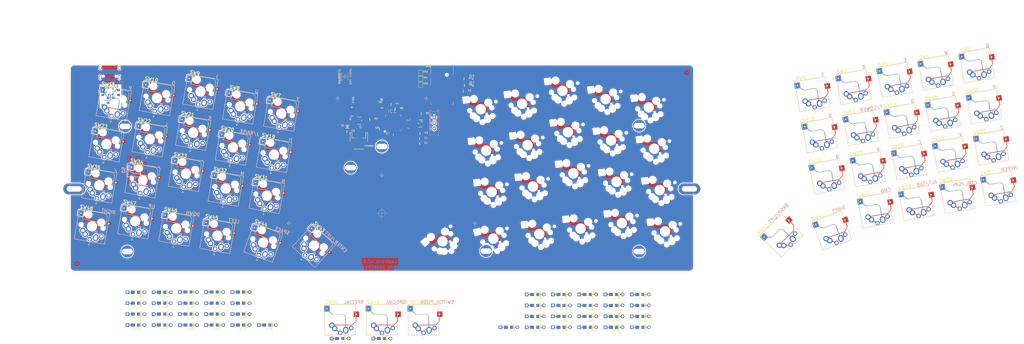
<source format=kicad_pcb>
(kicad_pcb (version 20171130) (host pcbnew "(6.0.0-rc1-dev-1469-g932b9a334)")
  (layers (0 F.Cu signal) (31 B.Cu signal) (34 B.Paste user) (35 F.Paste user) (36 B.SilkS user) (37 F.SilkS user) (38 B.Mask user) (39 F.Mask user) (44 Edge.Cuts user))
  (net 0 "")
  (net 1 "Net-(D2-Pad1)")
  (net 2 "Net-(D3-Pad1)")
  (net 3 "Net-(D4-Pad1)")
  (net 4 "Net-(D5-Pad1)")
  (net 5 /COL1)
  (net 6 "Net-(D7-Pad1)")
  (net 7 "Net-(D8-Pad1)")
  (net 8 "Net-(D9-Pad1)")
  (net 9 "Net-(D10-Pad1)")
  (net 10 /COL2)
  (net 11 "Net-(D14-Pad1)")
  (net 12 "Net-(D15-Pad1)")
  (net 13 /COL3)
  (net 14 "Net-(D17-Pad1)")
  (net 15 "Net-(D18-Pad1)")
  (net 16 "Net-(D19-Pad1)")
  (net 17 "Net-(D20-Pad1)")
  (net 18 /COL4)
  (net 19 "Net-(D22-Pad1)")
  (net 20 "Net-(D23-Pad1)")
  (net 21 /COL5)
  (net 22 "Net-(D27-Pad1)")
  (net 23 "Net-(D28-Pad1)")
  (net 24 "Net-(D29-Pad1)")
  (net 25 "Net-(D30-Pad1)")
  (net 26 /COL7)
  (net 27 "Net-(D34-Pad1)")
  (net 28 "Net-(D35-Pad1)")
  (net 29 "Net-(D37-Pad1)")
  (net 30 /COL8)
  (net 31 "Net-(D39-Pad1)")
  (net 32 "Net-(D40-Pad1)")
  (net 33 "Net-(D41-Pad1)")
  (net 34 "Net-(D42-Pad1)")
  (net 35 /COL9)
  (net 36 "Net-(D44-Pad1)")
  (net 37 "Net-(D47-Pad1)")
  (net 38 /COL10)
  (net 39 /ROW3)
  (net 40 /ROW2)
  (net 41 /ROW1)
  (net 42 /ROW0)
  (net 43 GND)
  (net 44 "Net-(D6-Pad1)")
  (net 45 "Net-(D11-Pad1)")
  (net 46 "Net-(D16-Pad1)")
  (net 47 "Net-(D21-Pad1)")
  (net 48 "Net-(D26-Pad1)")
  (net 49 "Net-(D31-Pad1)")
  (net 50 "Net-(D32-Pad1)")
  (net 51 "Net-(D33-Pad1)")
  (net 52 "Net-(D38-Pad1)")
  (net 53 "Net-(D43-Pad1)")
  (net 54 "Net-(D48-Pad1)")
  (net 55 "Net-(D49-Pad1)")
  (net 56 "Net-(D50-Pad1)")
  (net 57 /ROW4)
  (net 58 /COL6)
  (net 59 /RESET)
  (net 60 "Net-(D45-Pad1)")
  (net 61 "Net-(D46-Pad1)")
  (net 62 "Net-(SW_POW_EN1-Pad3)")
  (net 63 VBUS)
  (net 64 +3V3)
  (net 65 VBAT)
  (net 66 /AREF)
  (net 67 "Net-(CHG1-PadC)")
  (net 68 "Net-(D12-PadA)")
  (net 69 "Net-(D13-PadA)")
  (net 70 /13)
  (net 71 /9)
  (net 72 /8_BLE_CS)
  (net 73 /4_SWDIO/RST)
  (net 74 "Net-(IC1-Pad22)")
  (net 75 "Net-(IC1-Pad17)")
  (net 76 "Net-(IC1-Pad16)")
  (net 77 /MISO)
  (net 78 /MOSI)
  (net 79 /SCK)
  (net 80 "Net-(IC1-Pad8)")
  (net 81 "Net-(IC1-Pad4)")
  (net 82 "Net-(IC1-Pad3)")
  (net 83 "Net-(IC1-Pad2)")
  (net 84 /7_BLE_IRQ)
  (net 85 "Net-(L1-PadA)")
  (net 86 "Net-(R1-Pad2)")
  (net 87 /EN)
  (net 88 "Net-(R3-Pad1)")
  (net 89 /MODE)
  (net 90 /CONNECTED)
  (net 91 /SWCLK)
  (net 92 /FCTRYRST)
  (net 93 "Net-(U2-Pad4)")
  (net 94 DEC2)
  (net 95 "Net-(U3-Pad40)")
  (net 96 "Net-(U3-Pad37)")
  (net 97 "Net-(U3-Pad33)")
  (net 98 "Net-(U3-Pad32)")
  (net 99 "Net-(U3-Pad31)")
  (net 100 "Net-(U3-Pad30)")
  (net 101 "Net-(U3-Pad29)")
  (net 102 "Net-(U3-Pad28)")
  (net 103 "Net-(U3-Pad27)")
  (net 104 "Net-(U3-Pad26)")
  (net 105 /DFU)
  (net 106 "Net-(U3-Pad23)")
  (net 107 "Net-(U3-Pad22)")
  (net 108 "Net-(U3-Pad21)")
  (net 109 "Net-(U3-Pad20)")
  (net 110 "Net-(U3-Pad19)")
  (net 111 "Net-(U3-Pad18)")
  (net 112 "Net-(U3-Pad17)")
  (net 113 DCC)
  (net 114 "Net-(U3-Pad12)")
  (net 115 "Net-(U3-Pad11)")
  (net 116 "Net-(U3-Pad10)")
  (net 117 "Net-(U3-Pad9)")
  (module footprints:5.5_5x2.5mm (layer F.Cu) (at 232.972378 108.894801)
    (fp_text reference S7 hide)
    (fp_text value "Tofu screw")
    (pad 1 thru_hole circle (at 0 0) (size 5.5 5.5) (drill oval 5 2.5) (layers *.Cu *.Mask))
  )
  (module footprints:5.5_5x2.5mm (layer F.Cu) (at 116.722379 156.869873)
    (fp_text reference S8 hide)
    (fp_text value "Tofu screw")
    (pad 1 thru_hole circle (at 0 0) (size 5.5 5.5) (drill oval 5 2.5) (layers *.Cu *.Mask))
  )
  (module footprints:5.5_5x2.5mm (layer F.Cu) (at 350.527378 156.869873)
    (fp_text reference S9 hide)
    (fp_text value "Tofu screw")
    (pad 1 thru_hole circle (at 0 0) (size 5.5 5.5) (drill oval 5 2.5) (layers *.Cu *.Mask))
  )
  (module Button_Switch_SMD:SW_SPST_TL3342 (layer B.Cu) (at 121.053655 118.769841 180)
    (fp_text reference SW1 hide)
    (fp_text value SW_PUSH)
    (pad 1 smd rect (at -3.15 1.9 180) (size 1.7 1) (layers B.Cu B.Paste B.Mask))
    (pad 1 smd rect (at 3.15 1.9 180) (size 1.7 1) (layers B.Cu B.Paste B.Mask))
    (pad 2 smd rect (at -3.15 -1.9 180) (size 1.7 1) (layers B.Cu B.Paste B.Mask))
    (pad 2 smd rect (at 3.15 -1.9 180) (size 1.7 1) (layers B.Cu B.Paste B.Mask))
  )
  (module footprints:10x5_7x2.5mm (layer F.Cu) (at 92.47863 128.269801)
    (fp_text reference S4 hide)
    (fp_text value Screw)
    (pad 1 thru_hole oval (at 0 0) (size 10 5) (drill oval 7 2.5) (layers *.Cu *.Mask))
  )
  (module footprints:10x5_7x2.5mm (layer F.Cu) (at 373.466366 128.269801)
    (fp_text reference S5 hide)
    (fp_text value Screw)
    (pad 1 thru_hole oval (at 0 0) (size 10 5) (drill oval 7 2.5) (layers *.Cu *.Mask))
  )
  (module footprints:5.5_5x2.5mm (layer F.Cu) (at 115.100525 100.044849)
    (fp_text reference S1 hide)
    (fp_text value Screw)
    (pad 1 thru_hole circle (at 0.596854 -0.325024) (size 5.5 5.5) (drill oval 5 2.5) (layers *.Cu *.Mask))
  )
  (module footprints:5.5_5x2.5mm (layer F.Cu) (at 350.522379 99.371852)
    (fp_text reference S2 hide)
    (fp_text value Screw)
    (pad 1 thru_hole circle (at 0 0) (size 5.5 5.5) (drill oval 5 2.5) (layers *.Cu *.Mask))
  )
  (module footprints:5.5_5x2.5mm (layer F.Cu) (at 218.684987 118.569841)
    (fp_text reference S3 hide)
    (fp_text value Screw)
    (pad 1 thru_hole circle (at 0 0) (size 5.5 5.5) (drill oval 5 2.5) (layers *.Cu *.Mask))
  )
  (module footprints:5.5_5x2.5mm (layer F.Cu) (at 280.597539 156.669801)
    (fp_text reference S6 hide)
    (fp_text value Screw)
    (pad 1 thru_hole circle (at 0 0) (size 5.5 5.5) (drill oval 5 2.5) (layers *.Cu *.Mask))
  )
  (module Keeb_components:R_0805 (layer B.Cu) (at 105.575517 89.004191 90)
    (fp_text reference F1 (at 0 -1.785939 -90) (layer B.SilkS) (effects (font (size 0.7 0.7)) (justify mirror)))
    (fp_text value Polyfuse hide)
    (pad 1 smd rect (at -1.1 0 90) (size 1 1.3) (layers B.Cu B.Paste B.Mask))
    (pad 2 smd rect (at 1.1 0 90) (size 1 1.3) (layers B.Cu B.Paste B.Mask))
  )
  (module Keeb_components:USBLC6-2SC6 (layer B.Cu) (at 109.147395 83.646374)
    (fp_text reference U2 hide)
    (fp_text value USBLC6-2SC6)
    (pad 1 smd rect (at -0.95 -1.15) (size 0.6 1.2) (layers B.Cu B.Paste B.Mask))
    (pad 2 smd rect (at 0 -1.15) (size 0.6 1.2) (layers B.Cu B.Paste B.Mask))
    (pad 3 smd rect (at 0.95 -1.15) (size 0.6 1.2) (layers B.Cu B.Paste B.Mask))
    (pad 4 smd rect (at 0.95 1.15) (size 0.6 1.2) (layers B.Cu B.Paste B.Mask))
    (pad 6 smd rect (at -0.95 1.15) (size 0.6 1.2) (layers B.Cu B.Paste B.Mask))
    (pad 5 smd rect (at 0 1.15) (size 0.6 1.2) (layers B.Cu B.Paste B.Mask))
  )
  (module Keeb_components:HRO-TYPE-C-31-M-12 (layer B.Cu) (at 108.665378 70.524802)
    (fp_text reference J1 hide)
    (fp_text value HRO-TYPE-C-31-M-12)
    (pad 12 smd rect (at 3.225 7.695) (size 0.6 1.45) (layers B.Cu B.Paste B.Mask))
    (pad 1 smd rect (at -3.225 7.695) (size 0.6 1.45) (layers B.Cu B.Paste B.Mask))
    (pad 11 smd rect (at 2.45 7.695) (size 0.6 1.45) (layers B.Cu B.Paste B.Mask))
    (pad 2 smd rect (at -2.45 7.695) (size 0.6 1.45) (layers B.Cu B.Paste B.Mask))
    (pad 3 smd rect (at -1.75 7.695) (size 0.3 1.45) (layers B.Cu B.Paste B.Mask))
    (pad 10 smd rect (at 1.75 7.695) (size 0.3 1.45) (layers B.Cu B.Paste B.Mask))
    (pad 4 smd rect (at -1.25 7.695) (size 0.3 1.45) (layers B.Cu B.Paste B.Mask))
    (pad 9 smd rect (at 1.25 7.695) (size 0.3 1.45) (layers B.Cu B.Paste B.Mask))
    (pad 5 smd rect (at -0.75 7.695) (size 0.3 1.45) (layers B.Cu B.Paste B.Mask))
    (pad 8 smd rect (at 0.75 7.695) (size 0.3 1.45) (layers B.Cu B.Paste B.Mask))
    (pad 7 smd rect (at 0.25 7.695) (size 0.3 1.45) (layers B.Cu B.Paste B.Mask))
    (pad 6 smd rect (at -0.25 7.695) (size 0.3 1.45) (layers B.Cu B.Paste B.Mask))
    (pad "" np_thru_hole circle (at 2.89 6.25) (size 0.65 0.65) (drill 0.65) (layers *.Cu *.Mask))
    (pad "" np_thru_hole circle (at -2.89 6.25) (size 0.65 0.65) (drill 0.65) (layers *.Cu *.Mask))
    (pad 13 thru_hole oval (at -4.32 6.78) (size 1 2.1) (drill oval 0.6 1.7) (layers *.Cu *.Mask))
    (pad 13 thru_hole oval (at 4.32 6.78) (size 1 2.1) (drill oval 0.6 1.7) (layers *.Cu *.Mask))
    (pad 13 thru_hole oval (at -4.32 2.6) (size 1 1.6) (drill oval 0.6 1.2) (layers *.Cu *.Mask))
    (pad 13 thru_hole oval (at 4.32 2.6) (size 1 1.6) (drill oval 0.6 1.2) (layers *.Cu *.Mask))
  )
  (module Keeb_components:R_0805 (layer B.Cu) (at 105.575516 84.241687 90)
    (fp_text reference R3 hide)
    (fp_text value 5.1k (at 0 -1.785939 90) (layer B.SilkS) (effects (font (size 0.7 0.7)) (justify mirror)))
    (pad 2 smd rect (at 1.1 0 90) (size 1 1.3) (layers B.Cu B.Paste B.Mask))
    (pad 1 smd rect (at -1.1 0 90) (size 1 1.3) (layers B.Cu B.Paste B.Mask))
  )
  (module Keeb_components:R_0805 (layer B.Cu) (at 107.956768 87.813565 90)
    (fp_text reference R1 hide)
    (fp_text value 22 (at -2.381252 0 90) (layer B.SilkS) (effects (font (size 0.7 0.7)) (justify left mirror)))
    (pad 1 smd rect (at -1.1 0 90) (size 1 1.3) (layers B.Cu B.Paste B.Mask))
    (pad 2 smd rect (at 1.1 0 90) (size 1 1.3) (layers B.Cu B.Paste B.Mask))
  )
  (module Keeb_components:R_0805 (layer B.Cu) (at 110.33802 87.813565 270)
    (fp_text reference R2 hide)
    (fp_text value 22 (at 2.381252 0 270) (layer B.SilkS) (effects (font (size 0.7 0.7)) (justify left mirror)))
    (pad 2 smd rect (at 1.1 0 270) (size 1 1.3) (layers B.Cu B.Paste B.Mask))
    (pad 1 smd rect (at -1.1 0 270) (size 1 1.3) (layers B.Cu B.Paste B.Mask))
  )
  (module Keeb_components:R_0805 (layer B.Cu) (at 112.719273 84.241688 270)
    (fp_text reference R4 hide)
    (fp_text value 5.1k (at 0 -1.785939 270) (layer B.SilkS) (effects (font (size 0.7 0.7)) (justify mirror)))
    (pad 1 smd rect (at -1.1 0 270) (size 1 1.3) (layers B.Cu B.Paste B.Mask))
    (pad 2 smd rect (at 1.1 0 270) (size 1 1.3) (layers B.Cu B.Paste B.Mask))
  )
  (module "Adafruit Feather 32u4 Bluefruit LE:RESONATOR-SMD" (layer F.Cu) (at 244.882108 98.661929 270)
    (fp_text reference Y1 hide)
    (fp_text value 8MHz hide)
    (fp_text user >Name (at -0.889 -1.27 270) (layer F.SilkS) (effects (font (size 0.38608 0.38608) (thickness 0.032512)) (justify left bottom)))
    (pad 3 smd rect (at 1.2 0 270) (size 0.7 1.7) (layers F.Cu F.Paste F.Mask) (net 76 "Net-(IC1-Pad16)"))
    (pad 2 smd rect (at 0 0 270) (size 0.7 1.7) (layers F.Cu F.Paste F.Mask) (net 43 GND))
    (pad 1 smd rect (at -1.2 0 270) (size 0.7 1.7) (layers F.Cu F.Paste F.Mask) (net 75 "Net-(IC1-Pad17)"))
  )
  (module "Adafruit Feather 32u4 Bluefruit LE:JSTPH2" (layer F.Cu) (at 222.482108 107.06193 180)
    (fp_text reference X1 hide)
    (fp_text value JSTPH hide)
    (fp_text user >Name (at -2.2225 -1.9685 180) (layer F.SilkS) (effects (font (size 0.77216 0.77216) (thickness 0.146304)) (justify left bottom)))
    (pad NC2 smd rect (at 3.4 -1.5 270) (size 3.4 1.6) (layers F.Cu F.Paste F.Mask))
    (pad NC1 smd rect (at -3.4 -1.5 270) (size 3.4 1.6) (layers F.Cu F.Paste F.Mask))
    (pad 2 smd rect (at 1 3.7 180) (size 1 4.6) (layers F.Cu F.Paste F.Mask) (net 65 VBAT))
    (pad 1 smd rect (at -1 3.7 180) (size 1 4.6) (layers F.Cu F.Paste F.Mask) (net 43 GND))
  )
  (module "Adafruit Feather 32u4 Bluefruit LE:BLE_MODULE_RAYTAC_MDBT40" (layer F.Cu) (at 260.482108 80.56193)
    (fp_text reference U3 (at -4.866 -9.328 -180) (layer F.SilkS) (effects (font (size 1.2065 1.2065) (thickness 0.21717)) (justify right top)))
    (fp_text value MBT40)
    (pad "" np_thru_hole circle (at 2.2 -4.45) (size 0.9 0.9) (drill 0.9) (layers *.Cu *.Mask))
    (pad 42 smd rect (at 4.825 -4) (size 1.85 0.45) (layers F.Cu F.Paste F.Mask) (net 43 GND))
    (pad 41 smd rect (at 4.825 -3.3) (size 1.85 0.45) (layers F.Cu F.Paste F.Mask) (net 94 DEC2))
    (pad 40 smd rect (at 4.825 -2.599999) (size 1.85 0.45) (layers F.Cu F.Paste F.Mask) (net 95 "Net-(U3-Pad40)"))
    (pad 39 smd rect (at 4.825001 -1.9) (size 1.85 0.45) (layers F.Cu F.Paste F.Mask) (net 90 /CONNECTED))
    (pad 38 smd rect (at 4.825 -1.2) (size 1.85 0.45) (layers F.Cu F.Paste F.Mask) (net 89 /MODE))
    (pad 37 smd rect (at 4.825 -0.5) (size 1.85 0.45) (layers F.Cu F.Paste F.Mask) (net 96 "Net-(U3-Pad37)"))
    (pad 36 smd rect (at 4.825 0.2) (size 1.85 0.45) (layers F.Cu F.Paste F.Mask) (net 91 /SWCLK))
    (pad 35 smd rect (at 4.825001 0.9) (size 1.85 0.45) (layers F.Cu F.Paste F.Mask) (net 73 /4_SWDIO/RST))
    (pad 34 smd rect (at 4.825 1.6) (size 1.85 0.45) (layers F.Cu F.Paste F.Mask) (net 92 /FCTRYRST))
    (pad 33 smd rect (at 4.825 2.3) (size 1.85 0.45) (layers F.Cu F.Paste F.Mask) (net 97 "Net-(U3-Pad33)"))
    (pad 32 smd rect (at 4.825 3) (size 1.85 0.45) (layers F.Cu F.Paste F.Mask) (net 98 "Net-(U3-Pad32)"))
    (pad 31 smd rect (at 4.825 3.7) (size 1.85 0.45) (layers F.Cu F.Paste F.Mask) (net 99 "Net-(U3-Pad31)"))
    (pad 30 smd rect (at 4.825 4.4) (size 1.85 0.45) (layers F.Cu F.Paste F.Mask) (net 100 "Net-(U3-Pad30)"))
    (pad 29 smd rect (at 4.825 5.1) (size 1.85 0.45) (layers F.Cu F.Paste F.Mask) (net 101 "Net-(U3-Pad29)"))
    (pad 28 smd rect (at 4.825 5.8) (size 1.85 0.45) (layers F.Cu F.Paste F.Mask) (net 102 "Net-(U3-Pad28)"))
    (pad 27 smd rect (at 4.825 6.5) (size 1.85 0.45) (layers F.Cu F.Paste F.Mask) (net 103 "Net-(U3-Pad27)"))
    (pad 26 smd rect (at 4.825 7.2) (size 1.85 0.45) (layers F.Cu F.Paste F.Mask) (net 104 "Net-(U3-Pad26)"))
    (pad 25 smd rect (at 4.2 8.825 90) (size 1.85 0.45) (layers F.Cu F.Paste F.Mask) (net 43 GND))
    (pad 24 smd rect (at 3.5 8.825 90) (size 1.85 0.45) (layers F.Cu F.Paste F.Mask) (net 105 /DFU))
    (pad 23 smd rect (at 2.8 8.825 90) (size 1.85 0.45) (layers F.Cu F.Paste F.Mask) (net 106 "Net-(U3-Pad23)"))
    (pad 22 smd rect (at 2.1 8.825 90) (size 1.85 0.45) (layers F.Cu F.Paste F.Mask) (net 107 "Net-(U3-Pad22)"))
    (pad 21 smd rect (at 1.4 8.825 90) (size 1.85 0.45) (layers F.Cu F.Paste F.Mask) (net 108 "Net-(U3-Pad21)"))
    (pad 20 smd rect (at 0.7 8.825 90) (size 1.85 0.45) (layers F.Cu F.Paste F.Mask) (net 109 "Net-(U3-Pad20)"))
    (pad 19 smd rect (at 0 8.825 90) (size 1.85 0.45) (layers F.Cu F.Paste F.Mask) (net 110 "Net-(U3-Pad19)"))
    (pad 18 smd rect (at -0.7 8.825 90) (size 1.85 0.45) (layers F.Cu F.Paste F.Mask) (net 111 "Net-(U3-Pad18)"))
    (pad 17 smd rect (at -1.4 8.825 90) (size 1.85 0.45) (layers F.Cu F.Paste F.Mask) (net 112 "Net-(U3-Pad17)"))
    (pad 16 smd rect (at -2.1 8.825 90) (size 1.85 0.45) (layers F.Cu F.Paste F.Mask) (net 43 GND))
    (pad 15 smd rect (at -2.8 8.825 90) (size 1.85 0.45) (layers F.Cu F.Paste F.Mask) (net 113 DCC))
    (pad 14 smd rect (at -3.5 8.825 90) (size 1.85 0.45) (layers F.Cu F.Paste F.Mask) (net 64 +3V3))
    (pad 13 smd rect (at -4.2 8.825 90) (size 1.85 0.45) (layers F.Cu F.Paste F.Mask) (net 43 GND))
    (pad 12 smd rect (at -4.825 7.2) (size 1.85 0.45) (layers F.Cu F.Paste F.Mask) (net 114 "Net-(U3-Pad12)"))
    (pad 11 smd rect (at -4.825 6.5) (size 1.85 0.45) (layers F.Cu F.Paste F.Mask) (net 115 "Net-(U3-Pad11)"))
    (pad 10 smd rect (at -4.825 5.8) (size 1.85 0.45) (layers F.Cu F.Paste F.Mask) (net 116 "Net-(U3-Pad10)"))
    (pad 9 smd rect (at -4.825 5.099999) (size 1.85 0.45) (layers F.Cu F.Paste F.Mask) (net 117 "Net-(U3-Pad9)"))
    (pad 8 smd rect (at -4.825001 4.4) (size 1.85 0.45) (layers F.Cu F.Paste F.Mask) (net 84 /7_BLE_IRQ))
    (pad 7 smd rect (at -4.825 3.7) (size 1.85 0.45) (layers F.Cu F.Paste F.Mask) (net 72 /8_BLE_CS))
    (pad 6 smd rect (at -4.825 3) (size 1.85 0.45) (layers F.Cu F.Paste F.Mask) (net 78 /MOSI))
    (pad 5 smd rect (at -4.825 2.3) (size 1.85 0.45) (layers F.Cu F.Paste F.Mask) (net 77 /MISO))
    (pad 4 smd rect (at -4.825 1.6) (size 1.85 0.45) (layers F.Cu F.Paste F.Mask) (net 79 /SCK))
    (pad 3 smd rect (at -4.825 0.9) (size 1.85 0.45) (layers F.Cu F.Paste F.Mask) (net 64 +3V3))
    (pad 2 smd rect (at -4.825 -3.3) (size 1.85 0.45) (layers F.Cu F.Paste F.Mask) (net 43 GND))
    (pad 1 smd rect (at -4.825 -4) (size 1.85 0.45) (layers F.Cu F.Paste F.Mask) (net 43 GND))
  )
  (module "Adafruit Feather 32u4 Bluefruit LE:SOT23-5" (layer F.Cu) (at 250.682109 98.36193 90)
    (fp_text reference U2 (at 1.978 0 -90) (layer F.SilkS) (effects (font (size 0.77216 0.77216) (thickness 0.138988)) (justify right top)))
    (fp_text value SPX3819-3.3)
    (pad 5 smd rect (at -0.95 -1.3001 90) (size 0.55 1.2) (layers F.Cu F.Paste F.Mask) (net 64 +3V3))
    (pad 4 smd rect (at 0.95 -1.3001 90) (size 0.55 1.2) (layers F.Cu F.Paste F.Mask) (net 93 "Net-(U2-Pad4)"))
    (pad 3 smd rect (at 0.95 1.3001 90) (size 0.55 1.2) (layers F.Cu F.Paste F.Mask) (net 87 /EN))
    (pad 2 smd rect (at 0 1.3001 90) (size 0.55 1.2) (layers F.Cu F.Paste F.Mask) (net 43 GND))
    (pad 1 smd rect (at -0.95 1.3001 90) (size 0.55 1.2) (layers F.Cu F.Paste F.Mask) (net 63 VBUS))
  )
  (module "Adafruit Feather 32u4 Bluefruit LE:SOT23-5" (layer F.Cu) (at 222.682108 97.161929 270)
    (fp_text reference U1 (at 1.978 0 90) (layer F.SilkS) (effects (font (size 0.77216 0.77216) (thickness 0.138988)) (justify right top)))
    (fp_text value MCP73831T-2ACI/OT)
    (pad 5 smd rect (at -0.95 -1.3001 270) (size 0.55 1.2) (layers F.Cu F.Paste F.Mask) (net 88 "Net-(R3-Pad1)"))
    (pad 4 smd rect (at 0.95 -1.3001 270) (size 0.55 1.2) (layers F.Cu F.Paste F.Mask) (net 63 VBUS))
    (pad 3 smd rect (at 0.95 1.3001 270) (size 0.55 1.2) (layers F.Cu F.Paste F.Mask) (net 65 VBAT))
    (pad 2 smd rect (at 0 1.3001 270) (size 0.55 1.2) (layers F.Cu F.Paste F.Mask) (net 43 GND))
    (pad 1 smd rect (at -0.95 1.3001 270) (size 0.55 1.2) (layers F.Cu F.Paste F.Mask) (net 86 "Net-(R1-Pad2)"))
  )
  (module "Adafruit Feather 32u4 Bluefruit LE:PAD-1.5X2.0" (layer F.Cu) (at 250.682108 80.66193)
    (fp_text reference TP3 (at 1.1 0) (layer F.SilkS) (effects (font (size 0.77216 0.77216) (thickness 0.146304)) (justify left bottom)))
    (fp_text value SWDIO)
    (pad P$1 smd rect (at 0 0) (size 1.5 2) (layers F.Cu F.Mask) (net 92 /FCTRYRST))
  )
  (module "Adafruit Feather 32u4 Bluefruit LE:PAD-1.5X2.0" (layer F.Cu) (at 250.682109 75.26193)
    (fp_text reference TP2 (at 1.1 0) (layer F.SilkS) (effects (font (size 0.77216 0.77216) (thickness 0.146304)) (justify left bottom)))
    (fp_text value SWDIO)
    (pad P$1 smd rect (at 0 0) (size 1.5 2) (layers F.Cu F.Mask) (net 73 /4_SWDIO/RST))
  )
  (module "Adafruit Feather 32u4 Bluefruit LE:PAD-1.5X2.0" (layer F.Cu) (at 250.64561 77.955431)
    (fp_text reference TP1 (at 1.1 0) (layer F.SilkS) (effects (font (size 0.77216 0.77216) (thickness 0.146304)) (justify left bottom)))
    (fp_text value SWCLK)
    (pad P$1 smd rect (at 0 0) (size 1.5 2) (layers F.Cu F.Mask) (net 91 /SWCLK))
  )
  (module "Adafruit Feather 32u4 Bluefruit LE:0805-NO" (layer F.Cu) (at 233.056846 91.276319 90)
    (fp_text reference R10 (at 2.032 0.127 90) (layer F.SilkS) (effects (font (size 0.77216 0.77216) (thickness 0.138988)) (justify left bottom)))
    (fp_text value 2.2K)
    (pad 2 smd rect (at 0.95 0 90) (size 1.3 1.5) (layers F.Cu F.Paste F.Mask) (net 85 "Net-(L1-PadA)"))
    (pad 1 smd rect (at -0.95 0 90) (size 1.3 1.5) (layers F.Cu F.Paste F.Mask) (net 70 /13))
  )
  (module "Adafruit Feather 32u4 Bluefruit LE:0805-NO" (layer F.Cu) (at 270.539093 78.021306)
    (fp_text reference R7 (at 2.032 0.127) (layer F.SilkS) (effects (font (size 0.77216 0.77216) (thickness 0.138988)) (justify left bottom)))
    (fp_text value 2.2K)
    (pad 2 smd rect (at 0.95 0) (size 1.3 1.5) (layers F.Cu F.Paste F.Mask) (net 69 "Net-(D13-PadA)"))
    (pad 1 smd rect (at -0.95 0) (size 1.3 1.5) (layers F.Cu F.Paste F.Mask) (net 90 /CONNECTED))
  )
  (module "Adafruit Feather 32u4 Bluefruit LE:0805-NO" (layer F.Cu) (at 270.715579 81.006907)
    (fp_text reference R6 (at 2.032 0.127) (layer F.SilkS) (effects (font (size 0.77216 0.77216) (thickness 0.138988)) (justify left bottom)))
    (fp_text value 2.2K)
    (pad 2 smd rect (at 0.95 0) (size 1.3 1.5) (layers F.Cu F.Paste F.Mask) (net 68 "Net-(D12-PadA)"))
    (pad 1 smd rect (at -0.95 0) (size 1.3 1.5) (layers F.Cu F.Paste F.Mask) (net 89 /MODE))
  )
  (module "Adafruit Feather 32u4 Bluefruit LE:0805-NO" (layer F.Cu) (at 239.032108 91.74193)
    (fp_text reference R5 (at 2.032 0.127) (layer F.SilkS) (effects (font (size 0.77216 0.77216) (thickness 0.138988)) (justify left bottom)))
    (fp_text value 100K)
    (pad 2 smd rect (at 0.95 0) (size 1.3 1.5) (layers F.Cu F.Paste F.Mask) (net 43 GND))
    (pad 1 smd rect (at -0.95 0) (size 1.3 1.5) (layers F.Cu F.Paste F.Mask) (net 71 /9))
  )
  (module "Adafruit Feather 32u4 Bluefruit LE:0805-NO" (layer F.Cu) (at 237.182109 89.66193)
    (fp_text reference R4 (at 2.032 0.127) (layer F.SilkS) (effects (font (size 0.77216 0.77216) (thickness 0.138988)) (justify left bottom)))
    (fp_text value 100K)
    (pad 2 smd rect (at 0.95 0) (size 1.3 1.5) (layers F.Cu F.Paste F.Mask) (net 71 /9))
    (pad 1 smd rect (at -0.95 0) (size 1.3 1.5) (layers F.Cu F.Paste F.Mask) (net 65 VBAT))
  )
  (module "Adafruit Feather 32u4 Bluefruit LE:0805-NO" (layer F.Cu) (at 227.482109 96.561929)
    (fp_text reference R3 (at 2.032 0.127) (layer F.SilkS) (effects (font (size 0.77216 0.77216) (thickness 0.138988)) (justify left bottom)))
    (fp_text value 10K\)
    (pad 2 smd rect (at 0.95 0) (size 1.3 1.5) (layers F.Cu F.Paste F.Mask) (net 43 GND))
    (pad 1 smd rect (at -0.95 0) (size 1.3 1.5) (layers F.Cu F.Paste F.Mask) (net 88 "Net-(R3-Pad1)"))
  )
  (module "Adafruit Feather 32u4 Bluefruit LE:0805-NO" (layer F.Cu) (at 250.982108 93.96193)
    (fp_text reference R2 (at 2.032 0.127) (layer F.SilkS) (effects (font (size 0.77216 0.77216) (thickness 0.138988)) (justify left bottom)))
    (fp_text value 100K)
    (pad 2 smd rect (at 0.95 0) (size 1.3 1.5) (layers F.Cu F.Paste F.Mask) (net 87 /EN))
    (pad 1 smd rect (at -0.95 0) (size 1.3 1.5) (layers F.Cu F.Paste F.Mask) (net 63 VBUS))
  )
  (module "Adafruit Feather 32u4 Bluefruit LE:0805-NO" (layer F.Cu) (at 219.268343 95.048315 270)
    (fp_text reference R1 (at 2.032 0.127 270) (layer F.SilkS) (effects (font (size 0.77216 0.77216) (thickness 0.138988)) (justify left bottom)))
    (fp_text value 1K)
    (pad 2 smd rect (at 0.95 0 270) (size 1.3 1.5) (layers F.Cu F.Paste F.Mask) (net 86 "Net-(R1-Pad2)"))
    (pad 1 smd rect (at -0.95 0 270) (size 1.3 1.5) (layers F.Cu F.Paste F.Mask) (net 67 "Net-(CHG1-PadC)"))
  )
  (module "Adafruit Feather 32u4 Bluefruit LE:CHIPLED_0805_NOOUTLINE" (layer F.Cu) (at 233.056845 87.476318)
    (fp_text reference L1 (at -1.016 1.778 -270) (layer F.SilkS) (effects (font (size 0.77216 0.77216) (thickness 0.138988)) (justify left bottom)))
    (fp_text value RED)
    (pad A smd rect (at 0 1.05) (size 1.2 1.2) (layers F.Cu F.Paste F.Mask) (net 85 "Net-(L1-PadA)"))
    (pad C smd rect (at 0 -1.05) (size 1.2 1.2) (layers F.Cu F.Paste F.Mask) (net 43 GND))
  )
  (module "Adafruit Feather 32u4 Bluefruit LE:TQFN44_7MM" (layer F.Cu) (at 238.182108 98.16193)
    (fp_text reference IC1 (at -2.6 -4.4) (layer F.SilkS) (effects (font (size 1.6891 1.6891) (thickness 0.135128)) (justify left bottom)))
    (fp_text value ATMEGA32U4-MU)
    (pad THERMAL smd rect (at 0 0) (size 4.7 4.7) (layers F.Cu F.Mask))
    (pad 44 smd rect (at -3.475 2.5) (size 0.8 0.25) (layers F.Cu F.Paste F.Mask) (net 64 +3V3))
    (pad 43 smd rect (at -3.475 2) (size 0.8 0.25) (layers F.Cu F.Paste F.Mask) (net 43 GND))
    (pad 42 smd rect (at -3.475 1.5) (size 0.8 0.25) (layers F.Cu F.Paste F.Mask) (net 66 /AREF))
    (pad 41 smd rect (at -3.475 1) (size 0.8 0.25) (layers F.Cu F.Paste F.Mask) (net 5 /COL1))
    (pad 40 smd rect (at -3.475 0.5) (size 0.8 0.25) (layers F.Cu F.Paste F.Mask) (net 39 /ROW3))
    (pad 39 smd rect (at -3.475 0) (size 0.8 0.25) (layers F.Cu F.Paste F.Mask) (net 57 /ROW4))
    (pad 38 smd rect (at -3.475 -0.5) (size 0.8 0.25) (layers F.Cu F.Paste F.Mask) (net 40 /ROW2))
    (pad 37 smd rect (at -3.475 -1) (size 0.8 0.25) (layers F.Cu F.Paste F.Mask) (net 41 /ROW1))
    (pad 36 smd rect (at -3.475 -1.5) (size 0.8 0.25) (layers F.Cu F.Paste F.Mask) (net 42 /ROW0))
    (pad 35 smd rect (at -3.475 -2) (size 0.8 0.25) (layers F.Cu F.Paste F.Mask) (net 43 GND))
    (pad 34 smd rect (at -3.475 -2.5) (size 0.8 0.25) (layers F.Cu F.Paste F.Mask) (net 64 +3V3))
    (pad 33 smd rect (at -2.5 -3.475 270) (size 0.8 0.25) (layers F.Cu F.Paste F.Mask) (net 64 +3V3))
    (pad 32 smd rect (at -2 -3.475 270) (size 0.8 0.25) (layers F.Cu F.Paste F.Mask) (net 70 /13))
    (pad 31 smd rect (at -1.5 -3.475 270) (size 0.8 0.25) (layers F.Cu F.Paste F.Mask) (net 58 /COL6))
    (pad 30 smd rect (at -1 -3.475 270) (size 0.8 0.25) (layers F.Cu F.Paste F.Mask) (net 30 /COL8))
    (pad 29 smd rect (at -0.5 -3.475 270) (size 0.8 0.25) (layers F.Cu F.Paste F.Mask) (net 71 /9))
    (pad 28 smd rect (at 0 -3.475 270) (size 0.8 0.25) (layers F.Cu F.Paste F.Mask) (net 72 /8_BLE_CS))
    (pad 27 smd rect (at 0.5 -3.475 270) (size 0.8 0.25) (layers F.Cu F.Paste F.Mask) (net 26 /COL7))
    (pad 26 smd rect (at 1 -3.475 270) (size 0.8 0.25) (layers F.Cu F.Paste F.Mask) (net 38 /COL10))
    (pad 25 smd rect (at 1.5 -3.475 270) (size 0.8 0.25) (layers F.Cu F.Paste F.Mask) (net 73 /4_SWDIO/RST))
    (pad 24 smd rect (at 2 -3.475 270) (size 0.8 0.25) (layers F.Cu F.Paste F.Mask) (net 64 +3V3))
    (pad 23 smd rect (at 2.5 -3.475 270) (size 0.8 0.25) (layers F.Cu F.Paste F.Mask) (net 43 GND))
    (pad 22 smd rect (at 3.475 -2.5 180) (size 0.8 0.25) (layers F.Cu F.Paste F.Mask) (net 74 "Net-(IC1-Pad22)"))
    (pad 21 smd rect (at 3.475 -2 180) (size 0.8 0.25) (layers F.Cu F.Paste F.Mask) (net 13 /COL3))
    (pad 20 smd rect (at 3.475 -1.5 180) (size 0.8 0.25) (layers F.Cu F.Paste F.Mask) (net 10 /COL2))
    (pad 19 smd rect (at 3.475 -1 180) (size 0.8 0.25) (layers F.Cu F.Paste F.Mask) (net 21 /COL5))
    (pad 18 smd rect (at 3.475 -0.5 180) (size 0.8 0.25) (layers F.Cu F.Paste F.Mask) (net 18 /COL4))
    (pad 17 smd rect (at 3.475 0 180) (size 0.8 0.25) (layers F.Cu F.Paste F.Mask) (net 75 "Net-(IC1-Pad17)"))
    (pad 16 smd rect (at 3.475 0.5 180) (size 0.8 0.25) (layers F.Cu F.Paste F.Mask) (net 76 "Net-(IC1-Pad16)"))
    (pad 15 smd rect (at 3.475 1 180) (size 0.8 0.25) (layers F.Cu F.Paste F.Mask) (net 43 GND))
    (pad 14 smd rect (at 3.475 1.5 180) (size 0.8 0.25) (layers F.Cu F.Paste F.Mask) (net 64 +3V3))
    (pad 13 smd rect (at 3.475 2 180) (size 0.8 0.25) (layers F.Cu F.Paste F.Mask) (net 59 /RESET))
    (pad 12 smd rect (at 3.475 2.5 180) (size 0.8 0.25) (layers F.Cu F.Paste F.Mask) (net 35 /COL9))
    (pad 11 smd rect (at 2.5 3.475 90) (size 0.8 0.25) (layers F.Cu F.Paste F.Mask) (net 77 /MISO))
    (pad 10 smd rect (at 2 3.475 90) (size 0.8 0.25) (layers F.Cu F.Paste F.Mask) (net 78 /MOSI))
    (pad 9 smd rect (at 1.5 3.475 90) (size 0.8 0.25) (layers F.Cu F.Paste F.Mask) (net 79 /SCK))
    (pad 8 smd rect (at 1 3.475 90) (size 0.8 0.25) (layers F.Cu F.Paste F.Mask) (net 80 "Net-(IC1-Pad8)"))
    (pad 7 smd rect (at 0.5 3.475 90) (size 0.8 0.25) (layers F.Cu F.Paste F.Mask) (net 63 VBUS))
    (pad 6 smd rect (at 0 3.475 90) (size 0.8 0.25) (layers F.Cu F.Paste F.Mask) (net 64 +3V3))
    (pad 5 smd rect (at -0.5 3.475 90) (size 0.8 0.25) (layers F.Cu F.Paste F.Mask) (net 43 GND))
    (pad 4 smd rect (at -1 3.475 90) (size 0.8 0.25) (layers F.Cu F.Paste F.Mask) (net 81 "Net-(IC1-Pad4)"))
    (pad 3 smd rect (at -1.5 3.475 90) (size 0.8 0.25) (layers F.Cu F.Paste F.Mask) (net 82 "Net-(IC1-Pad3)"))
    (pad 2 smd rect (at -2 3.475 90) (size 0.8 0.25) (layers F.Cu F.Paste F.Mask) (net 83 "Net-(IC1-Pad2)"))
    (pad 1 smd rect (at -2.5 3.475 90) (size 0.8 0.25) (layers F.Cu F.Paste F.Mask) (net 84 /7_BLE_IRQ))
  )
  (module "Adafruit Feather 32u4 Bluefruit LE:CHIPLED_0805_NOOUTLINE" (layer F.Cu) (at 274.539093 78.021306 270)
    (fp_text reference D13 (at -1.016 1.778) (layer F.SilkS) (effects (font (size 0.77216 0.77216) (thickness 0.138988)) (justify left bottom)))
    (fp_text value BLUE)
    (pad A smd rect (at 0 1.05 270) (size 1.2 1.2) (layers F.Cu F.Paste F.Mask) (net 69 "Net-(D13-PadA)"))
    (pad C smd rect (at 0 -1.05 270) (size 1.2 1.2) (layers F.Cu F.Paste F.Mask) (net 43 GND))
  )
  (module "Adafruit Feather 32u4 Bluefruit LE:CHIPLED_0805_NOOUTLINE" (layer F.Cu) (at 274.615579 81.106908 270)
    (fp_text reference D12 (at -1.016 1.778) (layer F.SilkS) (effects (font (size 0.77216 0.77216) (thickness 0.138988)) (justify left bottom)))
    (fp_text value RED)
    (pad A smd rect (at 0 1.05 270) (size 1.2 1.2) (layers F.Cu F.Paste F.Mask) (net 68 "Net-(D12-PadA)"))
    (pad C smd rect (at 0 -1.05 270) (size 1.2 1.2) (layers F.Cu F.Paste F.Mask) (net 43 GND))
  )
  (module "Adafruit Feather 32u4 Bluefruit LE:SOD-123" (layer F.Cu) (at 217.282109 99.861929)
    (fp_text reference D1 (at -1.27 -1.016 -180) (layer F.SilkS) (effects (font (size 0.77216 0.77216) (thickness 0.138988)) (justify right top)))
    (fp_text value MBR120)
    (pad A smd rect (at 1.85 0 90) (size 1.4 1.4) (layers F.Cu F.Paste F.Mask) (net 65 VBAT))
    (pad C smd rect (at -1.85 0 90) (size 1.4 1.4) (layers F.Cu F.Paste F.Mask) (net 63 VBUS))
  )
  (module "Adafruit Feather 32u4 Bluefruit LE:CHIPLED_0805_NOOUTLINE" (layer F.Cu) (at 219.268344 90.948314 180)
    (fp_text reference CHG1 (at -1.016 1.778 -90) (layer F.SilkS) (effects (font (size 0.77216 0.77216) (thickness 0.138988)) (justify left bottom)))
    (fp_text value ORANGE)
    (pad A smd rect (at 0 1.05 180) (size 1.2 1.2) (layers F.Cu F.Paste F.Mask) (net 63 VBUS))
    (pad C smd rect (at 0 -1.05 180) (size 1.2 1.2) (layers F.Cu F.Paste F.Mask) (net 67 "Net-(CHG1-PadC)"))
  )
  (module "Adafruit Feather 32u4 Bluefruit LE:_0805MP" (layer F.Cu) (at 238.182108 103.561929)
    (fp_text reference C7 (at -1.5875 -0.9525 -180) (layer F.SilkS) (effects (font (size 0.77216 0.77216) (thickness 0.138988)) (justify right top)))
    (fp_text value 10uF)
    (pad 2 smd rect (at 1.016 0) (size 1.2 1.3) (layers F.Cu F.Paste F.Mask) (net 43 GND))
    (pad 1 smd rect (at -1.016 0) (size 1.2 1.3) (layers F.Cu F.Paste F.Mask) (net 64 +3V3))
  )
  (module "Adafruit Feather 32u4 Bluefruit LE:0805-NO" (layer F.Cu) (at 231.932108 100.86193 180)
    (fp_text reference C6 (at 2.032 0.127 180) (layer F.SilkS) (effects (font (size 0.77216 0.77216) (thickness 0.138988)) (justify left bottom)))
    (fp_text value 1uF)
    (pad 2 smd rect (at 0.95 0 180) (size 1.3 1.5) (layers F.Cu F.Paste F.Mask) (net 43 GND))
    (pad 1 smd rect (at -0.95 0 180) (size 1.3 1.5) (layers F.Cu F.Paste F.Mask) (net 66 /AREF))
  )
  (module "Adafruit Feather 32u4 Bluefruit LE:0805-NO" (layer F.Cu) (at 217.032109 102.061929)
    (fp_text reference C5 (at 2.032 0.127) (layer F.SilkS) (effects (font (size 0.77216 0.77216) (thickness 0.138988)) (justify left bottom)))
    (fp_text value 10µF)
    (pad 2 smd rect (at 0.95 0) (size 1.3 1.5) (layers F.Cu F.Paste F.Mask) (net 43 GND))
    (pad 1 smd rect (at -0.95 0) (size 1.3 1.5) (layers F.Cu F.Paste F.Mask) (net 65 VBAT))
  )
  (module "Adafruit Feather 32u4 Bluefruit LE:0805-NO" (layer F.Cu) (at 250.262107 105.31193)
    (fp_text reference C4 (at 2.032 0.127) (layer F.SilkS) (effects (font (size 0.77216 0.77216) (thickness 0.138988)) (justify left bottom)))
    (fp_text value 1uF)
    (pad 2 smd rect (at 0.95 0) (size 1.3 1.5) (layers F.Cu F.Paste F.Mask) (net 43 GND))
    (pad 1 smd rect (at -0.95 0) (size 1.3 1.5) (layers F.Cu F.Paste F.Mask) (net 64 +3V3))
  )
  (module "Adafruit Feather 32u4 Bluefruit LE:0805-NO" (layer F.Cu) (at 250.382109 102.96193)
    (fp_text reference C3 (at 2.032 0.127) (layer F.SilkS) (effects (font (size 0.77216 0.77216) (thickness 0.138988)) (justify left bottom)))
    (fp_text value 10µF)
    (pad 2 smd rect (at 0.95 0) (size 1.3 1.5) (layers F.Cu F.Paste F.Mask) (net 43 GND))
    (pad 1 smd rect (at -0.95 0) (size 1.3 1.5) (layers F.Cu F.Paste F.Mask) (net 64 +3V3))
  )
  (module "Adafruit Feather 32u4 Bluefruit LE:0805-NO" (layer F.Cu) (at 270.182108 83.661929)
    (fp_text reference C2 (at 2.032 0.127) (layer F.SilkS) (effects (font (size 0.77216 0.77216) (thickness 0.138988)) (justify left bottom)))
    (fp_text value 1uF)
    (pad 2 smd rect (at 0.95 0) (size 1.3 1.5) (layers F.Cu F.Paste F.Mask) (net 43 GND))
    (pad 1 smd rect (at -0.95 0) (size 1.3 1.5) (layers F.Cu F.Paste F.Mask) (net 64 +3V3))
  )
  (module "Adafruit Feather 32u4 Bluefruit LE:0805-NO" (layer F.Cu) (at 250.282108 107.561929)
    (fp_text reference C1 (at 2.032 0.127) (layer F.SilkS) (effects (font (size 0.77216 0.77216) (thickness 0.138988)) (justify left bottom)))
    (fp_text value 10µF)
    (pad 2 smd rect (at 0.95 0) (size 1.3 1.5) (layers F.Cu F.Paste F.Mask) (net 43 GND))
    (pad 1 smd rect (at -0.95 0) (size 1.3 1.5) (layers F.Cu F.Paste F.Mask) (net 63 VBUS))
  )
  (module "Laptreus v2 Footprints:Hybrid_Kailh_MX_Socket_Through_Hole" (layer F.Cu) (at 429.676555 85.021763 10)
    (fp_text reference SW6 (at -4 -8 10) (layer F.SilkS) (effects (font (size 1.524 1.524) (thickness 0.3048))))
    (fp_text value T (at 6.25 -8 10) (layer B.SilkS) (effects (font (size 1.524 1.524) (thickness 0.3048)) (justify mirror)))
    (pad 2 smd custom (at -6.090001 -5.08 10) (size 2.55 2.5) (layers B.Cu) (net 44 "Net-(D6-Pad1)") (options (clearance outline) (anchor rect)) (primitives (gr_line (start -0.26 -0.17) (end 2.49 2.58) (width 0.25)) (gr_circle (center 11.09 8.88) (end 11.59 8.88) (width 1)) (gr_circle (center 8.61 9.87) (end 9.235 9.87) (width 1.25)) (gr_line (start 2.49 2.58) (end 7.49 2.58) (width 0.25)) (gr_line (start 7.49 2.58) (end 8.49 3.58) (width 0.25)) (gr_line (start 9.09 10.08) (end 11.09 8.83) (width 0.25)) (gr_poly (pts (xy -1.276 -1.27) (xy 1.264 -1.27) (xy 1.264 1.27) (xy -1.276 1.27)) (width 0.1)) (gr_line (start 8.49 3.58) (end 8.49 10.08) (width 0.25))))
    (pad 1 smd custom (at 7.5 -2.5 10) (size 2 2) (layers F.Cu) (net 42 /ROW0) (options (clearance outline) (anchor rect)) (primitives (gr_poly (pts (xy -1 -1) (xy 1 -1) (xy 1 1) (xy -1 1)) (width 0.1)) (gr_line (start -0.25 3.15) (end -2 4.9) (width 0.25)) (gr_line (start -0.25 0.4) (end -0.25 3.15) (width 0.25)) (gr_line (start -11.31 5.04) (end -10 6.5) (width 0.25)) (gr_line (start -2 4.9) (end -11.21 4.9) (width 0.25)) (gr_circle (center -11.31 5.04) (end -11 5.04) (width 1.25)) (gr_circle (center -10 6.5) (end -9.75 6.5) (width 1.25)) (gr_circle (center -7.5 8.5) (end -7.25 8.5) (width 1)) (gr_line (start -10 6.5) (end -7.5 8.5) (width 0.3))))
    (pad 1 thru_hole circle (at -2.5 3.999999 10) (size 2.5 2.5) (drill 1.5) (layers *.Cu *.Mask) (net 42 /ROW0))
    (pad 1 thru_hole circle (at -3.81 2.54 10) (size 2.5 2.5) (drill 1.5) (layers *.Cu *.Mask) (net 42 /ROW0))
    (pad 2 thru_hole circle (at -6.090001 -5.08 10) (size 0.9 0.9) (drill 0.6) (layers *.Cu) (net 44 "Net-(D6-Pad1)"))
    (pad "" np_thru_hole circle (at 0 0 10) (size 3.98018 3.98018) (drill 3.98018) (layers *.Cu *.Mask))
    (pad "" np_thru_hole circle (at -2.54 -5.08 10) (size 2.95 2.95) (drill 2.95) (layers *.Cu *.Mask))
    (pad "" np_thru_hole circle (at 3.81 -2.54 10) (size 2.95 2.95) (drill 2.95) (layers *.Cu *.Mask))
    (pad "" np_thru_hole circle (at -5.08 0 10) (size 1.7 1.7) (drill 1.7) (layers *.Cu *.Mask))
    (pad "" np_thru_hole circle (at 5.08 0 10) (size 1.7 1.7) (drill 1.7) (layers *.Cu *.Mask))
    (pad 1 thru_hole circle (at 7.35 -2.54 10) (size 0.9 0.9) (drill 0.6) (layers *.Cu) (net 42 /ROW0))
    (pad 2 thru_hole oval (at 2.52 4.79 6.1) (size 2.5 3.08) (drill oval 1.5 2.08) (layers *.Cu *.Mask) (net 44 "Net-(D6-Pad1)"))
    (pad 1 thru_hole circle (at 0 6 10) (size 2 2) (drill 1.2) (layers *.Cu *.Mask) (net 42 /ROW0))
    (pad 2 thru_hole circle (at 5 3.800001 10) (size 2 2) (drill 1.2) (layers *.Cu *.Mask) (net 44 "Net-(D6-Pad1)"))
    (pad 1 smd rect (at 7.35 -2.54 10) (size 2.55 2.5) (layers F.Cu F.Paste F.Mask) (net 42 /ROW0))
    (pad 2 smd rect (at -6.090001 -5.08 10) (size 2.55 2.5) (layers F.Cu F.Paste F.Mask) (net 44 "Net-(D6-Pad1)"))
    (pad "" connect circle (at -7 -7 10) (size 0.25 0.25) (layers F.Cu))
  )
  (module "Laptreus v2 Footprints:Hybrid_Kailh_MX_Socket_Through_Hole" (layer F.Cu) (at 252.065066 188.040662)
    (fp_text reference SW_RESET2 (at -4 -8) (layer F.SilkS) (effects (font (size 1.524 1.524) (thickness 0.3048))))
    (fp_text value SWITCH_PUSH (at 6.25 -8) (layer B.SilkS) (effects (font (size 1.524 1.524) (thickness 0.3048)) (justify mirror)))
    (pad 2 smd custom (at -6.09 -5.08) (size 2.55 2.5) (layers B.Cu) (net 43 GND) (options (clearance outline) (anchor rect)) (primitives (gr_line (start -0.26 -0.17) (end 2.49 2.58) (width 0.25)) (gr_circle (center 11.09 8.88) (end 11.59 8.88) (width 1)) (gr_circle (center 8.61 9.87) (end 9.235 9.87) (width 1.25)) (gr_line (start 2.49 2.58) (end 7.49 2.58) (width 0.25)) (gr_line (start 7.49 2.58) (end 8.49 3.58) (width 0.25)) (gr_line (start 9.09 10.08) (end 11.09 8.83) (width 0.25)) (gr_poly (pts (xy -1.276 -1.27) (xy 1.264 -1.27) (xy 1.264 1.27) (xy -1.276 1.27)) (width 0.1)) (gr_line (start 8.49 3.58) (end 8.49 10.08) (width 0.25))))
    (pad 1 smd custom (at 7.5 -2.5) (size 2 2) (layers F.Cu) (net 59 /RESET) (options (clearance outline) (anchor rect)) (primitives (gr_poly (pts (xy -1 -1) (xy 1 -1) (xy 1 1) (xy -1 1)) (width 0.1)) (gr_line (start -0.25 3.15) (end -2 4.9) (width 0.25)) (gr_line (start -0.25 0.4) (end -0.25 3.15) (width 0.25)) (gr_line (start -11.31 5.04) (end -10 6.5) (width 0.25)) (gr_line (start -2 4.9) (end -11.21 4.9) (width 0.25)) (gr_circle (center -11.31 5.04) (end -11 5.04) (width 1.25)) (gr_circle (center -10 6.5) (end -9.75 6.5) (width 1.25)) (gr_circle (center -7.5 8.5) (end -7.25 8.5) (width 1)) (gr_line (start -10 6.5) (end -7.5 8.5) (width 0.3))))
    (pad 1 thru_hole circle (at -2.5 3.999999) (size 2.5 2.5) (drill 1.5) (layers *.Cu *.Mask) (net 59 /RESET))
    (pad 1 thru_hole circle (at -3.81 2.54) (size 2.5 2.5) (drill 1.5) (layers *.Cu *.Mask) (net 59 /RESET))
    (pad 2 thru_hole circle (at -6.09 -5.08) (size 0.9 0.9) (drill 0.6) (layers *.Cu) (net 43 GND))
    (pad "" np_thru_hole circle (at 0 0) (size 3.98018 3.98018) (drill 3.98018) (layers *.Cu *.Mask))
    (pad "" np_thru_hole circle (at -2.54 -5.08) (size 2.95 2.95) (drill 2.95) (layers *.Cu *.Mask))
    (pad "" np_thru_hole circle (at 3.81 -2.54) (size 2.95 2.95) (drill 2.95) (layers *.Cu *.Mask))
    (pad "" np_thru_hole circle (at -5.08 0) (size 1.7 1.7) (drill 1.7) (layers *.Cu *.Mask))
    (pad "" np_thru_hole circle (at 5.08 0) (size 1.7 1.7) (drill 1.7) (layers *.Cu *.Mask))
    (pad 1 thru_hole circle (at 7.35 -2.54) (size 0.9 0.9) (drill 0.6) (layers *.Cu) (net 59 /RESET))
    (pad 2 thru_hole oval (at 2.52 4.79 356.1) (size 2.5 3.08) (drill oval 1.5 2.08) (layers *.Cu *.Mask) (net 43 GND))
    (pad 1 thru_hole circle (at 0 6) (size 2 2) (drill 1.2) (layers *.Cu *.Mask) (net 59 /RESET))
    (pad 2 thru_hole circle (at 5 3.800001) (size 2 2) (drill 1.2) (layers *.Cu *.Mask) (net 43 GND))
    (pad 1 smd rect (at 7.35 -2.54) (size 2.55 2.5) (layers F.Cu F.Paste F.Mask) (net 59 /RESET))
    (pad 2 smd rect (at -6.09 -5.08) (size 2.55 2.5) (layers F.Cu F.Paste F.Mask) (net 43 GND))
    (pad "" connect circle (at -7 -7) (size 0.25 0.25) (layers F.Cu))
  )
  (module "Laptreus v2 Footprints:Hybrid_Kailh_MX_Socket_Through_Hole" (layer F.Cu) (at 100.595151 145.409382 350)
    (fp_text reference SW48 (at -4 -8 350) (layer F.SilkS) (effects (font (size 1.524 1.524) (thickness 0.3048))))
    (fp_text value RIGHT (at 6.25 -8 350) (layer B.SilkS) (effects (font (size 1.524 1.524) (thickness 0.3048)) (justify mirror)))
    (pad 2 smd custom (at -6.09 -5.08 350) (size 2.55 2.5) (layers B.Cu) (net 54 "Net-(D48-Pad1)") (options (clearance outline) (anchor rect)) (primitives (gr_line (start -0.26 -0.17) (end 2.49 2.58) (width 0.25)) (gr_circle (center 11.09 8.88) (end 11.59 8.88) (width 1)) (gr_circle (center 8.61 9.87) (end 9.235 9.87) (width 1.25)) (gr_line (start 2.49 2.58) (end 7.49 2.58) (width 0.25)) (gr_line (start 7.49 2.58) (end 8.49 3.58) (width 0.25)) (gr_line (start 9.09 10.08) (end 11.09 8.83) (width 0.25)) (gr_poly (pts (xy -1.276 -1.27) (xy 1.264 -1.27) (xy 1.264 1.27) (xy -1.276 1.27)) (width 0.1)) (gr_line (start 8.49 3.58) (end 8.49 10.08) (width 0.25))))
    (pad 1 smd custom (at 7.5 -2.5 350) (size 2 2) (layers F.Cu) (net 57 /ROW4) (options (clearance outline) (anchor rect)) (primitives (gr_poly (pts (xy -1 -1) (xy 1 -1) (xy 1 1) (xy -1 1)) (width 0.1)) (gr_line (start -0.25 3.15) (end -2 4.9) (width 0.25)) (gr_line (start -0.25 0.4) (end -0.25 3.15) (width 0.25)) (gr_line (start -11.31 5.04) (end -10 6.5) (width 0.25)) (gr_line (start -2 4.9) (end -11.21 4.9) (width 0.25)) (gr_circle (center -11.31 5.04) (end -11 5.04) (width 1.25)) (gr_circle (center -10 6.5) (end -9.75 6.5) (width 1.25)) (gr_circle (center -7.5 8.5) (end -7.25 8.5) (width 1)) (gr_line (start -10 6.5) (end -7.5 8.5) (width 0.3))))
    (pad 1 thru_hole circle (at -2.5 3.999999 350) (size 2.5 2.5) (drill 1.5) (layers *.Cu *.Mask) (net 57 /ROW4))
    (pad 1 thru_hole circle (at -3.81 2.54 350) (size 2.5 2.5) (drill 1.5) (layers *.Cu *.Mask) (net 57 /ROW4))
    (pad 2 thru_hole circle (at -6.09 -5.08 350) (size 0.9 0.9) (drill 0.6) (layers *.Cu) (net 54 "Net-(D48-Pad1)"))
    (pad "" np_thru_hole circle (at 0 0 350) (size 3.98018 3.98018) (drill 3.98018) (layers *.Cu *.Mask))
    (pad "" np_thru_hole circle (at -2.54 -5.08 350) (size 2.95 2.95) (drill 2.95) (layers *.Cu *.Mask))
    (pad "" np_thru_hole circle (at 3.81 -2.54 350) (size 2.95 2.95) (drill 2.95) (layers *.Cu *.Mask))
    (pad "" np_thru_hole circle (at -5.08 0 350) (size 1.7 1.7) (drill 1.7) (layers *.Cu *.Mask))
    (pad "" np_thru_hole circle (at 5.08 0 350) (size 1.7 1.7) (drill 1.7) (layers *.Cu *.Mask))
    (pad 1 thru_hole circle (at 7.349999 -2.54 350) (size 0.9 0.9) (drill 0.6) (layers *.Cu) (net 57 /ROW4))
    (pad 2 thru_hole oval (at 2.52 4.79 346.1) (size 2.5 3.08) (drill oval 1.5 2.08) (layers *.Cu *.Mask) (net 54 "Net-(D48-Pad1)"))
    (pad 1 thru_hole circle (at 0 6 350) (size 2 2) (drill 1.2) (layers *.Cu *.Mask) (net 57 /ROW4))
    (pad 2 thru_hole circle (at 5 3.800001 350) (size 2 2) (drill 1.2) (layers *.Cu *.Mask) (net 54 "Net-(D48-Pad1)"))
    (pad 1 smd rect (at 7.349999 -2.54 350) (size 2.55 2.5) (layers F.Cu F.Paste F.Mask) (net 57 /ROW4))
    (pad 2 smd rect (at -6.09 -5.08 350) (size 2.55 2.5) (layers F.Cu F.Paste F.Mask) (net 54 "Net-(D48-Pad1)"))
    (pad "" connect circle (at -7 -7 350) (size 0.25 0.25) (layers F.Cu))
  )
  (module "Laptreus v2 Footprints:Hybrid_Kailh_MX_Socket_Through_Hole" (layer F.Cu) (at 178.807693 152.81333 340)
    (fp_text reference SW44 (at -4 -8.000001 340) (layer F.SilkS) (effects (font (size 1.524 1.524) (thickness 0.3048))))
    (fp_text value SPACE (at 6.25 -8 340) (layer B.SilkS) (effects (font (size 1.524 1.524) (thickness 0.3048)) (justify mirror)))
    (pad 2 smd custom (at -6.09 -5.08 340) (size 2.55 2.5) (layers B.Cu) (net 36 "Net-(D44-Pad1)") (options (clearance outline) (anchor rect)) (primitives (gr_line (start -0.26 -0.17) (end 2.49 2.58) (width 0.25)) (gr_circle (center 11.09 8.88) (end 11.59 8.88) (width 1)) (gr_circle (center 8.61 9.87) (end 9.235 9.87) (width 1.25)) (gr_line (start 2.49 2.58) (end 7.49 2.58) (width 0.25)) (gr_line (start 7.49 2.58) (end 8.49 3.58) (width 0.25)) (gr_line (start 9.09 10.08) (end 11.09 8.83) (width 0.25)) (gr_poly (pts (xy -1.276 -1.27) (xy 1.264 -1.27) (xy 1.264 1.27) (xy -1.276 1.27)) (width 0.1)) (gr_line (start 8.49 3.58) (end 8.49 10.08) (width 0.25))))
    (pad 1 smd custom (at 7.5 -2.5 340) (size 2 2) (layers F.Cu) (net 39 /ROW3) (options (clearance outline) (anchor rect)) (primitives (gr_poly (pts (xy -1 -1) (xy 1 -1) (xy 1 1) (xy -1 1)) (width 0.1)) (gr_line (start -0.25 3.15) (end -2 4.9) (width 0.25)) (gr_line (start -0.25 0.4) (end -0.25 3.15) (width 0.25)) (gr_line (start -11.31 5.04) (end -10 6.5) (width 0.25)) (gr_line (start -2 4.9) (end -11.21 4.9) (width 0.25)) (gr_circle (center -11.31 5.04) (end -11 5.04) (width 1.25)) (gr_circle (center -10 6.5) (end -9.75 6.5) (width 1.25)) (gr_circle (center -7.5 8.5) (end -7.25 8.5) (width 1)) (gr_line (start -10 6.5) (end -7.5 8.5) (width 0.3))))
    (pad 1 thru_hole circle (at -2.5 3.999999 340) (size 2.5 2.5) (drill 1.5) (layers *.Cu *.Mask) (net 39 /ROW3))
    (pad 1 thru_hole circle (at -3.81 2.54 340) (size 2.5 2.5) (drill 1.5) (layers *.Cu *.Mask) (net 39 /ROW3))
    (pad 2 thru_hole circle (at -6.09 -5.08 340) (size 0.9 0.9) (drill 0.6) (layers *.Cu) (net 36 "Net-(D44-Pad1)"))
    (pad "" np_thru_hole circle (at 0 0 340) (size 3.98018 3.98018) (drill 3.98018) (layers *.Cu *.Mask))
    (pad "" np_thru_hole circle (at -2.540001 -5.080001 340) (size 2.95 2.95) (drill 2.95) (layers *.Cu *.Mask))
    (pad "" np_thru_hole circle (at 3.81 -2.54 340) (size 2.95 2.95) (drill 2.95) (layers *.Cu *.Mask))
    (pad "" np_thru_hole circle (at -5.08 0 340) (size 1.7 1.7) (drill 1.7) (layers *.Cu *.Mask))
    (pad "" np_thru_hole circle (at 5.08 0 340) (size 1.7 1.7) (drill 1.7) (layers *.Cu *.Mask))
    (pad 1 thru_hole circle (at 7.35 -2.54 340) (size 0.9 0.9) (drill 0.6) (layers *.Cu) (net 39 /ROW3))
    (pad 2 thru_hole oval (at 2.52 4.79 336.1) (size 2.5 3.08) (drill oval 1.5 2.08) (layers *.Cu *.Mask) (net 36 "Net-(D44-Pad1)"))
    (pad 1 thru_hole circle (at 0 6 340) (size 2 2) (drill 1.2) (layers *.Cu *.Mask) (net 39 /ROW3))
    (pad 2 thru_hole circle (at 5 3.800001 340) (size 2 2) (drill 1.2) (layers *.Cu *.Mask) (net 36 "Net-(D44-Pad1)"))
    (pad 1 smd rect (at 7.35 -2.54 340) (size 2.55 2.5) (layers F.Cu F.Paste F.Mask) (net 39 /ROW3))
    (pad 2 smd rect (at -6.09 -5.08 340) (size 2.55 2.5) (layers F.Cu F.Paste F.Mask) (net 36 "Net-(D44-Pad1)"))
    (pad "" connect circle (at -7 -7 340) (size 0.25 0.25) (layers F.Cu))
  )
  (module "Laptreus v2 Footprints:Hybrid_Kailh_MX_Socket_Through_Hole" (layer F.Cu) (at 201.956095 154.214292 317.5)
    (fp_text reference SW43 (at -4 -8 317.5) (layer F.SilkS) (effects (font (size 1.524 1.524) (thickness 0.3048))))
    (fp_text value ENTER/LIFT (at 6.25 -8 317.5) (layer B.SilkS) (effects (font (size 1.524 1.524) (thickness 0.3048)) (justify mirror)))
    (pad 2 smd custom (at -6.09 -5.08 317.5) (size 2.55 2.5) (layers B.Cu) (net 53 "Net-(D43-Pad1)") (options (clearance outline) (anchor rect)) (primitives (gr_line (start -0.26 -0.17) (end 2.49 2.58) (width 0.25)) (gr_circle (center 11.09 8.88) (end 11.59 8.88) (width 1)) (gr_circle (center 8.61 9.87) (end 9.235 9.87) (width 1.25)) (gr_line (start 2.49 2.58) (end 7.49 2.58) (width 0.25)) (gr_line (start 7.49 2.58) (end 8.49 3.58) (width 0.25)) (gr_line (start 9.09 10.08) (end 11.09 8.83) (width 0.25)) (gr_poly (pts (xy -1.276 -1.27) (xy 1.264 -1.27) (xy 1.264 1.27) (xy -1.276 1.27)) (width 0.1)) (gr_line (start 8.49 3.58) (end 8.49 10.08) (width 0.25))))
    (pad 1 smd custom (at 7.5 -2.5 317.5) (size 2 2) (layers F.Cu) (net 39 /ROW3) (options (clearance outline) (anchor rect)) (primitives (gr_poly (pts (xy -1 -1) (xy 1 -1) (xy 1 1) (xy -1 1)) (width 0.1)) (gr_line (start -0.25 3.15) (end -2 4.9) (width 0.25)) (gr_line (start -0.25 0.4) (end -0.25 3.15) (width 0.25)) (gr_line (start -11.31 5.04) (end -10 6.5) (width 0.25)) (gr_line (start -2 4.9) (end -11.21 4.9) (width 0.25)) (gr_circle (center -11.31 5.04) (end -11 5.04) (width 1.25)) (gr_circle (center -10 6.5) (end -9.75 6.5) (width 1.25)) (gr_circle (center -7.5 8.5) (end -7.25 8.5) (width 1)) (gr_line (start -10 6.5) (end -7.5 8.5) (width 0.3))))
    (pad 1 thru_hole circle (at -2.5 3.999999 317.5) (size 2.5 2.5) (drill 1.5) (layers *.Cu *.Mask) (net 39 /ROW3))
    (pad 1 thru_hole circle (at -3.81 2.54 317.5) (size 2.5 2.5) (drill 1.5) (layers *.Cu *.Mask) (net 39 /ROW3))
    (pad 2 thru_hole circle (at -6.09 -5.08 317.5) (size 0.9 0.9) (drill 0.6) (layers *.Cu) (net 53 "Net-(D43-Pad1)"))
    (pad "" np_thru_hole circle (at 0 0 317.5) (size 3.98018 3.98018) (drill 3.98018) (layers *.Cu *.Mask))
    (pad "" np_thru_hole circle (at -2.540001 -5.080001 317.5) (size 2.95 2.95) (drill 2.95) (layers *.Cu *.Mask))
    (pad "" np_thru_hole circle (at 3.81 -2.54 317.5) (size 2.95 2.95) (drill 2.95) (layers *.Cu *.Mask))
    (pad "" np_thru_hole circle (at -5.08 0 317.5) (size 1.7 1.7) (drill 1.7) (layers *.Cu *.Mask))
    (pad "" np_thru_hole circle (at 5.08 0 317.5) (size 1.7 1.7) (drill 1.7) (layers *.Cu *.Mask))
    (pad 1 thru_hole circle (at 7.350001 -2.54 317.5) (size 0.9 0.9) (drill 0.6) (layers *.Cu) (net 39 /ROW3))
    (pad 2 thru_hole oval (at 2.52 4.79 313.6) (size 2.5 3.08) (drill oval 1.5 2.08) (layers *.Cu *.Mask) (net 53 "Net-(D43-Pad1)"))
    (pad 1 thru_hole circle (at 0 6 317.5) (size 2 2) (drill 1.2) (layers *.Cu *.Mask) (net 39 /ROW3))
    (pad 2 thru_hole circle (at 5 3.800001 317.5) (size 2 2) (drill 1.2) (layers *.Cu *.Mask) (net 53 "Net-(D43-Pad1)"))
    (pad 1 smd rect (at 7.350001 -2.54 317.5) (size 2.55 2.5) (layers F.Cu F.Paste F.Mask) (net 39 /ROW3))
    (pad 2 smd rect (at -6.09 -5.08 317.5) (size 2.55 2.5) (layers F.Cu F.Paste F.Mask) (net 53 "Net-(D43-Pad1)"))
    (pad "" connect circle (at -7 -7 317.5) (size 0.25 0.25) (layers F.Cu))
  )
  (module "Laptreus v2 Footprints:Hybrid_Kailh_MX_Socket_Through_Hole" (layer F.Cu) (at 415.512466 149.526303 45)
    (fp_text reference SW42 (at -4 -8.000001 45) (layer F.SilkS) (effects (font (size 1.524 1.524) (thickness 0.3048))))
    (fp_text value BKSP/LIFT (at 6.25 -8 45) (layer B.SilkS) (effects (font (size 1.524 1.524) (thickness 0.3048)) (justify mirror)))
    (pad 2 smd custom (at -6.089999 -5.08 45) (size 2.55 2.5) (layers B.Cu) (net 34 "Net-(D42-Pad1)") (options (clearance outline) (anchor rect)) (primitives (gr_line (start -0.26 -0.17) (end 2.49 2.58) (width 0.25)) (gr_circle (center 11.09 8.88) (end 11.59 8.88) (width 1)) (gr_circle (center 8.61 9.87) (end 9.235 9.87) (width 1.25)) (gr_line (start 2.49 2.58) (end 7.49 2.58) (width 0.25)) (gr_line (start 7.49 2.58) (end 8.49 3.58) (width 0.25)) (gr_line (start 9.09 10.08) (end 11.09 8.83) (width 0.25)) (gr_poly (pts (xy -1.276 -1.27) (xy 1.264 -1.27) (xy 1.264 1.27) (xy -1.276 1.27)) (width 0.1)) (gr_line (start 8.49 3.58) (end 8.49 10.08) (width 0.25))))
    (pad 1 smd custom (at 7.500001 -2.5 45) (size 2 2) (layers F.Cu) (net 39 /ROW3) (options (clearance outline) (anchor rect)) (primitives (gr_poly (pts (xy -1 -1) (xy 1 -1) (xy 1 1) (xy -1 1)) (width 0.1)) (gr_line (start -0.25 3.15) (end -2 4.9) (width 0.25)) (gr_line (start -0.25 0.4) (end -0.25 3.15) (width 0.25)) (gr_line (start -11.31 5.04) (end -10 6.5) (width 0.25)) (gr_line (start -2 4.9) (end -11.21 4.9) (width 0.25)) (gr_circle (center -11.31 5.04) (end -11 5.04) (width 1.25)) (gr_circle (center -10 6.5) (end -9.75 6.5) (width 1.25)) (gr_circle (center -7.5 8.5) (end -7.25 8.5) (width 1)) (gr_line (start -10 6.5) (end -7.5 8.5) (width 0.3))))
    (pad 1 thru_hole circle (at -2.5 3.999999 45) (size 2.5 2.5) (drill 1.5) (layers *.Cu *.Mask) (net 39 /ROW3))
    (pad 1 thru_hole circle (at -3.81 2.54 45) (size 2.5 2.5) (drill 1.5) (layers *.Cu *.Mask) (net 39 /ROW3))
    (pad 2 thru_hole circle (at -6.089999 -5.08 45) (size 0.9 0.9) (drill 0.6) (layers *.Cu) (net 34 "Net-(D42-Pad1)"))
    (pad "" np_thru_hole circle (at 0 0 45) (size 3.98018 3.98018) (drill 3.98018) (layers *.Cu *.Mask))
    (pad "" np_thru_hole circle (at -2.54 -5.08 45) (size 2.95 2.95) (drill 2.95) (layers *.Cu *.Mask))
    (pad "" np_thru_hole circle (at 3.81 -2.54 45) (size 2.95 2.95) (drill 2.95) (layers *.Cu *.Mask))
    (pad "" np_thru_hole circle (at -5.08 0 45) (size 1.7 1.7) (drill 1.7) (layers *.Cu *.Mask))
    (pad "" np_thru_hole circle (at 5.08 0 45) (size 1.7 1.7) (drill 1.7) (layers *.Cu *.Mask))
    (pad 1 thru_hole circle (at 7.350001 -2.54 45) (size 0.9 0.9) (drill 0.6) (layers *.Cu) (net 39 /ROW3))
    (pad 2 thru_hole oval (at 2.52 4.79 41.1) (size 2.5 3.08) (drill oval 1.5 2.08) (layers *.Cu *.Mask) (net 34 "Net-(D42-Pad1)"))
    (pad 1 thru_hole circle (at 0 6 45) (size 2 2) (drill 1.2) (layers *.Cu *.Mask) (net 39 /ROW3))
    (pad 2 thru_hole circle (at 5.000001 3.800001 45) (size 2 2) (drill 1.2) (layers *.Cu *.Mask) (net 34 "Net-(D42-Pad1)"))
    (pad 1 smd rect (at 7.350001 -2.54 45) (size 2.55 2.5) (layers F.Cu F.Paste F.Mask) (net 39 /ROW3))
    (pad 2 smd rect (at -6.089999 -5.08 45) (size 2.55 2.5) (layers F.Cu F.Paste F.Mask) (net 34 "Net-(D42-Pad1)"))
    (pad "" connect circle (at -7 -7 45) (size 0.25 0.25) (layers F.Cu))
  )
  (module "Laptreus v2 Footprints:Hybrid_Kailh_MX_Socket_Through_Hole" (layer F.Cu) (at 458.41298 138.001619 10)
    (fp_text reference SW40 (at -4 -8 10) (layer F.SilkS) (effects (font (size 1.524 1.524) (thickness 0.3048))))
    (fp_text value CMD (at 6.25 -8 10) (layer B.SilkS) (effects (font (size 1.524 1.524) (thickness 0.3048)) (justify mirror)))
    (pad 2 smd custom (at -6.090001 -5.08 10) (size 2.55 2.5) (layers B.Cu) (net 32 "Net-(D40-Pad1)") (options (clearance outline) (anchor rect)) (primitives (gr_line (start -0.26 -0.17) (end 2.49 2.58) (width 0.25)) (gr_circle (center 11.09 8.88) (end 11.59 8.88) (width 1)) (gr_circle (center 8.61 9.87) (end 9.235 9.87) (width 1.25)) (gr_line (start 2.49 2.58) (end 7.49 2.58) (width 0.25)) (gr_line (start 7.49 2.58) (end 8.49 3.58) (width 0.25)) (gr_line (start 9.09 10.08) (end 11.09 8.83) (width 0.25)) (gr_poly (pts (xy -1.276 -1.27) (xy 1.264 -1.27) (xy 1.264 1.27) (xy -1.276 1.27)) (width 0.1)) (gr_line (start 8.49 3.58) (end 8.49 10.08) (width 0.25))))
    (pad 1 smd custom (at 7.5 -2.5 10) (size 2 2) (layers F.Cu) (net 39 /ROW3) (options (clearance outline) (anchor rect)) (primitives (gr_poly (pts (xy -1 -1) (xy 1 -1) (xy 1 1) (xy -1 1)) (width 0.1)) (gr_line (start -0.25 3.15) (end -2 4.9) (width 0.25)) (gr_line (start -0.25 0.4) (end -0.25 3.15) (width 0.25)) (gr_line (start -11.31 5.04) (end -10 6.5) (width 0.25)) (gr_line (start -2 4.9) (end -11.21 4.9) (width 0.25)) (gr_circle (center -11.31 5.04) (end -11 5.04) (width 1.25)) (gr_circle (center -10 6.5) (end -9.75 6.5) (width 1.25)) (gr_circle (center -7.5 8.5) (end -7.25 8.5) (width 1)) (gr_line (start -10 6.5) (end -7.5 8.5) (width 0.3))))
    (pad 1 thru_hole circle (at -2.5 3.999999 10) (size 2.5 2.5) (drill 1.5) (layers *.Cu *.Mask) (net 39 /ROW3))
    (pad 1 thru_hole circle (at -3.81 2.54 10) (size 2.5 2.5) (drill 1.5) (layers *.Cu *.Mask) (net 39 /ROW3))
    (pad 2 thru_hole circle (at -6.090001 -5.08 10) (size 0.9 0.9) (drill 0.6) (layers *.Cu) (net 32 "Net-(D40-Pad1)"))
    (pad "" np_thru_hole circle (at 0 0 10) (size 3.98018 3.98018) (drill 3.98018) (layers *.Cu *.Mask))
    (pad "" np_thru_hole circle (at -2.54 -5.08 10) (size 2.95 2.95) (drill 2.95) (layers *.Cu *.Mask))
    (pad "" np_thru_hole circle (at 3.81 -2.54 10) (size 2.95 2.95) (drill 2.95) (layers *.Cu *.Mask))
    (pad "" np_thru_hole circle (at -5.08 0 10) (size 1.7 1.7) (drill 1.7) (layers *.Cu *.Mask))
    (pad "" np_thru_hole circle (at 5.08 0 10) (size 1.7 1.7) (drill 1.7) (layers *.Cu *.Mask))
    (pad 1 thru_hole circle (at 7.35 -2.54 10) (size 0.9 0.9) (drill 0.6) (layers *.Cu) (net 39 /ROW3))
    (pad 2 thru_hole oval (at 2.52 4.79 6.1) (size 2.5 3.08) (drill oval 1.5 2.08) (layers *.Cu *.Mask) (net 32 "Net-(D40-Pad1)"))
    (pad 1 thru_hole circle (at 0 6 10) (size 2 2) (drill 1.2) (layers *.Cu *.Mask) (net 39 /ROW3))
    (pad 2 thru_hole circle (at 5 3.800001 10) (size 2 2) (drill 1.2) (layers *.Cu *.Mask) (net 32 "Net-(D40-Pad1)"))
    (pad 1 smd rect (at 7.35 -2.54 10) (size 2.55 2.5) (layers F.Cu F.Paste F.Mask) (net 39 /ROW3))
    (pad 2 smd rect (at -6.090001 -5.08 10) (size 2.55 2.5) (layers F.Cu F.Paste F.Mask) (net 32 "Net-(D40-Pad1)"))
    (pad "" connect circle (at -7 -7 10) (size 0.25 0.25) (layers F.Cu))
  )
  (module "Laptreus v2 Footprints:Hybrid_Kailh_MX_Socket_Through_Hole" (layer F.Cu) (at 477.173569 134.693621 10)
    (fp_text reference SW39 (at -4 -8 10) (layer F.SilkS) (effects (font (size 1.524 1.524) (thickness 0.3048))))
    (fp_text value ALT/TAB (at 6.25 -8 10) (layer B.SilkS) (effects (font (size 1.524 1.524) (thickness 0.3048)) (justify mirror)))
    (pad 2 smd custom (at -6.090001 -5.08 10) (size 2.55 2.5) (layers B.Cu) (net 31 "Net-(D39-Pad1)") (options (clearance outline) (anchor rect)) (primitives (gr_line (start -0.26 -0.17) (end 2.49 2.58) (width 0.25)) (gr_circle (center 11.09 8.88) (end 11.59 8.88) (width 1)) (gr_circle (center 8.61 9.87) (end 9.235 9.87) (width 1.25)) (gr_line (start 2.49 2.58) (end 7.49 2.58) (width 0.25)) (gr_line (start 7.49 2.58) (end 8.49 3.58) (width 0.25)) (gr_line (start 9.09 10.08) (end 11.09 8.83) (width 0.25)) (gr_poly (pts (xy -1.276 -1.27) (xy 1.264 -1.27) (xy 1.264 1.27) (xy -1.276 1.27)) (width 0.1)) (gr_line (start 8.49 3.58) (end 8.49 10.08) (width 0.25))))
    (pad 1 smd custom (at 7.5 -2.5 10) (size 2 2) (layers F.Cu) (net 39 /ROW3) (options (clearance outline) (anchor rect)) (primitives (gr_poly (pts (xy -1 -1) (xy 1 -1) (xy 1 1) (xy -1 1)) (width 0.1)) (gr_line (start -0.25 3.15) (end -2 4.9) (width 0.25)) (gr_line (start -0.25 0.4) (end -0.25 3.15) (width 0.25)) (gr_line (start -11.31 5.04) (end -10 6.5) (width 0.25)) (gr_line (start -2 4.9) (end -11.21 4.9) (width 0.25)) (gr_circle (center -11.31 5.04) (end -11 5.04) (width 1.25)) (gr_circle (center -10 6.5) (end -9.75 6.5) (width 1.25)) (gr_circle (center -7.5 8.5) (end -7.25 8.5) (width 1)) (gr_line (start -10 6.5) (end -7.5 8.5) (width 0.3))))
    (pad 1 thru_hole circle (at -2.5 3.999999 10) (size 2.5 2.5) (drill 1.5) (layers *.Cu *.Mask) (net 39 /ROW3))
    (pad 1 thru_hole circle (at -3.81 2.54 10) (size 2.5 2.5) (drill 1.5) (layers *.Cu *.Mask) (net 39 /ROW3))
    (pad 2 thru_hole circle (at -6.090001 -5.08 10) (size 0.9 0.9) (drill 0.6) (layers *.Cu) (net 31 "Net-(D39-Pad1)"))
    (pad "" np_thru_hole circle (at 0 0 10) (size 3.98018 3.98018) (drill 3.98018) (layers *.Cu *.Mask))
    (pad "" np_thru_hole circle (at -2.54 -5.08 10) (size 2.95 2.95) (drill 2.95) (layers *.Cu *.Mask))
    (pad "" np_thru_hole circle (at 3.81 -2.54 10) (size 2.95 2.95) (drill 2.95) (layers *.Cu *.Mask))
    (pad "" np_thru_hole circle (at -5.08 0 10) (size 1.7 1.7) (drill 1.7) (layers *.Cu *.Mask))
    (pad "" np_thru_hole circle (at 5.08 0 10) (size 1.7 1.7) (drill 1.7) (layers *.Cu *.Mask))
    (pad 1 thru_hole circle (at 7.35 -2.54 10) (size 0.9 0.9) (drill 0.6) (layers *.Cu) (net 39 /ROW3))
    (pad 2 thru_hole oval (at 2.52 4.79 6.1) (size 2.5 3.08) (drill oval 1.5 2.08) (layers *.Cu *.Mask) (net 31 "Net-(D39-Pad1)"))
    (pad 1 thru_hole circle (at 0 6 10) (size 2 2) (drill 1.2) (layers *.Cu *.Mask) (net 39 /ROW3))
    (pad 2 thru_hole circle (at 5 3.800001 10) (size 2 2) (drill 1.2) (layers *.Cu *.Mask) (net 31 "Net-(D39-Pad1)"))
    (pad 1 smd rect (at 7.35 -2.54 10) (size 2.55 2.5) (layers F.Cu F.Paste F.Mask) (net 39 /ROW3))
    (pad 2 smd rect (at -6.090001 -5.08 10) (size 2.55 2.5) (layers F.Cu F.Paste F.Mask) (net 31 "Net-(D39-Pad1)"))
    (pad "" connect circle (at -7 -7 10) (size 0.25 0.25) (layers F.Cu))
  )
  (module "Laptreus v2 Footprints:Hybrid_Kailh_MX_Socket_Through_Hole" (layer F.Cu) (at 103.903148 126.648791 350)
    (fp_text reference SW35 (at -4 -8 350) (layer F.SilkS) (effects (font (size 1.524 1.524) (thickness 0.3048))))
    (fp_text value / (at 6.25 -8 350) (layer B.SilkS) (effects (font (size 1.524 1.524) (thickness 0.3048)) (justify mirror)))
    (pad 2 smd custom (at -6.09 -5.08 350) (size 2.55 2.5) (layers B.Cu) (net 28 "Net-(D35-Pad1)") (options (clearance outline) (anchor rect)) (primitives (gr_line (start -0.26 -0.17) (end 2.49 2.58) (width 0.25)) (gr_circle (center 11.09 8.88) (end 11.59 8.88) (width 1)) (gr_circle (center 8.61 9.87) (end 9.235 9.87) (width 1.25)) (gr_line (start 2.49 2.58) (end 7.49 2.58) (width 0.25)) (gr_line (start 7.49 2.58) (end 8.49 3.58) (width 0.25)) (gr_line (start 9.09 10.08) (end 11.09 8.83) (width 0.25)) (gr_poly (pts (xy -1.276 -1.27) (xy 1.264 -1.27) (xy 1.264 1.27) (xy -1.276 1.27)) (width 0.1)) (gr_line (start 8.49 3.58) (end 8.49 10.08) (width 0.25))))
    (pad 1 smd custom (at 7.5 -2.5 350) (size 2 2) (layers F.Cu) (net 40 /ROW2) (options (clearance outline) (anchor rect)) (primitives (gr_poly (pts (xy -1 -1) (xy 1 -1) (xy 1 1) (xy -1 1)) (width 0.1)) (gr_line (start -0.25 3.15) (end -2 4.9) (width 0.25)) (gr_line (start -0.25 0.4) (end -0.25 3.15) (width 0.25)) (gr_line (start -11.31 5.04) (end -10 6.5) (width 0.25)) (gr_line (start -2 4.9) (end -11.21 4.9) (width 0.25)) (gr_circle (center -11.31 5.04) (end -11 5.04) (width 1.25)) (gr_circle (center -10 6.5) (end -9.75 6.5) (width 1.25)) (gr_circle (center -7.5 8.5) (end -7.25 8.5) (width 1)) (gr_line (start -10 6.5) (end -7.5 8.5) (width 0.3))))
    (pad 1 thru_hole circle (at -2.5 3.999999 350) (size 2.5 2.5) (drill 1.5) (layers *.Cu *.Mask) (net 40 /ROW2))
    (pad 1 thru_hole circle (at -3.81 2.54 350) (size 2.5 2.5) (drill 1.5) (layers *.Cu *.Mask) (net 40 /ROW2))
    (pad 2 thru_hole circle (at -6.09 -5.08 350) (size 0.9 0.9) (drill 0.6) (layers *.Cu) (net 28 "Net-(D35-Pad1)"))
    (pad "" np_thru_hole circle (at 0 0 350) (size 3.98018 3.98018) (drill 3.98018) (layers *.Cu *.Mask))
    (pad "" np_thru_hole circle (at -2.54 -5.08 350) (size 2.95 2.95) (drill 2.95) (layers *.Cu *.Mask))
    (pad "" np_thru_hole circle (at 3.81 -2.54 350) (size 2.95 2.95) (drill 2.95) (layers *.Cu *.Mask))
    (pad "" np_thru_hole circle (at -5.08 0 350) (size 1.7 1.7) (drill 1.7) (layers *.Cu *.Mask))
    (pad "" np_thru_hole circle (at 5.08 0 350) (size 1.7 1.7) (drill 1.7) (layers *.Cu *.Mask))
    (pad 1 thru_hole circle (at 7.349999 -2.54 350) (size 0.9 0.9) (drill 0.6) (layers *.Cu) (net 40 /ROW2))
    (pad 2 thru_hole oval (at 2.52 4.79 346.1) (size 2.5 3.08) (drill oval 1.5 2.08) (layers *.Cu *.Mask) (net 28 "Net-(D35-Pad1)"))
    (pad 1 thru_hole circle (at 0 6 350) (size 2 2) (drill 1.2) (layers *.Cu *.Mask) (net 40 /ROW2))
    (pad 2 thru_hole circle (at 5 3.800001 350) (size 2 2) (drill 1.2) (layers *.Cu *.Mask) (net 28 "Net-(D35-Pad1)"))
    (pad 1 smd rect (at 7.349999 -2.54 350) (size 2.55 2.5) (layers F.Cu F.Paste F.Mask) (net 40 /ROW2))
    (pad 2 smd rect (at -6.09 -5.08 350) (size 2.55 2.5) (layers F.Cu F.Paste F.Mask) (net 28 "Net-(D35-Pad1)"))
    (pad "" connect circle (at -7 -7 350) (size 0.25 0.25) (layers F.Cu))
  )
  (module "Laptreus v2 Footprints:Hybrid_Kailh_MX_Socket_Through_Hole" (layer F.Cu) (at 161.673511 128.130521 350)
    (fp_text reference SW32 (at -4 -8 350) (layer F.SilkS) (effects (font (size 1.524 1.524) (thickness 0.3048))))
    (fp_text value M (at 6.25 -8 350) (layer B.SilkS) (effects (font (size 1.524 1.524) (thickness 0.3048)) (justify mirror)))
    (pad 2 smd custom (at -6.09 -5.08 350) (size 2.55 2.5) (layers B.Cu) (net 50 "Net-(D32-Pad1)") (options (clearance outline) (anchor rect)) (primitives (gr_line (start -0.26 -0.17) (end 2.49 2.58) (width 0.25)) (gr_circle (center 11.09 8.88) (end 11.59 8.88) (width 1)) (gr_circle (center 8.61 9.87) (end 9.235 9.87) (width 1.25)) (gr_line (start 2.49 2.58) (end 7.49 2.58) (width 0.25)) (gr_line (start 7.49 2.58) (end 8.49 3.58) (width 0.25)) (gr_line (start 9.09 10.08) (end 11.09 8.83) (width 0.25)) (gr_poly (pts (xy -1.276 -1.27) (xy 1.264 -1.27) (xy 1.264 1.27) (xy -1.276 1.27)) (width 0.1)) (gr_line (start 8.49 3.58) (end 8.49 10.08) (width 0.25))))
    (pad 1 smd custom (at 7.5 -2.5 350) (size 2 2) (layers F.Cu) (net 40 /ROW2) (options (clearance outline) (anchor rect)) (primitives (gr_poly (pts (xy -1 -1) (xy 1 -1) (xy 1 1) (xy -1 1)) (width 0.1)) (gr_line (start -0.25 3.15) (end -2 4.9) (width 0.25)) (gr_line (start -0.25 0.4) (end -0.25 3.15) (width 0.25)) (gr_line (start -11.31 5.04) (end -10 6.5) (width 0.25)) (gr_line (start -2 4.9) (end -11.21 4.9) (width 0.25)) (gr_circle (center -11.31 5.04) (end -11 5.04) (width 1.25)) (gr_circle (center -10 6.5) (end -9.75 6.5) (width 1.25)) (gr_circle (center -7.5 8.5) (end -7.25 8.5) (width 1)) (gr_line (start -10 6.5) (end -7.5 8.5) (width 0.3))))
    (pad 1 thru_hole circle (at -2.5 3.999999 350) (size 2.5 2.5) (drill 1.5) (layers *.Cu *.Mask) (net 40 /ROW2))
    (pad 1 thru_hole circle (at -3.81 2.54 350) (size 2.5 2.5) (drill 1.5) (layers *.Cu *.Mask) (net 40 /ROW2))
    (pad 2 thru_hole circle (at -6.09 -5.08 350) (size 0.9 0.9) (drill 0.6) (layers *.Cu) (net 50 "Net-(D32-Pad1)"))
    (pad "" np_thru_hole circle (at 0 0 350) (size 3.98018 3.98018) (drill 3.98018) (layers *.Cu *.Mask))
    (pad "" np_thru_hole circle (at -2.54 -5.08 350) (size 2.95 2.95) (drill 2.95) (layers *.Cu *.Mask))
    (pad "" np_thru_hole circle (at 3.81 -2.54 350) (size 2.95 2.95) (drill 2.95) (layers *.Cu *.Mask))
    (pad "" np_thru_hole circle (at -5.08 0 350) (size 1.7 1.7) (drill 1.7) (layers *.Cu *.Mask))
    (pad "" np_thru_hole circle (at 5.08 0 350) (size 1.7 1.7) (drill 1.7) (layers *.Cu *.Mask))
    (pad 1 thru_hole circle (at 7.349999 -2.54 350) (size 0.9 0.9) (drill 0.6) (layers *.Cu) (net 40 /ROW2))
    (pad 2 thru_hole oval (at 2.52 4.79 346.1) (size 2.5 3.08) (drill oval 1.5 2.08) (layers *.Cu *.Mask) (net 50 "Net-(D32-Pad1)"))
    (pad 1 thru_hole circle (at 0 6 350) (size 2 2) (drill 1.2) (layers *.Cu *.Mask) (net 40 /ROW2))
    (pad 2 thru_hole circle (at 5 3.800001 350) (size 2 2) (drill 1.2) (layers *.Cu *.Mask) (net 50 "Net-(D32-Pad1)"))
    (pad 1 smd rect (at 7.349999 -2.54 350) (size 2.55 2.5) (layers F.Cu F.Paste F.Mask) (net 40 /ROW2))
    (pad 2 smd rect (at -6.09 -5.08 350) (size 2.55 2.5) (layers F.Cu F.Paste F.Mask) (net 50 "Net-(D32-Pad1)"))
    (pad "" connect circle (at -7 -7 350) (size 0.25 0.25) (layers F.Cu))
  )
  (module "Laptreus v2 Footprints:Hybrid_Kailh_MX_Socket_Through_Hole" (layer F.Cu) (at 180.4341 131.438518 350)
    (fp_text reference SW31 (at -4 -8 350) (layer F.SilkS) (effects (font (size 1.524 1.524) (thickness 0.3048))))
    (fp_text value N (at 6.25 -8 350) (layer B.SilkS) (effects (font (size 1.524 1.524) (thickness 0.3048)) (justify mirror)))
    (pad 2 smd custom (at -6.09 -5.08 350) (size 2.55 2.5) (layers B.Cu) (net 49 "Net-(D31-Pad1)") (options (clearance outline) (anchor rect)) (primitives (gr_line (start -0.26 -0.17) (end 2.49 2.58) (width 0.25)) (gr_circle (center 11.09 8.88) (end 11.59 8.88) (width 1)) (gr_circle (center 8.61 9.87) (end 9.235 9.87) (width 1.25)) (gr_line (start 2.49 2.58) (end 7.49 2.58) (width 0.25)) (gr_line (start 7.49 2.58) (end 8.49 3.58) (width 0.25)) (gr_line (start 9.09 10.08) (end 11.09 8.83) (width 0.25)) (gr_poly (pts (xy -1.276 -1.27) (xy 1.264 -1.27) (xy 1.264 1.27) (xy -1.276 1.27)) (width 0.1)) (gr_line (start 8.49 3.58) (end 8.49 10.08) (width 0.25))))
    (pad 1 smd custom (at 7.5 -2.5 350) (size 2 2) (layers F.Cu) (net 40 /ROW2) (options (clearance outline) (anchor rect)) (primitives (gr_poly (pts (xy -1 -1) (xy 1 -1) (xy 1 1) (xy -1 1)) (width 0.1)) (gr_line (start -0.25 3.15) (end -2 4.9) (width 0.25)) (gr_line (start -0.25 0.4) (end -0.25 3.15) (width 0.25)) (gr_line (start -11.31 5.04) (end -10 6.5) (width 0.25)) (gr_line (start -2 4.9) (end -11.21 4.9) (width 0.25)) (gr_circle (center -11.31 5.04) (end -11 5.04) (width 1.25)) (gr_circle (center -10 6.5) (end -9.75 6.5) (width 1.25)) (gr_circle (center -7.5 8.5) (end -7.25 8.5) (width 1)) (gr_line (start -10 6.5) (end -7.5 8.5) (width 0.3))))
    (pad 1 thru_hole circle (at -2.5 3.999999 350) (size 2.5 2.5) (drill 1.5) (layers *.Cu *.Mask) (net 40 /ROW2))
    (pad 1 thru_hole circle (at -3.81 2.54 350) (size 2.5 2.5) (drill 1.5) (layers *.Cu *.Mask) (net 40 /ROW2))
    (pad 2 thru_hole circle (at -6.09 -5.08 350) (size 0.9 0.9) (drill 0.6) (layers *.Cu) (net 49 "Net-(D31-Pad1)"))
    (pad "" np_thru_hole circle (at 0 0 350) (size 3.98018 3.98018) (drill 3.98018) (layers *.Cu *.Mask))
    (pad "" np_thru_hole circle (at -2.54 -5.08 350) (size 2.95 2.95) (drill 2.95) (layers *.Cu *.Mask))
    (pad "" np_thru_hole circle (at 3.81 -2.54 350) (size 2.95 2.95) (drill 2.95) (layers *.Cu *.Mask))
    (pad "" np_thru_hole circle (at -5.08 0 350) (size 1.7 1.7) (drill 1.7) (layers *.Cu *.Mask))
    (pad "" np_thru_hole circle (at 5.08 0 350) (size 1.7 1.7) (drill 1.7) (layers *.Cu *.Mask))
    (pad 1 thru_hole circle (at 7.349999 -2.54 350) (size 0.9 0.9) (drill 0.6) (layers *.Cu) (net 40 /ROW2))
    (pad 2 thru_hole oval (at 2.52 4.79 346.1) (size 2.5 3.08) (drill oval 1.5 2.08) (layers *.Cu *.Mask) (net 49 "Net-(D31-Pad1)"))
    (pad 1 thru_hole circle (at 0 6 350) (size 2 2) (drill 1.2) (layers *.Cu *.Mask) (net 40 /ROW2))
    (pad 2 thru_hole circle (at 5 3.800001 350) (size 2 2) (drill 1.2) (layers *.Cu *.Mask) (net 49 "Net-(D31-Pad1)"))
    (pad 1 smd rect (at 7.349999 -2.54 350) (size 2.55 2.5) (layers F.Cu F.Paste F.Mask) (net 40 /ROW2))
    (pad 2 smd rect (at -6.09 -5.08 350) (size 2.55 2.5) (layers F.Cu F.Paste F.Mask) (net 49 "Net-(D31-Pad1)"))
    (pad "" connect circle (at -7 -7 350) (size 0.25 0.25) (layers F.Cu))
  )
  (module "Laptreus v2 Footprints:Hybrid_Kailh_MX_Socket_Through_Hole" (layer F.Cu) (at 492.62616 112.625037 10)
    (fp_text reference SW27 (at -4 -8 10) (layer F.SilkS) (effects (font (size 1.524 1.524) (thickness 0.3048))))
    (fp_text value X (at 6.25 -8 10) (layer B.SilkS) (effects (font (size 1.524 1.524) (thickness 0.3048)) (justify mirror)))
    (pad 2 smd custom (at -6.090001 -5.08 10) (size 2.55 2.5) (layers B.Cu) (net 22 "Net-(D27-Pad1)") (options (clearance outline) (anchor rect)) (primitives (gr_line (start -0.26 -0.17) (end 2.49 2.58) (width 0.25)) (gr_circle (center 11.09 8.88) (end 11.59 8.88) (width 1)) (gr_circle (center 8.61 9.87) (end 9.235 9.87) (width 1.25)) (gr_line (start 2.49 2.58) (end 7.49 2.58) (width 0.25)) (gr_line (start 7.49 2.58) (end 8.49 3.58) (width 0.25)) (gr_line (start 9.09 10.08) (end 11.09 8.83) (width 0.25)) (gr_poly (pts (xy -1.276 -1.27) (xy 1.264 -1.27) (xy 1.264 1.27) (xy -1.276 1.27)) (width 0.1)) (gr_line (start 8.49 3.58) (end 8.49 10.08) (width 0.25))))
    (pad 1 smd custom (at 7.5 -2.5 10) (size 2 2) (layers F.Cu) (net 40 /ROW2) (options (clearance outline) (anchor rect)) (primitives (gr_poly (pts (xy -1 -1) (xy 1 -1) (xy 1 1) (xy -1 1)) (width 0.1)) (gr_line (start -0.25 3.15) (end -2 4.9) (width 0.25)) (gr_line (start -0.25 0.4) (end -0.25 3.15) (width 0.25)) (gr_line (start -11.31 5.04) (end -10 6.5) (width 0.25)) (gr_line (start -2 4.9) (end -11.21 4.9) (width 0.25)) (gr_circle (center -11.31 5.04) (end -11 5.04) (width 1.25)) (gr_circle (center -10 6.5) (end -9.75 6.5) (width 1.25)) (gr_circle (center -7.5 8.5) (end -7.25 8.5) (width 1)) (gr_line (start -10 6.5) (end -7.5 8.5) (width 0.3))))
    (pad 1 thru_hole circle (at -2.5 3.999999 10) (size 2.5 2.5) (drill 1.5) (layers *.Cu *.Mask) (net 40 /ROW2))
    (pad 1 thru_hole circle (at -3.81 2.54 10) (size 2.5 2.5) (drill 1.5) (layers *.Cu *.Mask) (net 40 /ROW2))
    (pad 2 thru_hole circle (at -6.090001 -5.08 10) (size 0.9 0.9) (drill 0.6) (layers *.Cu) (net 22 "Net-(D27-Pad1)"))
    (pad "" np_thru_hole circle (at 0 0 10) (size 3.98018 3.98018) (drill 3.98018) (layers *.Cu *.Mask))
    (pad "" np_thru_hole circle (at -2.54 -5.08 10) (size 2.95 2.95) (drill 2.95) (layers *.Cu *.Mask))
    (pad "" np_thru_hole circle (at 3.81 -2.54 10) (size 2.95 2.95) (drill 2.95) (layers *.Cu *.Mask))
    (pad "" np_thru_hole circle (at -5.08 0 10) (size 1.7 1.7) (drill 1.7) (layers *.Cu *.Mask))
    (pad "" np_thru_hole circle (at 5.08 0 10) (size 1.7 1.7) (drill 1.7) (layers *.Cu *.Mask))
    (pad 1 thru_hole circle (at 7.35 -2.54 10) (size 0.9 0.9) (drill 0.6) (layers *.Cu) (net 40 /ROW2))
    (pad 2 thru_hole oval (at 2.52 4.79 6.1) (size 2.5 3.08) (drill oval 1.5 2.08) (layers *.Cu *.Mask) (net 22 "Net-(D27-Pad1)"))
    (pad 1 thru_hole circle (at 0 6 10) (size 2 2) (drill 1.2) (layers *.Cu *.Mask) (net 40 /ROW2))
    (pad 2 thru_hole circle (at 5 3.800001 10) (size 2 2) (drill 1.2) (layers *.Cu *.Mask) (net 22 "Net-(D27-Pad1)"))
    (pad 1 smd rect (at 7.35 -2.54 10) (size 2.55 2.5) (layers F.Cu F.Paste F.Mask) (net 40 /ROW2))
    (pad 2 smd rect (at -6.090001 -5.08 10) (size 2.55 2.5) (layers F.Cu F.Paste F.Mask) (net 22 "Net-(D27-Pad1)"))
    (pad "" connect circle (at -7 -7 10) (size 0.25 0.25) (layers F.Cu))
  )
  (module "Laptreus v2 Footprints:Hybrid_Kailh_MX_Socket_Through_Hole" (layer F.Cu) (at 511.386746 109.317036 10)
    (fp_text reference SW26 (at -4 -8 10) (layer F.SilkS) (effects (font (size 1.524 1.524) (thickness 0.3048))))
    (fp_text value Z (at 6.25 -8 10) (layer B.SilkS) (effects (font (size 1.524 1.524) (thickness 0.3048)) (justify mirror)))
    (pad 2 smd custom (at -6.090001 -5.08 10) (size 2.55 2.5) (layers B.Cu) (net 48 "Net-(D26-Pad1)") (options (clearance outline) (anchor rect)) (primitives (gr_line (start -0.26 -0.17) (end 2.49 2.58) (width 0.25)) (gr_circle (center 11.09 8.88) (end 11.59 8.88) (width 1)) (gr_circle (center 8.61 9.87) (end 9.235 9.87) (width 1.25)) (gr_line (start 2.49 2.58) (end 7.49 2.58) (width 0.25)) (gr_line (start 7.49 2.58) (end 8.49 3.58) (width 0.25)) (gr_line (start 9.09 10.08) (end 11.09 8.83) (width 0.25)) (gr_poly (pts (xy -1.276 -1.27) (xy 1.264 -1.27) (xy 1.264 1.27) (xy -1.276 1.27)) (width 0.1)) (gr_line (start 8.49 3.58) (end 8.49 10.08) (width 0.25))))
    (pad 1 smd custom (at 7.5 -2.5 10) (size 2 2) (layers F.Cu) (net 40 /ROW2) (options (clearance outline) (anchor rect)) (primitives (gr_poly (pts (xy -1 -1) (xy 1 -1) (xy 1 1) (xy -1 1)) (width 0.1)) (gr_line (start -0.25 3.15) (end -2 4.9) (width 0.25)) (gr_line (start -0.25 0.4) (end -0.25 3.15) (width 0.25)) (gr_line (start -11.31 5.04) (end -10 6.5) (width 0.25)) (gr_line (start -2 4.9) (end -11.21 4.9) (width 0.25)) (gr_circle (center -11.31 5.04) (end -11 5.04) (width 1.25)) (gr_circle (center -10 6.5) (end -9.75 6.5) (width 1.25)) (gr_circle (center -7.5 8.5) (end -7.25 8.5) (width 1)) (gr_line (start -10 6.5) (end -7.5 8.5) (width 0.3))))
    (pad 1 thru_hole circle (at -2.5 3.999999 10) (size 2.5 2.5) (drill 1.5) (layers *.Cu *.Mask) (net 40 /ROW2))
    (pad 1 thru_hole circle (at -3.81 2.54 10) (size 2.5 2.5) (drill 1.5) (layers *.Cu *.Mask) (net 40 /ROW2))
    (pad 2 thru_hole circle (at -6.090001 -5.08 10) (size 0.9 0.9) (drill 0.6) (layers *.Cu) (net 48 "Net-(D26-Pad1)"))
    (pad "" np_thru_hole circle (at 0 0 10) (size 3.98018 3.98018) (drill 3.98018) (layers *.Cu *.Mask))
    (pad "" np_thru_hole circle (at -2.54 -5.08 10) (size 2.95 2.95) (drill 2.95) (layers *.Cu *.Mask))
    (pad "" np_thru_hole circle (at 3.81 -2.54 10) (size 2.95 2.95) (drill 2.95) (layers *.Cu *.Mask))
    (pad "" np_thru_hole circle (at -5.08 0 10) (size 1.7 1.7) (drill 1.7) (layers *.Cu *.Mask))
    (pad "" np_thru_hole circle (at 5.08 0 10) (size 1.7 1.7) (drill 1.7) (layers *.Cu *.Mask))
    (pad 1 thru_hole circle (at 7.35 -2.54 10) (size 0.9 0.9) (drill 0.6) (layers *.Cu) (net 40 /ROW2))
    (pad 2 thru_hole oval (at 2.52 4.79 6.1) (size 2.5 3.08) (drill oval 1.5 2.08) (layers *.Cu *.Mask) (net 48 "Net-(D26-Pad1)"))
    (pad 1 thru_hole circle (at 0 6 10) (size 2 2) (drill 1.2) (layers *.Cu *.Mask) (net 40 /ROW2))
    (pad 2 thru_hole circle (at 5 3.800001 10) (size 2 2) (drill 1.2) (layers *.Cu *.Mask) (net 48 "Net-(D26-Pad1)"))
    (pad 1 smd rect (at 7.35 -2.54 10) (size 2.55 2.5) (layers F.Cu F.Paste F.Mask) (net 40 /ROW2))
    (pad 2 smd rect (at -6.090001 -5.08 10) (size 2.55 2.5) (layers F.Cu F.Paste F.Mask) (net 48 "Net-(D26-Pad1)"))
    (pad "" connect circle (at -7 -7 10) (size 0.25 0.25) (layers F.Cu))
  )
  (module "Laptreus v2 Footprints:Hybrid_Kailh_MX_Socket_Through_Hole" (layer F.Cu) (at 126.964135 105.568026 350)
    (fp_text reference SW22 (at -4 -8 350) (layer F.SilkS) (effects (font (size 1.524 1.524) (thickness 0.3048))))
    (fp_text value L (at 6.25 -8 350) (layer B.SilkS) (effects (font (size 1.524 1.524) (thickness 0.3048)) (justify mirror)))
    (pad 2 smd custom (at -6.09 -5.08 350) (size 2.55 2.5) (layers B.Cu) (net 19 "Net-(D22-Pad1)") (options (clearance outline) (anchor rect)) (primitives (gr_line (start -0.26 -0.17) (end 2.49 2.58) (width 0.25)) (gr_circle (center 11.09 8.88) (end 11.59 8.88) (width 1)) (gr_circle (center 8.61 9.87) (end 9.235 9.87) (width 1.25)) (gr_line (start 2.49 2.58) (end 7.49 2.58) (width 0.25)) (gr_line (start 7.49 2.58) (end 8.49 3.58) (width 0.25)) (gr_line (start 9.09 10.08) (end 11.09 8.83) (width 0.25)) (gr_poly (pts (xy -1.276 -1.27) (xy 1.264 -1.27) (xy 1.264 1.27) (xy -1.276 1.27)) (width 0.1)) (gr_line (start 8.49 3.58) (end 8.49 10.08) (width 0.25))))
    (pad 1 smd custom (at 7.5 -2.5 350) (size 2 2) (layers F.Cu) (net 41 /ROW1) (options (clearance outline) (anchor rect)) (primitives (gr_poly (pts (xy -1 -1) (xy 1 -1) (xy 1 1) (xy -1 1)) (width 0.1)) (gr_line (start -0.25 3.15) (end -2 4.9) (width 0.25)) (gr_line (start -0.25 0.4) (end -0.25 3.15) (width 0.25)) (gr_line (start -11.31 5.04) (end -10 6.5) (width 0.25)) (gr_line (start -2 4.9) (end -11.21 4.9) (width 0.25)) (gr_circle (center -11.31 5.04) (end -11 5.04) (width 1.25)) (gr_circle (center -10 6.5) (end -9.75 6.5) (width 1.25)) (gr_circle (center -7.5 8.5) (end -7.25 8.5) (width 1)) (gr_line (start -10 6.5) (end -7.5 8.5) (width 0.3))))
    (pad 1 thru_hole circle (at -2.5 3.999999 350) (size 2.5 2.5) (drill 1.5) (layers *.Cu *.Mask) (net 41 /ROW1))
    (pad 1 thru_hole circle (at -3.81 2.54 350) (size 2.5 2.5) (drill 1.5) (layers *.Cu *.Mask) (net 41 /ROW1))
    (pad 2 thru_hole circle (at -6.09 -5.08 350) (size 0.9 0.9) (drill 0.6) (layers *.Cu) (net 19 "Net-(D22-Pad1)"))
    (pad "" np_thru_hole circle (at 0 0 350) (size 3.98018 3.98018) (drill 3.98018) (layers *.Cu *.Mask))
    (pad "" np_thru_hole circle (at -2.54 -5.08 350) (size 2.95 2.95) (drill 2.95) (layers *.Cu *.Mask))
    (pad "" np_thru_hole circle (at 3.81 -2.54 350) (size 2.95 2.95) (drill 2.95) (layers *.Cu *.Mask))
    (pad "" np_thru_hole circle (at -5.08 0 350) (size 1.7 1.7) (drill 1.7) (layers *.Cu *.Mask))
    (pad "" np_thru_hole circle (at 5.08 0 350) (size 1.7 1.7) (drill 1.7) (layers *.Cu *.Mask))
    (pad 1 thru_hole circle (at 7.349999 -2.54 350) (size 0.9 0.9) (drill 0.6) (layers *.Cu) (net 41 /ROW1))
    (pad 2 thru_hole oval (at 2.52 4.79 346.1) (size 2.5 3.08) (drill oval 1.5 2.08) (layers *.Cu *.Mask) (net 19 "Net-(D22-Pad1)"))
    (pad 1 thru_hole circle (at 0 6 350) (size 2 2) (drill 1.2) (layers *.Cu *.Mask) (net 41 /ROW1))
    (pad 2 thru_hole circle (at 5 3.800001 350) (size 2 2) (drill 1.2) (layers *.Cu *.Mask) (net 19 "Net-(D22-Pad1)"))
    (pad 1 smd rect (at 7.349999 -2.54 350) (size 2.55 2.5) (layers F.Cu F.Paste F.Mask) (net 41 /ROW1))
    (pad 2 smd rect (at -6.09 -5.08 350) (size 2.55 2.5) (layers F.Cu F.Paste F.Mask) (net 19 "Net-(D22-Pad1)"))
    (pad "" connect circle (at -7 -7 350) (size 0.25 0.25) (layers F.Cu))
  )
  (module "Laptreus v2 Footprints:Hybrid_Kailh_MX_Socket_Through_Hole" (layer F.Cu) (at 164.98151 109.369933 350)
    (fp_text reference SW20 (at -4 -8 350) (layer F.SilkS) (effects (font (size 1.524 1.524) (thickness 0.3048))))
    (fp_text value J/RAISE (at 6.25 -8 350) (layer B.SilkS) (effects (font (size 1.524 1.524) (thickness 0.3048)) (justify mirror)))
    (pad 2 smd custom (at -6.09 -5.08 350) (size 2.55 2.5) (layers B.Cu) (net 17 "Net-(D20-Pad1)") (options (clearance outline) (anchor rect)) (primitives (gr_line (start -0.26 -0.17) (end 2.49 2.58) (width 0.25)) (gr_circle (center 11.09 8.88) (end 11.59 8.88) (width 1)) (gr_circle (center 8.61 9.87) (end 9.235 9.87) (width 1.25)) (gr_line (start 2.49 2.58) (end 7.49 2.58) (width 0.25)) (gr_line (start 7.49 2.58) (end 8.49 3.58) (width 0.25)) (gr_line (start 9.09 10.08) (end 11.09 8.83) (width 0.25)) (gr_poly (pts (xy -1.276 -1.27) (xy 1.264 -1.27) (xy 1.264 1.27) (xy -1.276 1.27)) (width 0.1)) (gr_line (start 8.49 3.58) (end 8.49 10.08) (width 0.25))))
    (pad 1 smd custom (at 7.5 -2.5 350) (size 2 2) (layers F.Cu) (net 41 /ROW1) (options (clearance outline) (anchor rect)) (primitives (gr_poly (pts (xy -1 -1) (xy 1 -1) (xy 1 1) (xy -1 1)) (width 0.1)) (gr_line (start -0.25 3.15) (end -2 4.9) (width 0.25)) (gr_line (start -0.25 0.4) (end -0.25 3.15) (width 0.25)) (gr_line (start -11.31 5.04) (end -10 6.5) (width 0.25)) (gr_line (start -2 4.9) (end -11.21 4.9) (width 0.25)) (gr_circle (center -11.31 5.04) (end -11 5.04) (width 1.25)) (gr_circle (center -10 6.5) (end -9.75 6.5) (width 1.25)) (gr_circle (center -7.5 8.5) (end -7.25 8.5) (width 1)) (gr_line (start -10 6.5) (end -7.5 8.5) (width 0.3))))
    (pad 1 thru_hole circle (at -2.5 3.999999 350) (size 2.5 2.5) (drill 1.5) (layers *.Cu *.Mask) (net 41 /ROW1))
    (pad 1 thru_hole circle (at -3.81 2.54 350) (size 2.5 2.5) (drill 1.5) (layers *.Cu *.Mask) (net 41 /ROW1))
    (pad 2 thru_hole circle (at -6.09 -5.08 350) (size 0.9 0.9) (drill 0.6) (layers *.Cu) (net 17 "Net-(D20-Pad1)"))
    (pad "" np_thru_hole circle (at 0 0 350) (size 3.98018 3.98018) (drill 3.98018) (layers *.Cu *.Mask))
    (pad "" np_thru_hole circle (at -2.54 -5.08 350) (size 2.95 2.95) (drill 2.95) (layers *.Cu *.Mask))
    (pad "" np_thru_hole circle (at 3.81 -2.54 350) (size 2.95 2.95) (drill 2.95) (layers *.Cu *.Mask))
    (pad "" np_thru_hole circle (at -5.08 0 350) (size 1.7 1.7) (drill 1.7) (layers *.Cu *.Mask))
    (pad "" np_thru_hole circle (at 5.08 0 350) (size 1.7 1.7) (drill 1.7) (layers *.Cu *.Mask))
    (pad 1 thru_hole circle (at 7.349999 -2.54 350) (size 0.9 0.9) (drill 0.6) (layers *.Cu) (net 41 /ROW1))
    (pad 2 thru_hole oval (at 2.52 4.79 346.1) (size 2.5 3.08) (drill oval 1.5 2.08) (layers *.Cu *.Mask) (net 17 "Net-(D20-Pad1)"))
    (pad 1 thru_hole circle (at 0 6 350) (size 2 2) (drill 1.2) (layers *.Cu *.Mask) (net 41 /ROW1))
    (pad 2 thru_hole circle (at 5 3.800001 350) (size 2 2) (drill 1.2) (layers *.Cu *.Mask) (net 17 "Net-(D20-Pad1)"))
    (pad 1 smd rect (at 7.349999 -2.54 350) (size 2.55 2.5) (layers F.Cu F.Paste F.Mask) (net 41 /ROW1))
    (pad 2 smd rect (at -6.09 -5.08 350) (size 2.55 2.5) (layers F.Cu F.Paste F.Mask) (net 17 "Net-(D20-Pad1)"))
    (pad "" connect circle (at -7 -7 350) (size 0.25 0.25) (layers F.Cu))
  )
  (module "Laptreus v2 Footprints:Hybrid_Kailh_MX_Socket_Through_Hole" (layer F.Cu) (at 432.984552 103.782348 10)
    (fp_text reference SW18 (at -4 -8 10) (layer F.SilkS) (effects (font (size 1.524 1.524) (thickness 0.3048))))
    (fp_text value G (at 6.25 -8 10) (layer B.SilkS) (effects (font (size 1.524 1.524) (thickness 0.3048)) (justify mirror)))
    (pad 2 smd custom (at -6.090001 -5.08 10) (size 2.55 2.5) (layers B.Cu) (net 15 "Net-(D18-Pad1)") (options (clearance outline) (anchor rect)) (primitives (gr_line (start -0.26 -0.17) (end 2.49 2.58) (width 0.25)) (gr_circle (center 11.09 8.88) (end 11.59 8.88) (width 1)) (gr_circle (center 8.61 9.87) (end 9.235 9.87) (width 1.25)) (gr_line (start 2.49 2.58) (end 7.49 2.58) (width 0.25)) (gr_line (start 7.49 2.58) (end 8.49 3.58) (width 0.25)) (gr_line (start 9.09 10.08) (end 11.09 8.83) (width 0.25)) (gr_poly (pts (xy -1.276 -1.27) (xy 1.264 -1.27) (xy 1.264 1.27) (xy -1.276 1.27)) (width 0.1)) (gr_line (start 8.49 3.58) (end 8.49 10.08) (width 0.25))))
    (pad 1 smd custom (at 7.5 -2.5 10) (size 2 2) (layers F.Cu) (net 41 /ROW1) (options (clearance outline) (anchor rect)) (primitives (gr_poly (pts (xy -1 -1) (xy 1 -1) (xy 1 1) (xy -1 1)) (width 0.1)) (gr_line (start -0.25 3.15) (end -2 4.9) (width 0.25)) (gr_line (start -0.25 0.4) (end -0.25 3.15) (width 0.25)) (gr_line (start -11.31 5.04) (end -10 6.5) (width 0.25)) (gr_line (start -2 4.9) (end -11.21 4.9) (width 0.25)) (gr_circle (center -11.31 5.04) (end -11 5.04) (width 1.25)) (gr_circle (center -10 6.5) (end -9.75 6.5) (width 1.25)) (gr_circle (center -7.5 8.5) (end -7.25 8.5) (width 1)) (gr_line (start -10 6.5) (end -7.5 8.5) (width 0.3))))
    (pad 1 thru_hole circle (at -2.5 3.999999 10) (size 2.5 2.5) (drill 1.5) (layers *.Cu *.Mask) (net 41 /ROW1))
    (pad 1 thru_hole circle (at -3.81 2.54 10) (size 2.5 2.5) (drill 1.5) (layers *.Cu *.Mask) (net 41 /ROW1))
    (pad 2 thru_hole circle (at -6.090001 -5.08 10) (size 0.9 0.9) (drill 0.6) (layers *.Cu) (net 15 "Net-(D18-Pad1)"))
    (pad "" np_thru_hole circle (at 0 0 10) (size 3.98018 3.98018) (drill 3.98018) (layers *.Cu *.Mask))
    (pad "" np_thru_hole circle (at -2.54 -5.08 10) (size 2.95 2.95) (drill 2.95) (layers *.Cu *.Mask))
    (pad "" np_thru_hole circle (at 3.81 -2.54 10) (size 2.95 2.95) (drill 2.95) (layers *.Cu *.Mask))
    (pad "" np_thru_hole circle (at -5.08 0 10) (size 1.7 1.7) (drill 1.7) (layers *.Cu *.Mask))
    (pad "" np_thru_hole circle (at 5.08 0 10) (size 1.7 1.7) (drill 1.7) (layers *.Cu *.Mask))
    (pad 1 thru_hole circle (at 7.35 -2.54 10) (size 0.9 0.9) (drill 0.6) (layers *.Cu) (net 41 /ROW1))
    (pad 2 thru_hole oval (at 2.52 4.79 6.1) (size 2.5 3.08) (drill oval 1.5 2.08) (layers *.Cu *.Mask) (net 15 "Net-(D18-Pad1)"))
    (pad 1 thru_hole circle (at 0 6 10) (size 2 2) (drill 1.2) (layers *.Cu *.Mask) (net 41 /ROW1))
    (pad 2 thru_hole circle (at 5 3.800001 10) (size 2 2) (drill 1.2) (layers *.Cu *.Mask) (net 15 "Net-(D18-Pad1)"))
    (pad 1 smd rect (at 7.35 -2.54 10) (size 2.55 2.5) (layers F.Cu F.Paste F.Mask) (net 41 /ROW1))
    (pad 2 smd rect (at -6.090001 -5.08 10) (size 2.55 2.5) (layers F.Cu F.Paste F.Mask) (net 15 "Net-(D18-Pad1)"))
    (pad "" connect circle (at -7 -7 10) (size 0.25 0.25) (layers F.Cu))
  )
  (module "Laptreus v2 Footprints:Hybrid_Kailh_MX_Socket_Through_Hole" (layer F.Cu) (at 451.74514 100.474353 10)
    (fp_text reference SW17 (at -4 -8 10) (layer F.SilkS) (effects (font (size 1.524 1.524) (thickness 0.3048))))
    (fp_text value F/LOWER (at 6.25 -8 10) (layer B.SilkS) (effects (font (size 1.524 1.524) (thickness 0.3048)) (justify mirror)))
    (pad 2 smd custom (at -6.090001 -5.08 10) (size 2.55 2.5) (layers B.Cu) (net 14 "Net-(D17-Pad1)") (options (clearance outline) (anchor rect)) (primitives (gr_line (start -0.26 -0.17) (end 2.49 2.58) (width 0.25)) (gr_circle (center 11.09 8.88) (end 11.59 8.88) (width 1)) (gr_circle (center 8.61 9.87) (end 9.235 9.87) (width 1.25)) (gr_line (start 2.49 2.58) (end 7.49 2.58) (width 0.25)) (gr_line (start 7.49 2.58) (end 8.49 3.58) (width 0.25)) (gr_line (start 9.09 10.08) (end 11.09 8.83) (width 0.25)) (gr_poly (pts (xy -1.276 -1.27) (xy 1.264 -1.27) (xy 1.264 1.27) (xy -1.276 1.27)) (width 0.1)) (gr_line (start 8.49 3.58) (end 8.49 10.08) (width 0.25))))
    (pad 1 smd custom (at 7.5 -2.5 10) (size 2 2) (layers F.Cu) (net 41 /ROW1) (options (clearance outline) (anchor rect)) (primitives (gr_poly (pts (xy -1 -1) (xy 1 -1) (xy 1 1) (xy -1 1)) (width 0.1)) (gr_line (start -0.25 3.15) (end -2 4.9) (width 0.25)) (gr_line (start -0.25 0.4) (end -0.25 3.15) (width 0.25)) (gr_line (start -11.31 5.04) (end -10 6.5) (width 0.25)) (gr_line (start -2 4.9) (end -11.21 4.9) (width 0.25)) (gr_circle (center -11.31 5.04) (end -11 5.04) (width 1.25)) (gr_circle (center -10 6.5) (end -9.75 6.5) (width 1.25)) (gr_circle (center -7.5 8.5) (end -7.25 8.5) (width 1)) (gr_line (start -10 6.5) (end -7.5 8.5) (width 0.3))))
    (pad 1 thru_hole circle (at -2.5 3.999999 10) (size 2.5 2.5) (drill 1.5) (layers *.Cu *.Mask) (net 41 /ROW1))
    (pad 1 thru_hole circle (at -3.81 2.54 10) (size 2.5 2.5) (drill 1.5) (layers *.Cu *.Mask) (net 41 /ROW1))
    (pad 2 thru_hole circle (at -6.090001 -5.08 10) (size 0.9 0.9) (drill 0.6) (layers *.Cu) (net 14 "Net-(D17-Pad1)"))
    (pad "" np_thru_hole circle (at 0 0 10) (size 3.98018 3.98018) (drill 3.98018) (layers *.Cu *.Mask))
    (pad "" np_thru_hole circle (at -2.54 -5.08 10) (size 2.95 2.95) (drill 2.95) (layers *.Cu *.Mask))
    (pad "" np_thru_hole circle (at 3.81 -2.54 10) (size 2.95 2.95) (drill 2.95) (layers *.Cu *.Mask))
    (pad "" np_thru_hole circle (at -5.08 0 10) (size 1.7 1.7) (drill 1.7) (layers *.Cu *.Mask))
    (pad "" np_thru_hole circle (at 5.08 0 10) (size 1.7 1.7) (drill 1.7) (layers *.Cu *.Mask))
    (pad 1 thru_hole circle (at 7.35 -2.54 10) (size 0.9 0.9) (drill 0.6) (layers *.Cu) (net 41 /ROW1))
    (pad 2 thru_hole oval (at 2.52 4.79 6.1) (size 2.5 3.08) (drill oval 1.5 2.08) (layers *.Cu *.Mask) (net 14 "Net-(D17-Pad1)"))
    (pad 1 thru_hole circle (at 0 6 10) (size 2 2) (drill 1.2) (layers *.Cu *.Mask) (net 41 /ROW1))
    (pad 2 thru_hole circle (at 5 3.800001 10) (size 2 2) (drill 1.2) (layers *.Cu *.Mask) (net 14 "Net-(D17-Pad1)"))
    (pad 1 smd rect (at 7.35 -2.54 10) (size 2.55 2.5) (layers F.Cu F.Paste F.Mask) (net 41 /ROW1))
    (pad 2 smd rect (at -6.090001 -5.08 10) (size 2.55 2.5) (layers F.Cu F.Paste F.Mask) (net 14 "Net-(D17-Pad1)"))
    (pad "" connect circle (at -7 -7 10) (size 0.25 0.25) (layers F.Cu))
  )
  (module "Laptreus v2 Footprints:Hybrid_Kailh_MX_Socket_Through_Hole" (layer F.Cu) (at 489.318161 93.864447 10)
    (fp_text reference SW15 (at -4 -8 10) (layer F.SilkS) (effects (font (size 1.524 1.524) (thickness 0.3048))))
    (fp_text value S (at 6.25 -8 10) (layer B.SilkS) (effects (font (size 1.524 1.524) (thickness 0.3048)) (justify mirror)))
    (pad 2 smd custom (at -6.090001 -5.08 10) (size 2.55 2.5) (layers B.Cu) (net 12 "Net-(D15-Pad1)") (options (clearance outline) (anchor rect)) (primitives (gr_line (start -0.26 -0.17) (end 2.49 2.58) (width 0.25)) (gr_circle (center 11.09 8.88) (end 11.59 8.88) (width 1)) (gr_circle (center 8.61 9.87) (end 9.235 9.87) (width 1.25)) (gr_line (start 2.49 2.58) (end 7.49 2.58) (width 0.25)) (gr_line (start 7.49 2.58) (end 8.49 3.58) (width 0.25)) (gr_line (start 9.09 10.08) (end 11.09 8.83) (width 0.25)) (gr_poly (pts (xy -1.276 -1.27) (xy 1.264 -1.27) (xy 1.264 1.27) (xy -1.276 1.27)) (width 0.1)) (gr_line (start 8.49 3.58) (end 8.49 10.08) (width 0.25))))
    (pad 1 smd custom (at 7.5 -2.5 10) (size 2 2) (layers F.Cu) (net 41 /ROW1) (options (clearance outline) (anchor rect)) (primitives (gr_poly (pts (xy -1 -1) (xy 1 -1) (xy 1 1) (xy -1 1)) (width 0.1)) (gr_line (start -0.25 3.15) (end -2 4.9) (width 0.25)) (gr_line (start -0.25 0.4) (end -0.25 3.15) (width 0.25)) (gr_line (start -11.31 5.04) (end -10 6.5) (width 0.25)) (gr_line (start -2 4.9) (end -11.21 4.9) (width 0.25)) (gr_circle (center -11.31 5.04) (end -11 5.04) (width 1.25)) (gr_circle (center -10 6.5) (end -9.75 6.5) (width 1.25)) (gr_circle (center -7.5 8.5) (end -7.25 8.5) (width 1)) (gr_line (start -10 6.5) (end -7.5 8.5) (width 0.3))))
    (pad 1 thru_hole circle (at -2.5 3.999999 10) (size 2.5 2.5) (drill 1.5) (layers *.Cu *.Mask) (net 41 /ROW1))
    (pad 1 thru_hole circle (at -3.81 2.54 10) (size 2.5 2.5) (drill 1.5) (layers *.Cu *.Mask) (net 41 /ROW1))
    (pad 2 thru_hole circle (at -6.090001 -5.08 10) (size 0.9 0.9) (drill 0.6) (layers *.Cu) (net 12 "Net-(D15-Pad1)"))
    (pad "" np_thru_hole circle (at 0 0 10) (size 3.98018 3.98018) (drill 3.98018) (layers *.Cu *.Mask))
    (pad "" np_thru_hole circle (at -2.54 -5.08 10) (size 2.95 2.95) (drill 2.95) (layers *.Cu *.Mask))
    (pad "" np_thru_hole circle (at 3.81 -2.54 10) (size 2.95 2.95) (drill 2.95) (layers *.Cu *.Mask))
    (pad "" np_thru_hole circle (at -5.08 0 10) (size 1.7 1.7) (drill 1.7) (layers *.Cu *.Mask))
    (pad "" np_thru_hole circle (at 5.08 0 10) (size 1.7 1.7) (drill 1.7) (layers *.Cu *.Mask))
    (pad 1 thru_hole circle (at 7.35 -2.54 10) (size 0.9 0.9) (drill 0.6) (layers *.Cu) (net 41 /ROW1))
    (pad 2 thru_hole oval (at 2.52 4.79 6.1) (size 2.5 3.08) (drill oval 1.5 2.08) (layers *.Cu *.Mask) (net 12 "Net-(D15-Pad1)"))
    (pad 1 thru_hole circle (at 0 6 10) (size 2 2) (drill 1.2) (layers *.Cu *.Mask) (net 41 /ROW1))
    (pad 2 thru_hole circle (at 5 3.800001 10) (size 2 2) (drill 1.2) (layers *.Cu *.Mask) (net 12 "Net-(D15-Pad1)"))
    (pad 1 smd rect (at 7.35 -2.54 10) (size 2.55 2.5) (layers F.Cu F.Paste F.Mask) (net 41 /ROW1))
    (pad 2 smd rect (at -6.090001 -5.08 10) (size 2.55 2.5) (layers F.Cu F.Paste F.Mask) (net 12 "Net-(D15-Pad1)"))
    (pad "" connect circle (at -7 -7 10) (size 0.25 0.25) (layers F.Cu))
  )
  (module "Laptreus v2 Footprints:Hybrid_Kailh_MX_Socket_Through_Hole" (layer F.Cu) (at 187.050097 93.917343 350)
    (fp_text reference SW7 (at -4 -8 350) (layer F.SilkS) (effects (font (size 1.524 1.524) (thickness 0.3048))))
    (fp_text value Y (at 6.25 -8 350) (layer B.SilkS) (effects (font (size 1.524 1.524) (thickness 0.3048)) (justify mirror)))
    (pad 2 smd custom (at -6.09 -5.08 350) (size 2.55 2.5) (layers B.Cu) (net 6 "Net-(D7-Pad1)") (options (clearance outline) (anchor rect)) (primitives (gr_line (start -0.26 -0.17) (end 2.49 2.58) (width 0.25)) (gr_circle (center 11.09 8.88) (end 11.59 8.88) (width 1)) (gr_circle (center 8.61 9.87) (end 9.235 9.87) (width 1.25)) (gr_line (start 2.49 2.58) (end 7.49 2.58) (width 0.25)) (gr_line (start 7.49 2.58) (end 8.49 3.58) (width 0.25)) (gr_line (start 9.09 10.08) (end 11.09 8.83) (width 0.25)) (gr_poly (pts (xy -1.276 -1.27) (xy 1.264 -1.27) (xy 1.264 1.27) (xy -1.276 1.27)) (width 0.1)) (gr_line (start 8.49 3.58) (end 8.49 10.08) (width 0.25))))
    (pad 1 smd custom (at 7.5 -2.5 350) (size 2 2) (layers F.Cu) (net 42 /ROW0) (options (clearance outline) (anchor rect)) (primitives (gr_poly (pts (xy -1 -1) (xy 1 -1) (xy 1 1) (xy -1 1)) (width 0.1)) (gr_line (start -0.25 3.15) (end -2 4.9) (width 0.25)) (gr_line (start -0.25 0.4) (end -0.25 3.15) (width 0.25)) (gr_line (start -11.31 5.04) (end -10 6.5) (width 0.25)) (gr_line (start -2 4.9) (end -11.21 4.9) (width 0.25)) (gr_circle (center -11.31 5.04) (end -11 5.04) (width 1.25)) (gr_circle (center -10 6.5) (end -9.75 6.5) (width 1.25)) (gr_circle (center -7.5 8.5) (end -7.25 8.5) (width 1)) (gr_line (start -10 6.5) (end -7.5 8.5) (width 0.3))))
    (pad 1 thru_hole circle (at -2.5 3.999999 350) (size 2.5 2.5) (drill 1.5) (layers *.Cu *.Mask) (net 42 /ROW0))
    (pad 1 thru_hole circle (at -3.81 2.54 350) (size 2.5 2.5) (drill 1.5) (layers *.Cu *.Mask) (net 42 /ROW0))
    (pad 2 thru_hole circle (at -6.09 -5.08 350) (size 0.9 0.9) (drill 0.6) (layers *.Cu) (net 6 "Net-(D7-Pad1)"))
    (pad "" np_thru_hole circle (at 0 0 350) (size 3.98018 3.98018) (drill 3.98018) (layers *.Cu *.Mask))
    (pad "" np_thru_hole circle (at -2.54 -5.08 350) (size 2.95 2.95) (drill 2.95) (layers *.Cu *.Mask))
    (pad "" np_thru_hole circle (at 3.81 -2.54 350) (size 2.95 2.95) (drill 2.95) (layers *.Cu *.Mask))
    (pad "" np_thru_hole circle (at -5.08 0 350) (size 1.7 1.7) (drill 1.7) (layers *.Cu *.Mask))
    (pad "" np_thru_hole circle (at 5.08 0 350) (size 1.7 1.7) (drill 1.7) (layers *.Cu *.Mask))
    (pad 1 thru_hole circle (at 7.349999 -2.54 350) (size 0.9 0.9) (drill 0.6) (layers *.Cu) (net 42 /ROW0))
    (pad 2 thru_hole oval (at 2.52 4.79 346.1) (size 2.5 3.08) (drill oval 1.5 2.08) (layers *.Cu *.Mask) (net 6 "Net-(D7-Pad1)"))
    (pad 1 thru_hole circle (at 0 6 350) (size 2 2) (drill 1.2) (layers *.Cu *.Mask) (net 42 /ROW0))
    (pad 2 thru_hole circle (at 5 3.800001 350) (size 2 2) (drill 1.2) (layers *.Cu *.Mask) (net 6 "Net-(D7-Pad1)"))
    (pad 1 smd rect (at 7.349999 -2.54 350) (size 2.55 2.5) (layers F.Cu F.Paste F.Mask) (net 42 /ROW0))
    (pad 2 smd rect (at -6.09 -5.08 350) (size 2.55 2.5) (layers F.Cu F.Paste F.Mask) (net 6 "Net-(D7-Pad1)"))
    (pad "" connect circle (at -7 -7 350) (size 0.25 0.25) (layers F.Cu))
  )
  (module "Laptreus v2 Footprints:Hybrid_Kailh_MX_Socket_Through_Hole" (layer F.Cu) (at 448.437555 81.713763 10)
    (fp_text reference SW5 (at -4 -8 10) (layer F.SilkS) (effects (font (size 1.524 1.524) (thickness 0.3048))))
    (fp_text value R (at 6.25 -8 10) (layer B.SilkS) (effects (font (size 1.524 1.524) (thickness 0.3048)) (justify mirror)))
    (pad 2 smd custom (at -6.090001 -5.08 10) (size 2.55 2.5) (layers B.Cu) (net 4 "Net-(D5-Pad1)") (options (clearance outline) (anchor rect)) (primitives (gr_line (start -0.26 -0.17) (end 2.49 2.58) (width 0.25)) (gr_circle (center 11.09 8.88) (end 11.59 8.88) (width 1)) (gr_circle (center 8.61 9.87) (end 9.235 9.87) (width 1.25)) (gr_line (start 2.49 2.58) (end 7.49 2.58) (width 0.25)) (gr_line (start 7.49 2.58) (end 8.49 3.58) (width 0.25)) (gr_line (start 9.09 10.08) (end 11.09 8.83) (width 0.25)) (gr_poly (pts (xy -1.276 -1.27) (xy 1.264 -1.27) (xy 1.264 1.27) (xy -1.276 1.27)) (width 0.1)) (gr_line (start 8.49 3.58) (end 8.49 10.08) (width 0.25))))
    (pad 1 smd custom (at 7.5 -2.5 10) (size 2 2) (layers F.Cu) (net 42 /ROW0) (options (clearance outline) (anchor rect)) (primitives (gr_poly (pts (xy -1 -1) (xy 1 -1) (xy 1 1) (xy -1 1)) (width 0.1)) (gr_line (start -0.25 3.15) (end -2 4.9) (width 0.25)) (gr_line (start -0.25 0.4) (end -0.25 3.15) (width 0.25)) (gr_line (start -11.31 5.04) (end -10 6.5) (width 0.25)) (gr_line (start -2 4.9) (end -11.21 4.9) (width 0.25)) (gr_circle (center -11.31 5.04) (end -11 5.04) (width 1.25)) (gr_circle (center -10 6.5) (end -9.75 6.5) (width 1.25)) (gr_circle (center -7.5 8.5) (end -7.25 8.5) (width 1)) (gr_line (start -10 6.5) (end -7.5 8.5) (width 0.3))))
    (pad 1 thru_hole circle (at -2.5 3.999999 10) (size 2.5 2.5) (drill 1.5) (layers *.Cu *.Mask) (net 42 /ROW0))
    (pad 1 thru_hole circle (at -3.81 2.54 10) (size 2.5 2.5) (drill 1.5) (layers *.Cu *.Mask) (net 42 /ROW0))
    (pad 2 thru_hole circle (at -6.090001 -5.08 10) (size 0.9 0.9) (drill 0.6) (layers *.Cu) (net 4 "Net-(D5-Pad1)"))
    (pad "" np_thru_hole circle (at 0 0 10) (size 3.98018 3.98018) (drill 3.98018) (layers *.Cu *.Mask))
    (pad "" np_thru_hole circle (at -2.54 -5.08 10) (size 2.95 2.95) (drill 2.95) (layers *.Cu *.Mask))
    (pad "" np_thru_hole circle (at 3.81 -2.54 10) (size 2.95 2.95) (drill 2.95) (layers *.Cu *.Mask))
    (pad "" np_thru_hole circle (at -5.08 0 10) (size 1.7 1.7) (drill 1.7) (layers *.Cu *.Mask))
    (pad "" np_thru_hole circle (at 5.08 0 10) (size 1.7 1.7) (drill 1.7) (layers *.Cu *.Mask))
    (pad 1 thru_hole circle (at 7.35 -2.54 10) (size 0.9 0.9) (drill 0.6) (layers *.Cu) (net 42 /ROW0))
    (pad 2 thru_hole oval (at 2.52 4.79 6.1) (size 2.5 3.08) (drill oval 1.5 2.08) (layers *.Cu *.Mask) (net 4 "Net-(D5-Pad1)"))
    (pad 1 thru_hole circle (at 0 6 10) (size 2 2) (drill 1.2) (layers *.Cu *.Mask) (net 42 /ROW0))
    (pad 2 thru_hole circle (at 5 3.800001 10) (size 2 2) (drill 1.2) (layers *.Cu *.Mask) (net 4 "Net-(D5-Pad1)"))
    (pad 1 smd rect (at 7.35 -2.54 10) (size 2.55 2.5) (layers F.Cu F.Paste F.Mask) (net 42 /ROW0))
    (pad 2 smd rect (at -6.090001 -5.08 10) (size 2.55 2.5) (layers F.Cu F.Paste F.Mask) (net 4 "Net-(D5-Pad1)"))
    (pad "" connect circle (at -7 -7 10) (size 0.25 0.25) (layers F.Cu))
  )
  (module "Laptreus v2 Footprints:Hybrid_Kailh_MX_Socket_Through_Hole" (layer F.Cu) (at 438.650871 147.274211 20)
    (fp_text reference SW41 (at -4 -8 20) (layer F.SilkS) (effects (font (size 1.524 1.524) (thickness 0.3048))))
    (fp_text value SHIFT (at 6.25 -8 20) (layer B.SilkS) (effects (font (size 1.524 1.524) (thickness 0.3048)) (justify mirror)))
    (pad 2 smd custom (at -6.09 -5.08 20) (size 2.55 2.5) (layers B.Cu) (net 33 "Net-(D41-Pad1)") (options (clearance outline) (anchor rect)) (primitives (gr_line (start -0.26 -0.17) (end 2.49 2.58) (width 0.25)) (gr_circle (center 11.09 8.88) (end 11.59 8.88) (width 1)) (gr_circle (center 8.61 9.87) (end 9.235 9.87) (width 1.25)) (gr_line (start 2.49 2.58) (end 7.49 2.58) (width 0.25)) (gr_line (start 7.49 2.58) (end 8.49 3.58) (width 0.25)) (gr_line (start 9.09 10.08) (end 11.09 8.83) (width 0.25)) (gr_poly (pts (xy -1.276 -1.27) (xy 1.264 -1.27) (xy 1.264 1.27) (xy -1.276 1.27)) (width 0.1)) (gr_line (start 8.49 3.58) (end 8.49 10.08) (width 0.25))))
    (pad 1 smd custom (at 7.5 -2.5 20) (size 2 2) (layers F.Cu) (net 39 /ROW3) (options (clearance outline) (anchor rect)) (primitives (gr_poly (pts (xy -1 -1) (xy 1 -1) (xy 1 1) (xy -1 1)) (width 0.1)) (gr_line (start -0.25 3.15) (end -2 4.9) (width 0.25)) (gr_line (start -0.25 0.4) (end -0.25 3.15) (width 0.25)) (gr_line (start -11.31 5.04) (end -10 6.5) (width 0.25)) (gr_line (start -2 4.9) (end -11.21 4.9) (width 0.25)) (gr_circle (center -11.31 5.04) (end -11 5.04) (width 1.25)) (gr_circle (center -10 6.5) (end -9.75 6.5) (width 1.25)) (gr_circle (center -7.5 8.5) (end -7.25 8.5) (width 1)) (gr_line (start -10 6.5) (end -7.5 8.5) (width 0.3))))
    (pad 1 thru_hole circle (at -2.499999 3.999999 20) (size 2.5 2.5) (drill 1.5) (layers *.Cu *.Mask) (net 39 /ROW3))
    (pad 1 thru_hole circle (at -3.81 2.54 20) (size 2.5 2.5) (drill 1.5) (layers *.Cu *.Mask) (net 39 /ROW3))
    (pad 2 thru_hole circle (at -6.09 -5.08 20) (size 0.9 0.9) (drill 0.6) (layers *.Cu) (net 33 "Net-(D41-Pad1)"))
    (pad "" np_thru_hole circle (at 0 0 20) (size 3.98018 3.98018) (drill 3.98018) (layers *.Cu *.Mask))
    (pad "" np_thru_hole circle (at -2.540001 -5.08 20) (size 2.95 2.95) (drill 2.95) (layers *.Cu *.Mask))
    (pad "" np_thru_hole circle (at 3.81 -2.54 20) (size 2.95 2.95) (drill 2.95) (layers *.Cu *.Mask))
    (pad "" np_thru_hole circle (at -5.08 0 20) (size 1.7 1.7) (drill 1.7) (layers *.Cu *.Mask))
    (pad "" np_thru_hole circle (at 5.08 0 20) (size 1.7 1.7) (drill 1.7) (layers *.Cu *.Mask))
    (pad 1 thru_hole circle (at 7.35 -2.54 20) (size 0.9 0.9) (drill 0.6) (layers *.Cu) (net 39 /ROW3))
    (pad 2 thru_hole oval (at 2.519999 4.79 16.1) (size 2.5 3.08) (drill oval 1.5 2.08) (layers *.Cu *.Mask) (net 33 "Net-(D41-Pad1)"))
    (pad 1 thru_hole circle (at 0 6 20) (size 2 2) (drill 1.2) (layers *.Cu *.Mask) (net 39 /ROW3))
    (pad 2 thru_hole circle (at 5 3.800001 20) (size 2 2) (drill 1.2) (layers *.Cu *.Mask) (net 33 "Net-(D41-Pad1)"))
    (pad 1 smd rect (at 7.35 -2.54 20) (size 2.55 2.5) (layers F.Cu F.Paste F.Mask) (net 39 /ROW3))
    (pad 2 smd rect (at -6.09 -5.08 20) (size 2.55 2.5) (layers F.Cu F.Paste F.Mask) (net 33 "Net-(D41-Pad1)"))
    (pad "" connect circle (at -7 -7 20) (size 0.25 0.25) (layers F.Cu))
  )
  (module "Laptreus v2 Footprints:Hybrid_Kailh_MX_Socket_Through_Hole" (layer F.Cu) (at 495.934157 131.385624 10)
    (fp_text reference SW38 (at -4 -8 10) (layer F.SilkS) (effects (font (size 1.524 1.524) (thickness 0.3048))))
    (fp_text value CTRL/GRV (at 4.126419 -4.706805 5) (layer B.SilkS) (effects (font (size 1.524 1.524) (thickness 0.3048)) (justify mirror)))
    (pad 2 smd custom (at -6.090001 -5.08 10) (size 2.55 2.5) (layers B.Cu) (net 52 "Net-(D38-Pad1)") (options (clearance outline) (anchor rect)) (primitives (gr_line (start -0.26 -0.17) (end 2.49 2.58) (width 0.25)) (gr_circle (center 11.09 8.88) (end 11.59 8.88) (width 1)) (gr_circle (center 8.61 9.87) (end 9.235 9.87) (width 1.25)) (gr_line (start 2.49 2.58) (end 7.49 2.58) (width 0.25)) (gr_line (start 7.49 2.58) (end 8.49 3.58) (width 0.25)) (gr_line (start 9.09 10.08) (end 11.09 8.83) (width 0.25)) (gr_poly (pts (xy -1.276 -1.27) (xy 1.264 -1.27) (xy 1.264 1.27) (xy -1.276 1.27)) (width 0.1)) (gr_line (start 8.49 3.58) (end 8.49 10.08) (width 0.25))))
    (pad 1 smd custom (at 7.5 -2.5 10) (size 2 2) (layers F.Cu) (net 39 /ROW3) (options (clearance outline) (anchor rect)) (primitives (gr_poly (pts (xy -1 -1) (xy 1 -1) (xy 1 1) (xy -1 1)) (width 0.1)) (gr_line (start -0.25 3.15) (end -2 4.9) (width 0.25)) (gr_line (start -0.25 0.4) (end -0.25 3.15) (width 0.25)) (gr_line (start -11.31 5.04) (end -10 6.5) (width 0.25)) (gr_line (start -2 4.9) (end -11.21 4.9) (width 0.25)) (gr_circle (center -11.31 5.04) (end -11 5.04) (width 1.25)) (gr_circle (center -10 6.5) (end -9.75 6.5) (width 1.25)) (gr_circle (center -7.5 8.5) (end -7.25 8.5) (width 1)) (gr_line (start -10 6.5) (end -7.5 8.5) (width 0.3))))
    (pad 1 thru_hole circle (at -2.5 3.999999 10) (size 2.5 2.5) (drill 1.5) (layers *.Cu *.Mask) (net 39 /ROW3))
    (pad 1 thru_hole circle (at -3.81 2.54 10) (size 2.5 2.5) (drill 1.5) (layers *.Cu *.Mask) (net 39 /ROW3))
    (pad 2 thru_hole circle (at -6.090001 -5.08 10) (size 0.9 0.9) (drill 0.6) (layers *.Cu) (net 52 "Net-(D38-Pad1)"))
    (pad "" np_thru_hole circle (at 0 0 10) (size 3.98018 3.98018) (drill 3.98018) (layers *.Cu *.Mask))
    (pad "" np_thru_hole circle (at -2.54 -5.08 10) (size 2.95 2.95) (drill 2.95) (layers *.Cu *.Mask))
    (pad "" np_thru_hole circle (at 3.81 -2.54 10) (size 2.95 2.95) (drill 2.95) (layers *.Cu *.Mask))
    (pad "" np_thru_hole circle (at -5.08 0 10) (size 1.7 1.7) (drill 1.7) (layers *.Cu *.Mask))
    (pad "" np_thru_hole circle (at 5.08 0 10) (size 1.7 1.7) (drill 1.7) (layers *.Cu *.Mask))
    (pad 1 thru_hole circle (at 7.35 -2.54 10) (size 0.9 0.9) (drill 0.6) (layers *.Cu) (net 39 /ROW3))
    (pad 2 thru_hole oval (at 2.52 4.79 6.1) (size 2.5 3.08) (drill oval 1.5 2.08) (layers *.Cu *.Mask) (net 52 "Net-(D38-Pad1)"))
    (pad 1 thru_hole circle (at 0 6 10) (size 2 2) (drill 1.2) (layers *.Cu *.Mask) (net 39 /ROW3))
    (pad 2 thru_hole circle (at 5 3.800001 10) (size 2 2) (drill 1.2) (layers *.Cu *.Mask) (net 52 "Net-(D38-Pad1)"))
    (pad 1 smd rect (at 7.35 -2.54 10) (size 2.55 2.5) (layers F.Cu F.Paste F.Mask) (net 39 /ROW3))
    (pad 2 smd rect (at -6.090001 -5.08 10) (size 2.55 2.5) (layers F.Cu F.Paste F.Mask) (net 52 "Net-(D38-Pad1)"))
    (pad "" connect circle (at -7 -7 10) (size 0.25 0.25) (layers F.Cu))
  )
  (module "Laptreus v2 Footprints:Hybrid_Kailh_MX_Socket_Through_Hole" (layer F.Cu) (at 514.668754 128.071878 10)
    (fp_text reference SW37 (at -4 -8 10) (layer F.SilkS) (effects (font (size 1.524 1.524) (thickness 0.3048))))
    (fp_text value HYPER (at 6.25 -8 10) (layer B.SilkS) (effects (font (size 1.524 1.524) (thickness 0.3048)) (justify mirror)))
    (pad 2 smd custom (at -6.090001 -5.08 10) (size 2.55 2.5) (layers B.Cu) (net 29 "Net-(D37-Pad1)") (options (clearance outline) (anchor rect)) (primitives (gr_line (start -0.26 -0.17) (end 2.49 2.58) (width 0.25)) (gr_circle (center 11.09 8.88) (end 11.59 8.88) (width 1)) (gr_circle (center 8.61 9.87) (end 9.235 9.87) (width 1.25)) (gr_line (start 2.49 2.58) (end 7.49 2.58) (width 0.25)) (gr_line (start 7.49 2.58) (end 8.49 3.58) (width 0.25)) (gr_line (start 9.09 10.08) (end 11.09 8.83) (width 0.25)) (gr_poly (pts (xy -1.276 -1.27) (xy 1.264 -1.27) (xy 1.264 1.27) (xy -1.276 1.27)) (width 0.1)) (gr_line (start 8.49 3.58) (end 8.49 10.08) (width 0.25))))
    (pad 1 smd custom (at 7.5 -2.5 10) (size 2 2) (layers F.Cu) (net 57 /ROW4) (options (clearance outline) (anchor rect)) (primitives (gr_poly (pts (xy -1 -1) (xy 1 -1) (xy 1 1) (xy -1 1)) (width 0.1)) (gr_line (start -0.25 3.15) (end -2 4.9) (width 0.25)) (gr_line (start -0.25 0.4) (end -0.25 3.15) (width 0.25)) (gr_line (start -11.31 5.04) (end -10 6.5) (width 0.25)) (gr_line (start -2 4.9) (end -11.21 4.9) (width 0.25)) (gr_circle (center -11.31 5.04) (end -11 5.04) (width 1.25)) (gr_circle (center -10 6.5) (end -9.75 6.5) (width 1.25)) (gr_circle (center -7.5 8.5) (end -7.25 8.5) (width 1)) (gr_line (start -10 6.5) (end -7.5 8.5) (width 0.3))))
    (pad 1 thru_hole circle (at -2.5 3.999999 10) (size 2.5 2.5) (drill 1.5) (layers *.Cu *.Mask) (net 57 /ROW4))
    (pad 1 thru_hole circle (at -3.81 2.54 10) (size 2.5 2.5) (drill 1.5) (layers *.Cu *.Mask) (net 57 /ROW4))
    (pad 2 thru_hole circle (at -6.090001 -5.08 10) (size 0.9 0.9) (drill 0.6) (layers *.Cu) (net 29 "Net-(D37-Pad1)"))
    (pad "" np_thru_hole circle (at 0 0 10) (size 3.98018 3.98018) (drill 3.98018) (layers *.Cu *.Mask))
    (pad "" np_thru_hole circle (at -2.54 -5.08 10) (size 2.95 2.95) (drill 2.95) (layers *.Cu *.Mask))
    (pad "" np_thru_hole circle (at 3.81 -2.54 10) (size 2.95 2.95) (drill 2.95) (layers *.Cu *.Mask))
    (pad "" np_thru_hole circle (at -5.08 0 10) (size 1.7 1.7) (drill 1.7) (layers *.Cu *.Mask))
    (pad "" np_thru_hole circle (at 5.08 0 10) (size 1.7 1.7) (drill 1.7) (layers *.Cu *.Mask))
    (pad 1 thru_hole circle (at 7.35 -2.54 10) (size 0.9 0.9) (drill 0.6) (layers *.Cu) (net 57 /ROW4))
    (pad 2 thru_hole oval (at 2.52 4.79 6.1) (size 2.5 3.08) (drill oval 1.5 2.08) (layers *.Cu *.Mask) (net 29 "Net-(D37-Pad1)"))
    (pad 1 thru_hole circle (at 0 6 10) (size 2 2) (drill 1.2) (layers *.Cu *.Mask) (net 57 /ROW4))
    (pad 2 thru_hole circle (at 5 3.800001 10) (size 2 2) (drill 1.2) (layers *.Cu *.Mask) (net 29 "Net-(D37-Pad1)"))
    (pad 1 smd rect (at 7.35 -2.54 10) (size 2.55 2.5) (layers F.Cu F.Paste F.Mask) (net 57 /ROW4))
    (pad 2 smd rect (at -6.090001 -5.08 10) (size 2.55 2.5) (layers F.Cu F.Paste F.Mask) (net 29 "Net-(D37-Pad1)"))
    (pad "" connect circle (at -7 -7 10) (size 0.25 0.25) (layers F.Cu))
  )
  (module "Laptreus v2 Footprints:Hybrid_Kailh_MX_Socket_Through_Hole" (layer F.Cu) (at 123.656136 124.328613 350)
    (fp_text reference SW34 (at -4 -8 350) (layer F.SilkS) (effects (font (size 1.524 1.524) (thickness 0.3048))))
    (fp_text value . (at 6.25 -8 350) (layer B.SilkS) (effects (font (size 1.524 1.524) (thickness 0.3048)) (justify mirror)))
    (pad 2 smd custom (at -6.09 -5.08 350) (size 2.55 2.5) (layers B.Cu) (net 27 "Net-(D34-Pad1)") (options (clearance outline) (anchor rect)) (primitives (gr_line (start -0.26 -0.17) (end 2.49 2.58) (width 0.25)) (gr_circle (center 11.09 8.88) (end 11.59 8.88) (width 1)) (gr_circle (center 8.61 9.87) (end 9.235 9.87) (width 1.25)) (gr_line (start 2.49 2.58) (end 7.49 2.58) (width 0.25)) (gr_line (start 7.49 2.58) (end 8.49 3.58) (width 0.25)) (gr_line (start 9.09 10.08) (end 11.09 8.83) (width 0.25)) (gr_poly (pts (xy -1.276 -1.27) (xy 1.264 -1.27) (xy 1.264 1.27) (xy -1.276 1.27)) (width 0.1)) (gr_line (start 8.49 3.58) (end 8.49 10.08) (width 0.25))))
    (pad 1 smd custom (at 7.5 -2.5 350) (size 2 2) (layers F.Cu) (net 40 /ROW2) (options (clearance outline) (anchor rect)) (primitives (gr_poly (pts (xy -1 -1) (xy 1 -1) (xy 1 1) (xy -1 1)) (width 0.1)) (gr_line (start -0.25 3.15) (end -2 4.9) (width 0.25)) (gr_line (start -0.25 0.4) (end -0.25 3.15) (width 0.25)) (gr_line (start -11.31 5.04) (end -10 6.5) (width 0.25)) (gr_line (start -2 4.9) (end -11.21 4.9) (width 0.25)) (gr_circle (center -11.31 5.04) (end -11 5.04) (width 1.25)) (gr_circle (center -10 6.5) (end -9.75 6.5) (width 1.25)) (gr_circle (center -7.5 8.5) (end -7.25 8.5) (width 1)) (gr_line (start -10 6.5) (end -7.5 8.5) (width 0.3))))
    (pad 1 thru_hole circle (at -2.5 3.999999 350) (size 2.5 2.5) (drill 1.5) (layers *.Cu *.Mask) (net 40 /ROW2))
    (pad 1 thru_hole circle (at -3.81 2.54 350) (size 2.5 2.5) (drill 1.5) (layers *.Cu *.Mask) (net 40 /ROW2))
    (pad 2 thru_hole circle (at -6.09 -5.08 350) (size 0.9 0.9) (drill 0.6) (layers *.Cu) (net 27 "Net-(D34-Pad1)"))
    (pad "" np_thru_hole circle (at 0 0 350) (size 3.98018 3.98018) (drill 3.98018) (layers *.Cu *.Mask))
    (pad "" np_thru_hole circle (at -2.54 -5.08 350) (size 2.95 2.95) (drill 2.95) (layers *.Cu *.Mask))
    (pad "" np_thru_hole circle (at 3.81 -2.54 350) (size 2.95 2.95) (drill 2.95) (layers *.Cu *.Mask))
    (pad "" np_thru_hole circle (at -5.08 0 350) (size 1.7 1.7) (drill 1.7) (layers *.Cu *.Mask))
    (pad "" np_thru_hole circle (at 5.08 0 350) (size 1.7 1.7) (drill 1.7) (layers *.Cu *.Mask))
    (pad 1 thru_hole circle (at 7.349999 -2.54 350) (size 0.9 0.9) (drill 0.6) (layers *.Cu) (net 40 /ROW2))
    (pad 2 thru_hole oval (at 2.52 4.79 346.1) (size 2.5 3.08) (drill oval 1.5 2.08) (layers *.Cu *.Mask) (net 27 "Net-(D34-Pad1)"))
    (pad 1 thru_hole circle (at 0 6 350) (size 2 2) (drill 1.2) (layers *.Cu *.Mask) (net 40 /ROW2))
    (pad 2 thru_hole circle (at 5 3.800001 350) (size 2 2) (drill 1.2) (layers *.Cu *.Mask) (net 27 "Net-(D34-Pad1)"))
    (pad 1 smd rect (at 7.349999 -2.54 350) (size 2.55 2.5) (layers F.Cu F.Paste F.Mask) (net 40 /ROW2))
    (pad 2 smd rect (at -6.09 -5.08 350) (size 2.55 2.5) (layers F.Cu F.Paste F.Mask) (net 27 "Net-(D34-Pad1)"))
    (pad "" connect circle (at -7 -7 350) (size 0.25 0.25) (layers F.Cu))
  )
  (module "Laptreus v2 Footprints:Hybrid_Kailh_MX_Socket_Through_Hole" (layer F.Cu) (at 143.519391 121.38308 350)
    (fp_text reference SW33 (at -4 -8 350) (layer F.SilkS) (effects (font (size 1.524 1.524) (thickness 0.3048))))
    (fp_text value , (at 6.25 -8 350) (layer B.SilkS) (effects (font (size 1.524 1.524) (thickness 0.3048)) (justify mirror)))
    (pad 2 smd custom (at -6.09 -5.08 350) (size 2.55 2.5) (layers B.Cu) (net 51 "Net-(D33-Pad1)") (options (clearance outline) (anchor rect)) (primitives (gr_line (start -0.26 -0.17) (end 2.49 2.58) (width 0.25)) (gr_circle (center 11.09 8.88) (end 11.59 8.88) (width 1)) (gr_circle (center 8.61 9.87) (end 9.235 9.87) (width 1.25)) (gr_line (start 2.49 2.58) (end 7.49 2.58) (width 0.25)) (gr_line (start 7.49 2.58) (end 8.49 3.58) (width 0.25)) (gr_line (start 9.09 10.08) (end 11.09 8.83) (width 0.25)) (gr_poly (pts (xy -1.276 -1.27) (xy 1.264 -1.27) (xy 1.264 1.27) (xy -1.276 1.27)) (width 0.1)) (gr_line (start 8.49 3.58) (end 8.49 10.08) (width 0.25))))
    (pad 1 smd custom (at 7.5 -2.5 350) (size 2 2) (layers F.Cu) (net 40 /ROW2) (options (clearance outline) (anchor rect)) (primitives (gr_poly (pts (xy -1 -1) (xy 1 -1) (xy 1 1) (xy -1 1)) (width 0.1)) (gr_line (start -0.25 3.15) (end -2 4.9) (width 0.25)) (gr_line (start -0.25 0.4) (end -0.25 3.15) (width 0.25)) (gr_line (start -11.31 5.04) (end -10 6.5) (width 0.25)) (gr_line (start -2 4.9) (end -11.21 4.9) (width 0.25)) (gr_circle (center -11.31 5.04) (end -11 5.04) (width 1.25)) (gr_circle (center -10 6.5) (end -9.75 6.5) (width 1.25)) (gr_circle (center -7.5 8.5) (end -7.25 8.5) (width 1)) (gr_line (start -10 6.5) (end -7.5 8.5) (width 0.3))))
    (pad 1 thru_hole circle (at -2.5 3.999999 350) (size 2.5 2.5) (drill 1.5) (layers *.Cu *.Mask) (net 40 /ROW2))
    (pad 1 thru_hole circle (at -3.81 2.54 350) (size 2.5 2.5) (drill 1.5) (layers *.Cu *.Mask) (net 40 /ROW2))
    (pad 2 thru_hole circle (at -6.09 -5.08 350) (size 0.9 0.9) (drill 0.6) (layers *.Cu) (net 51 "Net-(D33-Pad1)"))
    (pad "" np_thru_hole circle (at 0 0 350) (size 3.98018 3.98018) (drill 3.98018) (layers *.Cu *.Mask))
    (pad "" np_thru_hole circle (at -2.54 -5.08 350) (size 2.95 2.95) (drill 2.95) (layers *.Cu *.Mask))
    (pad "" np_thru_hole circle (at 3.81 -2.54 350) (size 2.95 2.95) (drill 2.95) (layers *.Cu *.Mask))
    (pad "" np_thru_hole circle (at -5.08 0 350) (size 1.7 1.7) (drill 1.7) (layers *.Cu *.Mask))
    (pad "" np_thru_hole circle (at 5.08 0 350) (size 1.7 1.7) (drill 1.7) (layers *.Cu *.Mask))
    (pad 1 thru_hole circle (at 7.349999 -2.54 350) (size 0.9 0.9) (drill 0.6) (layers *.Cu) (net 40 /ROW2))
    (pad 2 thru_hole oval (at 2.52 4.79 346.1) (size 2.5 3.08) (drill oval 1.5 2.08) (layers *.Cu *.Mask) (net 51 "Net-(D33-Pad1)"))
    (pad 1 thru_hole circle (at 0 6 350) (size 2 2) (drill 1.2) (layers *.Cu *.Mask) (net 40 /ROW2))
    (pad 2 thru_hole circle (at 5 3.800001 350) (size 2 2) (drill 1.2) (layers *.Cu *.Mask) (net 51 "Net-(D33-Pad1)"))
    (pad 1 smd rect (at 7.349999 -2.54 350) (size 2.55 2.5) (layers F.Cu F.Paste F.Mask) (net 40 /ROW2))
    (pad 2 smd rect (at -6.09 -5.08 350) (size 2.55 2.5) (layers F.Cu F.Paste F.Mask) (net 51 "Net-(D33-Pad1)"))
    (pad "" connect circle (at -7 -7 350) (size 0.25 0.25) (layers F.Cu))
  )
  (module "Laptreus v2 Footprints:Hybrid_Kailh_MX_Socket_Through_Hole" (layer F.Cu) (at 436.292549 122.542937 10)
    (fp_text reference SW30 (at -4 -8 10) (layer F.SilkS) (effects (font (size 1.524 1.524) (thickness 0.3048))))
    (fp_text value B (at 6.25 -8 10) (layer B.SilkS) (effects (font (size 1.524 1.524) (thickness 0.3048)) (justify mirror)))
    (pad 2 smd custom (at -6.090001 -5.08 10) (size 2.55 2.5) (layers B.Cu) (net 25 "Net-(D30-Pad1)") (options (clearance outline) (anchor rect)) (primitives (gr_line (start -0.26 -0.17) (end 2.49 2.58) (width 0.25)) (gr_circle (center 11.09 8.88) (end 11.59 8.88) (width 1)) (gr_circle (center 8.61 9.87) (end 9.235 9.87) (width 1.25)) (gr_line (start 2.49 2.58) (end 7.49 2.58) (width 0.25)) (gr_line (start 7.49 2.58) (end 8.49 3.58) (width 0.25)) (gr_line (start 9.09 10.08) (end 11.09 8.83) (width 0.25)) (gr_poly (pts (xy -1.276 -1.27) (xy 1.264 -1.27) (xy 1.264 1.27) (xy -1.276 1.27)) (width 0.1)) (gr_line (start 8.49 3.58) (end 8.49 10.08) (width 0.25))))
    (pad 1 smd custom (at 7.5 -2.5 10) (size 2 2) (layers F.Cu) (net 40 /ROW2) (options (clearance outline) (anchor rect)) (primitives (gr_poly (pts (xy -1 -1) (xy 1 -1) (xy 1 1) (xy -1 1)) (width 0.1)) (gr_line (start -0.25 3.15) (end -2 4.9) (width 0.25)) (gr_line (start -0.25 0.4) (end -0.25 3.15) (width 0.25)) (gr_line (start -11.31 5.04) (end -10 6.5) (width 0.25)) (gr_line (start -2 4.9) (end -11.21 4.9) (width 0.25)) (gr_circle (center -11.31 5.04) (end -11 5.04) (width 1.25)) (gr_circle (center -10 6.5) (end -9.75 6.5) (width 1.25)) (gr_circle (center -7.5 8.5) (end -7.25 8.5) (width 1)) (gr_line (start -10 6.5) (end -7.5 8.5) (width 0.3))))
    (pad 1 thru_hole circle (at -2.5 3.999999 10) (size 2.5 2.5) (drill 1.5) (layers *.Cu *.Mask) (net 40 /ROW2))
    (pad 1 thru_hole circle (at -3.81 2.54 10) (size 2.5 2.5) (drill 1.5) (layers *.Cu *.Mask) (net 40 /ROW2))
    (pad 2 thru_hole circle (at -6.090001 -5.08 10) (size 0.9 0.9) (drill 0.6) (layers *.Cu) (net 25 "Net-(D30-Pad1)"))
    (pad "" np_thru_hole circle (at 0 0 10) (size 3.98018 3.98018) (drill 3.98018) (layers *.Cu *.Mask))
    (pad "" np_thru_hole circle (at -2.54 -5.08 10) (size 2.95 2.95) (drill 2.95) (layers *.Cu *.Mask))
    (pad "" np_thru_hole circle (at 3.81 -2.54 10) (size 2.95 2.95) (drill 2.95) (layers *.Cu *.Mask))
    (pad "" np_thru_hole circle (at -5.08 0 10) (size 1.7 1.7) (drill 1.7) (layers *.Cu *.Mask))
    (pad "" np_thru_hole circle (at 5.08 0 10) (size 1.7 1.7) (drill 1.7) (layers *.Cu *.Mask))
    (pad 1 thru_hole circle (at 7.35 -2.54 10) (size 0.9 0.9) (drill 0.6) (layers *.Cu) (net 40 /ROW2))
    (pad 2 thru_hole oval (at 2.52 4.79 6.1) (size 2.5 3.08) (drill oval 1.5 2.08) (layers *.Cu *.Mask) (net 25 "Net-(D30-Pad1)"))
    (pad 1 thru_hole circle (at 0 6 10) (size 2 2) (drill 1.2) (layers *.Cu *.Mask) (net 40 /ROW2))
    (pad 2 thru_hole circle (at 5 3.800001 10) (size 2 2) (drill 1.2) (layers *.Cu *.Mask) (net 25 "Net-(D30-Pad1)"))
    (pad 1 smd rect (at 7.35 -2.54 10) (size 2.55 2.5) (layers F.Cu F.Paste F.Mask) (net 40 /ROW2))
    (pad 2 smd rect (at -6.090001 -5.08 10) (size 2.55 2.5) (layers F.Cu F.Paste F.Mask) (net 25 "Net-(D30-Pad1)"))
    (pad "" connect circle (at -7 -7 10) (size 0.25 0.25) (layers F.Cu))
  )
  (module "Laptreus v2 Footprints:Hybrid_Kailh_MX_Socket_Through_Hole" (layer F.Cu) (at 455.053981 119.239726 10)
    (fp_text reference SW29 (at -4 -8 10) (layer F.SilkS) (effects (font (size 1.524 1.524) (thickness 0.3048))))
    (fp_text value V (at 6.25 -8 10) (layer B.SilkS) (effects (font (size 1.524 1.524) (thickness 0.3048)) (justify mirror)))
    (pad 2 smd custom (at -6.090001 -5.08 10) (size 2.55 2.5) (layers B.Cu) (net 24 "Net-(D29-Pad1)") (options (clearance outline) (anchor rect)) (primitives (gr_line (start -0.26 -0.17) (end 2.49 2.58) (width 0.25)) (gr_circle (center 11.09 8.88) (end 11.59 8.88) (width 1)) (gr_circle (center 8.61 9.87) (end 9.235 9.87) (width 1.25)) (gr_line (start 2.49 2.58) (end 7.49 2.58) (width 0.25)) (gr_line (start 7.49 2.58) (end 8.49 3.58) (width 0.25)) (gr_line (start 9.09 10.08) (end 11.09 8.83) (width 0.25)) (gr_poly (pts (xy -1.276 -1.27) (xy 1.264 -1.27) (xy 1.264 1.27) (xy -1.276 1.27)) (width 0.1)) (gr_line (start 8.49 3.58) (end 8.49 10.08) (width 0.25))))
    (pad 1 smd custom (at 7.5 -2.5 10) (size 2 2) (layers F.Cu) (net 40 /ROW2) (options (clearance outline) (anchor rect)) (primitives (gr_poly (pts (xy -1 -1) (xy 1 -1) (xy 1 1) (xy -1 1)) (width 0.1)) (gr_line (start -0.25 3.15) (end -2 4.9) (width 0.25)) (gr_line (start -0.25 0.4) (end -0.25 3.15) (width 0.25)) (gr_line (start -11.31 5.04) (end -10 6.5) (width 0.25)) (gr_line (start -2 4.9) (end -11.21 4.9) (width 0.25)) (gr_circle (center -11.31 5.04) (end -11 5.04) (width 1.25)) (gr_circle (center -10 6.5) (end -9.75 6.5) (width 1.25)) (gr_circle (center -7.5 8.5) (end -7.25 8.5) (width 1)) (gr_line (start -10 6.5) (end -7.5 8.5) (width 0.3))))
    (pad 1 thru_hole circle (at -2.5 3.999999 10) (size 2.5 2.5) (drill 1.5) (layers *.Cu *.Mask) (net 40 /ROW2))
    (pad 1 thru_hole circle (at -3.81 2.54 10) (size 2.5 2.5) (drill 1.5) (layers *.Cu *.Mask) (net 40 /ROW2))
    (pad 2 thru_hole circle (at -6.090001 -5.08 10) (size 0.9 0.9) (drill 0.6) (layers *.Cu) (net 24 "Net-(D29-Pad1)"))
    (pad "" np_thru_hole circle (at 0 0 10) (size 3.98018 3.98018) (drill 3.98018) (layers *.Cu *.Mask))
    (pad "" np_thru_hole circle (at -2.54 -5.08 10) (size 2.95 2.95) (drill 2.95) (layers *.Cu *.Mask))
    (pad "" np_thru_hole circle (at 3.81 -2.54 10) (size 2.95 2.95) (drill 2.95) (layers *.Cu *.Mask))
    (pad "" np_thru_hole circle (at -5.08 0 10) (size 1.7 1.7) (drill 1.7) (layers *.Cu *.Mask))
    (pad "" np_thru_hole circle (at 5.08 0 10) (size 1.7 1.7) (drill 1.7) (layers *.Cu *.Mask))
    (pad 1 thru_hole circle (at 7.35 -2.54 10) (size 0.9 0.9) (drill 0.6) (layers *.Cu) (net 40 /ROW2))
    (pad 2 thru_hole oval (at 2.52 4.79 6.1) (size 2.5 3.08) (drill oval 1.5 2.08) (layers *.Cu *.Mask) (net 24 "Net-(D29-Pad1)"))
    (pad 1 thru_hole circle (at 0 6 10) (size 2 2) (drill 1.2) (layers *.Cu *.Mask) (net 40 /ROW2))
    (pad 2 thru_hole circle (at 5 3.800001 10) (size 2 2) (drill 1.2) (layers *.Cu *.Mask) (net 24 "Net-(D29-Pad1)"))
    (pad 1 smd rect (at 7.35 -2.54 10) (size 2.55 2.5) (layers F.Cu F.Paste F.Mask) (net 40 /ROW2))
    (pad 2 smd rect (at -6.090001 -5.08 10) (size 2.55 2.5) (layers F.Cu F.Paste F.Mask) (net 24 "Net-(D29-Pad1)"))
    (pad "" connect circle (at -7 -7 10) (size 0.25 0.25) (layers F.Cu))
  )
  (module "Laptreus v2 Footprints:Hybrid_Kailh_MX_Socket_Through_Hole" (layer F.Cu) (at 473.865573 115.933034 10)
    (fp_text reference SW28 (at -4 -8 10) (layer F.SilkS) (effects (font (size 1.524 1.524) (thickness 0.3048))))
    (fp_text value C (at 6.25 -8 10) (layer B.SilkS) (effects (font (size 1.524 1.524) (thickness 0.3048)) (justify mirror)))
    (pad 2 smd custom (at -6.090001 -5.08 10) (size 2.55 2.5) (layers B.Cu) (net 23 "Net-(D28-Pad1)") (options (clearance outline) (anchor rect)) (primitives (gr_line (start -0.26 -0.17) (end 2.49 2.58) (width 0.25)) (gr_circle (center 11.09 8.88) (end 11.59 8.88) (width 1)) (gr_circle (center 8.61 9.87) (end 9.235 9.87) (width 1.25)) (gr_line (start 2.49 2.58) (end 7.49 2.58) (width 0.25)) (gr_line (start 7.49 2.58) (end 8.49 3.58) (width 0.25)) (gr_line (start 9.09 10.08) (end 11.09 8.83) (width 0.25)) (gr_poly (pts (xy -1.276 -1.27) (xy 1.264 -1.27) (xy 1.264 1.27) (xy -1.276 1.27)) (width 0.1)) (gr_line (start 8.49 3.58) (end 8.49 10.08) (width 0.25))))
    (pad 1 smd custom (at 7.5 -2.5 10) (size 2 2) (layers F.Cu) (net 40 /ROW2) (options (clearance outline) (anchor rect)) (primitives (gr_poly (pts (xy -1 -1) (xy 1 -1) (xy 1 1) (xy -1 1)) (width 0.1)) (gr_line (start -0.25 3.15) (end -2 4.9) (width 0.25)) (gr_line (start -0.25 0.4) (end -0.25 3.15) (width 0.25)) (gr_line (start -11.31 5.04) (end -10 6.5) (width 0.25)) (gr_line (start -2 4.9) (end -11.21 4.9) (width 0.25)) (gr_circle (center -11.31 5.04) (end -11 5.04) (width 1.25)) (gr_circle (center -10 6.5) (end -9.75 6.5) (width 1.25)) (gr_circle (center -7.5 8.5) (end -7.25 8.5) (width 1)) (gr_line (start -10 6.5) (end -7.5 8.5) (width 0.3))))
    (pad 1 thru_hole circle (at -2.5 3.999999 10) (size 2.5 2.5) (drill 1.5) (layers *.Cu *.Mask) (net 40 /ROW2))
    (pad 1 thru_hole circle (at -3.81 2.54 10) (size 2.5 2.5) (drill 1.5) (layers *.Cu *.Mask) (net 40 /ROW2))
    (pad 2 thru_hole circle (at -6.090001 -5.08 10) (size 0.9 0.9) (drill 0.6) (layers *.Cu) (net 23 "Net-(D28-Pad1)"))
    (pad "" np_thru_hole circle (at 0 0 10) (size 3.98018 3.98018) (drill 3.98018) (layers *.Cu *.Mask))
    (pad "" np_thru_hole circle (at -2.54 -5.08 10) (size 2.95 2.95) (drill 2.95) (layers *.Cu *.Mask))
    (pad "" np_thru_hole circle (at 3.81 -2.54 10) (size 2.95 2.95) (drill 2.95) (layers *.Cu *.Mask))
    (pad "" np_thru_hole circle (at -5.08 0 10) (size 1.7 1.7) (drill 1.7) (layers *.Cu *.Mask))
    (pad "" np_thru_hole circle (at 5.08 0 10) (size 1.7 1.7) (drill 1.7) (layers *.Cu *.Mask))
    (pad 1 thru_hole circle (at 7.35 -2.54 10) (size 0.9 0.9) (drill 0.6) (layers *.Cu) (net 40 /ROW2))
    (pad 2 thru_hole oval (at 2.52 4.79 6.1) (size 2.5 3.08) (drill oval 1.5 2.08) (layers *.Cu *.Mask) (net 23 "Net-(D28-Pad1)"))
    (pad 1 thru_hole circle (at 0 6 10) (size 2 2) (drill 1.2) (layers *.Cu *.Mask) (net 40 /ROW2))
    (pad 2 thru_hole circle (at 5 3.800001 10) (size 2 2) (drill 1.2) (layers *.Cu *.Mask) (net 23 "Net-(D28-Pad1)"))
    (pad 1 smd rect (at 7.35 -2.54 10) (size 2.55 2.5) (layers F.Cu F.Paste F.Mask) (net 40 /ROW2))
    (pad 2 smd rect (at -6.090001 -5.08 10) (size 2.55 2.5) (layers F.Cu F.Paste F.Mask) (net 23 "Net-(D28-Pad1)"))
    (pad "" connect circle (at -7 -7 10) (size 0.25 0.25) (layers F.Cu))
  )
  (module "Laptreus v2 Footprints:Hybrid_Kailh_MX_Socket_Through_Hole" (layer F.Cu) (at 107.211147 107.888205 350)
    (fp_text reference SW23 (at -4 -8 350) (layer F.SilkS) (effects (font (size 1.524 1.524) (thickness 0.3048))))
    (fp_text value ; (at 6.25 -8 350) (layer B.SilkS) (effects (font (size 1.524 1.524) (thickness 0.3048)) (justify mirror)))
    (pad 2 smd custom (at -6.09 -5.08 350) (size 2.55 2.5) (layers B.Cu) (net 20 "Net-(D23-Pad1)") (options (clearance outline) (anchor rect)) (primitives (gr_line (start -0.26 -0.17) (end 2.49 2.58) (width 0.25)) (gr_circle (center 11.09 8.88) (end 11.59 8.88) (width 1)) (gr_circle (center 8.61 9.87) (end 9.235 9.87) (width 1.25)) (gr_line (start 2.49 2.58) (end 7.49 2.58) (width 0.25)) (gr_line (start 7.49 2.58) (end 8.49 3.58) (width 0.25)) (gr_line (start 9.09 10.08) (end 11.09 8.83) (width 0.25)) (gr_poly (pts (xy -1.276 -1.27) (xy 1.264 -1.27) (xy 1.264 1.27) (xy -1.276 1.27)) (width 0.1)) (gr_line (start 8.49 3.58) (end 8.49 10.08) (width 0.25))))
    (pad 1 smd custom (at 7.5 -2.5 350) (size 2 2) (layers F.Cu) (net 41 /ROW1) (options (clearance outline) (anchor rect)) (primitives (gr_poly (pts (xy -1 -1) (xy 1 -1) (xy 1 1) (xy -1 1)) (width 0.1)) (gr_line (start -0.25 3.15) (end -2 4.9) (width 0.25)) (gr_line (start -0.25 0.4) (end -0.25 3.15) (width 0.25)) (gr_line (start -11.31 5.04) (end -10 6.5) (width 0.25)) (gr_line (start -2 4.9) (end -11.21 4.9) (width 0.25)) (gr_circle (center -11.31 5.04) (end -11 5.04) (width 1.25)) (gr_circle (center -10 6.5) (end -9.75 6.5) (width 1.25)) (gr_circle (center -7.5 8.5) (end -7.25 8.5) (width 1)) (gr_line (start -10 6.5) (end -7.5 8.5) (width 0.3))))
    (pad 1 thru_hole circle (at -2.5 3.999999 350) (size 2.5 2.5) (drill 1.5) (layers *.Cu *.Mask) (net 41 /ROW1))
    (pad 1 thru_hole circle (at -3.81 2.54 350) (size 2.5 2.5) (drill 1.5) (layers *.Cu *.Mask) (net 41 /ROW1))
    (pad 2 thru_hole circle (at -6.09 -5.08 350) (size 0.9 0.9) (drill 0.6) (layers *.Cu) (net 20 "Net-(D23-Pad1)"))
    (pad "" np_thru_hole circle (at 0 0 350) (size 3.98018 3.98018) (drill 3.98018) (layers *.Cu *.Mask))
    (pad "" np_thru_hole circle (at -2.54 -5.08 350) (size 2.95 2.95) (drill 2.95) (layers *.Cu *.Mask))
    (pad "" np_thru_hole circle (at 3.81 -2.54 350) (size 2.95 2.95) (drill 2.95) (layers *.Cu *.Mask))
    (pad "" np_thru_hole circle (at -5.08 0 350) (size 1.7 1.7) (drill 1.7) (layers *.Cu *.Mask))
    (pad "" np_thru_hole circle (at 5.08 0 350) (size 1.7 1.7) (drill 1.7) (layers *.Cu *.Mask))
    (pad 1 thru_hole circle (at 7.349999 -2.54 350) (size 0.9 0.9) (drill 0.6) (layers *.Cu) (net 41 /ROW1))
    (pad 2 thru_hole oval (at 2.52 4.79 346.1) (size 2.5 3.08) (drill oval 1.5 2.08) (layers *.Cu *.Mask) (net 20 "Net-(D23-Pad1)"))
    (pad 1 thru_hole circle (at 0 6 350) (size 2 2) (drill 1.2) (layers *.Cu *.Mask) (net 41 /ROW1))
    (pad 2 thru_hole circle (at 5 3.800001 350) (size 2 2) (drill 1.2) (layers *.Cu *.Mask) (net 20 "Net-(D23-Pad1)"))
    (pad 1 smd rect (at 7.349999 -2.54 350) (size 2.55 2.5) (layers F.Cu F.Paste F.Mask) (net 41 /ROW1))
    (pad 2 smd rect (at -6.09 -5.08 350) (size 2.55 2.5) (layers F.Cu F.Paste F.Mask) (net 20 "Net-(D23-Pad1)"))
    (pad "" connect circle (at -7 -7 350) (size 0.25 0.25) (layers F.Cu))
  )
  (module "Laptreus v2 Footprints:Hybrid_Kailh_MX_Socket_Through_Hole" (layer F.Cu) (at 146.827388 102.622494 350)
    (fp_text reference SW21 (at -4 -8 350) (layer F.SilkS) (effects (font (size 1.524 1.524) (thickness 0.3048))))
    (fp_text value K (at 6.25 -8 350) (layer B.SilkS) (effects (font (size 1.524 1.524) (thickness 0.3048)) (justify mirror)))
    (pad 2 smd custom (at -6.09 -5.08 350) (size 2.55 2.5) (layers B.Cu) (net 47 "Net-(D21-Pad1)") (options (clearance outline) (anchor rect)) (primitives (gr_line (start -0.26 -0.17) (end 2.49 2.58) (width 0.25)) (gr_circle (center 11.09 8.88) (end 11.59 8.88) (width 1)) (gr_circle (center 8.61 9.87) (end 9.235 9.87) (width 1.25)) (gr_line (start 2.49 2.58) (end 7.49 2.58) (width 0.25)) (gr_line (start 7.49 2.58) (end 8.49 3.58) (width 0.25)) (gr_line (start 9.09 10.08) (end 11.09 8.83) (width 0.25)) (gr_poly (pts (xy -1.276 -1.27) (xy 1.264 -1.27) (xy 1.264 1.27) (xy -1.276 1.27)) (width 0.1)) (gr_line (start 8.49 3.58) (end 8.49 10.08) (width 0.25))))
    (pad 1 smd custom (at 7.5 -2.5 350) (size 2 2) (layers F.Cu) (net 41 /ROW1) (options (clearance outline) (anchor rect)) (primitives (gr_poly (pts (xy -1 -1) (xy 1 -1) (xy 1 1) (xy -1 1)) (width 0.1)) (gr_line (start -0.25 3.15) (end -2 4.9) (width 0.25)) (gr_line (start -0.25 0.4) (end -0.25 3.15) (width 0.25)) (gr_line (start -11.31 5.04) (end -10 6.5) (width 0.25)) (gr_line (start -2 4.9) (end -11.21 4.9) (width 0.25)) (gr_circle (center -11.31 5.04) (end -11 5.04) (width 1.25)) (gr_circle (center -10 6.5) (end -9.75 6.5) (width 1.25)) (gr_circle (center -7.5 8.5) (end -7.25 8.5) (width 1)) (gr_line (start -10 6.5) (end -7.5 8.5) (width 0.3))))
    (pad 1 thru_hole circle (at -2.5 3.999999 350) (size 2.5 2.5) (drill 1.5) (layers *.Cu *.Mask) (net 41 /ROW1))
    (pad 1 thru_hole circle (at -3.81 2.54 350) (size 2.5 2.5) (drill 1.5) (layers *.Cu *.Mask) (net 41 /ROW1))
    (pad 2 thru_hole circle (at -6.09 -5.08 350) (size 0.9 0.9) (drill 0.6) (layers *.Cu) (net 47 "Net-(D21-Pad1)"))
    (pad "" np_thru_hole circle (at 0 0 350) (size 3.98018 3.98018) (drill 3.98018) (layers *.Cu *.Mask))
    (pad "" np_thru_hole circle (at -2.54 -5.08 350) (size 2.95 2.95) (drill 2.95) (layers *.Cu *.Mask))
    (pad "" np_thru_hole circle (at 3.81 -2.54 350) (size 2.95 2.95) (drill 2.95) (layers *.Cu *.Mask))
    (pad "" np_thru_hole circle (at -5.08 0 350) (size 1.7 1.7) (drill 1.7) (layers *.Cu *.Mask))
    (pad "" np_thru_hole circle (at 5.08 0 350) (size 1.7 1.7) (drill 1.7) (layers *.Cu *.Mask))
    (pad 1 thru_hole circle (at 7.349999 -2.54 350) (size 0.9 0.9) (drill 0.6) (layers *.Cu) (net 41 /ROW1))
    (pad 2 thru_hole oval (at 2.52 4.79 346.1) (size 2.5 3.08) (drill oval 1.5 2.08) (layers *.Cu *.Mask) (net 47 "Net-(D21-Pad1)"))
    (pad 1 thru_hole circle (at 0 6 350) (size 2 2) (drill 1.2) (layers *.Cu *.Mask) (net 41 /ROW1))
    (pad 2 thru_hole circle (at 5 3.800001 350) (size 2 2) (drill 1.2) (layers *.Cu *.Mask) (net 47 "Net-(D21-Pad1)"))
    (pad 1 smd rect (at 7.349999 -2.54 350) (size 2.55 2.5) (layers F.Cu F.Paste F.Mask) (net 41 /ROW1))
    (pad 2 smd rect (at -6.09 -5.08 350) (size 2.55 2.5) (layers F.Cu F.Paste F.Mask) (net 47 "Net-(D21-Pad1)"))
    (pad "" connect circle (at -7 -7 350) (size 0.25 0.25) (layers F.Cu))
  )
  (module "Laptreus v2 Footprints:Hybrid_Kailh_MX_Socket_Through_Hole" (layer F.Cu) (at 183.742094 112.677931 350)
    (fp_text reference SW19 (at -4 -8 350) (layer F.SilkS) (effects (font (size 1.524 1.524) (thickness 0.3048))))
    (fp_text value H (at 6.25 -8 350) (layer B.SilkS) (effects (font (size 1.524 1.524) (thickness 0.3048)) (justify mirror)))
    (pad 2 smd custom (at -6.09 -5.08 350) (size 2.55 2.5) (layers B.Cu) (net 16 "Net-(D19-Pad1)") (options (clearance outline) (anchor rect)) (primitives (gr_line (start -0.26 -0.17) (end 2.49 2.58) (width 0.25)) (gr_circle (center 11.09 8.88) (end 11.59 8.88) (width 1)) (gr_circle (center 8.61 9.87) (end 9.235 9.87) (width 1.25)) (gr_line (start 2.49 2.58) (end 7.49 2.58) (width 0.25)) (gr_line (start 7.49 2.58) (end 8.49 3.58) (width 0.25)) (gr_line (start 9.09 10.08) (end 11.09 8.83) (width 0.25)) (gr_poly (pts (xy -1.276 -1.27) (xy 1.264 -1.27) (xy 1.264 1.27) (xy -1.276 1.27)) (width 0.1)) (gr_line (start 8.49 3.58) (end 8.49 10.08) (width 0.25))))
    (pad 1 smd custom (at 7.5 -2.5 350) (size 2 2) (layers F.Cu) (net 41 /ROW1) (options (clearance outline) (anchor rect)) (primitives (gr_poly (pts (xy -1 -1) (xy 1 -1) (xy 1 1) (xy -1 1)) (width 0.1)) (gr_line (start -0.25 3.15) (end -2 4.9) (width 0.25)) (gr_line (start -0.25 0.4) (end -0.25 3.15) (width 0.25)) (gr_line (start -11.31 5.04) (end -10 6.5) (width 0.25)) (gr_line (start -2 4.9) (end -11.21 4.9) (width 0.25)) (gr_circle (center -11.31 5.04) (end -11 5.04) (width 1.25)) (gr_circle (center -10 6.5) (end -9.75 6.5) (width 1.25)) (gr_circle (center -7.5 8.5) (end -7.25 8.5) (width 1)) (gr_line (start -10 6.5) (end -7.5 8.5) (width 0.3))))
    (pad 1 thru_hole circle (at -2.5 3.999999 350) (size 2.5 2.5) (drill 1.5) (layers *.Cu *.Mask) (net 41 /ROW1))
    (pad 1 thru_hole circle (at -3.81 2.54 350) (size 2.5 2.5) (drill 1.5) (layers *.Cu *.Mask) (net 41 /ROW1))
    (pad 2 thru_hole circle (at -6.09 -5.08 350) (size 0.9 0.9) (drill 0.6) (layers *.Cu) (net 16 "Net-(D19-Pad1)"))
    (pad "" np_thru_hole circle (at 0 0 350) (size 3.98018 3.98018) (drill 3.98018) (layers *.Cu *.Mask))
    (pad "" np_thru_hole circle (at -2.54 -5.08 350) (size 2.95 2.95) (drill 2.95) (layers *.Cu *.Mask))
    (pad "" np_thru_hole circle (at 3.81 -2.54 350) (size 2.95 2.95) (drill 2.95) (layers *.Cu *.Mask))
    (pad "" np_thru_hole circle (at -5.08 0 350) (size 1.7 1.7) (drill 1.7) (layers *.Cu *.Mask))
    (pad "" np_thru_hole circle (at 5.08 0 350) (size 1.7 1.7) (drill 1.7) (layers *.Cu *.Mask))
    (pad 1 thru_hole circle (at 7.349999 -2.54 350) (size 0.9 0.9) (drill 0.6) (layers *.Cu) (net 41 /ROW1))
    (pad 2 thru_hole oval (at 2.52 4.79 346.1) (size 2.5 3.08) (drill oval 1.5 2.08) (layers *.Cu *.Mask) (net 16 "Net-(D19-Pad1)"))
    (pad 1 thru_hole circle (at 0 6 350) (size 2 2) (drill 1.2) (layers *.Cu *.Mask) (net 41 /ROW1))
    (pad 2 thru_hole circle (at 5 3.800001 350) (size 2 2) (drill 1.2) (layers *.Cu *.Mask) (net 16 "Net-(D19-Pad1)"))
    (pad 1 smd rect (at 7.349999 -2.54 350) (size 2.55 2.5) (layers F.Cu F.Paste F.Mask) (net 41 /ROW1))
    (pad 2 smd rect (at -6.09 -5.08 350) (size 2.55 2.5) (layers F.Cu F.Paste F.Mask) (net 16 "Net-(D19-Pad1)"))
    (pad "" connect circle (at -7 -7 350) (size 0.25 0.25) (layers F.Cu))
  )
  (module "Laptreus v2 Footprints:Hybrid_Kailh_MX_Socket_Through_Hole" (layer F.Cu) (at 470.557571 97.172446 10)
    (fp_text reference SW16 (at -4 -8 10) (layer F.SilkS) (effects (font (size 1.524 1.524) (thickness 0.3048))))
    (fp_text value D (at 6.25 -8 10) (layer B.SilkS) (effects (font (size 1.524 1.524) (thickness 0.3048)) (justify mirror)))
    (pad 2 smd custom (at -6.090001 -5.08 10) (size 2.55 2.5) (layers B.Cu) (net 46 "Net-(D16-Pad1)") (options (clearance outline) (anchor rect)) (primitives (gr_line (start -0.26 -0.17) (end 2.49 2.58) (width 0.25)) (gr_circle (center 11.09 8.88) (end 11.59 8.88) (width 1)) (gr_circle (center 8.61 9.87) (end 9.235 9.87) (width 1.25)) (gr_line (start 2.49 2.58) (end 7.49 2.58) (width 0.25)) (gr_line (start 7.49 2.58) (end 8.49 3.58) (width 0.25)) (gr_line (start 9.09 10.08) (end 11.09 8.83) (width 0.25)) (gr_poly (pts (xy -1.276 -1.27) (xy 1.264 -1.27) (xy 1.264 1.27) (xy -1.276 1.27)) (width 0.1)) (gr_line (start 8.49 3.58) (end 8.49 10.08) (width 0.25))))
    (pad 1 smd custom (at 7.5 -2.5 10) (size 2 2) (layers F.Cu) (net 41 /ROW1) (options (clearance outline) (anchor rect)) (primitives (gr_poly (pts (xy -1 -1) (xy 1 -1) (xy 1 1) (xy -1 1)) (width 0.1)) (gr_line (start -0.25 3.15) (end -2 4.9) (width 0.25)) (gr_line (start -0.25 0.4) (end -0.25 3.15) (width 0.25)) (gr_line (start -11.31 5.04) (end -10 6.5) (width 0.25)) (gr_line (start -2 4.9) (end -11.21 4.9) (width 0.25)) (gr_circle (center -11.31 5.04) (end -11 5.04) (width 1.25)) (gr_circle (center -10 6.5) (end -9.75 6.5) (width 1.25)) (gr_circle (center -7.5 8.5) (end -7.25 8.5) (width 1)) (gr_line (start -10 6.5) (end -7.5 8.5) (width 0.3))))
    (pad 1 thru_hole circle (at -2.5 3.999999 10) (size 2.5 2.5) (drill 1.5) (layers *.Cu *.Mask) (net 41 /ROW1))
    (pad 1 thru_hole circle (at -3.81 2.54 10) (size 2.5 2.5) (drill 1.5) (layers *.Cu *.Mask) (net 41 /ROW1))
    (pad 2 thru_hole circle (at -6.090001 -5.08 10) (size 0.9 0.9) (drill 0.6) (layers *.Cu) (net 46 "Net-(D16-Pad1)"))
    (pad "" np_thru_hole circle (at 0 0 10) (size 3.98018 3.98018) (drill 3.98018) (layers *.Cu *.Mask))
    (pad "" np_thru_hole circle (at -2.54 -5.08 10) (size 2.95 2.95) (drill 2.95) (layers *.Cu *.Mask))
    (pad "" np_thru_hole circle (at 3.81 -2.54 10) (size 2.95 2.95) (drill 2.95) (layers *.Cu *.Mask))
    (pad "" np_thru_hole circle (at -5.08 0 10) (size 1.7 1.7) (drill 1.7) (layers *.Cu *.Mask))
    (pad "" np_thru_hole circle (at 5.08 0 10) (size 1.7 1.7) (drill 1.7) (layers *.Cu *.Mask))
    (pad 1 thru_hole circle (at 7.35 -2.54 10) (size 0.9 0.9) (drill 0.6) (layers *.Cu) (net 41 /ROW1))
    (pad 2 thru_hole oval (at 2.52 4.79 6.1) (size 2.5 3.08) (drill oval 1.5 2.08) (layers *.Cu *.Mask) (net 46 "Net-(D16-Pad1)"))
    (pad 1 thru_hole circle (at 0 6 10) (size 2 2) (drill 1.2) (layers *.Cu *.Mask) (net 41 /ROW1))
    (pad 2 thru_hole circle (at 5 3.800001 10) (size 2 2) (drill 1.2) (layers *.Cu *.Mask) (net 46 "Net-(D16-Pad1)"))
    (pad 1 smd rect (at 7.35 -2.54 10) (size 2.55 2.5) (layers F.Cu F.Paste F.Mask) (net 41 /ROW1))
    (pad 2 smd rect (at -6.090001 -5.08 10) (size 2.55 2.5) (layers F.Cu F.Paste F.Mask) (net 46 "Net-(D16-Pad1)"))
    (pad "" connect circle (at -7 -7 10) (size 0.25 0.25) (layers F.Cu))
  )
  (module "Laptreus v2 Footprints:Hybrid_Kailh_MX_Socket_Through_Hole" (layer F.Cu) (at 508.078746 90.556449 10)
    (fp_text reference SW14 (at -4 -8 10) (layer F.SilkS) (effects (font (size 1.524 1.524) (thickness 0.3048))))
    (fp_text value A (at 6.25 -8 10) (layer B.SilkS) (effects (font (size 1.524 1.524) (thickness 0.3048)) (justify mirror)))
    (pad 2 smd custom (at -6.090001 -5.08 10) (size 2.55 2.5) (layers B.Cu) (net 11 "Net-(D14-Pad1)") (options (clearance outline) (anchor rect)) (primitives (gr_line (start -0.26 -0.17) (end 2.49 2.58) (width 0.25)) (gr_circle (center 11.09 8.88) (end 11.59 8.88) (width 1)) (gr_circle (center 8.61 9.87) (end 9.235 9.87) (width 1.25)) (gr_line (start 2.49 2.58) (end 7.49 2.58) (width 0.25)) (gr_line (start 7.49 2.58) (end 8.49 3.58) (width 0.25)) (gr_line (start 9.09 10.08) (end 11.09 8.83) (width 0.25)) (gr_poly (pts (xy -1.276 -1.27) (xy 1.264 -1.27) (xy 1.264 1.27) (xy -1.276 1.27)) (width 0.1)) (gr_line (start 8.49 3.58) (end 8.49 10.08) (width 0.25))))
    (pad 1 smd custom (at 7.5 -2.5 10) (size 2 2) (layers F.Cu) (net 41 /ROW1) (options (clearance outline) (anchor rect)) (primitives (gr_poly (pts (xy -1 -1) (xy 1 -1) (xy 1 1) (xy -1 1)) (width 0.1)) (gr_line (start -0.25 3.15) (end -2 4.9) (width 0.25)) (gr_line (start -0.25 0.4) (end -0.25 3.15) (width 0.25)) (gr_line (start -11.31 5.04) (end -10 6.5) (width 0.25)) (gr_line (start -2 4.9) (end -11.21 4.9) (width 0.25)) (gr_circle (center -11.31 5.04) (end -11 5.04) (width 1.25)) (gr_circle (center -10 6.5) (end -9.75 6.5) (width 1.25)) (gr_circle (center -7.5 8.5) (end -7.25 8.5) (width 1)) (gr_line (start -10 6.5) (end -7.5 8.5) (width 0.3))))
    (pad 1 thru_hole circle (at -2.5 3.999999 10) (size 2.5 2.5) (drill 1.5) (layers *.Cu *.Mask) (net 41 /ROW1))
    (pad 1 thru_hole circle (at -3.81 2.54 10) (size 2.5 2.5) (drill 1.5) (layers *.Cu *.Mask) (net 41 /ROW1))
    (pad 2 thru_hole circle (at -6.090001 -5.08 10) (size 0.9 0.9) (drill 0.6) (layers *.Cu) (net 11 "Net-(D14-Pad1)"))
    (pad "" np_thru_hole circle (at 0 0 10) (size 3.98018 3.98018) (drill 3.98018) (layers *.Cu *.Mask))
    (pad "" np_thru_hole circle (at -2.54 -5.08 10) (size 2.95 2.95) (drill 2.95) (layers *.Cu *.Mask))
    (pad "" np_thru_hole circle (at 3.81 -2.54 10) (size 2.95 2.95) (drill 2.95) (layers *.Cu *.Mask))
    (pad "" np_thru_hole circle (at -5.08 0 10) (size 1.7 1.7) (drill 1.7) (layers *.Cu *.Mask))
    (pad "" np_thru_hole circle (at 5.08 0 10) (size 1.7 1.7) (drill 1.7) (layers *.Cu *.Mask))
    (pad 1 thru_hole circle (at 7.35 -2.54 10) (size 0.9 0.9) (drill 0.6) (layers *.Cu) (net 41 /ROW1))
    (pad 2 thru_hole oval (at 2.52 4.79 6.1) (size 2.5 3.08) (drill oval 1.5 2.08) (layers *.Cu *.Mask) (net 11 "Net-(D14-Pad1)"))
    (pad 1 thru_hole circle (at 0 6 10) (size 2 2) (drill 1.2) (layers *.Cu *.Mask) (net 41 /ROW1))
    (pad 2 thru_hole circle (at 5 3.800001 10) (size 2 2) (drill 1.2) (layers *.Cu *.Mask) (net 11 "Net-(D14-Pad1)"))
    (pad 1 smd rect (at 7.35 -2.54 10) (size 2.55 2.5) (layers F.Cu F.Paste F.Mask) (net 41 /ROW1))
    (pad 2 smd rect (at -6.090001 -5.08 10) (size 2.55 2.5) (layers F.Cu F.Paste F.Mask) (net 11 "Net-(D14-Pad1)"))
    (pad "" connect circle (at -7 -7 10) (size 0.25 0.25) (layers F.Cu))
  )
  (module "Laptreus v2 Footprints:Hybrid_Kailh_MX_Socket_Through_Hole" (layer F.Cu) (at 110.519143 89.127617 350)
    (fp_text reference SW11 (at -4 -8 350) (layer F.SilkS) (effects (font (size 1.524 1.524) (thickness 0.3048))))
    (fp_text value P (at 6.25 -8 350) (layer B.SilkS) (effects (font (size 1.524 1.524) (thickness 0.3048)) (justify mirror)))
    (pad 2 smd custom (at -6.09 -5.08 350) (size 2.55 2.5) (layers B.Cu) (net 45 "Net-(D11-Pad1)") (options (clearance outline) (anchor rect)) (primitives (gr_line (start -0.26 -0.17) (end 2.49 2.58) (width 0.25)) (gr_circle (center 11.09 8.88) (end 11.59 8.88) (width 1)) (gr_circle (center 8.61 9.87) (end 9.235 9.87) (width 1.25)) (gr_line (start 2.49 2.58) (end 7.49 2.58) (width 0.25)) (gr_line (start 7.49 2.58) (end 8.49 3.58) (width 0.25)) (gr_line (start 9.09 10.08) (end 11.09 8.83) (width 0.25)) (gr_poly (pts (xy -1.276 -1.27) (xy 1.264 -1.27) (xy 1.264 1.27) (xy -1.276 1.27)) (width 0.1)) (gr_line (start 8.49 3.58) (end 8.49 10.08) (width 0.25))))
    (pad 1 smd custom (at 7.5 -2.5 350) (size 2 2) (layers F.Cu) (net 42 /ROW0) (options (clearance outline) (anchor rect)) (primitives (gr_poly (pts (xy -1 -1) (xy 1 -1) (xy 1 1) (xy -1 1)) (width 0.1)) (gr_line (start -0.25 3.15) (end -2 4.9) (width 0.25)) (gr_line (start -0.25 0.4) (end -0.25 3.15) (width 0.25)) (gr_line (start -11.31 5.04) (end -10 6.5) (width 0.25)) (gr_line (start -2 4.9) (end -11.21 4.9) (width 0.25)) (gr_circle (center -11.31 5.04) (end -11 5.04) (width 1.25)) (gr_circle (center -10 6.5) (end -9.75 6.5) (width 1.25)) (gr_circle (center -7.5 8.5) (end -7.25 8.5) (width 1)) (gr_line (start -10 6.5) (end -7.5 8.5) (width 0.3))))
    (pad 1 thru_hole circle (at -2.5 3.999999 350) (size 2.5 2.5) (drill 1.5) (layers *.Cu *.Mask) (net 42 /ROW0))
    (pad 1 thru_hole circle (at -3.81 2.54 350) (size 2.5 2.5) (drill 1.5) (layers *.Cu *.Mask) (net 42 /ROW0))
    (pad 2 thru_hole circle (at -6.09 -5.08 350) (size 0.9 0.9) (drill 0.6) (layers *.Cu) (net 45 "Net-(D11-Pad1)"))
    (pad "" np_thru_hole circle (at 0 0 350) (size 3.98018 3.98018) (drill 3.98018) (layers *.Cu *.Mask))
    (pad "" np_thru_hole circle (at -2.54 -5.08 350) (size 2.95 2.95) (drill 2.95) (layers *.Cu *.Mask))
    (pad "" np_thru_hole circle (at 3.81 -2.54 350) (size 2.95 2.95) (drill 2.95) (layers *.Cu *.Mask))
    (pad "" np_thru_hole circle (at -5.08 0 350) (size 1.7 1.7) (drill 1.7) (layers *.Cu *.Mask))
    (pad "" np_thru_hole circle (at 5.08 0 350) (size 1.7 1.7) (drill 1.7) (layers *.Cu *.Mask))
    (pad 1 thru_hole circle (at 7.349999 -2.54 350) (size 0.9 0.9) (drill 0.6) (layers *.Cu) (net 42 /ROW0))
    (pad 2 thru_hole oval (at 2.52 4.79 346.1) (size 2.5 3.08) (drill oval 1.5 2.08) (layers *.Cu *.Mask) (net 45 "Net-(D11-Pad1)"))
    (pad 1 thru_hole circle (at 0 6 350) (size 2 2) (drill 1.2) (layers *.Cu *.Mask) (net 42 /ROW0))
    (pad 2 thru_hole circle (at 5 3.800001 350) (size 2 2) (drill 1.2) (layers *.Cu *.Mask) (net 45 "Net-(D11-Pad1)"))
    (pad 1 smd rect (at 7.349999 -2.54 350) (size 2.55 2.5) (layers F.Cu F.Paste F.Mask) (net 42 /ROW0))
    (pad 2 smd rect (at -6.09 -5.08 350) (size 2.55 2.5) (layers F.Cu F.Paste F.Mask) (net 45 "Net-(D11-Pad1)"))
    (pad "" connect circle (at -7 -7 350) (size 0.25 0.25) (layers F.Cu))
  )
  (module "Laptreus v2 Footprints:Hybrid_Kailh_MX_Socket_Through_Hole" (layer F.Cu) (at 467.249573 78.411857 10)
    (fp_text reference SW4 (at -4 -8 10) (layer F.SilkS) (effects (font (size 1.524 1.524) (thickness 0.3048))))
    (fp_text value E (at 6.25 -8 10) (layer B.SilkS) (effects (font (size 1.524 1.524) (thickness 0.3048)) (justify mirror)))
    (pad 2 smd custom (at -6.090001 -5.08 10) (size 2.55 2.5) (layers B.Cu) (net 3 "Net-(D4-Pad1)") (options (clearance outline) (anchor rect)) (primitives (gr_line (start -0.26 -0.17) (end 2.49 2.58) (width 0.25)) (gr_circle (center 11.09 8.88) (end 11.59 8.88) (width 1)) (gr_circle (center 8.61 9.87) (end 9.235 9.87) (width 1.25)) (gr_line (start 2.49 2.58) (end 7.49 2.58) (width 0.25)) (gr_line (start 7.49 2.58) (end 8.49 3.58) (width 0.25)) (gr_line (start 9.09 10.08) (end 11.09 8.83) (width 0.25)) (gr_poly (pts (xy -1.276 -1.27) (xy 1.264 -1.27) (xy 1.264 1.27) (xy -1.276 1.27)) (width 0.1)) (gr_line (start 8.49 3.58) (end 8.49 10.08) (width 0.25))))
    (pad 1 smd custom (at 7.5 -2.5 10) (size 2 2) (layers F.Cu) (net 42 /ROW0) (options (clearance outline) (anchor rect)) (primitives (gr_poly (pts (xy -1 -1) (xy 1 -1) (xy 1 1) (xy -1 1)) (width 0.1)) (gr_line (start -0.25 3.15) (end -2 4.9) (width 0.25)) (gr_line (start -0.25 0.4) (end -0.25 3.15) (width 0.25)) (gr_line (start -11.31 5.04) (end -10 6.5) (width 0.25)) (gr_line (start -2 4.9) (end -11.21 4.9) (width 0.25)) (gr_circle (center -11.31 5.04) (end -11 5.04) (width 1.25)) (gr_circle (center -10 6.5) (end -9.75 6.5) (width 1.25)) (gr_circle (center -7.5 8.5) (end -7.25 8.5) (width 1)) (gr_line (start -10 6.5) (end -7.5 8.5) (width 0.3))))
    (pad 1 thru_hole circle (at -2.5 3.999999 10) (size 2.5 2.5) (drill 1.5) (layers *.Cu *.Mask) (net 42 /ROW0))
    (pad 1 thru_hole circle (at -3.81 2.54 10) (size 2.5 2.5) (drill 1.5) (layers *.Cu *.Mask) (net 42 /ROW0))
    (pad 2 thru_hole circle (at -6.090001 -5.08 10) (size 0.9 0.9) (drill 0.6) (layers *.Cu) (net 3 "Net-(D4-Pad1)"))
    (pad "" np_thru_hole circle (at 0 0 10) (size 3.98018 3.98018) (drill 3.98018) (layers *.Cu *.Mask))
    (pad "" np_thru_hole circle (at -2.54 -5.08 10) (size 2.95 2.95) (drill 2.95) (layers *.Cu *.Mask))
    (pad "" np_thru_hole circle (at 3.81 -2.54 10) (size 2.95 2.95) (drill 2.95) (layers *.Cu *.Mask))
    (pad "" np_thru_hole circle (at -5.08 0 10) (size 1.7 1.7) (drill 1.7) (layers *.Cu *.Mask))
    (pad "" np_thru_hole circle (at 5.08 0 10) (size 1.7 1.7) (drill 1.7) (layers *.Cu *.Mask))
    (pad 1 thru_hole circle (at 7.35 -2.54 10) (size 0.9 0.9) (drill 0.6) (layers *.Cu) (net 42 /ROW0))
    (pad 2 thru_hole oval (at 2.52 4.79 6.1) (size 2.5 3.08) (drill oval 1.5 2.08) (layers *.Cu *.Mask) (net 3 "Net-(D4-Pad1)"))
    (pad 1 thru_hole circle (at 0 6 10) (size 2 2) (drill 1.2) (layers *.Cu *.Mask) (net 42 /ROW0))
    (pad 2 thru_hole circle (at 5 3.800001 10) (size 2 2) (drill 1.2) (layers *.Cu *.Mask) (net 3 "Net-(D4-Pad1)"))
    (pad 1 smd rect (at 7.35 -2.54 10) (size 2.55 2.5) (layers F.Cu F.Paste F.Mask) (net 42 /ROW0))
    (pad 2 smd rect (at -6.090001 -5.08 10) (size 2.55 2.5) (layers F.Cu F.Paste F.Mask) (net 3 "Net-(D4-Pad1)"))
    (pad "" connect circle (at -7 -7 10) (size 0.25 0.25) (layers F.Cu))
  )
  (module "Laptreus v2 Footprints:Hybrid_Kailh_MX_Socket_Through_Hole" (layer F.Cu) (at 130.272132 86.807439 350)
    (fp_text reference SW10 (at -4 -8 350) (layer F.SilkS) (effects (font (size 1.524 1.524) (thickness 0.3048))))
    (fp_text value O (at 6.25 -8 350) (layer B.SilkS) (effects (font (size 1.524 1.524) (thickness 0.3048)) (justify mirror)))
    (pad 2 smd custom (at -6.09 -5.08 350) (size 2.55 2.5) (layers B.Cu) (net 9 "Net-(D10-Pad1)") (options (clearance outline) (anchor rect)) (primitives (gr_line (start -0.26 -0.17) (end 2.49 2.58) (width 0.25)) (gr_circle (center 11.09 8.88) (end 11.59 8.88) (width 1)) (gr_circle (center 8.61 9.87) (end 9.235 9.87) (width 1.25)) (gr_line (start 2.49 2.58) (end 7.49 2.58) (width 0.25)) (gr_line (start 7.49 2.58) (end 8.49 3.58) (width 0.25)) (gr_line (start 9.09 10.08) (end 11.09 8.83) (width 0.25)) (gr_poly (pts (xy -1.276 -1.27) (xy 1.264 -1.27) (xy 1.264 1.27) (xy -1.276 1.27)) (width 0.1)) (gr_line (start 8.49 3.58) (end 8.49 10.08) (width 0.25))))
    (pad 1 smd custom (at 7.5 -2.5 350) (size 2 2) (layers F.Cu) (net 42 /ROW0) (options (clearance outline) (anchor rect)) (primitives (gr_poly (pts (xy -1 -1) (xy 1 -1) (xy 1 1) (xy -1 1)) (width 0.1)) (gr_line (start -0.25 3.15) (end -2 4.9) (width 0.25)) (gr_line (start -0.25 0.4) (end -0.25 3.15) (width 0.25)) (gr_line (start -11.31 5.04) (end -10 6.5) (width 0.25)) (gr_line (start -2 4.9) (end -11.21 4.9) (width 0.25)) (gr_circle (center -11.31 5.04) (end -11 5.04) (width 1.25)) (gr_circle (center -10 6.5) (end -9.75 6.5) (width 1.25)) (gr_circle (center -7.5 8.5) (end -7.25 8.5) (width 1)) (gr_line (start -10 6.5) (end -7.5 8.5) (width 0.3))))
    (pad 1 thru_hole circle (at -2.5 3.999999 350) (size 2.5 2.5) (drill 1.5) (layers *.Cu *.Mask) (net 42 /ROW0))
    (pad 1 thru_hole circle (at -3.81 2.54 350) (size 2.5 2.5) (drill 1.5) (layers *.Cu *.Mask) (net 42 /ROW0))
    (pad 2 thru_hole circle (at -6.09 -5.08 350) (size 0.9 0.9) (drill 0.6) (layers *.Cu) (net 9 "Net-(D10-Pad1)"))
    (pad "" np_thru_hole circle (at 0 0 350) (size 3.98018 3.98018) (drill 3.98018) (layers *.Cu *.Mask))
    (pad "" np_thru_hole circle (at -2.54 -5.08 350) (size 2.95 2.95) (drill 2.95) (layers *.Cu *.Mask))
    (pad "" np_thru_hole circle (at 3.81 -2.54 350) (size 2.95 2.95) (drill 2.95) (layers *.Cu *.Mask))
    (pad "" np_thru_hole circle (at -5.08 0 350) (size 1.7 1.7) (drill 1.7) (layers *.Cu *.Mask))
    (pad "" np_thru_hole circle (at 5.08 0 350) (size 1.7 1.7) (drill 1.7) (layers *.Cu *.Mask))
    (pad 1 thru_hole circle (at 7.349999 -2.54 350) (size 0.9 0.9) (drill 0.6) (layers *.Cu) (net 42 /ROW0))
    (pad 2 thru_hole oval (at 2.52 4.79 346.1) (size 2.5 3.08) (drill oval 1.5 2.08) (layers *.Cu *.Mask) (net 9 "Net-(D10-Pad1)"))
    (pad 1 thru_hole circle (at 0 6 350) (size 2 2) (drill 1.2) (layers *.Cu *.Mask) (net 42 /ROW0))
    (pad 2 thru_hole circle (at 5 3.800001 350) (size 2 2) (drill 1.2) (layers *.Cu *.Mask) (net 9 "Net-(D10-Pad1)"))
    (pad 1 smd rect (at 7.349999 -2.54 350) (size 2.55 2.5) (layers F.Cu F.Paste F.Mask) (net 42 /ROW0))
    (pad 2 smd rect (at -6.09 -5.08 350) (size 2.55 2.5) (layers F.Cu F.Paste F.Mask) (net 9 "Net-(D10-Pad1)"))
    (pad "" connect circle (at -7 -7 350) (size 0.25 0.25) (layers F.Cu))
  )
  (module "Laptreus v2 Footprints:Hybrid_Kailh_MX_Socket_Through_Hole" (layer F.Cu) (at 213.965066 188.040662)
    (fp_text reference SW50 (at -4 -8) (layer F.SilkS) (effects (font (size 1.524 1.524) (thickness 0.3048))))
    (fp_text value SPECIAL (at 6.25 -8) (layer B.SilkS) (effects (font (size 1.524 1.524) (thickness 0.3048)) (justify mirror)))
    (pad 2 smd custom (at -6.09 -5.08) (size 2.55 2.5) (layers B.Cu) (net 56 "Net-(D50-Pad1)") (options (clearance outline) (anchor rect)) (primitives (gr_line (start -0.26 -0.17) (end 2.49 2.58) (width 0.25)) (gr_circle (center 11.09 8.88) (end 11.59 8.88) (width 1)) (gr_circle (center 8.61 9.87) (end 9.235 9.87) (width 1.25)) (gr_line (start 2.49 2.58) (end 7.49 2.58) (width 0.25)) (gr_line (start 7.49 2.58) (end 8.49 3.58) (width 0.25)) (gr_line (start 9.09 10.08) (end 11.09 8.83) (width 0.25)) (gr_poly (pts (xy -1.276 -1.27) (xy 1.264 -1.27) (xy 1.264 1.27) (xy -1.276 1.27)) (width 0.1)) (gr_line (start 8.49 3.58) (end 8.49 10.08) (width 0.25))))
    (pad 1 smd custom (at 7.5 -2.5) (size 2 2) (layers F.Cu) (net 57 /ROW4) (options (clearance outline) (anchor rect)) (primitives (gr_poly (pts (xy -1 -1) (xy 1 -1) (xy 1 1) (xy -1 1)) (width 0.1)) (gr_line (start -0.25 3.15) (end -2 4.9) (width 0.25)) (gr_line (start -0.25 0.4) (end -0.25 3.15) (width 0.25)) (gr_line (start -11.31 5.04) (end -10 6.5) (width 0.25)) (gr_line (start -2 4.9) (end -11.21 4.9) (width 0.25)) (gr_circle (center -11.31 5.04) (end -11 5.04) (width 1.25)) (gr_circle (center -10 6.5) (end -9.75 6.5) (width 1.25)) (gr_circle (center -7.5 8.5) (end -7.25 8.5) (width 1)) (gr_line (start -10 6.5) (end -7.5 8.5) (width 0.3))))
    (pad 1 thru_hole circle (at -2.5 3.999999) (size 2.5 2.5) (drill 1.5) (layers *.Cu *.Mask) (net 57 /ROW4))
    (pad 1 thru_hole circle (at -3.81 2.54) (size 2.5 2.5) (drill 1.5) (layers *.Cu *.Mask) (net 57 /ROW4))
    (pad 2 thru_hole circle (at -6.09 -5.08) (size 0.9 0.9) (drill 0.6) (layers *.Cu) (net 56 "Net-(D50-Pad1)"))
    (pad "" np_thru_hole circle (at 0 0) (size 3.98018 3.98018) (drill 3.98018) (layers *.Cu *.Mask))
    (pad "" np_thru_hole circle (at -2.54 -5.08) (size 2.95 2.95) (drill 2.95) (layers *.Cu *.Mask))
    (pad "" np_thru_hole circle (at 3.81 -2.54) (size 2.95 2.95) (drill 2.95) (layers *.Cu *.Mask))
    (pad "" np_thru_hole circle (at -5.08 0) (size 1.7 1.7) (drill 1.7) (layers *.Cu *.Mask))
    (pad "" np_thru_hole circle (at 5.08 0) (size 1.7 1.7) (drill 1.7) (layers *.Cu *.Mask))
    (pad 1 thru_hole circle (at 7.35 -2.54) (size 0.9 0.9) (drill 0.6) (layers *.Cu) (net 57 /ROW4))
    (pad 2 thru_hole oval (at 2.52 4.79 356.1) (size 2.5 3.08) (drill oval 1.5 2.08) (layers *.Cu *.Mask) (net 56 "Net-(D50-Pad1)"))
    (pad 1 thru_hole circle (at 0 6) (size 2 2) (drill 1.2) (layers *.Cu *.Mask) (net 57 /ROW4))
    (pad 2 thru_hole circle (at 5 3.800001) (size 2 2) (drill 1.2) (layers *.Cu *.Mask) (net 56 "Net-(D50-Pad1)"))
    (pad 1 smd rect (at 7.35 -2.54) (size 2.55 2.5) (layers F.Cu F.Paste F.Mask) (net 57 /ROW4))
    (pad 2 smd rect (at -6.09 -5.08) (size 2.55 2.5) (layers F.Cu F.Paste F.Mask) (net 56 "Net-(D50-Pad1)"))
    (pad "" connect circle (at -7 -7) (size 0.25 0.25) (layers F.Cu))
  )
  (module "Laptreus v2 Footprints:Hybrid_Kailh_MX_Socket_Through_Hole" (layer F.Cu) (at 120.34816 143.089212 350)
    (fp_text reference SW47 (at -4 -8 350) (layer F.SilkS) (effects (font (size 1.524 1.524) (thickness 0.3048))))
    (fp_text value UP (at 6.25 -8 350) (layer B.SilkS) (effects (font (size 1.524 1.524) (thickness 0.3048)) (justify mirror)))
    (pad 2 smd custom (at -6.09 -5.08 350) (size 2.55 2.5) (layers B.Cu) (net 37 "Net-(D47-Pad1)") (options (clearance outline) (anchor rect)) (primitives (gr_line (start -0.26 -0.17) (end 2.49 2.58) (width 0.25)) (gr_circle (center 11.09 8.88) (end 11.59 8.88) (width 1)) (gr_circle (center 8.61 9.87) (end 9.235 9.87) (width 1.25)) (gr_line (start 2.49 2.58) (end 7.49 2.58) (width 0.25)) (gr_line (start 7.49 2.58) (end 8.49 3.58) (width 0.25)) (gr_line (start 9.09 10.08) (end 11.09 8.83) (width 0.25)) (gr_poly (pts (xy -1.276 -1.27) (xy 1.264 -1.27) (xy 1.264 1.27) (xy -1.276 1.27)) (width 0.1)) (gr_line (start 8.49 3.58) (end 8.49 10.08) (width 0.25))))
    (pad 1 smd custom (at 7.5 -2.5 350) (size 2 2) (layers F.Cu) (net 39 /ROW3) (options (clearance outline) (anchor rect)) (primitives (gr_poly (pts (xy -1 -1) (xy 1 -1) (xy 1 1) (xy -1 1)) (width 0.1)) (gr_line (start -0.25 3.15) (end -2 4.9) (width 0.25)) (gr_line (start -0.25 0.4) (end -0.25 3.15) (width 0.25)) (gr_line (start -11.31 5.04) (end -10 6.5) (width 0.25)) (gr_line (start -2 4.9) (end -11.21 4.9) (width 0.25)) (gr_circle (center -11.31 5.04) (end -11 5.04) (width 1.25)) (gr_circle (center -10 6.5) (end -9.75 6.5) (width 1.25)) (gr_circle (center -7.5 8.5) (end -7.25 8.5) (width 1)) (gr_line (start -10 6.5) (end -7.5 8.5) (width 0.3))))
    (pad 1 thru_hole circle (at -2.5 3.999999 350) (size 2.5 2.5) (drill 1.5) (layers *.Cu *.Mask) (net 39 /ROW3))
    (pad 1 thru_hole circle (at -3.81 2.54 350) (size 2.5 2.5) (drill 1.5) (layers *.Cu *.Mask) (net 39 /ROW3))
    (pad 2 thru_hole circle (at -6.09 -5.08 350) (size 0.9 0.9) (drill 0.6) (layers *.Cu) (net 37 "Net-(D47-Pad1)"))
    (pad "" np_thru_hole circle (at 0 0 350) (size 3.98018 3.98018) (drill 3.98018) (layers *.Cu *.Mask))
    (pad "" np_thru_hole circle (at -2.54 -5.08 350) (size 2.95 2.95) (drill 2.95) (layers *.Cu *.Mask))
    (pad "" np_thru_hole circle (at 3.81 -2.54 350) (size 2.95 2.95) (drill 2.95) (layers *.Cu *.Mask))
    (pad "" np_thru_hole circle (at -5.08 0 350) (size 1.7 1.7) (drill 1.7) (layers *.Cu *.Mask))
    (pad "" np_thru_hole circle (at 5.08 0 350) (size 1.7 1.7) (drill 1.7) (layers *.Cu *.Mask))
    (pad 1 thru_hole circle (at 7.349999 -2.54 350) (size 0.9 0.9) (drill 0.6) (layers *.Cu) (net 39 /ROW3))
    (pad 2 thru_hole oval (at 2.52 4.79 346.1) (size 2.5 3.08) (drill oval 1.5 2.08) (layers *.Cu *.Mask) (net 37 "Net-(D47-Pad1)"))
    (pad 1 thru_hole circle (at 0 6 350) (size 2 2) (drill 1.2) (layers *.Cu *.Mask) (net 39 /ROW3))
    (pad 2 thru_hole circle (at 5 3.800001 350) (size 2 2) (drill 1.2) (layers *.Cu *.Mask) (net 37 "Net-(D47-Pad1)"))
    (pad 1 smd rect (at 7.349999 -2.54 350) (size 2.55 2.5) (layers F.Cu F.Paste F.Mask) (net 39 /ROW3))
    (pad 2 smd rect (at -6.09 -5.08 350) (size 2.55 2.5) (layers F.Cu F.Paste F.Mask) (net 37 "Net-(D47-Pad1)"))
    (pad "" connect circle (at -7 -7 350) (size 0.25 0.25) (layers F.Cu))
  )
  (module "Laptreus v2 Footprints:Hybrid_Kailh_MX_Socket_Through_Hole" (layer F.Cu) (at 150.135386 83.861906 350)
    (fp_text reference SW9 (at -4 -8 350) (layer F.SilkS) (effects (font (size 1.524 1.524) (thickness 0.3048))))
    (fp_text value I (at 6.25 -8 350) (layer B.SilkS) (effects (font (size 1.524 1.524) (thickness 0.3048)) (justify mirror)))
    (pad 2 smd custom (at -6.09 -5.08 350) (size 2.55 2.5) (layers B.Cu) (net 8 "Net-(D9-Pad1)") (options (clearance outline) (anchor rect)) (primitives (gr_line (start -0.26 -0.17) (end 2.49 2.58) (width 0.25)) (gr_circle (center 11.09 8.88) (end 11.59 8.88) (width 1)) (gr_circle (center 8.61 9.87) (end 9.235 9.87) (width 1.25)) (gr_line (start 2.49 2.58) (end 7.49 2.58) (width 0.25)) (gr_line (start 7.49 2.58) (end 8.49 3.58) (width 0.25)) (gr_line (start 9.09 10.08) (end 11.09 8.83) (width 0.25)) (gr_poly (pts (xy -1.276 -1.27) (xy 1.264 -1.27) (xy 1.264 1.27) (xy -1.276 1.27)) (width 0.1)) (gr_line (start 8.49 3.58) (end 8.49 10.08) (width 0.25))))
    (pad 1 smd custom (at 7.5 -2.5 350) (size 2 2) (layers F.Cu) (net 42 /ROW0) (options (clearance outline) (anchor rect)) (primitives (gr_poly (pts (xy -1 -1) (xy 1 -1) (xy 1 1) (xy -1 1)) (width 0.1)) (gr_line (start -0.25 3.15) (end -2 4.9) (width 0.25)) (gr_line (start -0.25 0.4) (end -0.25 3.15) (width 0.25)) (gr_line (start -11.31 5.04) (end -10 6.5) (width 0.25)) (gr_line (start -2 4.9) (end -11.21 4.9) (width 0.25)) (gr_circle (center -11.31 5.04) (end -11 5.04) (width 1.25)) (gr_circle (center -10 6.5) (end -9.75 6.5) (width 1.25)) (gr_circle (center -7.5 8.5) (end -7.25 8.5) (width 1)) (gr_line (start -10 6.5) (end -7.5 8.5) (width 0.3))))
    (pad 1 thru_hole circle (at -2.5 3.999999 350) (size 2.5 2.5) (drill 1.5) (layers *.Cu *.Mask) (net 42 /ROW0))
    (pad 1 thru_hole circle (at -3.81 2.54 350) (size 2.5 2.5) (drill 1.5) (layers *.Cu *.Mask) (net 42 /ROW0))
    (pad 2 thru_hole circle (at -6.09 -5.08 350) (size 0.9 0.9) (drill 0.6) (layers *.Cu) (net 8 "Net-(D9-Pad1)"))
    (pad "" np_thru_hole circle (at 0 0 350) (size 3.98018 3.98018) (drill 3.98018) (layers *.Cu *.Mask))
    (pad "" np_thru_hole circle (at -2.54 -5.08 350) (size 2.95 2.95) (drill 2.95) (layers *.Cu *.Mask))
    (pad "" np_thru_hole circle (at 3.81 -2.54 350) (size 2.95 2.95) (drill 2.95) (layers *.Cu *.Mask))
    (pad "" np_thru_hole circle (at -5.08 0 350) (size 1.7 1.7) (drill 1.7) (layers *.Cu *.Mask))
    (pad "" np_thru_hole circle (at 5.08 0 350) (size 1.7 1.7) (drill 1.7) (layers *.Cu *.Mask))
    (pad 1 thru_hole circle (at 7.349999 -2.54 350) (size 0.9 0.9) (drill 0.6) (layers *.Cu) (net 42 /ROW0))
    (pad 2 thru_hole oval (at 2.52 4.79 346.1) (size 2.5 3.08) (drill oval 1.5 2.08) (layers *.Cu *.Mask) (net 8 "Net-(D9-Pad1)"))
    (pad 1 thru_hole circle (at 0 6 350) (size 2 2) (drill 1.2) (layers *.Cu *.Mask) (net 42 /ROW0))
    (pad 2 thru_hole circle (at 5 3.800001 350) (size 2 2) (drill 1.2) (layers *.Cu *.Mask) (net 8 "Net-(D9-Pad1)"))
    (pad 1 smd rect (at 7.349999 -2.54 350) (size 2.55 2.5) (layers F.Cu F.Paste F.Mask) (net 42 /ROW0))
    (pad 2 smd rect (at -6.09 -5.08 350) (size 2.55 2.5) (layers F.Cu F.Paste F.Mask) (net 8 "Net-(D9-Pad1)"))
    (pad "" connect circle (at -7 -7 350) (size 0.25 0.25) (layers F.Cu))
  )
  (module "Laptreus v2 Footprints:Hybrid_Kailh_MX_Socket_Through_Hole" (layer F.Cu) (at 168.289507 90.609345 350)
    (fp_text reference SW8 (at -4 -8 350) (layer F.SilkS) (effects (font (size 1.524 1.524) (thickness 0.3048))))
    (fp_text value U (at 6.25 -8 350) (layer B.SilkS) (effects (font (size 1.524 1.524) (thickness 0.3048)) (justify mirror)))
    (pad 2 smd custom (at -6.09 -5.08 350) (size 2.55 2.5) (layers B.Cu) (net 7 "Net-(D8-Pad1)") (options (clearance outline) (anchor rect)) (primitives (gr_line (start -0.26 -0.17) (end 2.49 2.58) (width 0.25)) (gr_circle (center 11.09 8.88) (end 11.59 8.88) (width 1)) (gr_circle (center 8.61 9.87) (end 9.235 9.87) (width 1.25)) (gr_line (start 2.49 2.58) (end 7.49 2.58) (width 0.25)) (gr_line (start 7.49 2.58) (end 8.49 3.58) (width 0.25)) (gr_line (start 9.09 10.08) (end 11.09 8.83) (width 0.25)) (gr_poly (pts (xy -1.276 -1.27) (xy 1.264 -1.27) (xy 1.264 1.27) (xy -1.276 1.27)) (width 0.1)) (gr_line (start 8.49 3.58) (end 8.49 10.08) (width 0.25))))
    (pad 1 smd custom (at 7.5 -2.5 350) (size 2 2) (layers F.Cu) (net 42 /ROW0) (options (clearance outline) (anchor rect)) (primitives (gr_poly (pts (xy -1 -1) (xy 1 -1) (xy 1 1) (xy -1 1)) (width 0.1)) (gr_line (start -0.25 3.15) (end -2 4.9) (width 0.25)) (gr_line (start -0.25 0.4) (end -0.25 3.15) (width 0.25)) (gr_line (start -11.31 5.04) (end -10 6.5) (width 0.25)) (gr_line (start -2 4.9) (end -11.21 4.9) (width 0.25)) (gr_circle (center -11.31 5.04) (end -11 5.04) (width 1.25)) (gr_circle (center -10 6.5) (end -9.75 6.5) (width 1.25)) (gr_circle (center -7.5 8.5) (end -7.25 8.5) (width 1)) (gr_line (start -10 6.5) (end -7.5 8.5) (width 0.3))))
    (pad 1 thru_hole circle (at -2.5 3.999999 350) (size 2.5 2.5) (drill 1.5) (layers *.Cu *.Mask) (net 42 /ROW0))
    (pad 1 thru_hole circle (at -3.81 2.54 350) (size 2.5 2.5) (drill 1.5) (layers *.Cu *.Mask) (net 42 /ROW0))
    (pad 2 thru_hole circle (at -6.09 -5.08 350) (size 0.9 0.9) (drill 0.6) (layers *.Cu) (net 7 "Net-(D8-Pad1)"))
    (pad "" np_thru_hole circle (at 0 0 350) (size 3.98018 3.98018) (drill 3.98018) (layers *.Cu *.Mask))
    (pad "" np_thru_hole circle (at -2.54 -5.08 350) (size 2.95 2.95) (drill 2.95) (layers *.Cu *.Mask))
    (pad "" np_thru_hole circle (at 3.81 -2.54 350) (size 2.95 2.95) (drill 2.95) (layers *.Cu *.Mask))
    (pad "" np_thru_hole circle (at -5.08 0 350) (size 1.7 1.7) (drill 1.7) (layers *.Cu *.Mask))
    (pad "" np_thru_hole circle (at 5.08 0 350) (size 1.7 1.7) (drill 1.7) (layers *.Cu *.Mask))
    (pad 1 thru_hole circle (at 7.349999 -2.54 350) (size 0.9 0.9) (drill 0.6) (layers *.Cu) (net 42 /ROW0))
    (pad 2 thru_hole oval (at 2.52 4.79 346.1) (size 2.5 3.08) (drill oval 1.5 2.08) (layers *.Cu *.Mask) (net 7 "Net-(D8-Pad1)"))
    (pad 1 thru_hole circle (at 0 6 350) (size 2 2) (drill 1.2) (layers *.Cu *.Mask) (net 42 /ROW0))
    (pad 2 thru_hole circle (at 5 3.800001 350) (size 2 2) (drill 1.2) (layers *.Cu *.Mask) (net 7 "Net-(D8-Pad1)"))
    (pad 1 smd rect (at 7.349999 -2.54 350) (size 2.55 2.5) (layers F.Cu F.Paste F.Mask) (net 42 /ROW0))
    (pad 2 smd rect (at -6.09 -5.08 350) (size 2.55 2.5) (layers F.Cu F.Paste F.Mask) (net 7 "Net-(D8-Pad1)"))
    (pad "" connect circle (at -7 -7 350) (size 0.25 0.25) (layers F.Cu))
  )
  (module "Laptreus v2 Footprints:Hybrid_Kailh_MX_Socket_Through_Hole" (layer F.Cu) (at 486.010162 75.103859 10)
    (fp_text reference SW3 (at -4 -8 10) (layer F.SilkS) (effects (font (size 1.524 1.524) (thickness 0.3048))))
    (fp_text value W (at 6.25 -8 10) (layer B.SilkS) (effects (font (size 1.524 1.524) (thickness 0.3048)) (justify mirror)))
    (pad 2 smd custom (at -6.090001 -5.08 10) (size 2.55 2.5) (layers B.Cu) (net 2 "Net-(D3-Pad1)") (options (clearance outline) (anchor rect)) (primitives (gr_line (start -0.26 -0.17) (end 2.49 2.58) (width 0.25)) (gr_circle (center 11.09 8.88) (end 11.59 8.88) (width 1)) (gr_circle (center 8.61 9.87) (end 9.235 9.87) (width 1.25)) (gr_line (start 2.49 2.58) (end 7.49 2.58) (width 0.25)) (gr_line (start 7.49 2.58) (end 8.49 3.58) (width 0.25)) (gr_line (start 9.09 10.08) (end 11.09 8.83) (width 0.25)) (gr_poly (pts (xy -1.276 -1.27) (xy 1.264 -1.27) (xy 1.264 1.27) (xy -1.276 1.27)) (width 0.1)) (gr_line (start 8.49 3.58) (end 8.49 10.08) (width 0.25))))
    (pad 1 smd custom (at 7.5 -2.5 10) (size 2 2) (layers F.Cu) (net 42 /ROW0) (options (clearance outline) (anchor rect)) (primitives (gr_poly (pts (xy -1 -1) (xy 1 -1) (xy 1 1) (xy -1 1)) (width 0.1)) (gr_line (start -0.25 3.15) (end -2 4.9) (width 0.25)) (gr_line (start -0.25 0.4) (end -0.25 3.15) (width 0.25)) (gr_line (start -11.31 5.04) (end -10 6.5) (width 0.25)) (gr_line (start -2 4.9) (end -11.21 4.9) (width 0.25)) (gr_circle (center -11.31 5.04) (end -11 5.04) (width 1.25)) (gr_circle (center -10 6.5) (end -9.75 6.5) (width 1.25)) (gr_circle (center -7.5 8.5) (end -7.25 8.5) (width 1)) (gr_line (start -10 6.5) (end -7.5 8.5) (width 0.3))))
    (pad 1 thru_hole circle (at -2.5 3.999999 10) (size 2.5 2.5) (drill 1.5) (layers *.Cu *.Mask) (net 42 /ROW0))
    (pad 1 thru_hole circle (at -3.81 2.54 10) (size 2.5 2.5) (drill 1.5) (layers *.Cu *.Mask) (net 42 /ROW0))
    (pad 2 thru_hole circle (at -6.090001 -5.08 10) (size 0.9 0.9) (drill 0.6) (layers *.Cu) (net 2 "Net-(D3-Pad1)"))
    (pad "" np_thru_hole circle (at 0 0 10) (size 3.98018 3.98018) (drill 3.98018) (layers *.Cu *.Mask))
    (pad "" np_thru_hole circle (at -2.54 -5.08 10) (size 2.95 2.95) (drill 2.95) (layers *.Cu *.Mask))
    (pad "" np_thru_hole circle (at 3.81 -2.54 10) (size 2.95 2.95) (drill 2.95) (layers *.Cu *.Mask))
    (pad "" np_thru_hole circle (at -5.08 0 10) (size 1.7 1.7) (drill 1.7) (layers *.Cu *.Mask))
    (pad "" np_thru_hole circle (at 5.08 0 10) (size 1.7 1.7) (drill 1.7) (layers *.Cu *.Mask))
    (pad 1 thru_hole circle (at 7.35 -2.54 10) (size 0.9 0.9) (drill 0.6) (layers *.Cu) (net 42 /ROW0))
    (pad 2 thru_hole oval (at 2.52 4.79 6.1) (size 2.5 3.08) (drill oval 1.5 2.08) (layers *.Cu *.Mask) (net 2 "Net-(D3-Pad1)"))
    (pad 1 thru_hole circle (at 0 6 10) (size 2 2) (drill 1.2) (layers *.Cu *.Mask) (net 42 /ROW0))
    (pad 2 thru_hole circle (at 5 3.800001 10) (size 2 2) (drill 1.2) (layers *.Cu *.Mask) (net 2 "Net-(D3-Pad1)"))
    (pad 1 smd rect (at 7.35 -2.54 10) (size 2.55 2.5) (layers F.Cu F.Paste F.Mask) (net 42 /ROW0))
    (pad 2 smd rect (at -6.090001 -5.08 10) (size 2.55 2.5) (layers F.Cu F.Paste F.Mask) (net 2 "Net-(D3-Pad1)"))
    (pad "" connect circle (at -7 -7 10) (size 0.25 0.25) (layers F.Cu))
  )
  (module "Laptreus v2 Footprints:Hybrid_Kailh_MX_Socket_Through_Hole" (layer F.Cu) (at 504.770751 71.795861 10)
    (fp_text reference SW2 (at -4 -8 10) (layer F.SilkS) (effects (font (size 1.524 1.524) (thickness 0.3048))))
    (fp_text value Q (at 6.25 -8 10) (layer B.SilkS) (effects (font (size 1.524 1.524) (thickness 0.3048)) (justify mirror)))
    (pad 2 smd custom (at -6.090001 -5.08 10) (size 2.55 2.5) (layers B.Cu) (net 1 "Net-(D2-Pad1)") (options (clearance outline) (anchor rect)) (primitives (gr_line (start -0.26 -0.17) (end 2.49 2.58) (width 0.25)) (gr_circle (center 11.09 8.88) (end 11.59 8.88) (width 1)) (gr_circle (center 8.61 9.87) (end 9.235 9.87) (width 1.25)) (gr_line (start 2.49 2.58) (end 7.49 2.58) (width 0.25)) (gr_line (start 7.49 2.58) (end 8.49 3.58) (width 0.25)) (gr_line (start 9.09 10.08) (end 11.09 8.83) (width 0.25)) (gr_poly (pts (xy -1.276 -1.27) (xy 1.264 -1.27) (xy 1.264 1.27) (xy -1.276 1.27)) (width 0.1)) (gr_line (start 8.49 3.58) (end 8.49 10.08) (width 0.25))))
    (pad 1 smd custom (at 7.5 -2.5 10) (size 2 2) (layers F.Cu) (net 42 /ROW0) (options (clearance outline) (anchor rect)) (primitives (gr_poly (pts (xy -1 -1) (xy 1 -1) (xy 1 1) (xy -1 1)) (width 0.1)) (gr_line (start -0.25 3.15) (end -2 4.9) (width 0.25)) (gr_line (start -0.25 0.4) (end -0.25 3.15) (width 0.25)) (gr_line (start -11.31 5.04) (end -10 6.5) (width 0.25)) (gr_line (start -2 4.9) (end -11.21 4.9) (width 0.25)) (gr_circle (center -11.31 5.04) (end -11 5.04) (width 1.25)) (gr_circle (center -10 6.5) (end -9.75 6.5) (width 1.25)) (gr_circle (center -7.5 8.5) (end -7.25 8.5) (width 1)) (gr_line (start -10 6.5) (end -7.5 8.5) (width 0.3))))
    (pad 1 thru_hole circle (at -2.5 3.999999 10) (size 2.5 2.5) (drill 1.5) (layers *.Cu *.Mask) (net 42 /ROW0))
    (pad 1 thru_hole circle (at -3.81 2.54 10) (size 2.5 2.5) (drill 1.5) (layers *.Cu *.Mask) (net 42 /ROW0))
    (pad 2 thru_hole circle (at -6.090001 -5.08 10) (size 0.9 0.9) (drill 0.6) (layers *.Cu) (net 1 "Net-(D2-Pad1)"))
    (pad "" np_thru_hole circle (at 0 0 10) (size 3.98018 3.98018) (drill 3.98018) (layers *.Cu *.Mask))
    (pad "" np_thru_hole circle (at -2.54 -5.08 10) (size 2.95 2.95) (drill 2.95) (layers *.Cu *.Mask))
    (pad "" np_thru_hole circle (at 3.81 -2.54 10) (size 2.95 2.95) (drill 2.95) (layers *.Cu *.Mask))
    (pad "" np_thru_hole circle (at -5.08 0 10) (size 1.7 1.7) (drill 1.7) (layers *.Cu *.Mask))
    (pad "" np_thru_hole circle (at 5.08 0 10) (size 1.7 1.7) (drill 1.7) (layers *.Cu *.Mask))
    (pad 1 thru_hole circle (at 7.35 -2.54 10) (size 0.9 0.9) (drill 0.6) (layers *.Cu) (net 42 /ROW0))
    (pad 2 thru_hole oval (at 2.52 4.79 6.1) (size 2.5 3.08) (drill oval 1.5 2.08) (layers *.Cu *.Mask) (net 1 "Net-(D2-Pad1)"))
    (pad 1 thru_hole circle (at 0 6 10) (size 2 2) (drill 1.2) (layers *.Cu *.Mask) (net 42 /ROW0))
    (pad 2 thru_hole circle (at 5 3.800001 10) (size 2 2) (drill 1.2) (layers *.Cu *.Mask) (net 1 "Net-(D2-Pad1)"))
    (pad 1 smd rect (at 7.35 -2.54 10) (size 2.55 2.5) (layers F.Cu F.Paste F.Mask) (net 42 /ROW0))
    (pad 2 smd rect (at -6.090001 -5.08 10) (size 2.55 2.5) (layers F.Cu F.Paste F.Mask) (net 1 "Net-(D2-Pad1)"))
    (pad "" connect circle (at -7 -7 10) (size 0.25 0.25) (layers F.Cu))
  )
  (module "Laptreus v2 Footprints:Hybrid_Kailh_MX_Socket_Through_Hole" (layer F.Cu) (at 233.015066 188.040662)
    (fp_text reference SW49 (at -4 -8) (layer F.SilkS) (effects (font (size 1.524 1.524) (thickness 0.3048))))
    (fp_text value SPECIAL (at 6.25 -8) (layer B.SilkS) (effects (font (size 1.524 1.524) (thickness 0.3048)) (justify mirror)))
    (pad 2 smd custom (at -6.09 -5.08) (size 2.55 2.5) (layers B.Cu) (net 55 "Net-(D49-Pad1)") (options (clearance outline) (anchor rect)) (primitives (gr_line (start -0.26 -0.17) (end 2.49 2.58) (width 0.25)) (gr_circle (center 11.09 8.88) (end 11.59 8.88) (width 1)) (gr_circle (center 8.61 9.87) (end 9.235 9.87) (width 1.25)) (gr_line (start 2.49 2.58) (end 7.49 2.58) (width 0.25)) (gr_line (start 7.49 2.58) (end 8.49 3.58) (width 0.25)) (gr_line (start 9.09 10.08) (end 11.09 8.83) (width 0.25)) (gr_poly (pts (xy -1.276 -1.27) (xy 1.264 -1.27) (xy 1.264 1.27) (xy -1.276 1.27)) (width 0.1)) (gr_line (start 8.49 3.58) (end 8.49 10.08) (width 0.25))))
    (pad 1 smd custom (at 7.5 -2.5) (size 2 2) (layers F.Cu) (net 57 /ROW4) (options (clearance outline) (anchor rect)) (primitives (gr_poly (pts (xy -1 -1) (xy 1 -1) (xy 1 1) (xy -1 1)) (width 0.1)) (gr_line (start -0.25 3.15) (end -2 4.9) (width 0.25)) (gr_line (start -0.25 0.4) (end -0.25 3.15) (width 0.25)) (gr_line (start -11.31 5.04) (end -10 6.5) (width 0.25)) (gr_line (start -2 4.9) (end -11.21 4.9) (width 0.25)) (gr_circle (center -11.31 5.04) (end -11 5.04) (width 1.25)) (gr_circle (center -10 6.5) (end -9.75 6.5) (width 1.25)) (gr_circle (center -7.5 8.5) (end -7.25 8.5) (width 1)) (gr_line (start -10 6.5) (end -7.5 8.5) (width 0.3))))
    (pad 1 thru_hole circle (at -2.5 3.999999) (size 2.5 2.5) (drill 1.5) (layers *.Cu *.Mask) (net 57 /ROW4))
    (pad 1 thru_hole circle (at -3.81 2.54) (size 2.5 2.5) (drill 1.5) (layers *.Cu *.Mask) (net 57 /ROW4))
    (pad 2 thru_hole circle (at -6.09 -5.08) (size 0.9 0.9) (drill 0.6) (layers *.Cu) (net 55 "Net-(D49-Pad1)"))
    (pad "" np_thru_hole circle (at 0 0) (size 3.98018 3.98018) (drill 3.98018) (layers *.Cu *.Mask))
    (pad "" np_thru_hole circle (at -2.54 -5.08) (size 2.95 2.95) (drill 2.95) (layers *.Cu *.Mask))
    (pad "" np_thru_hole circle (at 3.81 -2.54) (size 2.95 2.95) (drill 2.95) (layers *.Cu *.Mask))
    (pad "" np_thru_hole circle (at -5.08 0) (size 1.7 1.7) (drill 1.7) (layers *.Cu *.Mask))
    (pad "" np_thru_hole circle (at 5.08 0) (size 1.7 1.7) (drill 1.7) (layers *.Cu *.Mask))
    (pad 1 thru_hole circle (at 7.35 -2.54) (size 0.9 0.9) (drill 0.6) (layers *.Cu) (net 57 /ROW4))
    (pad 2 thru_hole oval (at 2.52 4.79 356.1) (size 2.5 3.08) (drill oval 1.5 2.08) (layers *.Cu *.Mask) (net 55 "Net-(D49-Pad1)"))
    (pad 1 thru_hole circle (at 0 6) (size 2 2) (drill 1.2) (layers *.Cu *.Mask) (net 57 /ROW4))
    (pad 2 thru_hole circle (at 5 3.800001) (size 2 2) (drill 1.2) (layers *.Cu *.Mask) (net 55 "Net-(D49-Pad1)"))
    (pad 1 smd rect (at 7.35 -2.54) (size 2.55 2.5) (layers F.Cu F.Paste F.Mask) (net 57 /ROW4))
    (pad 2 smd rect (at -6.09 -5.08) (size 2.55 2.5) (layers F.Cu F.Paste F.Mask) (net 55 "Net-(D49-Pad1)"))
    (pad "" connect circle (at -7 -7) (size 0.25 0.25) (layers F.Cu))
  )
  (module "Laptreus v2 Footprints:Hybrid_Kailh_MX_Socket_Through_Hole" (layer F.Cu) (at 139.108746 146.397209 350)
    (fp_text reference SW46 (at -4 -8 350) (layer F.SilkS) (effects (font (size 1.524 1.524) (thickness 0.3048))))
    (fp_text value DOWN (at 6.25 -8 350) (layer B.SilkS) (effects (font (size 1.524 1.524) (thickness 0.3048)) (justify mirror)))
    (pad 2 smd custom (at -6.09 -5.08 350) (size 2.55 2.5) (layers B.Cu) (net 61 "Net-(D46-Pad1)") (options (clearance outline) (anchor rect)) (primitives (gr_line (start -0.26 -0.17) (end 2.49 2.58) (width 0.25)) (gr_circle (center 11.09 8.88) (end 11.59 8.88) (width 1)) (gr_circle (center 8.61 9.87) (end 9.235 9.87) (width 1.25)) (gr_line (start 2.49 2.58) (end 7.49 2.58) (width 0.25)) (gr_line (start 7.49 2.58) (end 8.49 3.58) (width 0.25)) (gr_line (start 9.09 10.08) (end 11.09 8.83) (width 0.25)) (gr_poly (pts (xy -1.276 -1.27) (xy 1.264 -1.27) (xy 1.264 1.27) (xy -1.276 1.27)) (width 0.1)) (gr_line (start 8.49 3.58) (end 8.49 10.08) (width 0.25))))
    (pad 1 smd custom (at 7.5 -2.5 350) (size 2 2) (layers F.Cu) (net 39 /ROW3) (options (clearance outline) (anchor rect)) (primitives (gr_poly (pts (xy -1 -1) (xy 1 -1) (xy 1 1) (xy -1 1)) (width 0.1)) (gr_line (start -0.25 3.15) (end -2 4.9) (width 0.25)) (gr_line (start -0.25 0.4) (end -0.25 3.15) (width 0.25)) (gr_line (start -11.31 5.04) (end -10 6.5) (width 0.25)) (gr_line (start -2 4.9) (end -11.21 4.9) (width 0.25)) (gr_circle (center -11.31 5.04) (end -11 5.04) (width 1.25)) (gr_circle (center -10 6.5) (end -9.75 6.5) (width 1.25)) (gr_circle (center -7.5 8.5) (end -7.25 8.5) (width 1)) (gr_line (start -10 6.5) (end -7.5 8.5) (width 0.3))))
    (pad 1 thru_hole circle (at -2.5 3.999999 350) (size 2.5 2.5) (drill 1.5) (layers *.Cu *.Mask) (net 39 /ROW3))
    (pad 1 thru_hole circle (at -3.81 2.54 350) (size 2.5 2.5) (drill 1.5) (layers *.Cu *.Mask) (net 39 /ROW3))
    (pad 2 thru_hole circle (at -6.09 -5.08 350) (size 0.9 0.9) (drill 0.6) (layers *.Cu) (net 61 "Net-(D46-Pad1)"))
    (pad "" np_thru_hole circle (at 0 0 350) (size 3.98018 3.98018) (drill 3.98018) (layers *.Cu *.Mask))
    (pad "" np_thru_hole circle (at -2.54 -5.08 350) (size 2.95 2.95) (drill 2.95) (layers *.Cu *.Mask))
    (pad "" np_thru_hole circle (at 3.81 -2.54 350) (size 2.95 2.95) (drill 2.95) (layers *.Cu *.Mask))
    (pad "" np_thru_hole circle (at -5.08 0 350) (size 1.7 1.7) (drill 1.7) (layers *.Cu *.Mask))
    (pad "" np_thru_hole circle (at 5.08 0 350) (size 1.7 1.7) (drill 1.7) (layers *.Cu *.Mask))
    (pad 1 thru_hole circle (at 7.349999 -2.54 350) (size 0.9 0.9) (drill 0.6) (layers *.Cu) (net 39 /ROW3))
    (pad 2 thru_hole oval (at 2.52 4.79 346.1) (size 2.5 3.08) (drill oval 1.5 2.08) (layers *.Cu *.Mask) (net 61 "Net-(D46-Pad1)"))
    (pad 1 thru_hole circle (at 0 6 350) (size 2 2) (drill 1.2) (layers *.Cu *.Mask) (net 39 /ROW3))
    (pad 2 thru_hole circle (at 5 3.800001 350) (size 2 2) (drill 1.2) (layers *.Cu *.Mask) (net 61 "Net-(D46-Pad1)"))
    (pad 1 smd rect (at 7.349999 -2.54 350) (size 2.55 2.5) (layers F.Cu F.Paste F.Mask) (net 39 /ROW3))
    (pad 2 smd rect (at -6.09 -5.08 350) (size 2.55 2.5) (layers F.Cu F.Paste F.Mask) (net 61 "Net-(D46-Pad1)"))
    (pad "" connect circle (at -7 -7 350) (size 0.25 0.25) (layers F.Cu))
  )
  (module "Laptreus v2 Footprints:Hybrid_Kailh_MX_Socket_Through_Hole" (layer F.Cu) (at 157.869332 149.705207 350)
    (fp_text reference SW45 (at -4 -8 350) (layer F.SilkS) (effects (font (size 1.524 1.524) (thickness 0.3048))))
    (fp_text value LEFT (at 6.25 -8 350) (layer B.SilkS) (effects (font (size 1.524 1.524) (thickness 0.3048)) (justify mirror)))
    (pad 2 smd custom (at -6.09 -5.08 350) (size 2.55 2.5) (layers B.Cu) (net 60 "Net-(D45-Pad1)") (options (clearance outline) (anchor rect)) (primitives (gr_line (start -0.26 -0.17) (end 2.49 2.58) (width 0.25)) (gr_circle (center 11.09 8.88) (end 11.59 8.88) (width 1)) (gr_circle (center 8.61 9.87) (end 9.235 9.87) (width 1.25)) (gr_line (start 2.49 2.58) (end 7.49 2.58) (width 0.25)) (gr_line (start 7.49 2.58) (end 8.49 3.58) (width 0.25)) (gr_line (start 9.09 10.08) (end 11.09 8.83) (width 0.25)) (gr_poly (pts (xy -1.276 -1.27) (xy 1.264 -1.27) (xy 1.264 1.27) (xy -1.276 1.27)) (width 0.1)) (gr_line (start 8.49 3.58) (end 8.49 10.08) (width 0.25))))
    (pad 1 smd custom (at 7.5 -2.5 350) (size 2 2) (layers F.Cu) (net 39 /ROW3) (options (clearance outline) (anchor rect)) (primitives (gr_poly (pts (xy -1 -1) (xy 1 -1) (xy 1 1) (xy -1 1)) (width 0.1)) (gr_line (start -0.25 3.15) (end -2 4.9) (width 0.25)) (gr_line (start -0.25 0.4) (end -0.25 3.15) (width 0.25)) (gr_line (start -11.31 5.04) (end -10 6.5) (width 0.25)) (gr_line (start -2 4.9) (end -11.21 4.9) (width 0.25)) (gr_circle (center -11.31 5.04) (end -11 5.04) (width 1.25)) (gr_circle (center -10 6.5) (end -9.75 6.5) (width 1.25)) (gr_circle (center -7.5 8.5) (end -7.25 8.5) (width 1)) (gr_line (start -10 6.5) (end -7.5 8.5) (width 0.3))))
    (pad 1 thru_hole circle (at -2.5 3.999999 350) (size 2.5 2.5) (drill 1.5) (layers *.Cu *.Mask) (net 39 /ROW3))
    (pad 1 thru_hole circle (at -3.81 2.54 350) (size 2.5 2.5) (drill 1.5) (layers *.Cu *.Mask) (net 39 /ROW3))
    (pad 2 thru_hole circle (at -6.09 -5.08 350) (size 0.9 0.9) (drill 0.6) (layers *.Cu) (net 60 "Net-(D45-Pad1)"))
    (pad "" np_thru_hole circle (at 0 0 350) (size 3.98018 3.98018) (drill 3.98018) (layers *.Cu *.Mask))
    (pad "" np_thru_hole circle (at -2.54 -5.08 350) (size 2.95 2.95) (drill 2.95) (layers *.Cu *.Mask))
    (pad "" np_thru_hole circle (at 3.81 -2.54 350) (size 2.95 2.95) (drill 2.95) (layers *.Cu *.Mask))
    (pad "" np_thru_hole circle (at -5.08 0 350) (size 1.7 1.7) (drill 1.7) (layers *.Cu *.Mask))
    (pad "" np_thru_hole circle (at 5.08 0 350) (size 1.7 1.7) (drill 1.7) (layers *.Cu *.Mask))
    (pad 1 thru_hole circle (at 7.349999 -2.54 350) (size 0.9 0.9) (drill 0.6) (layers *.Cu) (net 39 /ROW3))
    (pad 2 thru_hole oval (at 2.52 4.79 346.1) (size 2.5 3.08) (drill oval 1.5 2.08) (layers *.Cu *.Mask) (net 60 "Net-(D45-Pad1)"))
    (pad 1 thru_hole circle (at 0 6 350) (size 2 2) (drill 1.2) (layers *.Cu *.Mask) (net 39 /ROW3))
    (pad 2 thru_hole circle (at 5 3.800001 350) (size 2 2) (drill 1.2) (layers *.Cu *.Mask) (net 60 "Net-(D45-Pad1)"))
    (pad 1 smd rect (at 7.349999 -2.54 350) (size 2.55 2.5) (layers F.Cu F.Paste F.Mask) (net 39 /ROW3))
    (pad 2 smd rect (at -6.09 -5.08 350) (size 2.55 2.5) (layers F.Cu F.Paste F.Mask) (net 60 "Net-(D45-Pad1)"))
    (pad "" connect circle (at -7 -7 350) (size 0.25 0.25) (layers F.Cu))
  )
  (module "Laptreus v2 Footprints:Diode-dual" (layer F.Cu) (at 120.640386 190.490216 180)
    (fp_text reference D48 (at -0.37 -1.87 180) (layer F.SilkS) (effects (font (size 0.8128 0.8128) (thickness 0.1524))))
    (fp_text value DIODE hide)
    (pad 2 smd rect (at -1.4 0 180) (size 1.6 1.2) (layers B.Cu B.Paste B.Mask) (net 5 /COL1))
    (pad 1 smd rect (at 1.4 0 180) (size 1.6 1.2) (layers B.Cu B.Paste B.Mask) (net 54 "Net-(D48-Pad1)"))
    (pad 1 smd rect (at 1.4 0 180) (size 1.6 1.2) (layers F.Cu F.Paste F.Mask) (net 54 "Net-(D48-Pad1)"))
    (pad 2 smd rect (at -1.4 0 180) (size 1.6 1.2) (layers F.Cu F.Paste F.Mask) (net 5 /COL1))
    (pad 2 thru_hole circle (at -3.9 0 180) (size 1.6 1.6) (drill 1) (layers *.Cu *.Mask) (net 5 /COL1))
    (pad 1 thru_hole rect (at 3.9 0 180) (size 1.6 1.6) (drill 1) (layers *.Cu *.Mask) (net 54 "Net-(D48-Pad1)"))
    (pad 2 smd custom (at -1.4 0 180) (size 1.6 1.2) (layers F.Cu) (net 5 /COL1) (options (clearance outline) (anchor rect)) (primitives (gr_poly (pts (xy 0.8 -0.6) (xy 0.8 0.6) (xy -0.8 0.6) (xy -0.8 -0.6)) (width 0.1)) (gr_line (start 0.1 0) (end -2.5 0) (width 0.25)) (gr_circle (center -2.5 0) (end -2.2 0) (width 0.6))))
    (pad 2 smd custom (at -1.4 0 180) (size 1.6 1.2) (layers B.Cu) (net 5 /COL1) (options (clearance outline) (anchor rect)) (primitives (gr_poly (pts (xy 0.8 -0.6) (xy 0.8 0.6) (xy -0.8 0.6) (xy -0.8 -0.6)) (width 0.1)) (gr_line (start -2.5 0) (end -0.1 0) (width 0.25)) (gr_circle (center -2.5 0) (end -2.2 0) (width 0.6))))
    (pad 1 smd custom (at 1.4 0 180) (size 1.6 1.2) (layers F.Cu) (net 54 "Net-(D48-Pad1)") (options (clearance outline) (anchor rect)) (primitives (gr_poly (pts (xy -0.8 -0.6) (xy -0.8 0.6) (xy 0.8 0.6) (xy 0.8 -0.6)) (width 0.1)) (gr_line (start 2.5 0) (end 0.1 0) (width 0.25)) (gr_poly (pts (xy 1.9 -0.6) (xy 1.9 0.6) (xy 3.1 0.6) (xy 3.1 -0.6)) (width 0.1))))
    (pad 1 smd custom (at 1.4 0 180) (size 1.6 1.2) (layers B.Cu) (net 54 "Net-(D48-Pad1)") (options (clearance outline) (anchor rect)) (primitives (gr_poly (pts (xy 1.9 -0.6) (xy 1.9 0.6) (xy 3.1 0.6) (xy 3.1 -0.6)) (width 0.1)) (gr_poly (pts (xy -0.8 -0.6) (xy -0.8 0.6) (xy 0.8 0.6) (xy 0.8 -0.6)) (width 0.1)) (gr_line (start 0.4 0) (end 2.5 0) (width 0.25))))
  )
  (module "Laptreus v2 Footprints:EG1218" (layer B.Cu) (at 256.982109 98.16193 270)
    (fp_text reference SW_POW_EN1 (at -0.37 1.87 270) (layer B.SilkS) (effects (font (size 0.8128 0.8128) (thickness 0.1524)) (justify mirror)))
    (fp_text value SW_SPDT hide)
    (pad 3 thru_hole circle (at 2.54 0 270) (size 1.6764 1.6764) (drill 0.9) (layers *.Cu *.Mask) (net 62 "Net-(SW_POW_EN1-Pad3)"))
    (pad 1 thru_hole circle (at -2.54 0 270) (size 1.6764 1.6764) (drill 0.9) (layers *.Cu *.Mask) (net 43 GND))
    (pad 2 thru_hole circle (at 0 0 270) (size 1.6764 1.6764) (drill 0.9) (layers *.Cu *.Mask) (net 87 /EN))
  )
  (module "Laptreus v2 Footprints:Diode-dual" (layer F.Cu) (at 303.040386 181.490216 180)
    (fp_text reference D18 (at -0.37 -1.87 180) (layer F.SilkS) (effects (font (size 0.8128 0.8128) (thickness 0.1524))))
    (fp_text value DIODE hide)
    (pad 2 smd rect (at -1.4 0 180) (size 1.6 1.2) (layers B.Cu B.Paste B.Mask) (net 58 /COL6))
    (pad 1 smd rect (at 1.4 0 180) (size 1.6 1.2) (layers B.Cu B.Paste B.Mask) (net 15 "Net-(D18-Pad1)"))
    (pad 1 smd rect (at 1.4 0 180) (size 1.6 1.2) (layers F.Cu F.Paste F.Mask) (net 15 "Net-(D18-Pad1)"))
    (pad 2 smd rect (at -1.4 0 180) (size 1.6 1.2) (layers F.Cu F.Paste F.Mask) (net 58 /COL6))
    (pad 2 thru_hole circle (at -3.899999 0 180) (size 1.6 1.6) (drill 1) (layers *.Cu *.Mask) (net 58 /COL6))
    (pad 1 thru_hole rect (at 3.899999 0 180) (size 1.6 1.6) (drill 1) (layers *.Cu *.Mask) (net 15 "Net-(D18-Pad1)"))
    (pad 2 smd custom (at -1.4 0 180) (size 1.6 1.2) (layers F.Cu) (net 58 /COL6) (options (clearance outline) (anchor rect)) (primitives (gr_poly (pts (xy 0.8 -0.6) (xy 0.8 0.6) (xy -0.8 0.6) (xy -0.8 -0.6)) (width 0.1)) (gr_line (start 0.1 0) (end -2.5 0) (width 0.25)) (gr_circle (center -2.5 0) (end -2.2 0) (width 0.6))))
    (pad 2 smd custom (at -1.4 0 180) (size 1.6 1.2) (layers B.Cu) (net 58 /COL6) (options (clearance outline) (anchor rect)) (primitives (gr_poly (pts (xy 0.8 -0.6) (xy 0.8 0.6) (xy -0.8 0.6) (xy -0.8 -0.6)) (width 0.1)) (gr_line (start -2.5 0) (end -0.1 0) (width 0.25)) (gr_circle (center -2.5 0) (end -2.2 0) (width 0.6))))
    (pad 1 smd custom (at 1.4 0 180) (size 1.6 1.2) (layers F.Cu) (net 15 "Net-(D18-Pad1)") (options (clearance outline) (anchor rect)) (primitives (gr_poly (pts (xy -0.8 -0.6) (xy -0.8 0.6) (xy 0.8 0.6) (xy 0.8 -0.6)) (width 0.1)) (gr_line (start 2.5 0) (end 0.1 0) (width 0.25)) (gr_poly (pts (xy 1.9 -0.6) (xy 1.9 0.6) (xy 3.1 0.6) (xy 3.1 -0.6)) (width 0.1))))
    (pad 1 smd custom (at 1.4 0 180) (size 1.6 1.2) (layers B.Cu) (net 15 "Net-(D18-Pad1)") (options (clearance outline) (anchor rect)) (primitives (gr_poly (pts (xy 1.9 -0.6) (xy 1.9 0.6) (xy 3.1 0.6) (xy 3.1 -0.6)) (width 0.1)) (gr_poly (pts (xy -0.8 -0.6) (xy -0.8 0.6) (xy 0.8 0.6) (xy 0.8 -0.6)) (width 0.1)) (gr_line (start 0.4 0) (end 2.5 0) (width 0.25))))
  )
  (module "Laptreus v2 Footprints:Diode-dual" (layer F.Cu) (at 315.040386 181.490216 180)
    (fp_text reference D17 (at -0.37 -1.87 180) (layer F.SilkS) (effects (font (size 0.8128 0.8128) (thickness 0.1524))))
    (fp_text value DIODE hide)
    (pad 2 smd rect (at -1.4 0 180) (size 1.6 1.2) (layers B.Cu B.Paste B.Mask) (net 26 /COL7))
    (pad 1 smd rect (at 1.4 0 180) (size 1.6 1.2) (layers B.Cu B.Paste B.Mask) (net 14 "Net-(D17-Pad1)"))
    (pad 1 smd rect (at 1.4 0 180) (size 1.6 1.2) (layers F.Cu F.Paste F.Mask) (net 14 "Net-(D17-Pad1)"))
    (pad 2 smd rect (at -1.4 0 180) (size 1.6 1.2) (layers F.Cu F.Paste F.Mask) (net 26 /COL7))
    (pad 2 thru_hole circle (at -3.899999 0 180) (size 1.6 1.6) (drill 1) (layers *.Cu *.Mask) (net 26 /COL7))
    (pad 1 thru_hole rect (at 3.899999 0 180) (size 1.6 1.6) (drill 1) (layers *.Cu *.Mask) (net 14 "Net-(D17-Pad1)"))
    (pad 2 smd custom (at -1.4 0 180) (size 1.6 1.2) (layers F.Cu) (net 26 /COL7) (options (clearance outline) (anchor rect)) (primitives (gr_poly (pts (xy 0.8 -0.6) (xy 0.8 0.6) (xy -0.8 0.6) (xy -0.8 -0.6)) (width 0.1)) (gr_line (start 0.1 0) (end -2.5 0) (width 0.25)) (gr_circle (center -2.5 0) (end -2.2 0) (width 0.6))))
    (pad 2 smd custom (at -1.4 0 180) (size 1.6 1.2) (layers B.Cu) (net 26 /COL7) (options (clearance outline) (anchor rect)) (primitives (gr_poly (pts (xy 0.8 -0.6) (xy 0.8 0.6) (xy -0.8 0.6) (xy -0.8 -0.6)) (width 0.1)) (gr_line (start -2.5 0) (end -0.1 0) (width 0.25)) (gr_circle (center -2.5 0) (end -2.2 0) (width 0.6))))
    (pad 1 smd custom (at 1.4 0 180) (size 1.6 1.2) (layers F.Cu) (net 14 "Net-(D17-Pad1)") (options (clearance outline) (anchor rect)) (primitives (gr_poly (pts (xy -0.8 -0.6) (xy -0.8 0.6) (xy 0.8 0.6) (xy 0.8 -0.6)) (width 0.1)) (gr_line (start 2.5 0) (end 0.1 0) (width 0.25)) (gr_poly (pts (xy 1.9 -0.6) (xy 1.9 0.6) (xy 3.1 0.6) (xy 3.1 -0.6)) (width 0.1))))
    (pad 1 smd custom (at 1.4 0 180) (size 1.6 1.2) (layers B.Cu) (net 14 "Net-(D17-Pad1)") (options (clearance outline) (anchor rect)) (primitives (gr_poly (pts (xy 1.9 -0.6) (xy 1.9 0.6) (xy 3.1 0.6) (xy 3.1 -0.6)) (width 0.1)) (gr_poly (pts (xy -0.8 -0.6) (xy -0.8 0.6) (xy 0.8 0.6) (xy 0.8 -0.6)) (width 0.1)) (gr_line (start 0.4 0) (end 2.5 0) (width 0.25))))
  )
  (module "Laptreus v2 Footprints:SW_SPST_B3U-1000P" (layer F.Cu) (at 216.131811 76.955551 270)
    (fp_text reference SW_RESET1 (at 0 2.499999 90) (layer F.SilkS) (effects (font (size 0.8128 0.8128) (thickness 0.1524))))
    (fp_text value SWITCH_PUSH)
    (pad 2 smd rect (at 1.7 0 270) (size 0.9 1.7) (layers F.Cu F.Paste F.Mask) (net 43 GND))
    (pad 1 smd rect (at -1.7 0 270) (size 0.9 1.7) (layers F.Cu F.Paste F.Mask) (net 59 /RESET))
  )
  (module "Laptreus v2 Footprints:Diode-dual" (layer F.Cu) (at 180.640386 190.490216 180)
    (fp_text reference D43 (at -0.37 -1.87 180) (layer F.SilkS) (effects (font (size 0.8128 0.8128) (thickness 0.1524))))
    (fp_text value DIODE hide)
    (pad 2 smd rect (at -1.4 0 180) (size 1.6 1.2) (layers B.Cu B.Paste B.Mask) (net 21 /COL5))
    (pad 1 smd rect (at 1.4 0 180) (size 1.6 1.2) (layers B.Cu B.Paste B.Mask) (net 53 "Net-(D43-Pad1)"))
    (pad 1 smd rect (at 1.4 0 180) (size 1.6 1.2) (layers F.Cu F.Paste F.Mask) (net 53 "Net-(D43-Pad1)"))
    (pad 2 smd rect (at -1.4 0 180) (size 1.6 1.2) (layers F.Cu F.Paste F.Mask) (net 21 /COL5))
    (pad 2 thru_hole circle (at -3.9 0 180) (size 1.6 1.6) (drill 1) (layers *.Cu *.Mask) (net 21 /COL5))
    (pad 1 thru_hole rect (at 3.9 0 180) (size 1.6 1.6) (drill 1) (layers *.Cu *.Mask) (net 53 "Net-(D43-Pad1)"))
    (pad 2 smd custom (at -1.4 0 180) (size 1.6 1.2) (layers F.Cu) (net 21 /COL5) (options (clearance outline) (anchor rect)) (primitives (gr_poly (pts (xy 0.8 -0.6) (xy 0.8 0.6) (xy -0.8 0.6) (xy -0.8 -0.6)) (width 0.1)) (gr_line (start 0.1 0) (end -2.5 0) (width 0.25)) (gr_circle (center -2.5 0) (end -2.2 0) (width 0.6))))
    (pad 2 smd custom (at -1.4 0 180) (size 1.6 1.2) (layers B.Cu) (net 21 /COL5) (options (clearance outline) (anchor rect)) (primitives (gr_poly (pts (xy 0.8 -0.6) (xy 0.8 0.6) (xy -0.8 0.6) (xy -0.8 -0.6)) (width 0.1)) (gr_line (start -2.5 0) (end -0.1 0) (width 0.25)) (gr_circle (center -2.5 0) (end -2.2 0) (width 0.6))))
    (pad 1 smd custom (at 1.4 0 180) (size 1.6 1.2) (layers F.Cu) (net 53 "Net-(D43-Pad1)") (options (clearance outline) (anchor rect)) (primitives (gr_poly (pts (xy -0.8 -0.6) (xy -0.8 0.6) (xy 0.8 0.6) (xy 0.8 -0.6)) (width 0.1)) (gr_line (start 2.5 0) (end 0.1 0) (width 0.25)) (gr_poly (pts (xy 1.9 -0.6) (xy 1.9 0.6) (xy 3.1 0.6) (xy 3.1 -0.6)) (width 0.1))))
    (pad 1 smd custom (at 1.4 0 180) (size 1.6 1.2) (layers B.Cu) (net 53 "Net-(D43-Pad1)") (options (clearance outline) (anchor rect)) (primitives (gr_poly (pts (xy 1.9 -0.6) (xy 1.9 0.6) (xy 3.1 0.6) (xy 3.1 -0.6)) (width 0.1)) (gr_poly (pts (xy -0.8 -0.6) (xy -0.8 0.6) (xy 0.8 0.6) (xy 0.8 -0.6)) (width 0.1)) (gr_line (start 0.4 0) (end 2.5 0) (width 0.25))))
  )
  (module "Laptreus v2 Footprints:Diode-dual" (layer F.Cu) (at 120.640386 185.490216 180)
    (fp_text reference D35 (at -0.37 -1.87 180) (layer F.SilkS) (effects (font (size 0.8128 0.8128) (thickness 0.1524))))
    (fp_text value DIODE hide)
    (pad 2 smd rect (at -1.4 0 180) (size 1.6 1.2) (layers B.Cu B.Paste B.Mask) (net 5 /COL1))
    (pad 1 smd rect (at 1.4 0 180) (size 1.6 1.2) (layers B.Cu B.Paste B.Mask) (net 28 "Net-(D35-Pad1)"))
    (pad 1 smd rect (at 1.4 0 180) (size 1.6 1.2) (layers F.Cu F.Paste F.Mask) (net 28 "Net-(D35-Pad1)"))
    (pad 2 smd rect (at -1.4 0 180) (size 1.6 1.2) (layers F.Cu F.Paste F.Mask) (net 5 /COL1))
    (pad 2 thru_hole circle (at -3.9 0 180) (size 1.6 1.6) (drill 1) (layers *.Cu *.Mask) (net 5 /COL1))
    (pad 1 thru_hole rect (at 3.9 0 180) (size 1.6 1.6) (drill 1) (layers *.Cu *.Mask) (net 28 "Net-(D35-Pad1)"))
    (pad 2 smd custom (at -1.4 0 180) (size 1.6 1.2) (layers F.Cu) (net 5 /COL1) (options (clearance outline) (anchor rect)) (primitives (gr_poly (pts (xy 0.8 -0.6) (xy 0.8 0.6) (xy -0.8 0.6) (xy -0.8 -0.6)) (width 0.1)) (gr_line (start 0.1 0) (end -2.5 0) (width 0.25)) (gr_circle (center -2.5 0) (end -2.2 0) (width 0.6))))
    (pad 2 smd custom (at -1.4 0 180) (size 1.6 1.2) (layers B.Cu) (net 5 /COL1) (options (clearance outline) (anchor rect)) (primitives (gr_poly (pts (xy 0.8 -0.6) (xy 0.8 0.6) (xy -0.8 0.6) (xy -0.8 -0.6)) (width 0.1)) (gr_line (start -2.5 0) (end -0.1 0) (width 0.25)) (gr_circle (center -2.5 0) (end -2.2 0) (width 0.6))))
    (pad 1 smd custom (at 1.4 0 180) (size 1.6 1.2) (layers F.Cu) (net 28 "Net-(D35-Pad1)") (options (clearance outline) (anchor rect)) (primitives (gr_poly (pts (xy -0.8 -0.6) (xy -0.8 0.6) (xy 0.8 0.6) (xy 0.8 -0.6)) (width 0.1)) (gr_line (start 2.5 0) (end 0.1 0) (width 0.25)) (gr_poly (pts (xy 1.9 -0.6) (xy 1.9 0.6) (xy 3.1 0.6) (xy 3.1 -0.6)) (width 0.1))))
    (pad 1 smd custom (at 1.4 0 180) (size 1.6 1.2) (layers B.Cu) (net 28 "Net-(D35-Pad1)") (options (clearance outline) (anchor rect)) (primitives (gr_poly (pts (xy 1.9 -0.6) (xy 1.9 0.6) (xy 3.1 0.6) (xy 3.1 -0.6)) (width 0.1)) (gr_poly (pts (xy -0.8 -0.6) (xy -0.8 0.6) (xy 0.8 0.6) (xy 0.8 -0.6)) (width 0.1)) (gr_line (start 0.4 0) (end 2.5 0) (width 0.25))))
  )
  (module "Laptreus v2 Footprints:Diode-dual" (layer F.Cu) (at 120.640386 180.490216 180)
    (fp_text reference D23 (at -0.37 -1.87 180) (layer F.SilkS) (effects (font (size 0.8128 0.8128) (thickness 0.1524))))
    (fp_text value DIODE hide)
    (pad 2 smd rect (at -1.4 0 180) (size 1.6 1.2) (layers B.Cu B.Paste B.Mask) (net 5 /COL1))
    (pad 1 smd rect (at 1.4 0 180) (size 1.6 1.2) (layers B.Cu B.Paste B.Mask) (net 20 "Net-(D23-Pad1)"))
    (pad 1 smd rect (at 1.4 0 180) (size 1.6 1.2) (layers F.Cu F.Paste F.Mask) (net 20 "Net-(D23-Pad1)"))
    (pad 2 smd rect (at -1.4 0 180) (size 1.6 1.2) (layers F.Cu F.Paste F.Mask) (net 5 /COL1))
    (pad 2 thru_hole circle (at -3.9 0 180) (size 1.6 1.6) (drill 1) (layers *.Cu *.Mask) (net 5 /COL1))
    (pad 1 thru_hole rect (at 3.9 0 180) (size 1.6 1.6) (drill 1) (layers *.Cu *.Mask) (net 20 "Net-(D23-Pad1)"))
    (pad 2 smd custom (at -1.4 0 180) (size 1.6 1.2) (layers F.Cu) (net 5 /COL1) (options (clearance outline) (anchor rect)) (primitives (gr_poly (pts (xy 0.8 -0.6) (xy 0.8 0.6) (xy -0.8 0.6) (xy -0.8 -0.6)) (width 0.1)) (gr_line (start 0.1 0) (end -2.5 0) (width 0.25)) (gr_circle (center -2.5 0) (end -2.2 0) (width 0.6))))
    (pad 2 smd custom (at -1.4 0 180) (size 1.6 1.2) (layers B.Cu) (net 5 /COL1) (options (clearance outline) (anchor rect)) (primitives (gr_poly (pts (xy 0.8 -0.6) (xy 0.8 0.6) (xy -0.8 0.6) (xy -0.8 -0.6)) (width 0.1)) (gr_line (start -2.5 0) (end -0.1 0) (width 0.25)) (gr_circle (center -2.5 0) (end -2.2 0) (width 0.6))))
    (pad 1 smd custom (at 1.4 0 180) (size 1.6 1.2) (layers F.Cu) (net 20 "Net-(D23-Pad1)") (options (clearance outline) (anchor rect)) (primitives (gr_poly (pts (xy -0.8 -0.6) (xy -0.8 0.6) (xy 0.8 0.6) (xy 0.8 -0.6)) (width 0.1)) (gr_line (start 2.5 0) (end 0.1 0) (width 0.25)) (gr_poly (pts (xy 1.9 -0.6) (xy 1.9 0.6) (xy 3.1 0.6) (xy 3.1 -0.6)) (width 0.1))))
    (pad 1 smd custom (at 1.4 0 180) (size 1.6 1.2) (layers B.Cu) (net 20 "Net-(D23-Pad1)") (options (clearance outline) (anchor rect)) (primitives (gr_poly (pts (xy 1.9 -0.6) (xy 1.9 0.6) (xy 3.1 0.6) (xy 3.1 -0.6)) (width 0.1)) (gr_poly (pts (xy -0.8 -0.6) (xy -0.8 0.6) (xy 0.8 0.6) (xy 0.8 -0.6)) (width 0.1)) (gr_line (start 0.4 0) (end 2.5 0) (width 0.25))))
  )
  (module "Laptreus v2 Footprints:Diode-dual" (layer F.Cu) (at 132.640386 175.490216 180)
    (fp_text reference D10 (at -0.37 -1.87 180) (layer F.SilkS) (effects (font (size 0.8128 0.8128) (thickness 0.1524))))
    (fp_text value DIODE hide)
    (pad 2 smd rect (at -1.4 0 180) (size 1.6 1.2) (layers B.Cu B.Paste B.Mask) (net 10 /COL2))
    (pad 1 smd rect (at 1.4 0 180) (size 1.6 1.2) (layers B.Cu B.Paste B.Mask) (net 9 "Net-(D10-Pad1)"))
    (pad 1 smd rect (at 1.4 0 180) (size 1.6 1.2) (layers F.Cu F.Paste F.Mask) (net 9 "Net-(D10-Pad1)"))
    (pad 2 smd rect (at -1.4 0 180) (size 1.6 1.2) (layers F.Cu F.Paste F.Mask) (net 10 /COL2))
    (pad 2 thru_hole circle (at -3.9 0 180) (size 1.6 1.6) (drill 1) (layers *.Cu *.Mask) (net 10 /COL2))
    (pad 1 thru_hole rect (at 3.9 0 180) (size 1.6 1.6) (drill 1) (layers *.Cu *.Mask) (net 9 "Net-(D10-Pad1)"))
    (pad 2 smd custom (at -1.4 0 180) (size 1.6 1.2) (layers F.Cu) (net 10 /COL2) (options (clearance outline) (anchor rect)) (primitives (gr_poly (pts (xy 0.8 -0.6) (xy 0.8 0.6) (xy -0.8 0.6) (xy -0.8 -0.6)) (width 0.1)) (gr_line (start 0.1 0) (end -2.5 0) (width 0.25)) (gr_circle (center -2.5 0) (end -2.2 0) (width 0.6))))
    (pad 2 smd custom (at -1.4 0 180) (size 1.6 1.2) (layers B.Cu) (net 10 /COL2) (options (clearance outline) (anchor rect)) (primitives (gr_poly (pts (xy 0.8 -0.6) (xy 0.8 0.6) (xy -0.8 0.6) (xy -0.8 -0.6)) (width 0.1)) (gr_line (start -2.5 0) (end -0.1 0) (width 0.25)) (gr_circle (center -2.5 0) (end -2.2 0) (width 0.6))))
    (pad 1 smd custom (at 1.4 0 180) (size 1.6 1.2) (layers F.Cu) (net 9 "Net-(D10-Pad1)") (options (clearance outline) (anchor rect)) (primitives (gr_poly (pts (xy -0.8 -0.6) (xy -0.8 0.6) (xy 0.8 0.6) (xy 0.8 -0.6)) (width 0.1)) (gr_line (start 2.5 0) (end 0.1 0) (width 0.25)) (gr_poly (pts (xy 1.9 -0.6) (xy 1.9 0.6) (xy 3.1 0.6) (xy 3.1 -0.6)) (width 0.1))))
    (pad 1 smd custom (at 1.4 0 180) (size 1.6 1.2) (layers B.Cu) (net 9 "Net-(D10-Pad1)") (options (clearance outline) (anchor rect)) (primitives (gr_poly (pts (xy 1.9 -0.6) (xy 1.9 0.6) (xy 3.1 0.6) (xy 3.1 -0.6)) (width 0.1)) (gr_poly (pts (xy -0.8 -0.6) (xy -0.8 0.6) (xy 0.8 0.6) (xy 0.8 -0.6)) (width 0.1)) (gr_line (start 0.4 0) (end 2.5 0) (width 0.25))))
  )
  (module "Laptreus v2 Footprints:Diode-dual" (layer F.Cu) (at 233.015066 196.613162 180)
    (fp_text reference D49 (at -0.37 -1.87 180) (layer F.SilkS) (effects (font (size 0.8128 0.8128) (thickness 0.1524))))
    (fp_text value DIODE hide)
    (pad 2 smd rect (at -1.4 0 180) (size 1.6 1.2) (layers B.Cu B.Paste B.Mask) (net 21 /COL5))
    (pad 1 smd rect (at 1.4 0 180) (size 1.6 1.2) (layers B.Cu B.Paste B.Mask) (net 55 "Net-(D49-Pad1)"))
    (pad 1 smd rect (at 1.4 0 180) (size 1.6 1.2) (layers F.Cu F.Paste F.Mask) (net 55 "Net-(D49-Pad1)"))
    (pad 2 smd rect (at -1.4 0 180) (size 1.6 1.2) (layers F.Cu F.Paste F.Mask) (net 21 /COL5))
    (pad 2 thru_hole circle (at -3.899999 0 180) (size 1.6 1.6) (drill 1) (layers *.Cu *.Mask) (net 21 /COL5))
    (pad 1 thru_hole rect (at 3.899999 0 180) (size 1.6 1.6) (drill 1) (layers *.Cu *.Mask) (net 55 "Net-(D49-Pad1)"))
    (pad 2 smd custom (at -1.4 0 180) (size 1.6 1.2) (layers F.Cu) (net 21 /COL5) (options (clearance outline) (anchor rect)) (primitives (gr_poly (pts (xy 0.8 -0.6) (xy 0.8 0.6) (xy -0.8 0.6) (xy -0.8 -0.6)) (width 0.1)) (gr_line (start 0.1 0) (end -2.5 0) (width 0.25)) (gr_circle (center -2.5 0) (end -2.2 0) (width 0.6))))
    (pad 2 smd custom (at -1.4 0 180) (size 1.6 1.2) (layers B.Cu) (net 21 /COL5) (options (clearance outline) (anchor rect)) (primitives (gr_poly (pts (xy 0.8 -0.6) (xy 0.8 0.6) (xy -0.8 0.6) (xy -0.8 -0.6)) (width 0.1)) (gr_line (start -2.5 0) (end -0.1 0) (width 0.25)) (gr_circle (center -2.5 0) (end -2.2 0) (width 0.6))))
    (pad 1 smd custom (at 1.4 0 180) (size 1.6 1.2) (layers F.Cu) (net 55 "Net-(D49-Pad1)") (options (clearance outline) (anchor rect)) (primitives (gr_poly (pts (xy -0.8 -0.6) (xy -0.8 0.6) (xy 0.8 0.6) (xy 0.8 -0.6)) (width 0.1)) (gr_line (start 2.5 0) (end 0.1 0) (width 0.25)) (gr_poly (pts (xy 1.9 -0.6) (xy 1.9 0.6) (xy 3.1 0.6) (xy 3.1 -0.6)) (width 0.1))))
    (pad 1 smd custom (at 1.4 0 180) (size 1.6 1.2) (layers B.Cu) (net 55 "Net-(D49-Pad1)") (options (clearance outline) (anchor rect)) (primitives (gr_poly (pts (xy 1.9 -0.6) (xy 1.9 0.6) (xy 3.1 0.6) (xy 3.1 -0.6)) (width 0.1)) (gr_poly (pts (xy -0.8 -0.6) (xy -0.8 0.6) (xy 0.8 0.6) (xy 0.8 -0.6)) (width 0.1)) (gr_line (start 0.4 0) (end 2.5 0) (width 0.25))))
  )
  (module "Laptreus v2 Footprints:Diode-dual" (layer F.Cu) (at 291.040386 191.490216 180)
    (fp_text reference D42 (at -0.37 -1.87 180) (layer F.SilkS) (effects (font (size 0.8128 0.8128) (thickness 0.1524))))
    (fp_text value DIODE hide)
    (pad 2 smd rect (at -1.4 0 180) (size 1.6 1.2) (layers B.Cu B.Paste B.Mask) (net 58 /COL6))
    (pad 1 smd rect (at 1.4 0 180) (size 1.6 1.2) (layers B.Cu B.Paste B.Mask) (net 34 "Net-(D42-Pad1)"))
    (pad 1 smd rect (at 1.4 0 180) (size 1.6 1.2) (layers F.Cu F.Paste F.Mask) (net 34 "Net-(D42-Pad1)"))
    (pad 2 smd rect (at -1.4 0 180) (size 1.6 1.2) (layers F.Cu F.Paste F.Mask) (net 58 /COL6))
    (pad 2 thru_hole circle (at -3.9 0 180) (size 1.6 1.6) (drill 1) (layers *.Cu *.Mask) (net 58 /COL6))
    (pad 1 thru_hole rect (at 3.9 0 180) (size 1.6 1.6) (drill 1) (layers *.Cu *.Mask) (net 34 "Net-(D42-Pad1)"))
    (pad 2 smd custom (at -1.4 0 180) (size 1.6 1.2) (layers F.Cu) (net 58 /COL6) (options (clearance outline) (anchor rect)) (primitives (gr_poly (pts (xy 0.8 -0.6) (xy 0.8 0.6) (xy -0.8 0.6) (xy -0.8 -0.6)) (width 0.1)) (gr_line (start 0.1 0) (end -2.5 0) (width 0.25)) (gr_circle (center -2.5 0) (end -2.2 0) (width 0.6))))
    (pad 2 smd custom (at -1.4 0 180) (size 1.6 1.2) (layers B.Cu) (net 58 /COL6) (options (clearance outline) (anchor rect)) (primitives (gr_poly (pts (xy 0.8 -0.6) (xy 0.8 0.6) (xy -0.8 0.6) (xy -0.8 -0.6)) (width 0.1)) (gr_line (start -2.5 0) (end -0.1 0) (width 0.25)) (gr_circle (center -2.5 0) (end -2.2 0) (width 0.6))))
    (pad 1 smd custom (at 1.4 0 180) (size 1.6 1.2) (layers F.Cu) (net 34 "Net-(D42-Pad1)") (options (clearance outline) (anchor rect)) (primitives (gr_poly (pts (xy -0.8 -0.6) (xy -0.8 0.6) (xy 0.8 0.6) (xy 0.8 -0.6)) (width 0.1)) (gr_line (start 2.5 0) (end 0.1 0) (width 0.25)) (gr_poly (pts (xy 1.9 -0.6) (xy 1.9 0.6) (xy 3.1 0.6) (xy 3.1 -0.6)) (width 0.1))))
    (pad 1 smd custom (at 1.4 0 180) (size 1.6 1.2) (layers B.Cu) (net 34 "Net-(D42-Pad1)") (options (clearance outline) (anchor rect)) (primitives (gr_poly (pts (xy 1.9 -0.6) (xy 1.9 0.6) (xy 3.1 0.6) (xy 3.1 -0.6)) (width 0.1)) (gr_poly (pts (xy -0.8 -0.6) (xy -0.8 0.6) (xy 0.8 0.6) (xy 0.8 -0.6)) (width 0.1)) (gr_line (start 0.4 0) (end 2.5 0) (width 0.25))))
  )
  (module "Laptreus v2 Footprints:Diode-dual" (layer F.Cu) (at 315.040386 191.490216 180)
    (fp_text reference D40 (at -0.37 -1.87 180) (layer F.SilkS) (effects (font (size 0.8128 0.8128) (thickness 0.1524))))
    (fp_text value DIODE hide)
    (pad 2 smd rect (at -1.4 0 180) (size 1.6 1.2) (layers B.Cu B.Paste B.Mask) (net 30 /COL8))
    (pad 1 smd rect (at 1.4 0 180) (size 1.6 1.2) (layers B.Cu B.Paste B.Mask) (net 32 "Net-(D40-Pad1)"))
    (pad 1 smd rect (at 1.4 0 180) (size 1.6 1.2) (layers F.Cu F.Paste F.Mask) (net 32 "Net-(D40-Pad1)"))
    (pad 2 smd rect (at -1.4 0 180) (size 1.6 1.2) (layers F.Cu F.Paste F.Mask) (net 30 /COL8))
    (pad 2 thru_hole circle (at -3.899999 0 180) (size 1.6 1.6) (drill 1) (layers *.Cu *.Mask) (net 30 /COL8))
    (pad 1 thru_hole rect (at 3.899999 0 180) (size 1.6 1.6) (drill 1) (layers *.Cu *.Mask) (net 32 "Net-(D40-Pad1)"))
    (pad 2 smd custom (at -1.4 0 180) (size 1.6 1.2) (layers F.Cu) (net 30 /COL8) (options (clearance outline) (anchor rect)) (primitives (gr_poly (pts (xy 0.8 -0.6) (xy 0.8 0.6) (xy -0.8 0.6) (xy -0.8 -0.6)) (width 0.1)) (gr_line (start 0.1 0) (end -2.5 0) (width 0.25)) (gr_circle (center -2.5 0) (end -2.2 0) (width 0.6))))
    (pad 2 smd custom (at -1.4 0 180) (size 1.6 1.2) (layers B.Cu) (net 30 /COL8) (options (clearance outline) (anchor rect)) (primitives (gr_poly (pts (xy 0.8 -0.6) (xy 0.8 0.6) (xy -0.8 0.6) (xy -0.8 -0.6)) (width 0.1)) (gr_line (start -2.5 0) (end -0.1 0) (width 0.25)) (gr_circle (center -2.5 0) (end -2.2 0) (width 0.6))))
    (pad 1 smd custom (at 1.4 0 180) (size 1.6 1.2) (layers F.Cu) (net 32 "Net-(D40-Pad1)") (options (clearance outline) (anchor rect)) (primitives (gr_poly (pts (xy -0.8 -0.6) (xy -0.8 0.6) (xy 0.8 0.6) (xy 0.8 -0.6)) (width 0.1)) (gr_line (start 2.5 0) (end 0.1 0) (width 0.25)) (gr_poly (pts (xy 1.9 -0.6) (xy 1.9 0.6) (xy 3.1 0.6) (xy 3.1 -0.6)) (width 0.1))))
    (pad 1 smd custom (at 1.4 0 180) (size 1.6 1.2) (layers B.Cu) (net 32 "Net-(D40-Pad1)") (options (clearance outline) (anchor rect)) (primitives (gr_poly (pts (xy 1.9 -0.6) (xy 1.9 0.6) (xy 3.1 0.6) (xy 3.1 -0.6)) (width 0.1)) (gr_poly (pts (xy -0.8 -0.6) (xy -0.8 0.6) (xy 0.8 0.6) (xy 0.8 -0.6)) (width 0.1)) (gr_line (start 0.4 0) (end 2.5 0) (width 0.25))))
  )
  (module "Laptreus v2 Footprints:Diode-dual" (layer F.Cu) (at 339.040386 191.490216 180)
    (fp_text reference D38 (at -0.37 -1.87 180) (layer F.SilkS) (effects (font (size 0.8128 0.8128) (thickness 0.1524))))
    (fp_text value DIODE hide)
    (pad 2 smd rect (at -1.4 0 180) (size 1.6 1.2) (layers B.Cu B.Paste B.Mask) (net 38 /COL10))
    (pad 1 smd rect (at 1.4 0 180) (size 1.6 1.2) (layers B.Cu B.Paste B.Mask) (net 52 "Net-(D38-Pad1)"))
    (pad 1 smd rect (at 1.4 0 180) (size 1.6 1.2) (layers F.Cu F.Paste F.Mask) (net 52 "Net-(D38-Pad1)"))
    (pad 2 smd rect (at -1.4 0 180) (size 1.6 1.2) (layers F.Cu F.Paste F.Mask) (net 38 /COL10))
    (pad 2 thru_hole circle (at -3.899999 0 180) (size 1.6 1.6) (drill 1) (layers *.Cu *.Mask) (net 38 /COL10))
    (pad 1 thru_hole rect (at 3.899999 0 180) (size 1.6 1.6) (drill 1) (layers *.Cu *.Mask) (net 52 "Net-(D38-Pad1)"))
    (pad 2 smd custom (at -1.4 0 180) (size 1.6 1.2) (layers F.Cu) (net 38 /COL10) (options (clearance outline) (anchor rect)) (primitives (gr_poly (pts (xy 0.8 -0.6) (xy 0.8 0.6) (xy -0.8 0.6) (xy -0.8 -0.6)) (width 0.1)) (gr_line (start 0.1 0) (end -2.5 0) (width 0.25)) (gr_circle (center -2.5 0) (end -2.2 0) (width 0.6))))
    (pad 2 smd custom (at -1.4 0 180) (size 1.6 1.2) (layers B.Cu) (net 38 /COL10) (options (clearance outline) (anchor rect)) (primitives (gr_poly (pts (xy 0.8 -0.6) (xy 0.8 0.6) (xy -0.8 0.6) (xy -0.8 -0.6)) (width 0.1)) (gr_line (start -2.5 0) (end -0.1 0) (width 0.25)) (gr_circle (center -2.5 0) (end -2.2 0) (width 0.6))))
    (pad 1 smd custom (at 1.4 0 180) (size 1.6 1.2) (layers F.Cu) (net 52 "Net-(D38-Pad1)") (options (clearance outline) (anchor rect)) (primitives (gr_poly (pts (xy -0.8 -0.6) (xy -0.8 0.6) (xy 0.8 0.6) (xy 0.8 -0.6)) (width 0.1)) (gr_line (start 2.5 0) (end 0.1 0) (width 0.25)) (gr_poly (pts (xy 1.9 -0.6) (xy 1.9 0.6) (xy 3.1 0.6) (xy 3.1 -0.6)) (width 0.1))))
    (pad 1 smd custom (at 1.4 0 180) (size 1.6 1.2) (layers B.Cu) (net 52 "Net-(D38-Pad1)") (options (clearance outline) (anchor rect)) (primitives (gr_poly (pts (xy 1.9 -0.6) (xy 1.9 0.6) (xy 3.1 0.6) (xy 3.1 -0.6)) (width 0.1)) (gr_poly (pts (xy -0.8 -0.6) (xy -0.8 0.6) (xy 0.8 0.6) (xy 0.8 -0.6)) (width 0.1)) (gr_line (start 0.4 0) (end 2.5 0) (width 0.25))))
  )
  (module "Laptreus v2 Footprints:Diode-dual" (layer F.Cu) (at 351.040386 191.490216 180)
    (fp_text reference D37 (at -0.37 -1.87 180) (layer F.SilkS) (effects (font (size 0.8128 0.8128) (thickness 0.1524))))
    (fp_text value DIODE hide)
    (pad 2 smd rect (at -1.4 0 180) (size 1.6 1.2) (layers B.Cu B.Paste B.Mask) (net 26 /COL7))
    (pad 1 smd rect (at 1.4 0 180) (size 1.6 1.2) (layers B.Cu B.Paste B.Mask) (net 29 "Net-(D37-Pad1)"))
    (pad 1 smd rect (at 1.4 0 180) (size 1.6 1.2) (layers F.Cu F.Paste F.Mask) (net 29 "Net-(D37-Pad1)"))
    (pad 2 smd rect (at -1.4 0 180) (size 1.6 1.2) (layers F.Cu F.Paste F.Mask) (net 26 /COL7))
    (pad 2 thru_hole circle (at -3.899999 0 180) (size 1.6 1.6) (drill 1) (layers *.Cu *.Mask) (net 26 /COL7))
    (pad 1 thru_hole rect (at 3.899999 0 180) (size 1.6 1.6) (drill 1) (layers *.Cu *.Mask) (net 29 "Net-(D37-Pad1)"))
    (pad 2 smd custom (at -1.4 0 180) (size 1.6 1.2) (layers F.Cu) (net 26 /COL7) (options (clearance outline) (anchor rect)) (primitives (gr_poly (pts (xy 0.8 -0.6) (xy 0.8 0.6) (xy -0.8 0.6) (xy -0.8 -0.6)) (width 0.1)) (gr_line (start 0.1 0) (end -2.5 0) (width 0.25)) (gr_circle (center -2.5 0) (end -2.2 0) (width 0.6))))
    (pad 2 smd custom (at -1.4 0 180) (size 1.6 1.2) (layers B.Cu) (net 26 /COL7) (options (clearance outline) (anchor rect)) (primitives (gr_poly (pts (xy 0.8 -0.6) (xy 0.8 0.6) (xy -0.8 0.6) (xy -0.8 -0.6)) (width 0.1)) (gr_line (start -2.5 0) (end -0.1 0) (width 0.25)) (gr_circle (center -2.5 0) (end -2.2 0) (width 0.6))))
    (pad 1 smd custom (at 1.4 0 180) (size 1.6 1.2) (layers F.Cu) (net 29 "Net-(D37-Pad1)") (options (clearance outline) (anchor rect)) (primitives (gr_poly (pts (xy -0.8 -0.6) (xy -0.8 0.6) (xy 0.8 0.6) (xy 0.8 -0.6)) (width 0.1)) (gr_line (start 2.5 0) (end 0.1 0) (width 0.25)) (gr_poly (pts (xy 1.9 -0.6) (xy 1.9 0.6) (xy 3.1 0.6) (xy 3.1 -0.6)) (width 0.1))))
    (pad 1 smd custom (at 1.4 0 180) (size 1.6 1.2) (layers B.Cu) (net 29 "Net-(D37-Pad1)") (options (clearance outline) (anchor rect)) (primitives (gr_poly (pts (xy 1.9 -0.6) (xy 1.9 0.6) (xy 3.1 0.6) (xy 3.1 -0.6)) (width 0.1)) (gr_poly (pts (xy -0.8 -0.6) (xy -0.8 0.6) (xy 0.8 0.6) (xy 0.8 -0.6)) (width 0.1)) (gr_line (start 0.4 0) (end 2.5 0) (width 0.25))))
  )
  (module "Laptreus v2 Footprints:Diode-dual" (layer F.Cu) (at 132.640386 185.490216 180)
    (fp_text reference D34 (at -0.37 -1.87 180) (layer F.SilkS) (effects (font (size 0.8128 0.8128) (thickness 0.1524))))
    (fp_text value DIODE hide)
    (pad 2 smd rect (at -1.4 0 180) (size 1.6 1.2) (layers B.Cu B.Paste B.Mask) (net 10 /COL2))
    (pad 1 smd rect (at 1.4 0 180) (size 1.6 1.2) (layers B.Cu B.Paste B.Mask) (net 27 "Net-(D34-Pad1)"))
    (pad 1 smd rect (at 1.4 0 180) (size 1.6 1.2) (layers F.Cu F.Paste F.Mask) (net 27 "Net-(D34-Pad1)"))
    (pad 2 smd rect (at -1.4 0 180) (size 1.6 1.2) (layers F.Cu F.Paste F.Mask) (net 10 /COL2))
    (pad 2 thru_hole circle (at -3.9 0 180) (size 1.6 1.6) (drill 1) (layers *.Cu *.Mask) (net 10 /COL2))
    (pad 1 thru_hole rect (at 3.9 0 180) (size 1.6 1.6) (drill 1) (layers *.Cu *.Mask) (net 27 "Net-(D34-Pad1)"))
    (pad 2 smd custom (at -1.4 0 180) (size 1.6 1.2) (layers F.Cu) (net 10 /COL2) (options (clearance outline) (anchor rect)) (primitives (gr_poly (pts (xy 0.8 -0.6) (xy 0.8 0.6) (xy -0.8 0.6) (xy -0.8 -0.6)) (width 0.1)) (gr_line (start 0.1 0) (end -2.5 0) (width 0.25)) (gr_circle (center -2.5 0) (end -2.2 0) (width 0.6))))
    (pad 2 smd custom (at -1.4 0 180) (size 1.6 1.2) (layers B.Cu) (net 10 /COL2) (options (clearance outline) (anchor rect)) (primitives (gr_poly (pts (xy 0.8 -0.6) (xy 0.8 0.6) (xy -0.8 0.6) (xy -0.8 -0.6)) (width 0.1)) (gr_line (start -2.5 0) (end -0.1 0) (width 0.25)) (gr_circle (center -2.5 0) (end -2.2 0) (width 0.6))))
    (pad 1 smd custom (at 1.4 0 180) (size 1.6 1.2) (layers F.Cu) (net 27 "Net-(D34-Pad1)") (options (clearance outline) (anchor rect)) (primitives (gr_poly (pts (xy -0.8 -0.6) (xy -0.8 0.6) (xy 0.8 0.6) (xy 0.8 -0.6)) (width 0.1)) (gr_line (start 2.5 0) (end 0.1 0) (width 0.25)) (gr_poly (pts (xy 1.9 -0.6) (xy 1.9 0.6) (xy 3.1 0.6) (xy 3.1 -0.6)) (width 0.1))))
    (pad 1 smd custom (at 1.4 0 180) (size 1.6 1.2) (layers B.Cu) (net 27 "Net-(D34-Pad1)") (options (clearance outline) (anchor rect)) (primitives (gr_poly (pts (xy 1.9 -0.6) (xy 1.9 0.6) (xy 3.1 0.6) (xy 3.1 -0.6)) (width 0.1)) (gr_poly (pts (xy -0.8 -0.6) (xy -0.8 0.6) (xy 0.8 0.6) (xy 0.8 -0.6)) (width 0.1)) (gr_line (start 0.4 0) (end 2.5 0) (width 0.25))))
  )
  (module "Laptreus v2 Footprints:Diode-dual" (layer F.Cu) (at 168.640386 185.490216 180)
    (fp_text reference D31 (at -0.37 -1.87 180) (layer F.SilkS) (effects (font (size 0.8128 0.8128) (thickness 0.1524))))
    (fp_text value DIODE hide)
    (pad 2 smd rect (at -1.4 0 180) (size 1.6 1.2) (layers B.Cu B.Paste B.Mask) (net 21 /COL5))
    (pad 1 smd rect (at 1.4 0 180) (size 1.6 1.2) (layers B.Cu B.Paste B.Mask) (net 49 "Net-(D31-Pad1)"))
    (pad 1 smd rect (at 1.4 0 180) (size 1.6 1.2) (layers F.Cu F.Paste F.Mask) (net 49 "Net-(D31-Pad1)"))
    (pad 2 smd rect (at -1.4 0 180) (size 1.6 1.2) (layers F.Cu F.Paste F.Mask) (net 21 /COL5))
    (pad 2 thru_hole circle (at -3.9 0 180) (size 1.6 1.6) (drill 1) (layers *.Cu *.Mask) (net 21 /COL5))
    (pad 1 thru_hole rect (at 3.9 0 180) (size 1.6 1.6) (drill 1) (layers *.Cu *.Mask) (net 49 "Net-(D31-Pad1)"))
    (pad 2 smd custom (at -1.4 0 180) (size 1.6 1.2) (layers F.Cu) (net 21 /COL5) (options (clearance outline) (anchor rect)) (primitives (gr_poly (pts (xy 0.8 -0.6) (xy 0.8 0.6) (xy -0.8 0.6) (xy -0.8 -0.6)) (width 0.1)) (gr_line (start 0.1 0) (end -2.5 0) (width 0.25)) (gr_circle (center -2.5 0) (end -2.2 0) (width 0.6))))
    (pad 2 smd custom (at -1.4 0 180) (size 1.6 1.2) (layers B.Cu) (net 21 /COL5) (options (clearance outline) (anchor rect)) (primitives (gr_poly (pts (xy 0.8 -0.6) (xy 0.8 0.6) (xy -0.8 0.6) (xy -0.8 -0.6)) (width 0.1)) (gr_line (start -2.5 0) (end -0.1 0) (width 0.25)) (gr_circle (center -2.5 0) (end -2.2 0) (width 0.6))))
    (pad 1 smd custom (at 1.4 0 180) (size 1.6 1.2) (layers F.Cu) (net 49 "Net-(D31-Pad1)") (options (clearance outline) (anchor rect)) (primitives (gr_poly (pts (xy -0.8 -0.6) (xy -0.8 0.6) (xy 0.8 0.6) (xy 0.8 -0.6)) (width 0.1)) (gr_line (start 2.5 0) (end 0.1 0) (width 0.25)) (gr_poly (pts (xy 1.9 -0.6) (xy 1.9 0.6) (xy 3.1 0.6) (xy 3.1 -0.6)) (width 0.1))))
    (pad 1 smd custom (at 1.4 0 180) (size 1.6 1.2) (layers B.Cu) (net 49 "Net-(D31-Pad1)") (options (clearance outline) (anchor rect)) (primitives (gr_poly (pts (xy 1.9 -0.6) (xy 1.9 0.6) (xy 3.1 0.6) (xy 3.1 -0.6)) (width 0.1)) (gr_poly (pts (xy -0.8 -0.6) (xy -0.8 0.6) (xy 0.8 0.6) (xy 0.8 -0.6)) (width 0.1)) (gr_line (start 0.4 0) (end 2.5 0) (width 0.25))))
  )
  (module "Laptreus v2 Footprints:Diode-dual" (layer F.Cu) (at 303.040386 186.490216 180)
    (fp_text reference D30 (at -0.37 -1.87 180) (layer F.SilkS) (effects (font (size 0.8128 0.8128) (thickness 0.1524))))
    (fp_text value DIODE hide)
    (pad 2 smd rect (at -1.4 0 180) (size 1.6 1.2) (layers B.Cu B.Paste B.Mask) (net 58 /COL6))
    (pad 1 smd rect (at 1.4 0 180) (size 1.6 1.2) (layers B.Cu B.Paste B.Mask) (net 25 "Net-(D30-Pad1)"))
    (pad 1 smd rect (at 1.4 0 180) (size 1.6 1.2) (layers F.Cu F.Paste F.Mask) (net 25 "Net-(D30-Pad1)"))
    (pad 2 smd rect (at -1.4 0 180) (size 1.6 1.2) (layers F.Cu F.Paste F.Mask) (net 58 /COL6))
    (pad 2 thru_hole circle (at -3.899999 0 180) (size 1.6 1.6) (drill 1) (layers *.Cu *.Mask) (net 58 /COL6))
    (pad 1 thru_hole rect (at 3.899999 0 180) (size 1.6 1.6) (drill 1) (layers *.Cu *.Mask) (net 25 "Net-(D30-Pad1)"))
    (pad 2 smd custom (at -1.4 0 180) (size 1.6 1.2) (layers F.Cu) (net 58 /COL6) (options (clearance outline) (anchor rect)) (primitives (gr_poly (pts (xy 0.8 -0.6) (xy 0.8 0.6) (xy -0.8 0.6) (xy -0.8 -0.6)) (width 0.1)) (gr_line (start 0.1 0) (end -2.5 0) (width 0.25)) (gr_circle (center -2.5 0) (end -2.2 0) (width 0.6))))
    (pad 2 smd custom (at -1.4 0 180) (size 1.6 1.2) (layers B.Cu) (net 58 /COL6) (options (clearance outline) (anchor rect)) (primitives (gr_poly (pts (xy 0.8 -0.6) (xy 0.8 0.6) (xy -0.8 0.6) (xy -0.8 -0.6)) (width 0.1)) (gr_line (start -2.5 0) (end -0.1 0) (width 0.25)) (gr_circle (center -2.5 0) (end -2.2 0) (width 0.6))))
    (pad 1 smd custom (at 1.4 0 180) (size 1.6 1.2) (layers F.Cu) (net 25 "Net-(D30-Pad1)") (options (clearance outline) (anchor rect)) (primitives (gr_poly (pts (xy -0.8 -0.6) (xy -0.8 0.6) (xy 0.8 0.6) (xy 0.8 -0.6)) (width 0.1)) (gr_line (start 2.5 0) (end 0.1 0) (width 0.25)) (gr_poly (pts (xy 1.9 -0.6) (xy 1.9 0.6) (xy 3.1 0.6) (xy 3.1 -0.6)) (width 0.1))))
    (pad 1 smd custom (at 1.4 0 180) (size 1.6 1.2) (layers B.Cu) (net 25 "Net-(D30-Pad1)") (options (clearance outline) (anchor rect)) (primitives (gr_poly (pts (xy 1.9 -0.6) (xy 1.9 0.6) (xy 3.1 0.6) (xy 3.1 -0.6)) (width 0.1)) (gr_poly (pts (xy -0.8 -0.6) (xy -0.8 0.6) (xy 0.8 0.6) (xy 0.8 -0.6)) (width 0.1)) (gr_line (start 0.4 0) (end 2.5 0) (width 0.25))))
  )
  (module "Laptreus v2 Footprints:Diode-dual" (layer F.Cu) (at 315.040386 186.490216 180)
    (fp_text reference D29 (at -0.37 -1.87 180) (layer F.SilkS) (effects (font (size 0.8128 0.8128) (thickness 0.1524))))
    (fp_text value DIODE hide)
    (pad 2 smd rect (at -1.4 0 180) (size 1.6 1.2) (layers B.Cu B.Paste B.Mask) (net 26 /COL7))
    (pad 1 smd rect (at 1.4 0 180) (size 1.6 1.2) (layers B.Cu B.Paste B.Mask) (net 24 "Net-(D29-Pad1)"))
    (pad 1 smd rect (at 1.4 0 180) (size 1.6 1.2) (layers F.Cu F.Paste F.Mask) (net 24 "Net-(D29-Pad1)"))
    (pad 2 smd rect (at -1.4 0 180) (size 1.6 1.2) (layers F.Cu F.Paste F.Mask) (net 26 /COL7))
    (pad 2 thru_hole circle (at -3.899999 0 180) (size 1.6 1.6) (drill 1) (layers *.Cu *.Mask) (net 26 /COL7))
    (pad 1 thru_hole rect (at 3.899999 0 180) (size 1.6 1.6) (drill 1) (layers *.Cu *.Mask) (net 24 "Net-(D29-Pad1)"))
    (pad 2 smd custom (at -1.4 0 180) (size 1.6 1.2) (layers F.Cu) (net 26 /COL7) (options (clearance outline) (anchor rect)) (primitives (gr_poly (pts (xy 0.8 -0.6) (xy 0.8 0.6) (xy -0.8 0.6) (xy -0.8 -0.6)) (width 0.1)) (gr_line (start 0.1 0) (end -2.5 0) (width 0.25)) (gr_circle (center -2.5 0) (end -2.2 0) (width 0.6))))
    (pad 2 smd custom (at -1.4 0 180) (size 1.6 1.2) (layers B.Cu) (net 26 /COL7) (options (clearance outline) (anchor rect)) (primitives (gr_poly (pts (xy 0.8 -0.6) (xy 0.8 0.6) (xy -0.8 0.6) (xy -0.8 -0.6)) (width 0.1)) (gr_line (start -2.5 0) (end -0.1 0) (width 0.25)) (gr_circle (center -2.5 0) (end -2.2 0) (width 0.6))))
    (pad 1 smd custom (at 1.4 0 180) (size 1.6 1.2) (layers F.Cu) (net 24 "Net-(D29-Pad1)") (options (clearance outline) (anchor rect)) (primitives (gr_poly (pts (xy -0.8 -0.6) (xy -0.8 0.6) (xy 0.8 0.6) (xy 0.8 -0.6)) (width 0.1)) (gr_line (start 2.5 0) (end 0.1 0) (width 0.25)) (gr_poly (pts (xy 1.9 -0.6) (xy 1.9 0.6) (xy 3.1 0.6) (xy 3.1 -0.6)) (width 0.1))))
    (pad 1 smd custom (at 1.4 0 180) (size 1.6 1.2) (layers B.Cu) (net 24 "Net-(D29-Pad1)") (options (clearance outline) (anchor rect)) (primitives (gr_poly (pts (xy 1.9 -0.6) (xy 1.9 0.6) (xy 3.1 0.6) (xy 3.1 -0.6)) (width 0.1)) (gr_poly (pts (xy -0.8 -0.6) (xy -0.8 0.6) (xy 0.8 0.6) (xy 0.8 -0.6)) (width 0.1)) (gr_line (start 0.4 0) (end 2.5 0) (width 0.25))))
  )
  (module "Laptreus v2 Footprints:Diode-dual" (layer F.Cu) (at 339.040386 186.490216 180)
    (fp_text reference D27 (at -0.37 -1.87 180) (layer F.SilkS) (effects (font (size 0.8128 0.8128) (thickness 0.1524))))
    (fp_text value DIODE hide)
    (pad 2 smd rect (at -1.4 0 180) (size 1.6 1.2) (layers B.Cu B.Paste B.Mask) (net 35 /COL9))
    (pad 1 smd rect (at 1.4 0 180) (size 1.6 1.2) (layers B.Cu B.Paste B.Mask) (net 22 "Net-(D27-Pad1)"))
    (pad 1 smd rect (at 1.4 0 180) (size 1.6 1.2) (layers F.Cu F.Paste F.Mask) (net 22 "Net-(D27-Pad1)"))
    (pad 2 smd rect (at -1.4 0 180) (size 1.6 1.2) (layers F.Cu F.Paste F.Mask) (net 35 /COL9))
    (pad 2 thru_hole circle (at -3.899999 0 180) (size 1.6 1.6) (drill 1) (layers *.Cu *.Mask) (net 35 /COL9))
    (pad 1 thru_hole rect (at 3.899999 0 180) (size 1.6 1.6) (drill 1) (layers *.Cu *.Mask) (net 22 "Net-(D27-Pad1)"))
    (pad 2 smd custom (at -1.4 0 180) (size 1.6 1.2) (layers F.Cu) (net 35 /COL9) (options (clearance outline) (anchor rect)) (primitives (gr_poly (pts (xy 0.8 -0.6) (xy 0.8 0.6) (xy -0.8 0.6) (xy -0.8 -0.6)) (width 0.1)) (gr_line (start 0.1 0) (end -2.5 0) (width 0.25)) (gr_circle (center -2.5 0) (end -2.2 0) (width 0.6))))
    (pad 2 smd custom (at -1.4 0 180) (size 1.6 1.2) (layers B.Cu) (net 35 /COL9) (options (clearance outline) (anchor rect)) (primitives (gr_poly (pts (xy 0.8 -0.6) (xy 0.8 0.6) (xy -0.8 0.6) (xy -0.8 -0.6)) (width 0.1)) (gr_line (start -2.5 0) (end -0.1 0) (width 0.25)) (gr_circle (center -2.5 0) (end -2.2 0) (width 0.6))))
    (pad 1 smd custom (at 1.4 0 180) (size 1.6 1.2) (layers F.Cu) (net 22 "Net-(D27-Pad1)") (options (clearance outline) (anchor rect)) (primitives (gr_poly (pts (xy -0.8 -0.6) (xy -0.8 0.6) (xy 0.8 0.6) (xy 0.8 -0.6)) (width 0.1)) (gr_line (start 2.5 0) (end 0.1 0) (width 0.25)) (gr_poly (pts (xy 1.9 -0.6) (xy 1.9 0.6) (xy 3.1 0.6) (xy 3.1 -0.6)) (width 0.1))))
    (pad 1 smd custom (at 1.4 0 180) (size 1.6 1.2) (layers B.Cu) (net 22 "Net-(D27-Pad1)") (options (clearance outline) (anchor rect)) (primitives (gr_poly (pts (xy 1.9 -0.6) (xy 1.9 0.6) (xy 3.1 0.6) (xy 3.1 -0.6)) (width 0.1)) (gr_poly (pts (xy -0.8 -0.6) (xy -0.8 0.6) (xy 0.8 0.6) (xy 0.8 -0.6)) (width 0.1)) (gr_line (start 0.4 0) (end 2.5 0) (width 0.25))))
  )
  (module "Laptreus v2 Footprints:Diode-dual" (layer F.Cu) (at 351.040386 186.490216 180)
    (fp_text reference D26 (at -0.37 -1.87 180) (layer F.SilkS) (effects (font (size 0.8128 0.8128) (thickness 0.1524))))
    (fp_text value DIODE hide)
    (pad 2 smd rect (at -1.4 0 180) (size 1.6 1.2) (layers B.Cu B.Paste B.Mask) (net 38 /COL10))
    (pad 1 smd rect (at 1.4 0 180) (size 1.6 1.2) (layers B.Cu B.Paste B.Mask) (net 48 "Net-(D26-Pad1)"))
    (pad 1 smd rect (at 1.4 0 180) (size 1.6 1.2) (layers F.Cu F.Paste F.Mask) (net 48 "Net-(D26-Pad1)"))
    (pad 2 smd rect (at -1.4 0 180) (size 1.6 1.2) (layers F.Cu F.Paste F.Mask) (net 38 /COL10))
    (pad 2 thru_hole circle (at -3.899999 0 180) (size 1.6 1.6) (drill 1) (layers *.Cu *.Mask) (net 38 /COL10))
    (pad 1 thru_hole rect (at 3.899999 0 180) (size 1.6 1.6) (drill 1) (layers *.Cu *.Mask) (net 48 "Net-(D26-Pad1)"))
    (pad 2 smd custom (at -1.4 0 180) (size 1.6 1.2) (layers F.Cu) (net 38 /COL10) (options (clearance outline) (anchor rect)) (primitives (gr_poly (pts (xy 0.8 -0.6) (xy 0.8 0.6) (xy -0.8 0.6) (xy -0.8 -0.6)) (width 0.1)) (gr_line (start 0.1 0) (end -2.5 0) (width 0.25)) (gr_circle (center -2.5 0) (end -2.2 0) (width 0.6))))
    (pad 2 smd custom (at -1.4 0 180) (size 1.6 1.2) (layers B.Cu) (net 38 /COL10) (options (clearance outline) (anchor rect)) (primitives (gr_poly (pts (xy 0.8 -0.6) (xy 0.8 0.6) (xy -0.8 0.6) (xy -0.8 -0.6)) (width 0.1)) (gr_line (start -2.5 0) (end -0.1 0) (width 0.25)) (gr_circle (center -2.5 0) (end -2.2 0) (width 0.6))))
    (pad 1 smd custom (at 1.4 0 180) (size 1.6 1.2) (layers F.Cu) (net 48 "Net-(D26-Pad1)") (options (clearance outline) (anchor rect)) (primitives (gr_poly (pts (xy -0.8 -0.6) (xy -0.8 0.6) (xy 0.8 0.6) (xy 0.8 -0.6)) (width 0.1)) (gr_line (start 2.5 0) (end 0.1 0) (width 0.25)) (gr_poly (pts (xy 1.9 -0.6) (xy 1.9 0.6) (xy 3.1 0.6) (xy 3.1 -0.6)) (width 0.1))))
    (pad 1 smd custom (at 1.4 0 180) (size 1.6 1.2) (layers B.Cu) (net 48 "Net-(D26-Pad1)") (options (clearance outline) (anchor rect)) (primitives (gr_poly (pts (xy 1.9 -0.6) (xy 1.9 0.6) (xy 3.1 0.6) (xy 3.1 -0.6)) (width 0.1)) (gr_poly (pts (xy -0.8 -0.6) (xy -0.8 0.6) (xy 0.8 0.6) (xy 0.8 -0.6)) (width 0.1)) (gr_line (start 0.4 0) (end 2.5 0) (width 0.25))))
  )
  (module "Laptreus v2 Footprints:Diode-dual" (layer F.Cu) (at 144.640386 180.490216 180)
    (fp_text reference D21 (at -0.37 -1.87 180) (layer F.SilkS) (effects (font (size 0.8128 0.8128) (thickness 0.1524))))
    (fp_text value DIODE hide)
    (pad 2 smd rect (at -1.4 0 180) (size 1.6 1.2) (layers B.Cu B.Paste B.Mask) (net 13 /COL3))
    (pad 1 smd rect (at 1.4 0 180) (size 1.6 1.2) (layers B.Cu B.Paste B.Mask) (net 47 "Net-(D21-Pad1)"))
    (pad 1 smd rect (at 1.4 0 180) (size 1.6 1.2) (layers F.Cu F.Paste F.Mask) (net 47 "Net-(D21-Pad1)"))
    (pad 2 smd rect (at -1.4 0 180) (size 1.6 1.2) (layers F.Cu F.Paste F.Mask) (net 13 /COL3))
    (pad 2 thru_hole circle (at -3.9 0 180) (size 1.6 1.6) (drill 1) (layers *.Cu *.Mask) (net 13 /COL3))
    (pad 1 thru_hole rect (at 3.9 0 180) (size 1.6 1.6) (drill 1) (layers *.Cu *.Mask) (net 47 "Net-(D21-Pad1)"))
    (pad 2 smd custom (at -1.4 0 180) (size 1.6 1.2) (layers F.Cu) (net 13 /COL3) (options (clearance outline) (anchor rect)) (primitives (gr_poly (pts (xy 0.8 -0.6) (xy 0.8 0.6) (xy -0.8 0.6) (xy -0.8 -0.6)) (width 0.1)) (gr_line (start 0.1 0) (end -2.5 0) (width 0.25)) (gr_circle (center -2.5 0) (end -2.2 0) (width 0.6))))
    (pad 2 smd custom (at -1.4 0 180) (size 1.6 1.2) (layers B.Cu) (net 13 /COL3) (options (clearance outline) (anchor rect)) (primitives (gr_poly (pts (xy 0.8 -0.6) (xy 0.8 0.6) (xy -0.8 0.6) (xy -0.8 -0.6)) (width 0.1)) (gr_line (start -2.5 0) (end -0.1 0) (width 0.25)) (gr_circle (center -2.5 0) (end -2.2 0) (width 0.6))))
    (pad 1 smd custom (at 1.4 0 180) (size 1.6 1.2) (layers F.Cu) (net 47 "Net-(D21-Pad1)") (options (clearance outline) (anchor rect)) (primitives (gr_poly (pts (xy -0.8 -0.6) (xy -0.8 0.6) (xy 0.8 0.6) (xy 0.8 -0.6)) (width 0.1)) (gr_line (start 2.5 0) (end 0.1 0) (width 0.25)) (gr_poly (pts (xy 1.9 -0.6) (xy 1.9 0.6) (xy 3.1 0.6) (xy 3.1 -0.6)) (width 0.1))))
    (pad 1 smd custom (at 1.4 0 180) (size 1.6 1.2) (layers B.Cu) (net 47 "Net-(D21-Pad1)") (options (clearance outline) (anchor rect)) (primitives (gr_poly (pts (xy 1.9 -0.6) (xy 1.9 0.6) (xy 3.1 0.6) (xy 3.1 -0.6)) (width 0.1)) (gr_poly (pts (xy -0.8 -0.6) (xy -0.8 0.6) (xy 0.8 0.6) (xy 0.8 -0.6)) (width 0.1)) (gr_line (start 0.4 0) (end 2.5 0) (width 0.25))))
  )
  (module "Laptreus v2 Footprints:Diode-dual" (layer F.Cu) (at 327.040386 181.490216 180)
    (fp_text reference D16 (at -0.37 -1.87 180) (layer F.SilkS) (effects (font (size 0.8128 0.8128) (thickness 0.1524))))
    (fp_text value DIODE hide)
    (pad 2 smd rect (at -1.4 0 180) (size 1.6 1.2) (layers B.Cu B.Paste B.Mask) (net 30 /COL8))
    (pad 1 smd rect (at 1.4 0 180) (size 1.6 1.2) (layers B.Cu B.Paste B.Mask) (net 46 "Net-(D16-Pad1)"))
    (pad 1 smd rect (at 1.4 0 180) (size 1.6 1.2) (layers F.Cu F.Paste F.Mask) (net 46 "Net-(D16-Pad1)"))
    (pad 2 smd rect (at -1.4 0 180) (size 1.6 1.2) (layers F.Cu F.Paste F.Mask) (net 30 /COL8))
    (pad 2 thru_hole circle (at -3.899999 0 180) (size 1.6 1.6) (drill 1) (layers *.Cu *.Mask) (net 30 /COL8))
    (pad 1 thru_hole rect (at 3.899999 0 180) (size 1.6 1.6) (drill 1) (layers *.Cu *.Mask) (net 46 "Net-(D16-Pad1)"))
    (pad 2 smd custom (at -1.4 0 180) (size 1.6 1.2) (layers F.Cu) (net 30 /COL8) (options (clearance outline) (anchor rect)) (primitives (gr_poly (pts (xy 0.8 -0.6) (xy 0.8 0.6) (xy -0.8 0.6) (xy -0.8 -0.6)) (width 0.1)) (gr_line (start 0.1 0) (end -2.5 0) (width 0.25)) (gr_circle (center -2.5 0) (end -2.2 0) (width 0.6))))
    (pad 2 smd custom (at -1.4 0 180) (size 1.6 1.2) (layers B.Cu) (net 30 /COL8) (options (clearance outline) (anchor rect)) (primitives (gr_poly (pts (xy 0.8 -0.6) (xy 0.8 0.6) (xy -0.8 0.6) (xy -0.8 -0.6)) (width 0.1)) (gr_line (start -2.5 0) (end -0.1 0) (width 0.25)) (gr_circle (center -2.5 0) (end -2.2 0) (width 0.6))))
    (pad 1 smd custom (at 1.4 0 180) (size 1.6 1.2) (layers F.Cu) (net 46 "Net-(D16-Pad1)") (options (clearance outline) (anchor rect)) (primitives (gr_poly (pts (xy -0.8 -0.6) (xy -0.8 0.6) (xy 0.8 0.6) (xy 0.8 -0.6)) (width 0.1)) (gr_line (start 2.5 0) (end 0.1 0) (width 0.25)) (gr_poly (pts (xy 1.9 -0.6) (xy 1.9 0.6) (xy 3.1 0.6) (xy 3.1 -0.6)) (width 0.1))))
    (pad 1 smd custom (at 1.4 0 180) (size 1.6 1.2) (layers B.Cu) (net 46 "Net-(D16-Pad1)") (options (clearance outline) (anchor rect)) (primitives (gr_poly (pts (xy 1.9 -0.6) (xy 1.9 0.6) (xy 3.1 0.6) (xy 3.1 -0.6)) (width 0.1)) (gr_poly (pts (xy -0.8 -0.6) (xy -0.8 0.6) (xy 0.8 0.6) (xy 0.8 -0.6)) (width 0.1)) (gr_line (start 0.4 0) (end 2.5 0) (width 0.25))))
  )
  (module "Laptreus v2 Footprints:Diode-dual" (layer F.Cu) (at 339.040386 181.490216 180)
    (fp_text reference D15 (at -0.37 -1.87 180) (layer F.SilkS) (effects (font (size 0.8128 0.8128) (thickness 0.1524))))
    (fp_text value DIODE hide)
    (pad 2 smd rect (at -1.4 0 180) (size 1.6 1.2) (layers B.Cu B.Paste B.Mask) (net 35 /COL9))
    (pad 1 smd rect (at 1.4 0 180) (size 1.6 1.2) (layers B.Cu B.Paste B.Mask) (net 12 "Net-(D15-Pad1)"))
    (pad 1 smd rect (at 1.4 0 180) (size 1.6 1.2) (layers F.Cu F.Paste F.Mask) (net 12 "Net-(D15-Pad1)"))
    (pad 2 smd rect (at -1.4 0 180) (size 1.6 1.2) (layers F.Cu F.Paste F.Mask) (net 35 /COL9))
    (pad 2 thru_hole circle (at -3.899999 0 180) (size 1.6 1.6) (drill 1) (layers *.Cu *.Mask) (net 35 /COL9))
    (pad 1 thru_hole rect (at 3.899999 0 180) (size 1.6 1.6) (drill 1) (layers *.Cu *.Mask) (net 12 "Net-(D15-Pad1)"))
    (pad 2 smd custom (at -1.4 0 180) (size 1.6 1.2) (layers F.Cu) (net 35 /COL9) (options (clearance outline) (anchor rect)) (primitives (gr_poly (pts (xy 0.8 -0.6) (xy 0.8 0.6) (xy -0.8 0.6) (xy -0.8 -0.6)) (width 0.1)) (gr_line (start 0.1 0) (end -2.5 0) (width 0.25)) (gr_circle (center -2.5 0) (end -2.2 0) (width 0.6))))
    (pad 2 smd custom (at -1.4 0 180) (size 1.6 1.2) (layers B.Cu) (net 35 /COL9) (options (clearance outline) (anchor rect)) (primitives (gr_poly (pts (xy 0.8 -0.6) (xy 0.8 0.6) (xy -0.8 0.6) (xy -0.8 -0.6)) (width 0.1)) (gr_line (start -2.5 0) (end -0.1 0) (width 0.25)) (gr_circle (center -2.5 0) (end -2.2 0) (width 0.6))))
    (pad 1 smd custom (at 1.4 0 180) (size 1.6 1.2) (layers F.Cu) (net 12 "Net-(D15-Pad1)") (options (clearance outline) (anchor rect)) (primitives (gr_poly (pts (xy -0.8 -0.6) (xy -0.8 0.6) (xy 0.8 0.6) (xy 0.8 -0.6)) (width 0.1)) (gr_line (start 2.5 0) (end 0.1 0) (width 0.25)) (gr_poly (pts (xy 1.9 -0.6) (xy 1.9 0.6) (xy 3.1 0.6) (xy 3.1 -0.6)) (width 0.1))))
    (pad 1 smd custom (at 1.4 0 180) (size 1.6 1.2) (layers B.Cu) (net 12 "Net-(D15-Pad1)") (options (clearance outline) (anchor rect)) (primitives (gr_poly (pts (xy 1.9 -0.6) (xy 1.9 0.6) (xy 3.1 0.6) (xy 3.1 -0.6)) (width 0.1)) (gr_poly (pts (xy -0.8 -0.6) (xy -0.8 0.6) (xy 0.8 0.6) (xy 0.8 -0.6)) (width 0.1)) (gr_line (start 0.4 0) (end 2.5 0) (width 0.25))))
  )
  (module "Laptreus v2 Footprints:Diode-dual" (layer F.Cu) (at 120.640386 175.490216 180)
    (fp_text reference D11 (at -0.37 -1.87 180) (layer F.SilkS) (effects (font (size 0.8128 0.8128) (thickness 0.1524))))
    (fp_text value DIODE hide)
    (pad 2 smd rect (at -1.4 0 180) (size 1.6 1.2) (layers B.Cu B.Paste B.Mask) (net 5 /COL1))
    (pad 1 smd rect (at 1.4 0 180) (size 1.6 1.2) (layers B.Cu B.Paste B.Mask) (net 45 "Net-(D11-Pad1)"))
    (pad 1 smd rect (at 1.4 0 180) (size 1.6 1.2) (layers F.Cu F.Paste F.Mask) (net 45 "Net-(D11-Pad1)"))
    (pad 2 smd rect (at -1.4 0 180) (size 1.6 1.2) (layers F.Cu F.Paste F.Mask) (net 5 /COL1))
    (pad 2 thru_hole circle (at -3.9 0 180) (size 1.6 1.6) (drill 1) (layers *.Cu *.Mask) (net 5 /COL1))
    (pad 1 thru_hole rect (at 3.9 0 180) (size 1.6 1.6) (drill 1) (layers *.Cu *.Mask) (net 45 "Net-(D11-Pad1)"))
    (pad 2 smd custom (at -1.4 0 180) (size 1.6 1.2) (layers F.Cu) (net 5 /COL1) (options (clearance outline) (anchor rect)) (primitives (gr_poly (pts (xy 0.8 -0.6) (xy 0.8 0.6) (xy -0.8 0.6) (xy -0.8 -0.6)) (width 0.1)) (gr_line (start 0.1 0) (end -2.5 0) (width 0.25)) (gr_circle (center -2.5 0) (end -2.2 0) (width 0.6))))
    (pad 2 smd custom (at -1.4 0 180) (size 1.6 1.2) (layers B.Cu) (net 5 /COL1) (options (clearance outline) (anchor rect)) (primitives (gr_poly (pts (xy 0.8 -0.6) (xy 0.8 0.6) (xy -0.8 0.6) (xy -0.8 -0.6)) (width 0.1)) (gr_line (start -2.5 0) (end -0.1 0) (width 0.25)) (gr_circle (center -2.5 0) (end -2.2 0) (width 0.6))))
    (pad 1 smd custom (at 1.4 0 180) (size 1.6 1.2) (layers F.Cu) (net 45 "Net-(D11-Pad1)") (options (clearance outline) (anchor rect)) (primitives (gr_poly (pts (xy -0.8 -0.6) (xy -0.8 0.6) (xy 0.8 0.6) (xy 0.8 -0.6)) (width 0.1)) (gr_line (start 2.5 0) (end 0.1 0) (width 0.25)) (gr_poly (pts (xy 1.9 -0.6) (xy 1.9 0.6) (xy 3.1 0.6) (xy 3.1 -0.6)) (width 0.1))))
    (pad 1 smd custom (at 1.4 0 180) (size 1.6 1.2) (layers B.Cu) (net 45 "Net-(D11-Pad1)") (options (clearance outline) (anchor rect)) (primitives (gr_poly (pts (xy 1.9 -0.6) (xy 1.9 0.6) (xy 3.1 0.6) (xy 3.1 -0.6)) (width 0.1)) (gr_poly (pts (xy -0.8 -0.6) (xy -0.8 0.6) (xy 0.8 0.6) (xy 0.8 -0.6)) (width 0.1)) (gr_line (start 0.4 0) (end 2.5 0) (width 0.25))))
  )
  (module "Laptreus v2 Footprints:Diode-dual" (layer F.Cu) (at 156.640386 175.410216 180)
    (fp_text reference D8 (at -0.37 -1.87 180) (layer F.SilkS) (effects (font (size 0.8128 0.8128) (thickness 0.1524))))
    (fp_text value DIODE hide)
    (pad 2 smd rect (at -1.4 0 180) (size 1.6 1.2) (layers B.Cu B.Paste B.Mask) (net 18 /COL4))
    (pad 1 smd rect (at 1.4 0 180) (size 1.6 1.2) (layers B.Cu B.Paste B.Mask) (net 7 "Net-(D8-Pad1)"))
    (pad 1 smd rect (at 1.4 0 180) (size 1.6 1.2) (layers F.Cu F.Paste F.Mask) (net 7 "Net-(D8-Pad1)"))
    (pad 2 smd rect (at -1.4 0 180) (size 1.6 1.2) (layers F.Cu F.Paste F.Mask) (net 18 /COL4))
    (pad 2 thru_hole circle (at -3.9 0 180) (size 1.6 1.6) (drill 1) (layers *.Cu *.Mask) (net 18 /COL4))
    (pad 1 thru_hole rect (at 3.9 0 180) (size 1.6 1.6) (drill 1) (layers *.Cu *.Mask) (net 7 "Net-(D8-Pad1)"))
    (pad 2 smd custom (at -1.4 0 180) (size 1.6 1.2) (layers F.Cu) (net 18 /COL4) (options (clearance outline) (anchor rect)) (primitives (gr_poly (pts (xy 0.8 -0.6) (xy 0.8 0.6) (xy -0.8 0.6) (xy -0.8 -0.6)) (width 0.1)) (gr_line (start 0.1 0) (end -2.5 0) (width 0.25)) (gr_circle (center -2.5 0) (end -2.2 0) (width 0.6))))
    (pad 2 smd custom (at -1.4 0 180) (size 1.6 1.2) (layers B.Cu) (net 18 /COL4) (options (clearance outline) (anchor rect)) (primitives (gr_poly (pts (xy 0.8 -0.6) (xy 0.8 0.6) (xy -0.8 0.6) (xy -0.8 -0.6)) (width 0.1)) (gr_line (start -2.5 0) (end -0.1 0) (width 0.25)) (gr_circle (center -2.5 0) (end -2.2 0) (width 0.6))))
    (pad 1 smd custom (at 1.4 0 180) (size 1.6 1.2) (layers F.Cu) (net 7 "Net-(D8-Pad1)") (options (clearance outline) (anchor rect)) (primitives (gr_poly (pts (xy -0.8 -0.6) (xy -0.8 0.6) (xy 0.8 0.6) (xy 0.8 -0.6)) (width 0.1)) (gr_line (start 2.5 0) (end 0.1 0) (width 0.25)) (gr_poly (pts (xy 1.9 -0.6) (xy 1.9 0.6) (xy 3.1 0.6) (xy 3.1 -0.6)) (width 0.1))))
    (pad 1 smd custom (at 1.4 0 180) (size 1.6 1.2) (layers B.Cu) (net 7 "Net-(D8-Pad1)") (options (clearance outline) (anchor rect)) (primitives (gr_poly (pts (xy 1.9 -0.6) (xy 1.9 0.6) (xy 3.1 0.6) (xy 3.1 -0.6)) (width 0.1)) (gr_poly (pts (xy -0.8 -0.6) (xy -0.8 0.6) (xy 0.8 0.6) (xy 0.8 -0.6)) (width 0.1)) (gr_line (start 0.4 0) (end 2.5 0) (width 0.25))))
  )
  (module "Laptreus v2 Footprints:Diode-dual" (layer F.Cu) (at 315.040386 176.490216 180)
    (fp_text reference D5 (at -0.37 -1.87 180) (layer F.SilkS) (effects (font (size 0.8128 0.8128) (thickness 0.1524))))
    (fp_text value DIODE hide)
    (pad 2 smd rect (at -1.4 0 180) (size 1.6 1.2) (layers B.Cu B.Paste B.Mask) (net 26 /COL7))
    (pad 1 smd rect (at 1.4 0 180) (size 1.6 1.2) (layers B.Cu B.Paste B.Mask) (net 4 "Net-(D5-Pad1)"))
    (pad 1 smd rect (at 1.4 0 180) (size 1.6 1.2) (layers F.Cu F.Paste F.Mask) (net 4 "Net-(D5-Pad1)"))
    (pad 2 smd rect (at -1.4 0 180) (size 1.6 1.2) (layers F.Cu F.Paste F.Mask) (net 26 /COL7))
    (pad 2 thru_hole circle (at -3.899999 0 180) (size 1.6 1.6) (drill 1) (layers *.Cu *.Mask) (net 26 /COL7))
    (pad 1 thru_hole rect (at 3.899999 0 180) (size 1.6 1.6) (drill 1) (layers *.Cu *.Mask) (net 4 "Net-(D5-Pad1)"))
    (pad 2 smd custom (at -1.4 0 180) (size 1.6 1.2) (layers F.Cu) (net 26 /COL7) (options (clearance outline) (anchor rect)) (primitives (gr_poly (pts (xy 0.8 -0.6) (xy 0.8 0.6) (xy -0.8 0.6) (xy -0.8 -0.6)) (width 0.1)) (gr_line (start 0.1 0) (end -2.5 0) (width 0.25)) (gr_circle (center -2.5 0) (end -2.2 0) (width 0.6))))
    (pad 2 smd custom (at -1.4 0 180) (size 1.6 1.2) (layers B.Cu) (net 26 /COL7) (options (clearance outline) (anchor rect)) (primitives (gr_poly (pts (xy 0.8 -0.6) (xy 0.8 0.6) (xy -0.8 0.6) (xy -0.8 -0.6)) (width 0.1)) (gr_line (start -2.5 0) (end -0.1 0) (width 0.25)) (gr_circle (center -2.5 0) (end -2.2 0) (width 0.6))))
    (pad 1 smd custom (at 1.4 0 180) (size 1.6 1.2) (layers F.Cu) (net 4 "Net-(D5-Pad1)") (options (clearance outline) (anchor rect)) (primitives (gr_poly (pts (xy -0.8 -0.6) (xy -0.8 0.6) (xy 0.8 0.6) (xy 0.8 -0.6)) (width 0.1)) (gr_line (start 2.5 0) (end 0.1 0) (width 0.25)) (gr_poly (pts (xy 1.9 -0.6) (xy 1.9 0.6) (xy 3.1 0.6) (xy 3.1 -0.6)) (width 0.1))))
    (pad 1 smd custom (at 1.4 0 180) (size 1.6 1.2) (layers B.Cu) (net 4 "Net-(D5-Pad1)") (options (clearance outline) (anchor rect)) (primitives (gr_poly (pts (xy 1.9 -0.6) (xy 1.9 0.6) (xy 3.1 0.6) (xy 3.1 -0.6)) (width 0.1)) (gr_poly (pts (xy -0.8 -0.6) (xy -0.8 0.6) (xy 0.8 0.6) (xy 0.8 -0.6)) (width 0.1)) (gr_line (start 0.4 0) (end 2.5 0) (width 0.25))))
  )
  (module "Laptreus v2 Footprints:Diode-dual" (layer F.Cu) (at 327.040386 176.490216 180)
    (fp_text reference D4 (at -0.37 -1.87 180) (layer F.SilkS) (effects (font (size 0.8128 0.8128) (thickness 0.1524))))
    (fp_text value DIODE hide)
    (pad 2 smd rect (at -1.4 0 180) (size 1.6 1.2) (layers B.Cu B.Paste B.Mask) (net 30 /COL8))
    (pad 1 smd rect (at 1.4 0 180) (size 1.6 1.2) (layers B.Cu B.Paste B.Mask) (net 3 "Net-(D4-Pad1)"))
    (pad 1 smd rect (at 1.4 0 180) (size 1.6 1.2) (layers F.Cu F.Paste F.Mask) (net 3 "Net-(D4-Pad1)"))
    (pad 2 smd rect (at -1.4 0 180) (size 1.6 1.2) (layers F.Cu F.Paste F.Mask) (net 30 /COL8))
    (pad 2 thru_hole circle (at -3.899999 0 180) (size 1.6 1.6) (drill 1) (layers *.Cu *.Mask) (net 30 /COL8))
    (pad 1 thru_hole rect (at 3.899999 0 180) (size 1.6 1.6) (drill 1) (layers *.Cu *.Mask) (net 3 "Net-(D4-Pad1)"))
    (pad 2 smd custom (at -1.4 0 180) (size 1.6 1.2) (layers F.Cu) (net 30 /COL8) (options (clearance outline) (anchor rect)) (primitives (gr_poly (pts (xy 0.8 -0.6) (xy 0.8 0.6) (xy -0.8 0.6) (xy -0.8 -0.6)) (width 0.1)) (gr_line (start 0.1 0) (end -2.5 0) (width 0.25)) (gr_circle (center -2.5 0) (end -2.2 0) (width 0.6))))
    (pad 2 smd custom (at -1.4 0 180) (size 1.6 1.2) (layers B.Cu) (net 30 /COL8) (options (clearance outline) (anchor rect)) (primitives (gr_poly (pts (xy 0.8 -0.6) (xy 0.8 0.6) (xy -0.8 0.6) (xy -0.8 -0.6)) (width 0.1)) (gr_line (start -2.5 0) (end -0.1 0) (width 0.25)) (gr_circle (center -2.5 0) (end -2.2 0) (width 0.6))))
    (pad 1 smd custom (at 1.4 0 180) (size 1.6 1.2) (layers F.Cu) (net 3 "Net-(D4-Pad1)") (options (clearance outline) (anchor rect)) (primitives (gr_poly (pts (xy -0.8 -0.6) (xy -0.8 0.6) (xy 0.8 0.6) (xy 0.8 -0.6)) (width 0.1)) (gr_line (start 2.5 0) (end 0.1 0) (width 0.25)) (gr_poly (pts (xy 1.9 -0.6) (xy 1.9 0.6) (xy 3.1 0.6) (xy 3.1 -0.6)) (width 0.1))))
    (pad 1 smd custom (at 1.4 0 180) (size 1.6 1.2) (layers B.Cu) (net 3 "Net-(D4-Pad1)") (options (clearance outline) (anchor rect)) (primitives (gr_poly (pts (xy 1.9 -0.6) (xy 1.9 0.6) (xy 3.1 0.6) (xy 3.1 -0.6)) (width 0.1)) (gr_poly (pts (xy -0.8 -0.6) (xy -0.8 0.6) (xy 0.8 0.6) (xy 0.8 -0.6)) (width 0.1)) (gr_line (start 0.4 0) (end 2.5 0) (width 0.25))))
  )
  (module "Laptreus v2 Footprints:Diode-dual" (layer F.Cu) (at 168.640386 175.430696 180)
    (fp_text reference D7 (at -0.37 -1.87 180) (layer F.SilkS) (effects (font (size 0.8128 0.8128) (thickness 0.1524))))
    (fp_text value DIODE hide)
    (pad 2 smd rect (at -1.4 0 180) (size 1.6 1.2) (layers B.Cu B.Paste B.Mask) (net 21 /COL5))
    (pad 1 smd rect (at 1.4 0 180) (size 1.6 1.2) (layers B.Cu B.Paste B.Mask) (net 6 "Net-(D7-Pad1)"))
    (pad 1 smd rect (at 1.4 0 180) (size 1.6 1.2) (layers F.Cu F.Paste F.Mask) (net 6 "Net-(D7-Pad1)"))
    (pad 2 smd rect (at -1.4 0 180) (size 1.6 1.2) (layers F.Cu F.Paste F.Mask) (net 21 /COL5))
    (pad 2 thru_hole circle (at -3.9 0 180) (size 1.6 1.6) (drill 1) (layers *.Cu *.Mask) (net 21 /COL5))
    (pad 1 thru_hole rect (at 3.9 0 180) (size 1.6 1.6) (drill 1) (layers *.Cu *.Mask) (net 6 "Net-(D7-Pad1)"))
    (pad 2 smd custom (at -1.4 0 180) (size 1.6 1.2) (layers F.Cu) (net 21 /COL5) (options (clearance outline) (anchor rect)) (primitives (gr_poly (pts (xy 0.8 -0.6) (xy 0.8 0.6) (xy -0.8 0.6) (xy -0.8 -0.6)) (width 0.1)) (gr_line (start 0.1 0) (end -2.5 0) (width 0.25)) (gr_circle (center -2.5 0) (end -2.2 0) (width 0.6))))
    (pad 2 smd custom (at -1.4 0 180) (size 1.6 1.2) (layers B.Cu) (net 21 /COL5) (options (clearance outline) (anchor rect)) (primitives (gr_poly (pts (xy 0.8 -0.6) (xy 0.8 0.6) (xy -0.8 0.6) (xy -0.8 -0.6)) (width 0.1)) (gr_line (start -2.5 0) (end -0.1 0) (width 0.25)) (gr_circle (center -2.5 0) (end -2.2 0) (width 0.6))))
    (pad 1 smd custom (at 1.4 0 180) (size 1.6 1.2) (layers F.Cu) (net 6 "Net-(D7-Pad1)") (options (clearance outline) (anchor rect)) (primitives (gr_poly (pts (xy -0.8 -0.6) (xy -0.8 0.6) (xy 0.8 0.6) (xy 0.8 -0.6)) (width 0.1)) (gr_line (start 2.5 0) (end 0.1 0) (width 0.25)) (gr_poly (pts (xy 1.9 -0.6) (xy 1.9 0.6) (xy 3.1 0.6) (xy 3.1 -0.6)) (width 0.1))))
    (pad 1 smd custom (at 1.4 0 180) (size 1.6 1.2) (layers B.Cu) (net 6 "Net-(D7-Pad1)") (options (clearance outline) (anchor rect)) (primitives (gr_poly (pts (xy 1.9 -0.6) (xy 1.9 0.6) (xy 3.1 0.6) (xy 3.1 -0.6)) (width 0.1)) (gr_poly (pts (xy -0.8 -0.6) (xy -0.8 0.6) (xy 0.8 0.6) (xy 0.8 -0.6)) (width 0.1)) (gr_line (start 0.4 0) (end 2.5 0) (width 0.25))))
  )
  (module "Laptreus v2 Footprints:Diode-dual" (layer F.Cu) (at 213.965066 196.613162 180)
    (fp_text reference D50 (at -0.37 -1.87 180) (layer F.SilkS) (effects (font (size 0.8128 0.8128) (thickness 0.1524))))
    (fp_text value DIODE hide)
    (pad 2 smd rect (at -1.4 0 180) (size 1.6 1.2) (layers B.Cu B.Paste B.Mask) (net 58 /COL6))
    (pad 1 smd rect (at 1.4 0 180) (size 1.6 1.2) (layers B.Cu B.Paste B.Mask) (net 56 "Net-(D50-Pad1)"))
    (pad 1 smd rect (at 1.4 0 180) (size 1.6 1.2) (layers F.Cu F.Paste F.Mask) (net 56 "Net-(D50-Pad1)"))
    (pad 2 smd rect (at -1.4 0 180) (size 1.6 1.2) (layers F.Cu F.Paste F.Mask) (net 58 /COL6))
    (pad 2 thru_hole circle (at -3.899999 0 180) (size 1.6 1.6) (drill 1) (layers *.Cu *.Mask) (net 58 /COL6))
    (pad 1 thru_hole rect (at 3.899999 0 180) (size 1.6 1.6) (drill 1) (layers *.Cu *.Mask) (net 56 "Net-(D50-Pad1)"))
    (pad 2 smd custom (at -1.4 0 180) (size 1.6 1.2) (layers F.Cu) (net 58 /COL6) (options (clearance outline) (anchor rect)) (primitives (gr_poly (pts (xy 0.8 -0.6) (xy 0.8 0.6) (xy -0.8 0.6) (xy -0.8 -0.6)) (width 0.1)) (gr_line (start 0.1 0) (end -2.5 0) (width 0.25)) (gr_circle (center -2.5 0) (end -2.2 0) (width 0.6))))
    (pad 2 smd custom (at -1.4 0 180) (size 1.6 1.2) (layers B.Cu) (net 58 /COL6) (options (clearance outline) (anchor rect)) (primitives (gr_poly (pts (xy 0.8 -0.6) (xy 0.8 0.6) (xy -0.8 0.6) (xy -0.8 -0.6)) (width 0.1)) (gr_line (start -2.5 0) (end -0.1 0) (width 0.25)) (gr_circle (center -2.5 0) (end -2.2 0) (width 0.6))))
    (pad 1 smd custom (at 1.4 0 180) (size 1.6 1.2) (layers F.Cu) (net 56 "Net-(D50-Pad1)") (options (clearance outline) (anchor rect)) (primitives (gr_poly (pts (xy -0.8 -0.6) (xy -0.8 0.6) (xy 0.8 0.6) (xy 0.8 -0.6)) (width 0.1)) (gr_line (start 2.5 0) (end 0.1 0) (width 0.25)) (gr_poly (pts (xy 1.9 -0.6) (xy 1.9 0.6) (xy 3.1 0.6) (xy 3.1 -0.6)) (width 0.1))))
    (pad 1 smd custom (at 1.4 0 180) (size 1.6 1.2) (layers B.Cu) (net 56 "Net-(D50-Pad1)") (options (clearance outline) (anchor rect)) (primitives (gr_poly (pts (xy 1.9 -0.6) (xy 1.9 0.6) (xy 3.1 0.6) (xy 3.1 -0.6)) (width 0.1)) (gr_poly (pts (xy -0.8 -0.6) (xy -0.8 0.6) (xy 0.8 0.6) (xy 0.8 -0.6)) (width 0.1)) (gr_line (start 0.4 0) (end 2.5 0) (width 0.25))))
  )
  (module "Laptreus v2 Footprints:Diode-dual" (layer F.Cu) (at 132.640386 190.490216 180)
    (fp_text reference D47 (at -0.37 -1.87 180) (layer F.SilkS) (effects (font (size 0.8128 0.8128) (thickness 0.1524))))
    (fp_text value DIODE hide)
    (pad 2 smd rect (at -1.4 0 180) (size 1.6 1.2) (layers B.Cu B.Paste B.Mask) (net 5 /COL1))
    (pad 1 smd rect (at 1.4 0 180) (size 1.6 1.2) (layers B.Cu B.Paste B.Mask) (net 37 "Net-(D47-Pad1)"))
    (pad 1 smd rect (at 1.4 0 180) (size 1.6 1.2) (layers F.Cu F.Paste F.Mask) (net 37 "Net-(D47-Pad1)"))
    (pad 2 smd rect (at -1.4 0 180) (size 1.6 1.2) (layers F.Cu F.Paste F.Mask) (net 5 /COL1))
    (pad 2 thru_hole circle (at -3.9 0 180) (size 1.6 1.6) (drill 1) (layers *.Cu *.Mask) (net 5 /COL1))
    (pad 1 thru_hole rect (at 3.9 0 180) (size 1.6 1.6) (drill 1) (layers *.Cu *.Mask) (net 37 "Net-(D47-Pad1)"))
    (pad 2 smd custom (at -1.4 0 180) (size 1.6 1.2) (layers F.Cu) (net 5 /COL1) (options (clearance outline) (anchor rect)) (primitives (gr_poly (pts (xy 0.8 -0.6) (xy 0.8 0.6) (xy -0.8 0.6) (xy -0.8 -0.6)) (width 0.1)) (gr_line (start 0.1 0) (end -2.5 0) (width 0.25)) (gr_circle (center -2.5 0) (end -2.2 0) (width 0.6))))
    (pad 2 smd custom (at -1.4 0 180) (size 1.6 1.2) (layers B.Cu) (net 5 /COL1) (options (clearance outline) (anchor rect)) (primitives (gr_poly (pts (xy 0.8 -0.6) (xy 0.8 0.6) (xy -0.8 0.6) (xy -0.8 -0.6)) (width 0.1)) (gr_line (start -2.5 0) (end -0.1 0) (width 0.25)) (gr_circle (center -2.5 0) (end -2.2 0) (width 0.6))))
    (pad 1 smd custom (at 1.4 0 180) (size 1.6 1.2) (layers F.Cu) (net 37 "Net-(D47-Pad1)") (options (clearance outline) (anchor rect)) (primitives (gr_poly (pts (xy -0.8 -0.6) (xy -0.8 0.6) (xy 0.8 0.6) (xy 0.8 -0.6)) (width 0.1)) (gr_line (start 2.5 0) (end 0.1 0) (width 0.25)) (gr_poly (pts (xy 1.9 -0.6) (xy 1.9 0.6) (xy 3.1 0.6) (xy 3.1 -0.6)) (width 0.1))))
    (pad 1 smd custom (at 1.4 0 180) (size 1.6 1.2) (layers B.Cu) (net 37 "Net-(D47-Pad1)") (options (clearance outline) (anchor rect)) (primitives (gr_poly (pts (xy 1.9 -0.6) (xy 1.9 0.6) (xy 3.1 0.6) (xy 3.1 -0.6)) (width 0.1)) (gr_poly (pts (xy -0.8 -0.6) (xy -0.8 0.6) (xy 0.8 0.6) (xy 0.8 -0.6)) (width 0.1)) (gr_line (start 0.4 0) (end 2.5 0) (width 0.25))))
  )
  (module "Laptreus v2 Footprints:Diode-dual" (layer F.Cu) (at 144.640386 190.490216 180)
    (fp_text reference D46 (at -0.37 -1.87 180) (layer F.SilkS) (effects (font (size 0.8128 0.8128) (thickness 0.1524))))
    (fp_text value DIODE hide)
    (pad 2 smd rect (at -1.4 0 180) (size 1.6 1.2) (layers B.Cu B.Paste B.Mask) (net 10 /COL2))
    (pad 1 smd rect (at 1.4 0 180) (size 1.6 1.2) (layers B.Cu B.Paste B.Mask) (net 61 "Net-(D46-Pad1)"))
    (pad 1 smd rect (at 1.4 0 180) (size 1.6 1.2) (layers F.Cu F.Paste F.Mask) (net 61 "Net-(D46-Pad1)"))
    (pad 2 smd rect (at -1.4 0 180) (size 1.6 1.2) (layers F.Cu F.Paste F.Mask) (net 10 /COL2))
    (pad 2 thru_hole circle (at -3.9 0 180) (size 1.6 1.6) (drill 1) (layers *.Cu *.Mask) (net 10 /COL2))
    (pad 1 thru_hole rect (at 3.9 0 180) (size 1.6 1.6) (drill 1) (layers *.Cu *.Mask) (net 61 "Net-(D46-Pad1)"))
    (pad 2 smd custom (at -1.4 0 180) (size 1.6 1.2) (layers F.Cu) (net 10 /COL2) (options (clearance outline) (anchor rect)) (primitives (gr_poly (pts (xy 0.8 -0.6) (xy 0.8 0.6) (xy -0.8 0.6) (xy -0.8 -0.6)) (width 0.1)) (gr_line (start 0.1 0) (end -2.5 0) (width 0.25)) (gr_circle (center -2.5 0) (end -2.2 0) (width 0.6))))
    (pad 2 smd custom (at -1.4 0 180) (size 1.6 1.2) (layers B.Cu) (net 10 /COL2) (options (clearance outline) (anchor rect)) (primitives (gr_poly (pts (xy 0.8 -0.6) (xy 0.8 0.6) (xy -0.8 0.6) (xy -0.8 -0.6)) (width 0.1)) (gr_line (start -2.5 0) (end -0.1 0) (width 0.25)) (gr_circle (center -2.5 0) (end -2.2 0) (width 0.6))))
    (pad 1 smd custom (at 1.4 0 180) (size 1.6 1.2) (layers F.Cu) (net 61 "Net-(D46-Pad1)") (options (clearance outline) (anchor rect)) (primitives (gr_poly (pts (xy -0.8 -0.6) (xy -0.8 0.6) (xy 0.8 0.6) (xy 0.8 -0.6)) (width 0.1)) (gr_line (start 2.5 0) (end 0.1 0) (width 0.25)) (gr_poly (pts (xy 1.9 -0.6) (xy 1.9 0.6) (xy 3.1 0.6) (xy 3.1 -0.6)) (width 0.1))))
    (pad 1 smd custom (at 1.4 0 180) (size 1.6 1.2) (layers B.Cu) (net 61 "Net-(D46-Pad1)") (options (clearance outline) (anchor rect)) (primitives (gr_poly (pts (xy 1.9 -0.6) (xy 1.9 0.6) (xy 3.1 0.6) (xy 3.1 -0.6)) (width 0.1)) (gr_poly (pts (xy -0.8 -0.6) (xy -0.8 0.6) (xy 0.8 0.6) (xy 0.8 -0.6)) (width 0.1)) (gr_line (start 0.4 0) (end 2.5 0) (width 0.25))))
  )
  (module "Laptreus v2 Footprints:Diode-dual" (layer F.Cu) (at 156.640386 190.490216 180)
    (fp_text reference D45 (at -0.37 -1.87 180) (layer F.SilkS) (effects (font (size 0.8128 0.8128) (thickness 0.1524))))
    (fp_text value DIODE hide)
    (pad 2 smd rect (at -1.4 0 180) (size 1.6 1.2) (layers B.Cu B.Paste B.Mask) (net 13 /COL3))
    (pad 1 smd rect (at 1.4 0 180) (size 1.6 1.2) (layers B.Cu B.Paste B.Mask) (net 60 "Net-(D45-Pad1)"))
    (pad 1 smd rect (at 1.4 0 180) (size 1.6 1.2) (layers F.Cu F.Paste F.Mask) (net 60 "Net-(D45-Pad1)"))
    (pad 2 smd rect (at -1.4 0 180) (size 1.6 1.2) (layers F.Cu F.Paste F.Mask) (net 13 /COL3))
    (pad 2 thru_hole circle (at -3.9 0 180) (size 1.6 1.6) (drill 1) (layers *.Cu *.Mask) (net 13 /COL3))
    (pad 1 thru_hole rect (at 3.9 0 180) (size 1.6 1.6) (drill 1) (layers *.Cu *.Mask) (net 60 "Net-(D45-Pad1)"))
    (pad 2 smd custom (at -1.4 0 180) (size 1.6 1.2) (layers F.Cu) (net 13 /COL3) (options (clearance outline) (anchor rect)) (primitives (gr_poly (pts (xy 0.8 -0.6) (xy 0.8 0.6) (xy -0.8 0.6) (xy -0.8 -0.6)) (width 0.1)) (gr_line (start 0.1 0) (end -2.5 0) (width 0.25)) (gr_circle (center -2.5 0) (end -2.2 0) (width 0.6))))
    (pad 2 smd custom (at -1.4 0 180) (size 1.6 1.2) (layers B.Cu) (net 13 /COL3) (options (clearance outline) (anchor rect)) (primitives (gr_poly (pts (xy 0.8 -0.6) (xy 0.8 0.6) (xy -0.8 0.6) (xy -0.8 -0.6)) (width 0.1)) (gr_line (start -2.5 0) (end -0.1 0) (width 0.25)) (gr_circle (center -2.5 0) (end -2.2 0) (width 0.6))))
    (pad 1 smd custom (at 1.4 0 180) (size 1.6 1.2) (layers F.Cu) (net 60 "Net-(D45-Pad1)") (options (clearance outline) (anchor rect)) (primitives (gr_poly (pts (xy -0.8 -0.6) (xy -0.8 0.6) (xy 0.8 0.6) (xy 0.8 -0.6)) (width 0.1)) (gr_line (start 2.5 0) (end 0.1 0) (width 0.25)) (gr_poly (pts (xy 1.9 -0.6) (xy 1.9 0.6) (xy 3.1 0.6) (xy 3.1 -0.6)) (width 0.1))))
    (pad 1 smd custom (at 1.4 0 180) (size 1.6 1.2) (layers B.Cu) (net 60 "Net-(D45-Pad1)") (options (clearance outline) (anchor rect)) (primitives (gr_poly (pts (xy 1.9 -0.6) (xy 1.9 0.6) (xy 3.1 0.6) (xy 3.1 -0.6)) (width 0.1)) (gr_poly (pts (xy -0.8 -0.6) (xy -0.8 0.6) (xy 0.8 0.6) (xy 0.8 -0.6)) (width 0.1)) (gr_line (start 0.4 0) (end 2.5 0) (width 0.25))))
  )
  (module "Laptreus v2 Footprints:Diode-dual" (layer F.Cu) (at 168.640386 190.490216 180)
    (fp_text reference D44 (at -0.37 -1.87 180) (layer F.SilkS) (effects (font (size 0.8128 0.8128) (thickness 0.1524))))
    (fp_text value DIODE hide)
    (pad 2 smd rect (at -1.4 0 180) (size 1.6 1.2) (layers B.Cu B.Paste B.Mask) (net 18 /COL4))
    (pad 1 smd rect (at 1.4 0 180) (size 1.6 1.2) (layers B.Cu B.Paste B.Mask) (net 36 "Net-(D44-Pad1)"))
    (pad 1 smd rect (at 1.4 0 180) (size 1.6 1.2) (layers F.Cu F.Paste F.Mask) (net 36 "Net-(D44-Pad1)"))
    (pad 2 smd rect (at -1.4 0 180) (size 1.6 1.2) (layers F.Cu F.Paste F.Mask) (net 18 /COL4))
    (pad 2 thru_hole circle (at -3.900001 0.000001 180) (size 1.6 1.6) (drill 1) (layers *.Cu *.Mask) (net 18 /COL4))
    (pad 1 thru_hole rect (at 3.900001 -0.000001 180) (size 1.6 1.6) (drill 1) (layers *.Cu *.Mask) (net 36 "Net-(D44-Pad1)"))
    (pad 2 smd custom (at -1.4 0 180) (size 1.6 1.2) (layers F.Cu) (net 18 /COL4) (options (clearance outline) (anchor rect)) (primitives (gr_poly (pts (xy 0.8 -0.6) (xy 0.8 0.6) (xy -0.8 0.6) (xy -0.8 -0.6)) (width 0.1)) (gr_line (start 0.1 0) (end -2.5 0) (width 0.25)) (gr_circle (center -2.5 0) (end -2.2 0) (width 0.6))))
    (pad 2 smd custom (at -1.4 0 180) (size 1.6 1.2) (layers B.Cu) (net 18 /COL4) (options (clearance outline) (anchor rect)) (primitives (gr_poly (pts (xy 0.8 -0.6) (xy 0.8 0.6) (xy -0.8 0.6) (xy -0.8 -0.6)) (width 0.1)) (gr_line (start -2.5 0) (end -0.1 0) (width 0.25)) (gr_circle (center -2.5 0) (end -2.2 0) (width 0.6))))
    (pad 1 smd custom (at 1.4 0 180) (size 1.6 1.2) (layers F.Cu) (net 36 "Net-(D44-Pad1)") (options (clearance outline) (anchor rect)) (primitives (gr_poly (pts (xy -0.8 -0.6) (xy -0.8 0.6) (xy 0.8 0.6) (xy 0.8 -0.6)) (width 0.1)) (gr_line (start 2.5 0) (end 0.1 0) (width 0.25)) (gr_poly (pts (xy 1.9 -0.6) (xy 1.9 0.6) (xy 3.1 0.6) (xy 3.1 -0.6)) (width 0.1))))
    (pad 1 smd custom (at 1.4 0 180) (size 1.6 1.2) (layers B.Cu) (net 36 "Net-(D44-Pad1)") (options (clearance outline) (anchor rect)) (primitives (gr_poly (pts (xy 1.9 -0.6) (xy 1.9 0.6) (xy 3.1 0.6) (xy 3.1 -0.6)) (width 0.1)) (gr_poly (pts (xy -0.8 -0.6) (xy -0.8 0.6) (xy 0.8 0.6) (xy 0.8 -0.6)) (width 0.1)) (gr_line (start 0.4 0) (end 2.5 0) (width 0.25))))
  )
  (module "Laptreus v2 Footprints:Diode-dual" (layer F.Cu) (at 303.040386 191.490216 180)
    (fp_text reference D41 (at -0.37 -1.87 180) (layer F.SilkS) (effects (font (size 0.8128 0.8128) (thickness 0.1524))))
    (fp_text value DIODE hide)
    (pad 2 smd rect (at -1.4 0 180) (size 1.6 1.2) (layers B.Cu B.Paste B.Mask) (net 26 /COL7))
    (pad 1 smd rect (at 1.4 0 180) (size 1.6 1.2) (layers B.Cu B.Paste B.Mask) (net 33 "Net-(D41-Pad1)"))
    (pad 1 smd rect (at 1.4 0 180) (size 1.6 1.2) (layers F.Cu F.Paste F.Mask) (net 33 "Net-(D41-Pad1)"))
    (pad 2 smd rect (at -1.4 0 180) (size 1.6 1.2) (layers F.Cu F.Paste F.Mask) (net 26 /COL7))
    (pad 2 thru_hole circle (at -3.899999 0 180) (size 1.6 1.6) (drill 1) (layers *.Cu *.Mask) (net 26 /COL7))
    (pad 1 thru_hole rect (at 3.899999 0 180) (size 1.6 1.6) (drill 1) (layers *.Cu *.Mask) (net 33 "Net-(D41-Pad1)"))
    (pad 2 smd custom (at -1.4 0 180) (size 1.6 1.2) (layers F.Cu) (net 26 /COL7) (options (clearance outline) (anchor rect)) (primitives (gr_poly (pts (xy 0.8 -0.6) (xy 0.8 0.6) (xy -0.8 0.6) (xy -0.8 -0.6)) (width 0.1)) (gr_line (start 0.1 0) (end -2.5 0) (width 0.25)) (gr_circle (center -2.5 0) (end -2.2 0) (width 0.6))))
    (pad 2 smd custom (at -1.4 0 180) (size 1.6 1.2) (layers B.Cu) (net 26 /COL7) (options (clearance outline) (anchor rect)) (primitives (gr_poly (pts (xy 0.8 -0.6) (xy 0.8 0.6) (xy -0.8 0.6) (xy -0.8 -0.6)) (width 0.1)) (gr_line (start -2.5 0) (end -0.1 0) (width 0.25)) (gr_circle (center -2.5 0) (end -2.2 0) (width 0.6))))
    (pad 1 smd custom (at 1.4 0 180) (size 1.6 1.2) (layers F.Cu) (net 33 "Net-(D41-Pad1)") (options (clearance outline) (anchor rect)) (primitives (gr_poly (pts (xy -0.8 -0.6) (xy -0.8 0.6) (xy 0.8 0.6) (xy 0.8 -0.6)) (width 0.1)) (gr_line (start 2.5 0) (end 0.1 0) (width 0.25)) (gr_poly (pts (xy 1.9 -0.6) (xy 1.9 0.6) (xy 3.1 0.6) (xy 3.1 -0.6)) (width 0.1))))
    (pad 1 smd custom (at 1.4 0 180) (size 1.6 1.2) (layers B.Cu) (net 33 "Net-(D41-Pad1)") (options (clearance outline) (anchor rect)) (primitives (gr_poly (pts (xy 1.9 -0.6) (xy 1.9 0.6) (xy 3.1 0.6) (xy 3.1 -0.6)) (width 0.1)) (gr_poly (pts (xy -0.8 -0.6) (xy -0.8 0.6) (xy 0.8 0.6) (xy 0.8 -0.6)) (width 0.1)) (gr_line (start 0.4 0) (end 2.5 0) (width 0.25))))
  )
  (module "Laptreus v2 Footprints:Diode-dual" (layer F.Cu) (at 327.040386 191.490216 180)
    (fp_text reference D39 (at -0.37 -1.87 180) (layer F.SilkS) (effects (font (size 0.8128 0.8128) (thickness 0.1524))))
    (fp_text value DIODE hide)
    (pad 2 smd rect (at -1.4 0 180) (size 1.6 1.2) (layers B.Cu B.Paste B.Mask) (net 35 /COL9))
    (pad 1 smd rect (at 1.4 0 180) (size 1.6 1.2) (layers B.Cu B.Paste B.Mask) (net 31 "Net-(D39-Pad1)"))
    (pad 1 smd rect (at 1.4 0 180) (size 1.6 1.2) (layers F.Cu F.Paste F.Mask) (net 31 "Net-(D39-Pad1)"))
    (pad 2 smd rect (at -1.4 0 180) (size 1.6 1.2) (layers F.Cu F.Paste F.Mask) (net 35 /COL9))
    (pad 2 thru_hole circle (at -3.899999 0 180) (size 1.6 1.6) (drill 1) (layers *.Cu *.Mask) (net 35 /COL9))
    (pad 1 thru_hole rect (at 3.899999 0 180) (size 1.6 1.6) (drill 1) (layers *.Cu *.Mask) (net 31 "Net-(D39-Pad1)"))
    (pad 2 smd custom (at -1.4 0 180) (size 1.6 1.2) (layers F.Cu) (net 35 /COL9) (options (clearance outline) (anchor rect)) (primitives (gr_poly (pts (xy 0.8 -0.6) (xy 0.8 0.6) (xy -0.8 0.6) (xy -0.8 -0.6)) (width 0.1)) (gr_line (start 0.1 0) (end -2.5 0) (width 0.25)) (gr_circle (center -2.5 0) (end -2.2 0) (width 0.6))))
    (pad 2 smd custom (at -1.4 0 180) (size 1.6 1.2) (layers B.Cu) (net 35 /COL9) (options (clearance outline) (anchor rect)) (primitives (gr_poly (pts (xy 0.8 -0.6) (xy 0.8 0.6) (xy -0.8 0.6) (xy -0.8 -0.6)) (width 0.1)) (gr_line (start -2.5 0) (end -0.1 0) (width 0.25)) (gr_circle (center -2.5 0) (end -2.2 0) (width 0.6))))
    (pad 1 smd custom (at 1.4 0 180) (size 1.6 1.2) (layers F.Cu) (net 31 "Net-(D39-Pad1)") (options (clearance outline) (anchor rect)) (primitives (gr_poly (pts (xy -0.8 -0.6) (xy -0.8 0.6) (xy 0.8 0.6) (xy 0.8 -0.6)) (width 0.1)) (gr_line (start 2.5 0) (end 0.1 0) (width 0.25)) (gr_poly (pts (xy 1.9 -0.6) (xy 1.9 0.6) (xy 3.1 0.6) (xy 3.1 -0.6)) (width 0.1))))
    (pad 1 smd custom (at 1.4 0 180) (size 1.6 1.2) (layers B.Cu) (net 31 "Net-(D39-Pad1)") (options (clearance outline) (anchor rect)) (primitives (gr_poly (pts (xy 1.9 -0.6) (xy 1.9 0.6) (xy 3.1 0.6) (xy 3.1 -0.6)) (width 0.1)) (gr_poly (pts (xy -0.8 -0.6) (xy -0.8 0.6) (xy 0.8 0.6) (xy 0.8 -0.6)) (width 0.1)) (gr_line (start 0.4 0) (end 2.5 0) (width 0.25))))
  )
  (module "Laptreus v2 Footprints:Diode-dual" (layer F.Cu) (at 144.640386 185.490216 180)
    (fp_text reference D33 (at -0.37 -1.87 180) (layer F.SilkS) (effects (font (size 0.8128 0.8128) (thickness 0.1524))))
    (fp_text value DIODE hide)
    (pad 2 smd rect (at -1.4 0 180) (size 1.6 1.2) (layers B.Cu B.Paste B.Mask) (net 13 /COL3))
    (pad 1 smd rect (at 1.4 0 180) (size 1.6 1.2) (layers B.Cu B.Paste B.Mask) (net 51 "Net-(D33-Pad1)"))
    (pad 1 smd rect (at 1.4 0 180) (size 1.6 1.2) (layers F.Cu F.Paste F.Mask) (net 51 "Net-(D33-Pad1)"))
    (pad 2 smd rect (at -1.4 0 180) (size 1.6 1.2) (layers F.Cu F.Paste F.Mask) (net 13 /COL3))
    (pad 2 thru_hole circle (at -3.9 0 180) (size 1.6 1.6) (drill 1) (layers *.Cu *.Mask) (net 13 /COL3))
    (pad 1 thru_hole rect (at 3.9 0 180) (size 1.6 1.6) (drill 1) (layers *.Cu *.Mask) (net 51 "Net-(D33-Pad1)"))
    (pad 2 smd custom (at -1.4 0 180) (size 1.6 1.2) (layers F.Cu) (net 13 /COL3) (options (clearance outline) (anchor rect)) (primitives (gr_poly (pts (xy 0.8 -0.6) (xy 0.8 0.6) (xy -0.8 0.6) (xy -0.8 -0.6)) (width 0.1)) (gr_line (start 0.1 0) (end -2.5 0) (width 0.25)) (gr_circle (center -2.5 0) (end -2.2 0) (width 0.6))))
    (pad 2 smd custom (at -1.4 0 180) (size 1.6 1.2) (layers B.Cu) (net 13 /COL3) (options (clearance outline) (anchor rect)) (primitives (gr_poly (pts (xy 0.8 -0.6) (xy 0.8 0.6) (xy -0.8 0.6) (xy -0.8 -0.6)) (width 0.1)) (gr_line (start -2.5 0) (end -0.1 0) (width 0.25)) (gr_circle (center -2.5 0) (end -2.2 0) (width 0.6))))
    (pad 1 smd custom (at 1.4 0 180) (size 1.6 1.2) (layers F.Cu) (net 51 "Net-(D33-Pad1)") (options (clearance outline) (anchor rect)) (primitives (gr_poly (pts (xy -0.8 -0.6) (xy -0.8 0.6) (xy 0.8 0.6) (xy 0.8 -0.6)) (width 0.1)) (gr_line (start 2.5 0) (end 0.1 0) (width 0.25)) (gr_poly (pts (xy 1.9 -0.6) (xy 1.9 0.6) (xy 3.1 0.6) (xy 3.1 -0.6)) (width 0.1))))
    (pad 1 smd custom (at 1.4 0 180) (size 1.6 1.2) (layers B.Cu) (net 51 "Net-(D33-Pad1)") (options (clearance outline) (anchor rect)) (primitives (gr_poly (pts (xy 1.9 -0.6) (xy 1.9 0.6) (xy 3.1 0.6) (xy 3.1 -0.6)) (width 0.1)) (gr_poly (pts (xy -0.8 -0.6) (xy -0.8 0.6) (xy 0.8 0.6) (xy 0.8 -0.6)) (width 0.1)) (gr_line (start 0.4 0) (end 2.5 0) (width 0.25))))
  )
  (module "Laptreus v2 Footprints:Diode-dual" (layer F.Cu) (at 156.640386 185.490216 180)
    (fp_text reference D32 (at -0.37 -1.87 180) (layer F.SilkS) (effects (font (size 0.8128 0.8128) (thickness 0.1524))))
    (fp_text value DIODE hide)
    (pad 2 smd rect (at -1.4 0 180) (size 1.6 1.2) (layers B.Cu B.Paste B.Mask) (net 18 /COL4))
    (pad 1 smd rect (at 1.4 0 180) (size 1.6 1.2) (layers B.Cu B.Paste B.Mask) (net 50 "Net-(D32-Pad1)"))
    (pad 1 smd rect (at 1.4 0 180) (size 1.6 1.2) (layers F.Cu F.Paste F.Mask) (net 50 "Net-(D32-Pad1)"))
    (pad 2 smd rect (at -1.4 0 180) (size 1.6 1.2) (layers F.Cu F.Paste F.Mask) (net 18 /COL4))
    (pad 2 thru_hole circle (at -3.9 0 180) (size 1.6 1.6) (drill 1) (layers *.Cu *.Mask) (net 18 /COL4))
    (pad 1 thru_hole rect (at 3.9 0 180) (size 1.6 1.6) (drill 1) (layers *.Cu *.Mask) (net 50 "Net-(D32-Pad1)"))
    (pad 2 smd custom (at -1.4 0 180) (size 1.6 1.2) (layers F.Cu) (net 18 /COL4) (options (clearance outline) (anchor rect)) (primitives (gr_poly (pts (xy 0.8 -0.6) (xy 0.8 0.6) (xy -0.8 0.6) (xy -0.8 -0.6)) (width 0.1)) (gr_line (start 0.1 0) (end -2.5 0) (width 0.25)) (gr_circle (center -2.5 0) (end -2.2 0) (width 0.6))))
    (pad 2 smd custom (at -1.4 0 180) (size 1.6 1.2) (layers B.Cu) (net 18 /COL4) (options (clearance outline) (anchor rect)) (primitives (gr_poly (pts (xy 0.8 -0.6) (xy 0.8 0.6) (xy -0.8 0.6) (xy -0.8 -0.6)) (width 0.1)) (gr_line (start -2.5 0) (end -0.1 0) (width 0.25)) (gr_circle (center -2.5 0) (end -2.2 0) (width 0.6))))
    (pad 1 smd custom (at 1.4 0 180) (size 1.6 1.2) (layers F.Cu) (net 50 "Net-(D32-Pad1)") (options (clearance outline) (anchor rect)) (primitives (gr_poly (pts (xy -0.8 -0.6) (xy -0.8 0.6) (xy 0.8 0.6) (xy 0.8 -0.6)) (width 0.1)) (gr_line (start 2.5 0) (end 0.1 0) (width 0.25)) (gr_poly (pts (xy 1.9 -0.6) (xy 1.9 0.6) (xy 3.1 0.6) (xy 3.1 -0.6)) (width 0.1))))
    (pad 1 smd custom (at 1.4 0 180) (size 1.6 1.2) (layers B.Cu) (net 50 "Net-(D32-Pad1)") (options (clearance outline) (anchor rect)) (primitives (gr_poly (pts (xy 1.9 -0.6) (xy 1.9 0.6) (xy 3.1 0.6) (xy 3.1 -0.6)) (width 0.1)) (gr_poly (pts (xy -0.8 -0.6) (xy -0.8 0.6) (xy 0.8 0.6) (xy 0.8 -0.6)) (width 0.1)) (gr_line (start 0.4 0) (end 2.5 0) (width 0.25))))
  )
  (module "Laptreus v2 Footprints:Diode-dual" (layer F.Cu) (at 327.040386 186.490216 180)
    (fp_text reference D28 (at -0.37 -1.87 180) (layer F.SilkS) (effects (font (size 0.8128 0.8128) (thickness 0.1524))))
    (fp_text value DIODE hide)
    (pad 2 smd rect (at -1.4 0 180) (size 1.6 1.2) (layers B.Cu B.Paste B.Mask) (net 30 /COL8))
    (pad 1 smd rect (at 1.4 0 180) (size 1.6 1.2) (layers B.Cu B.Paste B.Mask) (net 23 "Net-(D28-Pad1)"))
    (pad 1 smd rect (at 1.4 0 180) (size 1.6 1.2) (layers F.Cu F.Paste F.Mask) (net 23 "Net-(D28-Pad1)"))
    (pad 2 smd rect (at -1.4 0 180) (size 1.6 1.2) (layers F.Cu F.Paste F.Mask) (net 30 /COL8))
    (pad 2 thru_hole circle (at -3.899999 0 180) (size 1.6 1.6) (drill 1) (layers *.Cu *.Mask) (net 30 /COL8))
    (pad 1 thru_hole rect (at 3.899999 0 180) (size 1.6 1.6) (drill 1) (layers *.Cu *.Mask) (net 23 "Net-(D28-Pad1)"))
    (pad 2 smd custom (at -1.4 0 180) (size 1.6 1.2) (layers F.Cu) (net 30 /COL8) (options (clearance outline) (anchor rect)) (primitives (gr_poly (pts (xy 0.8 -0.6) (xy 0.8 0.6) (xy -0.8 0.6) (xy -0.8 -0.6)) (width 0.1)) (gr_line (start 0.1 0) (end -2.5 0) (width 0.25)) (gr_circle (center -2.5 0) (end -2.2 0) (width 0.6))))
    (pad 2 smd custom (at -1.4 0 180) (size 1.6 1.2) (layers B.Cu) (net 30 /COL8) (options (clearance outline) (anchor rect)) (primitives (gr_poly (pts (xy 0.8 -0.6) (xy 0.8 0.6) (xy -0.8 0.6) (xy -0.8 -0.6)) (width 0.1)) (gr_line (start -2.5 0) (end -0.1 0) (width 0.25)) (gr_circle (center -2.5 0) (end -2.2 0) (width 0.6))))
    (pad 1 smd custom (at 1.4 0 180) (size 1.6 1.2) (layers F.Cu) (net 23 "Net-(D28-Pad1)") (options (clearance outline) (anchor rect)) (primitives (gr_poly (pts (xy -0.8 -0.6) (xy -0.8 0.6) (xy 0.8 0.6) (xy 0.8 -0.6)) (width 0.1)) (gr_line (start 2.5 0) (end 0.1 0) (width 0.25)) (gr_poly (pts (xy 1.9 -0.6) (xy 1.9 0.6) (xy 3.1 0.6) (xy 3.1 -0.6)) (width 0.1))))
    (pad 1 smd custom (at 1.4 0 180) (size 1.6 1.2) (layers B.Cu) (net 23 "Net-(D28-Pad1)") (options (clearance outline) (anchor rect)) (primitives (gr_poly (pts (xy 1.9 -0.6) (xy 1.9 0.6) (xy 3.1 0.6) (xy 3.1 -0.6)) (width 0.1)) (gr_poly (pts (xy -0.8 -0.6) (xy -0.8 0.6) (xy 0.8 0.6) (xy 0.8 -0.6)) (width 0.1)) (gr_line (start 0.4 0) (end 2.5 0) (width 0.25))))
  )
  (module "Laptreus v2 Footprints:Diode-dual" (layer F.Cu) (at 132.640386 180.490216 180)
    (fp_text reference D22 (at -0.37 -1.87 180) (layer F.SilkS) (effects (font (size 0.8128 0.8128) (thickness 0.1524))))
    (fp_text value DIODE hide)
    (pad 2 smd rect (at -1.4 0 180) (size 1.6 1.2) (layers B.Cu B.Paste B.Mask) (net 10 /COL2))
    (pad 1 smd rect (at 1.4 0 180) (size 1.6 1.2) (layers B.Cu B.Paste B.Mask) (net 19 "Net-(D22-Pad1)"))
    (pad 1 smd rect (at 1.4 0 180) (size 1.6 1.2) (layers F.Cu F.Paste F.Mask) (net 19 "Net-(D22-Pad1)"))
    (pad 2 smd rect (at -1.4 0 180) (size 1.6 1.2) (layers F.Cu F.Paste F.Mask) (net 10 /COL2))
    (pad 2 thru_hole circle (at -3.9 0 180) (size 1.6 1.6) (drill 1) (layers *.Cu *.Mask) (net 10 /COL2))
    (pad 1 thru_hole rect (at 3.9 0 180) (size 1.6 1.6) (drill 1) (layers *.Cu *.Mask) (net 19 "Net-(D22-Pad1)"))
    (pad 2 smd custom (at -1.4 0 180) (size 1.6 1.2) (layers F.Cu) (net 10 /COL2) (options (clearance outline) (anchor rect)) (primitives (gr_poly (pts (xy 0.8 -0.6) (xy 0.8 0.6) (xy -0.8 0.6) (xy -0.8 -0.6)) (width 0.1)) (gr_line (start 0.1 0) (end -2.5 0) (width 0.25)) (gr_circle (center -2.5 0) (end -2.2 0) (width 0.6))))
    (pad 2 smd custom (at -1.4 0 180) (size 1.6 1.2) (layers B.Cu) (net 10 /COL2) (options (clearance outline) (anchor rect)) (primitives (gr_poly (pts (xy 0.8 -0.6) (xy 0.8 0.6) (xy -0.8 0.6) (xy -0.8 -0.6)) (width 0.1)) (gr_line (start -2.5 0) (end -0.1 0) (width 0.25)) (gr_circle (center -2.5 0) (end -2.2 0) (width 0.6))))
    (pad 1 smd custom (at 1.4 0 180) (size 1.6 1.2) (layers F.Cu) (net 19 "Net-(D22-Pad1)") (options (clearance outline) (anchor rect)) (primitives (gr_poly (pts (xy -0.8 -0.6) (xy -0.8 0.6) (xy 0.8 0.6) (xy 0.8 -0.6)) (width 0.1)) (gr_line (start 2.5 0) (end 0.1 0) (width 0.25)) (gr_poly (pts (xy 1.9 -0.6) (xy 1.9 0.6) (xy 3.1 0.6) (xy 3.1 -0.6)) (width 0.1))))
    (pad 1 smd custom (at 1.4 0 180) (size 1.6 1.2) (layers B.Cu) (net 19 "Net-(D22-Pad1)") (options (clearance outline) (anchor rect)) (primitives (gr_poly (pts (xy 1.9 -0.6) (xy 1.9 0.6) (xy 3.1 0.6) (xy 3.1 -0.6)) (width 0.1)) (gr_poly (pts (xy -0.8 -0.6) (xy -0.8 0.6) (xy 0.8 0.6) (xy 0.8 -0.6)) (width 0.1)) (gr_line (start 0.4 0) (end 2.5 0) (width 0.25))))
  )
  (module "Laptreus v2 Footprints:Diode-dual" (layer F.Cu) (at 156.640386 180.490216 180)
    (fp_text reference D20 (at -0.37 -1.87 180) (layer F.SilkS) (effects (font (size 0.8128 0.8128) (thickness 0.1524))))
    (fp_text value DIODE hide)
    (pad 2 smd rect (at -1.4 0 180) (size 1.6 1.2) (layers B.Cu B.Paste B.Mask) (net 18 /COL4))
    (pad 1 smd rect (at 1.4 0 180) (size 1.6 1.2) (layers B.Cu B.Paste B.Mask) (net 17 "Net-(D20-Pad1)"))
    (pad 1 smd rect (at 1.4 0 180) (size 1.6 1.2) (layers F.Cu F.Paste F.Mask) (net 17 "Net-(D20-Pad1)"))
    (pad 2 smd rect (at -1.4 0 180) (size 1.6 1.2) (layers F.Cu F.Paste F.Mask) (net 18 /COL4))
    (pad 2 thru_hole circle (at -3.9 0 180) (size 1.6 1.6) (drill 1) (layers *.Cu *.Mask) (net 18 /COL4))
    (pad 1 thru_hole rect (at 3.9 0 180) (size 1.6 1.6) (drill 1) (layers *.Cu *.Mask) (net 17 "Net-(D20-Pad1)"))
    (pad 2 smd custom (at -1.4 0 180) (size 1.6 1.2) (layers F.Cu) (net 18 /COL4) (options (clearance outline) (anchor rect)) (primitives (gr_poly (pts (xy 0.8 -0.6) (xy 0.8 0.6) (xy -0.8 0.6) (xy -0.8 -0.6)) (width 0.1)) (gr_line (start 0.1 0) (end -2.5 0) (width 0.25)) (gr_circle (center -2.5 0) (end -2.2 0) (width 0.6))))
    (pad 2 smd custom (at -1.4 0 180) (size 1.6 1.2) (layers B.Cu) (net 18 /COL4) (options (clearance outline) (anchor rect)) (primitives (gr_poly (pts (xy 0.8 -0.6) (xy 0.8 0.6) (xy -0.8 0.6) (xy -0.8 -0.6)) (width 0.1)) (gr_line (start -2.5 0) (end -0.1 0) (width 0.25)) (gr_circle (center -2.5 0) (end -2.2 0) (width 0.6))))
    (pad 1 smd custom (at 1.4 0 180) (size 1.6 1.2) (layers F.Cu) (net 17 "Net-(D20-Pad1)") (options (clearance outline) (anchor rect)) (primitives (gr_poly (pts (xy -0.8 -0.6) (xy -0.8 0.6) (xy 0.8 0.6) (xy 0.8 -0.6)) (width 0.1)) (gr_line (start 2.5 0) (end 0.1 0) (width 0.25)) (gr_poly (pts (xy 1.9 -0.6) (xy 1.9 0.6) (xy 3.1 0.6) (xy 3.1 -0.6)) (width 0.1))))
    (pad 1 smd custom (at 1.4 0 180) (size 1.6 1.2) (layers B.Cu) (net 17 "Net-(D20-Pad1)") (options (clearance outline) (anchor rect)) (primitives (gr_poly (pts (xy 1.9 -0.6) (xy 1.9 0.6) (xy 3.1 0.6) (xy 3.1 -0.6)) (width 0.1)) (gr_poly (pts (xy -0.8 -0.6) (xy -0.8 0.6) (xy 0.8 0.6) (xy 0.8 -0.6)) (width 0.1)) (gr_line (start 0.4 0) (end 2.5 0) (width 0.25))))
  )
  (module "Laptreus v2 Footprints:Diode-dual" (layer F.Cu) (at 168.640386 180.490216 180)
    (fp_text reference D19 (at -0.37 -1.87 180) (layer F.SilkS) (effects (font (size 0.8128 0.8128) (thickness 0.1524))))
    (fp_text value DIODE hide)
    (pad 2 smd rect (at -1.4 0 180) (size 1.6 1.2) (layers B.Cu B.Paste B.Mask) (net 21 /COL5))
    (pad 1 smd rect (at 1.4 0 180) (size 1.6 1.2) (layers B.Cu B.Paste B.Mask) (net 16 "Net-(D19-Pad1)"))
    (pad 1 smd rect (at 1.4 0 180) (size 1.6 1.2) (layers F.Cu F.Paste F.Mask) (net 16 "Net-(D19-Pad1)"))
    (pad 2 smd rect (at -1.4 0 180) (size 1.6 1.2) (layers F.Cu F.Paste F.Mask) (net 21 /COL5))
    (pad 2 thru_hole circle (at -3.9 0 180) (size 1.6 1.6) (drill 1) (layers *.Cu *.Mask) (net 21 /COL5))
    (pad 1 thru_hole rect (at 3.9 0 180) (size 1.6 1.6) (drill 1) (layers *.Cu *.Mask) (net 16 "Net-(D19-Pad1)"))
    (pad 2 smd custom (at -1.4 0 180) (size 1.6 1.2) (layers F.Cu) (net 21 /COL5) (options (clearance outline) (anchor rect)) (primitives (gr_poly (pts (xy 0.8 -0.6) (xy 0.8 0.6) (xy -0.8 0.6) (xy -0.8 -0.6)) (width 0.1)) (gr_line (start 0.1 0) (end -2.5 0) (width 0.25)) (gr_circle (center -2.5 0) (end -2.2 0) (width 0.6))))
    (pad 2 smd custom (at -1.4 0 180) (size 1.6 1.2) (layers B.Cu) (net 21 /COL5) (options (clearance outline) (anchor rect)) (primitives (gr_poly (pts (xy 0.8 -0.6) (xy 0.8 0.6) (xy -0.8 0.6) (xy -0.8 -0.6)) (width 0.1)) (gr_line (start -2.5 0) (end -0.1 0) (width 0.25)) (gr_circle (center -2.5 0) (end -2.2 0) (width 0.6))))
    (pad 1 smd custom (at 1.4 0 180) (size 1.6 1.2) (layers F.Cu) (net 16 "Net-(D19-Pad1)") (options (clearance outline) (anchor rect)) (primitives (gr_poly (pts (xy -0.8 -0.6) (xy -0.8 0.6) (xy 0.8 0.6) (xy 0.8 -0.6)) (width 0.1)) (gr_line (start 2.5 0) (end 0.1 0) (width 0.25)) (gr_poly (pts (xy 1.9 -0.6) (xy 1.9 0.6) (xy 3.1 0.6) (xy 3.1 -0.6)) (width 0.1))))
    (pad 1 smd custom (at 1.4 0 180) (size 1.6 1.2) (layers B.Cu) (net 16 "Net-(D19-Pad1)") (options (clearance outline) (anchor rect)) (primitives (gr_poly (pts (xy 1.9 -0.6) (xy 1.9 0.6) (xy 3.1 0.6) (xy 3.1 -0.6)) (width 0.1)) (gr_poly (pts (xy -0.8 -0.6) (xy -0.8 0.6) (xy 0.8 0.6) (xy 0.8 -0.6)) (width 0.1)) (gr_line (start 0.4 0) (end 2.5 0) (width 0.25))))
  )
  (module "Laptreus v2 Footprints:Diode-dual" (layer F.Cu) (at 351.040386 181.490216 180)
    (fp_text reference D14 (at -0.37 -1.87 180) (layer F.SilkS) (effects (font (size 0.8128 0.8128) (thickness 0.1524))))
    (fp_text value DIODE hide)
    (pad 2 smd rect (at -1.4 0 180) (size 1.6 1.2) (layers B.Cu B.Paste B.Mask) (net 38 /COL10))
    (pad 1 smd rect (at 1.4 0 180) (size 1.6 1.2) (layers B.Cu B.Paste B.Mask) (net 11 "Net-(D14-Pad1)"))
    (pad 1 smd rect (at 1.4 0 180) (size 1.6 1.2) (layers F.Cu F.Paste F.Mask) (net 11 "Net-(D14-Pad1)"))
    (pad 2 smd rect (at -1.4 0 180) (size 1.6 1.2) (layers F.Cu F.Paste F.Mask) (net 38 /COL10))
    (pad 2 thru_hole circle (at -3.899999 0 180) (size 1.6 1.6) (drill 1) (layers *.Cu *.Mask) (net 38 /COL10))
    (pad 1 thru_hole rect (at 3.899999 0 180) (size 1.6 1.6) (drill 1) (layers *.Cu *.Mask) (net 11 "Net-(D14-Pad1)"))
    (pad 2 smd custom (at -1.4 0 180) (size 1.6 1.2) (layers F.Cu) (net 38 /COL10) (options (clearance outline) (anchor rect)) (primitives (gr_poly (pts (xy 0.8 -0.6) (xy 0.8 0.6) (xy -0.8 0.6) (xy -0.8 -0.6)) (width 0.1)) (gr_line (start 0.1 0) (end -2.5 0) (width 0.25)) (gr_circle (center -2.5 0) (end -2.2 0) (width 0.6))))
    (pad 2 smd custom (at -1.4 0 180) (size 1.6 1.2) (layers B.Cu) (net 38 /COL10) (options (clearance outline) (anchor rect)) (primitives (gr_poly (pts (xy 0.8 -0.6) (xy 0.8 0.6) (xy -0.8 0.6) (xy -0.8 -0.6)) (width 0.1)) (gr_line (start -2.5 0) (end -0.1 0) (width 0.25)) (gr_circle (center -2.5 0) (end -2.2 0) (width 0.6))))
    (pad 1 smd custom (at 1.4 0 180) (size 1.6 1.2) (layers F.Cu) (net 11 "Net-(D14-Pad1)") (options (clearance outline) (anchor rect)) (primitives (gr_poly (pts (xy -0.8 -0.6) (xy -0.8 0.6) (xy 0.8 0.6) (xy 0.8 -0.6)) (width 0.1)) (gr_line (start 2.5 0) (end 0.1 0) (width 0.25)) (gr_poly (pts (xy 1.9 -0.6) (xy 1.9 0.6) (xy 3.1 0.6) (xy 3.1 -0.6)) (width 0.1))))
    (pad 1 smd custom (at 1.4 0 180) (size 1.6 1.2) (layers B.Cu) (net 11 "Net-(D14-Pad1)") (options (clearance outline) (anchor rect)) (primitives (gr_poly (pts (xy 1.9 -0.6) (xy 1.9 0.6) (xy 3.1 0.6) (xy 3.1 -0.6)) (width 0.1)) (gr_poly (pts (xy -0.8 -0.6) (xy -0.8 0.6) (xy 0.8 0.6) (xy 0.8 -0.6)) (width 0.1)) (gr_line (start 0.4 0) (end 2.5 0) (width 0.25))))
  )
  (module "Laptreus v2 Footprints:Diode-dual" (layer F.Cu) (at 144.640386 175.410216 180)
    (fp_text reference D9 (at -0.37 -1.87 180) (layer F.SilkS) (effects (font (size 0.8128 0.8128) (thickness 0.1524))))
    (fp_text value DIODE hide)
    (pad 2 smd rect (at -1.4 0 180) (size 1.6 1.2) (layers B.Cu B.Paste B.Mask) (net 13 /COL3))
    (pad 1 smd rect (at 1.4 0 180) (size 1.6 1.2) (layers B.Cu B.Paste B.Mask) (net 8 "Net-(D9-Pad1)"))
    (pad 1 smd rect (at 1.4 0 180) (size 1.6 1.2) (layers F.Cu F.Paste F.Mask) (net 8 "Net-(D9-Pad1)"))
    (pad 2 smd rect (at -1.4 0 180) (size 1.6 1.2) (layers F.Cu F.Paste F.Mask) (net 13 /COL3))
    (pad 2 thru_hole circle (at -3.9 0 180) (size 1.6 1.6) (drill 1) (layers *.Cu *.Mask) (net 13 /COL3))
    (pad 1 thru_hole rect (at 3.9 0 180) (size 1.6 1.6) (drill 1) (layers *.Cu *.Mask) (net 8 "Net-(D9-Pad1)"))
    (pad 2 smd custom (at -1.4 0 180) (size 1.6 1.2) (layers F.Cu) (net 13 /COL3) (options (clearance outline) (anchor rect)) (primitives (gr_poly (pts (xy 0.8 -0.6) (xy 0.8 0.6) (xy -0.8 0.6) (xy -0.8 -0.6)) (width 0.1)) (gr_line (start 0.1 0) (end -2.5 0) (width 0.25)) (gr_circle (center -2.5 0) (end -2.2 0) (width 0.6))))
    (pad 2 smd custom (at -1.4 0 180) (size 1.6 1.2) (layers B.Cu) (net 13 /COL3) (options (clearance outline) (anchor rect)) (primitives (gr_poly (pts (xy 0.8 -0.6) (xy 0.8 0.6) (xy -0.8 0.6) (xy -0.8 -0.6)) (width 0.1)) (gr_line (start -2.5 0) (end -0.1 0) (width 0.25)) (gr_circle (center -2.5 0) (end -2.2 0) (width 0.6))))
    (pad 1 smd custom (at 1.4 0 180) (size 1.6 1.2) (layers F.Cu) (net 8 "Net-(D9-Pad1)") (options (clearance outline) (anchor rect)) (primitives (gr_poly (pts (xy -0.8 -0.6) (xy -0.8 0.6) (xy 0.8 0.6) (xy 0.8 -0.6)) (width 0.1)) (gr_line (start 2.5 0) (end 0.1 0) (width 0.25)) (gr_poly (pts (xy 1.9 -0.6) (xy 1.9 0.6) (xy 3.1 0.6) (xy 3.1 -0.6)) (width 0.1))))
    (pad 1 smd custom (at 1.4 0 180) (size 1.6 1.2) (layers B.Cu) (net 8 "Net-(D9-Pad1)") (options (clearance outline) (anchor rect)) (primitives (gr_poly (pts (xy 1.9 -0.6) (xy 1.9 0.6) (xy 3.1 0.6) (xy 3.1 -0.6)) (width 0.1)) (gr_poly (pts (xy -0.8 -0.6) (xy -0.8 0.6) (xy 0.8 0.6) (xy 0.8 -0.6)) (width 0.1)) (gr_line (start 0.4 0) (end 2.5 0) (width 0.25))))
  )
  (module "Laptreus v2 Footprints:Diode-dual" (layer F.Cu) (at 303.040386 176.490216 180)
    (fp_text reference D6 (at -0.37 -1.87 180) (layer F.SilkS) (effects (font (size 0.8128 0.8128) (thickness 0.1524))))
    (fp_text value DIODE hide)
    (pad 2 smd rect (at -1.4 0 180) (size 1.6 1.2) (layers B.Cu B.Paste B.Mask) (net 58 /COL6))
    (pad 1 smd rect (at 1.4 0 180) (size 1.6 1.2) (layers B.Cu B.Paste B.Mask) (net 44 "Net-(D6-Pad1)"))
    (pad 1 smd rect (at 1.4 0 180) (size 1.6 1.2) (layers F.Cu F.Paste F.Mask) (net 44 "Net-(D6-Pad1)"))
    (pad 2 smd rect (at -1.4 0 180) (size 1.6 1.2) (layers F.Cu F.Paste F.Mask) (net 58 /COL6))
    (pad 2 thru_hole circle (at -3.899999 0 180) (size 1.6 1.6) (drill 1) (layers *.Cu *.Mask) (net 58 /COL6))
    (pad 1 thru_hole rect (at 3.899999 0 180) (size 1.6 1.6) (drill 1) (layers *.Cu *.Mask) (net 44 "Net-(D6-Pad1)"))
    (pad 2 smd custom (at -1.4 0 180) (size 1.6 1.2) (layers F.Cu) (net 58 /COL6) (options (clearance outline) (anchor rect)) (primitives (gr_poly (pts (xy 0.8 -0.6) (xy 0.8 0.6) (xy -0.8 0.6) (xy -0.8 -0.6)) (width 0.1)) (gr_line (start 0.1 0) (end -2.5 0) (width 0.25)) (gr_circle (center -2.5 0) (end -2.2 0) (width 0.6))))
    (pad 2 smd custom (at -1.4 0 180) (size 1.6 1.2) (layers B.Cu) (net 58 /COL6) (options (clearance outline) (anchor rect)) (primitives (gr_poly (pts (xy 0.8 -0.6) (xy 0.8 0.6) (xy -0.8 0.6) (xy -0.8 -0.6)) (width 0.1)) (gr_line (start -2.5 0) (end -0.1 0) (width 0.25)) (gr_circle (center -2.5 0) (end -2.2 0) (width 0.6))))
    (pad 1 smd custom (at 1.4 0 180) (size 1.6 1.2) (layers F.Cu) (net 44 "Net-(D6-Pad1)") (options (clearance outline) (anchor rect)) (primitives (gr_poly (pts (xy -0.8 -0.6) (xy -0.8 0.6) (xy 0.8 0.6) (xy 0.8 -0.6)) (width 0.1)) (gr_line (start 2.5 0) (end 0.1 0) (width 0.25)) (gr_poly (pts (xy 1.9 -0.6) (xy 1.9 0.6) (xy 3.1 0.6) (xy 3.1 -0.6)) (width 0.1))))
    (pad 1 smd custom (at 1.4 0 180) (size 1.6 1.2) (layers B.Cu) (net 44 "Net-(D6-Pad1)") (options (clearance outline) (anchor rect)) (primitives (gr_poly (pts (xy 1.9 -0.6) (xy 1.9 0.6) (xy 3.1 0.6) (xy 3.1 -0.6)) (width 0.1)) (gr_poly (pts (xy -0.8 -0.6) (xy -0.8 0.6) (xy 0.8 0.6) (xy 0.8 -0.6)) (width 0.1)) (gr_line (start 0.4 0) (end 2.5 0) (width 0.25))))
  )
  (module "Laptreus v2 Footprints:Diode-dual" (layer F.Cu) (at 339.040386 176.490216 180)
    (fp_text reference D3 (at -0.37 -1.87 180) (layer F.SilkS) (effects (font (size 0.8128 0.8128) (thickness 0.1524))))
    (fp_text value DIODE hide)
    (pad 2 smd rect (at -1.4 0 180) (size 1.6 1.2) (layers B.Cu B.Paste B.Mask) (net 35 /COL9))
    (pad 1 smd rect (at 1.4 0 180) (size 1.6 1.2) (layers B.Cu B.Paste B.Mask) (net 2 "Net-(D3-Pad1)"))
    (pad 1 smd rect (at 1.4 0 180) (size 1.6 1.2) (layers F.Cu F.Paste F.Mask) (net 2 "Net-(D3-Pad1)"))
    (pad 2 smd rect (at -1.4 0 180) (size 1.6 1.2) (layers F.Cu F.Paste F.Mask) (net 35 /COL9))
    (pad 2 thru_hole circle (at -3.899999 0 180) (size 1.6 1.6) (drill 1) (layers *.Cu *.Mask) (net 35 /COL9))
    (pad 1 thru_hole rect (at 3.899999 0 180) (size 1.6 1.6) (drill 1) (layers *.Cu *.Mask) (net 2 "Net-(D3-Pad1)"))
    (pad 2 smd custom (at -1.4 0 180) (size 1.6 1.2) (layers F.Cu) (net 35 /COL9) (options (clearance outline) (anchor rect)) (primitives (gr_poly (pts (xy 0.8 -0.6) (xy 0.8 0.6) (xy -0.8 0.6) (xy -0.8 -0.6)) (width 0.1)) (gr_line (start 0.1 0) (end -2.5 0) (width 0.25)) (gr_circle (center -2.5 0) (end -2.2 0) (width 0.6))))
    (pad 2 smd custom (at -1.4 0 180) (size 1.6 1.2) (layers B.Cu) (net 35 /COL9) (options (clearance outline) (anchor rect)) (primitives (gr_poly (pts (xy 0.8 -0.6) (xy 0.8 0.6) (xy -0.8 0.6) (xy -0.8 -0.6)) (width 0.1)) (gr_line (start -2.5 0) (end -0.1 0) (width 0.25)) (gr_circle (center -2.5 0) (end -2.2 0) (width 0.6))))
    (pad 1 smd custom (at 1.4 0 180) (size 1.6 1.2) (layers F.Cu) (net 2 "Net-(D3-Pad1)") (options (clearance outline) (anchor rect)) (primitives (gr_poly (pts (xy -0.8 -0.6) (xy -0.8 0.6) (xy 0.8 0.6) (xy 0.8 -0.6)) (width 0.1)) (gr_line (start 2.5 0) (end 0.1 0) (width 0.25)) (gr_poly (pts (xy 1.9 -0.6) (xy 1.9 0.6) (xy 3.1 0.6) (xy 3.1 -0.6)) (width 0.1))))
    (pad 1 smd custom (at 1.4 0 180) (size 1.6 1.2) (layers B.Cu) (net 2 "Net-(D3-Pad1)") (options (clearance outline) (anchor rect)) (primitives (gr_poly (pts (xy 1.9 -0.6) (xy 1.9 0.6) (xy 3.1 0.6) (xy 3.1 -0.6)) (width 0.1)) (gr_poly (pts (xy -0.8 -0.6) (xy -0.8 0.6) (xy 0.8 0.6) (xy 0.8 -0.6)) (width 0.1)) (gr_line (start 0.4 0) (end 2.5 0) (width 0.25))))
  )
  (module "Laptreus v2 Footprints:Diode-dual" (layer F.Cu) (at 351.040386 176.490216 180)
    (fp_text reference D2 (at -0.37 -1.87 180) (layer F.SilkS) (effects (font (size 0.8128 0.8128) (thickness 0.1524))))
    (fp_text value DIODE hide)
    (pad 2 smd rect (at -1.4 0 180) (size 1.6 1.2) (layers B.Cu B.Paste B.Mask) (net 38 /COL10))
    (pad 1 smd rect (at 1.4 0 180) (size 1.6 1.2) (layers B.Cu B.Paste B.Mask) (net 1 "Net-(D2-Pad1)"))
    (pad 1 smd rect (at 1.4 0 180) (size 1.6 1.2) (layers F.Cu F.Paste F.Mask) (net 1 "Net-(D2-Pad1)"))
    (pad 2 smd rect (at -1.4 0 180) (size 1.6 1.2) (layers F.Cu F.Paste F.Mask) (net 38 /COL10))
    (pad 2 thru_hole circle (at -3.899999 0 180) (size 1.6 1.6) (drill 1) (layers *.Cu *.Mask) (net 38 /COL10))
    (pad 1 thru_hole rect (at 3.899999 0 180) (size 1.6 1.6) (drill 1) (layers *.Cu *.Mask) (net 1 "Net-(D2-Pad1)"))
    (pad 2 smd custom (at -1.4 0 180) (size 1.6 1.2) (layers F.Cu) (net 38 /COL10) (options (clearance outline) (anchor rect)) (primitives (gr_poly (pts (xy 0.8 -0.6) (xy 0.8 0.6) (xy -0.8 0.6) (xy -0.8 -0.6)) (width 0.1)) (gr_line (start 0.1 0) (end -2.5 0) (width 0.25)) (gr_circle (center -2.5 0) (end -2.2 0) (width 0.6))))
    (pad 2 smd custom (at -1.4 0 180) (size 1.6 1.2) (layers B.Cu) (net 38 /COL10) (options (clearance outline) (anchor rect)) (primitives (gr_poly (pts (xy 0.8 -0.6) (xy 0.8 0.6) (xy -0.8 0.6) (xy -0.8 -0.6)) (width 0.1)) (gr_line (start -2.5 0) (end -0.1 0) (width 0.25)) (gr_circle (center -2.5 0) (end -2.2 0) (width 0.6))))
    (pad 1 smd custom (at 1.4 0 180) (size 1.6 1.2) (layers F.Cu) (net 1 "Net-(D2-Pad1)") (options (clearance outline) (anchor rect)) (primitives (gr_poly (pts (xy -0.8 -0.6) (xy -0.8 0.6) (xy 0.8 0.6) (xy 0.8 -0.6)) (width 0.1)) (gr_line (start 2.5 0) (end 0.1 0) (width 0.25)) (gr_poly (pts (xy 1.9 -0.6) (xy 1.9 0.6) (xy 3.1 0.6) (xy 3.1 -0.6)) (width 0.1))))
    (pad 1 smd custom (at 1.4 0 180) (size 1.6 1.2) (layers B.Cu) (net 1 "Net-(D2-Pad1)") (options (clearance outline) (anchor rect)) (primitives (gr_poly (pts (xy 1.9 -0.6) (xy 1.9 0.6) (xy 3.1 0.6) (xy 3.1 -0.6)) (width 0.1)) (gr_poly (pts (xy -0.8 -0.6) (xy -0.8 0.6) (xy 0.8 0.6) (xy 0.8 -0.6)) (width 0.1)) (gr_line (start 0.4 0) (end 2.5 0) (width 0.25))))
  )
  (module hole:FIDUCIAL (layer B.Cu) (at 93.820965 162.476362)
    (fp_text reference FID hide)
    (fp_text value FIDUCIAL hide)
    (pad 1 connect circle (at 0 0) (size 1 1) (layers B.Cu B.Mask) (clearance 0.6))
  )
  (module dtsm:KSEM31GLFS (layer B.Cu) (at 119.681967 119.664363 270)
    (fp_text reference S0 (at 0 4.6 90) (layer B.SilkS) (effects (font (size 1.524 1.524) (thickness 0.3048)) (justify mirror)))
    (fp_text value DTSM-6 hide)
    (pad 3 smd rect (at -4.45 -1.999 270) (size 3.1 1) (layers B.Cu B.Paste B.Mask))
    (pad 2 smd rect (at 4.45 1.999 270) (size 3.1 1) (layers B.Cu B.Paste B.Mask))
    (pad 4 smd rect (at 4.45 -1.999 270) (size 3.1 1) (layers B.Cu B.Paste B.Mask))
    (pad 1 smd rect (at -4.45 2.0015 270) (size 3.1 1) (layers B.Cu B.Paste B.Mask))
  )
  (module hole:FIDUCIAL (layer B.Cu) (at 372.230968 75.066363)
    (fp_text reference FID hide)
    (fp_text value FIDUCIAL hide)
    (pad 1 connect circle (at 0 0) (size 1 1) (layers B.Cu B.Mask) (clearance 0.6))
  )
  (gr_line (start 92.515066 71.46316) (end 373.515065 71.463162) (angle 90) (layer Edge.Cuts) (width 0.0991))
  (gr_line (start 375.515069 73.461962) (end 375.515068 164.064364) (angle 90) (layer Edge.Cuts) (width 0.0991))
  (gr_line (start 373.515068 166.063162) (end 92.515065 166.063164) (angle 90) (layer Edge.Cuts) (width 0.0991))
  (gr_line (start 90.515068 164.064362) (end 90.515065 73.461962) (angle 90) (layer Edge.Cuts) (width 0.0991))
  (gr_arc (start 373.515068 73.463163) (end 373.515065 71.463162) (angle 90) (layer Edge.Cuts) (width 0.0991))
  (gr_arc (start 373.515065 164.063161) (end 375.515066 164.063165) (angle 90) (layer Edge.Cuts) (width 0.0991))
  (gr_arc (start 92.515065 164.06316) (end 92.515065 166.063164) (angle 90) (layer Edge.Cuts) (width 0.0991))
  (gr_arc (start 92.515064 73.463164) (end 90.515066 73.463163) (angle 90) (layer Edge.Cuts) (width 0.0991))
  (target plus (at 233.015066 121.963164) (size 2) (width 0.1) (layer Edge.Cuts))
  (target plus (at 233.015066 139.463162) (size 5) (width 0.1) (layer Edge.Cuts))
  (target plus (at 264.515068 152.463163) (size 2) (width 0.1) (layer Edge.Cuts))
  (target plus (at 275.515066 143.963164) (size 2) (width 0.1) (layer Edge.Cuts))
  (target plus (at 253.266779 86.972964) (size 2) (width 0.1) (layer Edge.Cuts))
  (target plus (at 201.515066 152.463165) (size 2) (width 0.1) (layer Edge.Cuts))
  (target plus (at 190.515067 143.963163) (size 2) (width 0.1) (layer Edge.Cuts))
  (target plus (at 216.131811 76.955551) (size 2) (width 0.1) (layer Edge.Cuts))
  (target plus (at 212.765068 86.963164) (size 2) (width 0.1) (layer Edge.Cuts))
  (gr_text RESET (at 213.63181 76.95555 270) (layer B.SilkS) (effects (font (size 0.8128 0.8128) (thickness 0.1524)) (justify mirror)))
  (gr_text B3U-1000P (at 218.649378 76.955548 270) (layer B.SilkS) (effects (font (size 0.8128 0.8128) (thickness 0.1524)) (justify mirror)))
  (gr_text "by vosechu" (at 231.649339 163.878881) (layer B.Cu) (effects (font (size 1.5 1.5) (thickness 0.3)) (justify mirror)))
  (gr_text "Laptreus v2.0" (at 232.149343 161.378881) (layer B.Cu) (effects (font (size 1.5 1.5) (thickness 0.3)) (justify mirror)))
  (segment (start 112.070378 78.169802) (end 112.985378 77.254802) (width 0.25) (layer B.Cu) (net 0))
  (segment (start 112.985379 73.074801) (end 112.985378 77.254802) (width 0.25) (layer F.Cu) (net 0))
  (segment (start 107.195831 83.871373) (end 105.725517 85.341687) (width 0.25) (layer B.Cu) (net 0))
  (segment (start 108.307398 83.871374) (end 107.195831 83.871373) (width 0.25) (layer B.Cu) (net 0))
  (segment (start 109.147394 83.031376) (end 108.307398 83.871374) (width 0.25) (layer B.Cu) (net 0))
  (segment (start 104.345379 73.074801) (end 112.985379 73.074801) (width 0.25) (layer B.Cu) (net 0))
  (segment (start 104.345378 77.254802) (end 104.345379 73.074801) (width 0.25) (layer F.Cu) (net 0))
  (segment (start 105.260378 78.169802) (end 104.345378 77.254802) (width 0.25) (layer B.Cu) (net 0))
  (segment (start 107.415378 78.219801) (end 107.415379 80.074496) (width 0.25) (layer B.Cu) (net 0))
  (segment (start 105.575517 83.141688) (end 105.575516 82.391688) (width 0.25) (layer B.Cu) (net 0))
  (segment (start 105.575516 82.391688) (end 107.415378 80.551826) (width 0.25) (layer B.Cu) (net 0))
  (segment (start 107.415378 80.551826) (end 107.415379 80.074496) (width 0.25) (layer B.Cu) (net 0))
  (segment (start 110.933334 79.712757) (end 110.933333 81.505748) (width 0.25) (layer B.Cu) (net 0))
  (segment (start 110.933333 81.505748) (end 112.569273 83.141688) (width 0.25) (layer B.Cu) (net 0))
  (segment (start 110.415379 78.219802) (end 110.415379 79.194801) (width 0.25) (layer B.Cu) (net 0))
  (segment (start 110.415379 79.194801) (end 110.933334 79.712757) (width 0.25) (layer B.Cu) (net 0))
  (segment (start 108.915379 78.169802) (end 108.915379 77.194801) (width 0.25) (layer B.Cu) (net 0))
  (segment (start 108.915379 77.194801) (end 108.840377 77.1198) (width 0.25) (layer B.Cu) (net 0))
  (segment (start 108.840377 77.1198) (end 107.99038 77.1198) (width 0.25) (layer B.Cu) (net 0))
  (segment (start 107.99038 77.1198) (end 107.915379 77.194801) (width 0.25) (layer B.Cu) (net 0))
  (segment (start 107.915379 77.194801) (end 107.915379 78.169801) (width 0.25) (layer B.Cu) (net 0))
  (segment (start 108.915379 78.169802) (end 108.915379 79.742499) (width 0.25) (layer B.Cu) (net 0))
  (segment (start 108.915379 79.742499) (end 110.097394 80.924515) (width 0.25) (layer B.Cu) (net 0))
  (segment (start 110.097394 80.924515) (end 110.097395 82.496374) (width 0.25) (layer B.Cu) (net 0))
  (segment (start 110.172379 80.074496) (end 109.415379 79.317497) (width 0.25) (layer B.Cu) (net 0))
  (segment (start 109.415379 79.317497) (end 109.415378 78.169802) (width 0.25) (layer B.Cu) (net 0))
  (segment (start 108.415379 78.169802) (end 108.415379 81.265123) (width 0.25) (layer B.Cu) (net 0))
  (segment (start 108.197395 82.496374) (end 108.197395 81.483107) (width 0.25) (layer B.Cu) (net 0))
  (segment (start 108.197395 81.483107) (end 108.415379 81.265123) (width 0.25) (layer B.Cu) (net 0))
  (segment (start 110.172379 80.074496) (end 109.147395 80.074496) (width 0.25) (layer F.Cu) (net 0))
  (segment (start 109.147395 80.074496) (end 107.361455 81.860436) (width 0.25) (layer F.Cu) (net 0))
  (segment (start 107.997394 82.496375) (end 107.361455 81.860436) (width 0.25) (layer B.Cu) (net 0))
  (segment (start 112.12396 81.265123) (end 112.12396 82.455748) (width 0.25) (layer F.Cu) (net 0))
  (segment (start 112.12396 82.455748) (end 110.933333 83.646374) (width 0.25) (layer F.Cu) (net 0))
  (segment (start 112.12396 80.203383) (end 112.12396 81.265123) (width 0.25) (layer B.Cu) (net 0))
  (segment (start 109.147394 84.796374) (end 109.147394 83.946374) (width 0.25) (layer B.Cu) (net 0))
  (segment (start 109.147395 87.218252) (end 108.552082 87.813565) (width 0.25) (layer B.Cu) (net 0))
  (segment (start 108.197395 84.796375) (end 108.197394 86.472939) (width 0.25) (layer B.Cu) (net 0))
  (segment (start 106.215378 77.459799) (end 107.17256 76.502618) (width 0.25) (layer B.Cu) (net 0))
  (segment (start 111.115378 79.194802) (end 112.12396 80.203383) (width 0.25) (layer B.Cu) (net 0))
  (segment (start 109.147394 83.946374) (end 109.447394 83.646375) (width 0.25) (layer B.Cu) (net 0))
  (segment (start 108.552082 87.813565) (end 105.575517 87.813565) (width 0.25) (layer B.Cu) (net 0))
  (segment (start 107.17256 76.502618) (end 110.158197 76.502619) (width 0.25) (layer B.Cu) (net 0))
  (segment (start 110.097394 84.796374) (end 110.097395 86.472939) (width 0.25) (layer B.Cu) (net 0))
  (segment (start 110.158197 76.502619) (end 111.115378 77.459799) (width 0.25) (layer B.Cu) (net 0))
  (segment (start 109.147394 84.796374) (end 109.147395 87.218252) (width 0.25) (layer B.Cu) (net 0))
  (segment (start 111.115378 78.219801) (end 111.115378 79.194802) (width 0.25) (layer B.Cu) (net 0))
  (segment (start 109.447394 83.646375) (end 110.933333 83.646374) (width 0.25) (layer B.Cu) (net 0))
  (segment (start 106.215378 78.219801) (end 106.215378 77.459799) (width 0.25) (layer B.Cu) (net 0))
  (segment (start 111.115378 77.459799) (end 111.115378 78.219801) (width 0.25) (layer B.Cu) (net 0))
  (via (at 107.361455 81.860436) (size 0.6) (drill 0.4) (layers F.Cu B.Cu) (net 0))
  (via (at 110.172379 80.074496) (size 0.6) (drill 0.4) (layers F.Cu B.Cu) (net 0))
  (via (at 110.933333 83.646374) (size 0.6) (drill 0.4) (layers F.Cu B.Cu) (net 0))
  (via (at 112.12396 81.265123) (size 0.6) (drill 0.4) (layers F.Cu B.Cu) (net 0))
  (segment (start 249.382009 102.911829) (end 249.432109 102.96193) (width 0.25) (layer F.Cu) (net 64))
  (zone (net 43) (net_name GND) (layer F.Cu) (connect_pads (clearance 0.4)) (min_thickness 0.254) (fill yes (arc_segments 16) (thermal_gap 0.508) (thermal_bridge_width 0.508))
    (polygon (pts (xy 90.015065 70.463163) (xy 376.497379 70.463162) (xy 376.015065 166.463162) (xy 90.015065 166.463162)))
  )
  (zone (net 43) (net_name GND) (layer B.Cu) (connect_pads (clearance 0.4)) (min_thickness 0.254) (fill yes (arc_segments 16) (thermal_gap 0.508) (thermal_bridge_width 0.508))
    (polygon (pts (xy 90.015065 70.463163) (xy 376.497379 70.463162) (xy 376.015065 166.463162) (xy 90.015065 166.463162)))
  )
  (zone (net 0) (net_name "") (layer F.Cu) (connect_pads (clearance 0.307299)) (min_thickness 0.254)
    (keepout (tracks allowed) (vias allowed) (copperpour not_allowed))
    (fill (arc_segments 16) (thermal_gap 0.399999) (thermal_bridge_width 0.499999))
    (polygon (pts (xy 212.782108 114.66193) (xy 269.282108 114.66193) (xy 269.282108 71.66193) (xy 212.882108 71.76193)))
  )
  (zone (net 0) (net_name "") (layers F&B.Cu) (connect_pads (clearance 0.307299)) (min_thickness 0.254)
    (keepout (tracks allowed) (vias allowed) (copperpour not_allowed))
    (fill yes (arc_segments 16) (thermal_gap 0.399999) (thermal_bridge_width 0.499999))
    (polygon (pts (xy 114.015066 91.463162) (xy 104.015065 91.463162) (xy 104.015065 80.463162) (xy 114.015066 80.463162)))
  )
)
</source>
